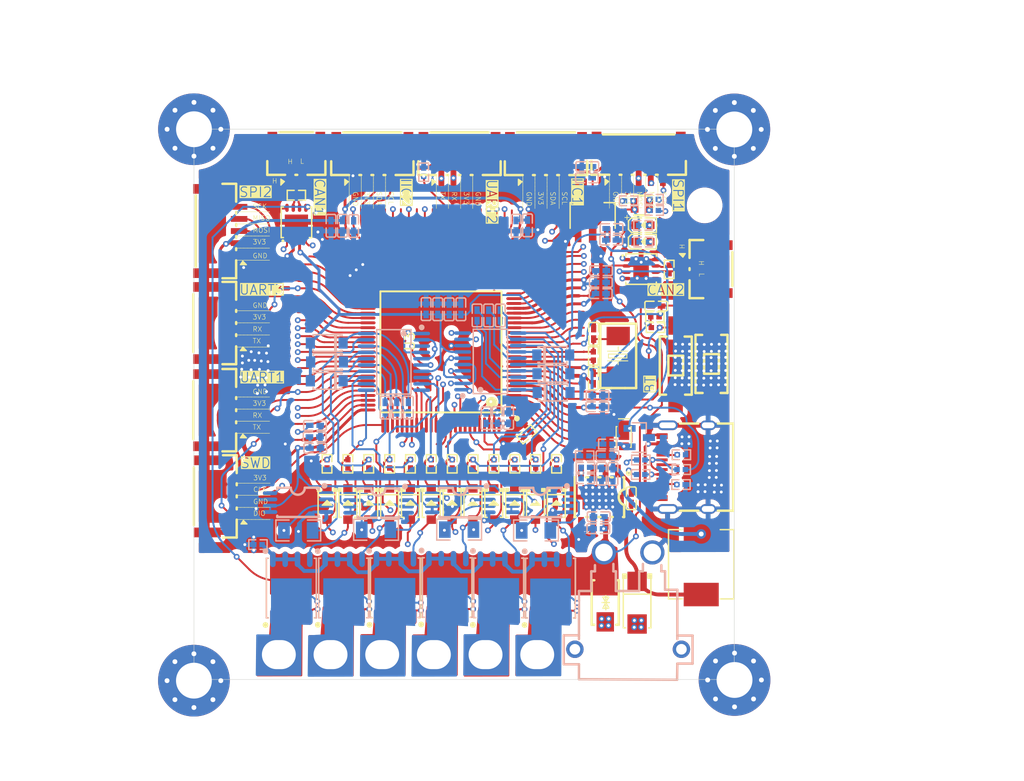
<source format=kicad_pcb>
(kicad_pcb (version 20240108) (generator "pcbnew") (generator_version "8.0")
  (layers (0 "F.Cu" signal) (1 "In1.Cu" signal) (2 "In2.Cu" signal) (31 "B.Cu" signal) (34 "B.Paste" user) (35 "F.Paste" user) (36 "B.SilkS" user "B.Silkscreen") (37 "F.SilkS" user "F.Silkscreen") (38 "B.Mask" user) (39 "F.Mask" user) (44 "Edge.Cuts" user))
  (net 0 "")
  (net 1 "Net-(U1-BOOT)")
  (net 2 "PH")
  (net 3 "Net-(C2-Pad1)")
  (net 4 "5V_DC")
  (net 5 "GND")
  (net 6 "VCC")
  (net 7 "3V3")
  (net 8 "Net-(U3A-VCAP_1)")
  (net 9 "Net-(U3A-VCAP_2)")
  (net 10 "PH0-OSC_IN(PH0)")
  (net 11 "PH1-OSC_OUT(PH1)")
  (net 12 "NRST")
  (net 13 "M0_OUT1")
  (net 14 "Net-(D3-K)")
  (net 15 "M0_OUT2")
  (net 16 "Net-(D4-K)")
  (net 17 "Net-(D5-K)")
  (net 18 "M0_OUT3")
  (net 19 "5V")
  (net 20 "Net-(LED1-A)")
  (net 21 "LED")
  (net 22 "Net-(LED2-A)")
  (net 23 "Net-(LED3-B-)")
  (net 24 "Net-(LED3-R-)")
  (net 25 "Net-(LED3-G-)")
  (net 26 "VSNS")
  (net 27 "Net-(U3A-PB2-BOOT1(PB2))")
  (net 28 "Net-(U3A-BOOT0)")
  (net 29 "BOTTON")
  (net 30 "RGB-G")
  (net 31 "RGB-B")
  (net 32 "RGB-R")
  (net 36 "PE5")
  (net 37 "ADC1-IN0")
  (net 38 "PE0")
  (net 39 "M0-IN3")
  (net 40 "PB7")
  (net 41 "PE14")
  (net 42 "PD4")
  (net 43 "PE4")
  (net 44 "PE8")
  (net 45 "PC9")
  (net 46 "I2C2-SDA")
  (net 47 "PE15")
  (net 48 "SPI2-MOSI")
  (net 49 "PC1")
  (net 50 "PC2")
  (net 51 "PA15")
  (net 52 "PB12")
  (net 53 "PC11")
  (net 54 "SWDIO")
  (net 55 "M1-IN2")
  (net 56 "ADC1-IN2")
  (net 57 "PA8")
  (net 58 "M1-IN1")
  (net 59 "PC10")
  (net 60 "UART3-RX")
  (net 61 "UART2-TX")
  (net 62 "SPI1-MISO")
  (net 63 "I2C1-SDA")
  (net 64 "FDCAN2-TX")
  (net 65 "PA4")
  (net 66 "I2C1-SCL")
  (net 67 "UART1-RX")
  (net 68 "UART2-RX")
  (net 69 "M0-IN1")
  (net 70 "FDCAN1-RX")
  (net 71 "PE7")
  (net 72 "PC0")
  (net 73 "PC12")
  (net 74 "UART1-TX")
  (net 75 "PB4")
  (net 76 "PE3")
  (net 77 "PE2")
  (net 78 "UART3-TX")
  (net 79 "ADC1-IN3")
  (net 80 "PB3")
  (net 81 "PC8")
  (net 82 "PD11")
  (net 83 "PB0")
  (net 84 "FDCAN2-RX")
  (net 85 "PE6")
  (net 86 "USB-DN")
  (net 87 "PC15")
  (net 88 "M0-IN2")
  (net 89 "PB1")
  (net 90 "SWCLK")
  (net 91 "I2C2-SCL")
  (net 92 "PD2")
  (net 93 "M1-IN3")
  (net 94 "PD3")
  (net 95 "PD10")
  (net 96 "PC4")
  (net 97 "ADC1-IN1")
  (net 98 "PC3")
  (net 99 "SPI1-MOSI")
  (net 100 "FDCAN1-TX")
  (net 101 "PD7")
  (net 102 "PE10")
  (net 103 "PC5")
  (net 104 "USB-DP")
  (net 105 "PE1")
  (net 106 "SPI2-SCK")
  (net 107 "PE12")
  (net 108 "SPI1-SCK")
  (net 109 "SPI2-MISO")
  (net 110 "M0_GH3")
  (net 111 "M0_GH1")
  (net 112 "M0_GL3")
  (net 113 "M0_GL2")
  (net 114 "M0_GH2")
  (net 115 "M0_GL1")
  (net 116 "Net-(U5-IN+)")
  (net 118 "Net-(D6-A)")
  (net 119 "Net-(D7-A)")
  (net 120 "Net-(D8-A)")
  (net 121 "Net-(D9-A)")
  (net 122 "Net-(D10-A)")
  (net 123 "Net-(D11-A)")
  (net 124 "M0_OUT1_P")
  (net 125 "PGND")
  (net 126 "M0_OUT2_P")
  (net 127 "Net-(U6-IN+)")
  (net 129 "M1_OUT1")
  (net 130 "Net-(D12-K)")
  (net 131 "Net-(D13-K)")
  (net 132 "M1_OUT2")
  (net 133 "M1_OUT3")
  (net 134 "Net-(D14-K)")
  (net 135 "Net-(D15-A)")
  (net 136 "M1_GH1")
  (net 137 "Net-(D16-A)")
  (net 138 "M1_GL1")
  (net 139 "Net-(D17-A)")
  (net 140 "M1_GH2")
  (net 141 "Net-(D18-A)")
  (net 142 "M1_GL2")
  (net 143 "M1_GH3")
  (net 144 "Net-(D19-A)")
  (net 145 "Net-(D20-A)")
  (net 146 "M1_GL3")
  (net 147 "M1_OUT1_P")
  (net 148 "M1_OUT2_P")
  (net 149 "Net-(U8-IN+)")
  (net 150 "Net-(U9-IN+)")
  (net 153 "FDCAN1-")
  (net 154 "FDCAN1+")
  (net 155 "FDCAN2-")
  (net 156 "FDCAN2+")
  (net 157 "Net-(USB1-SBU2)")
  (net 158 "Net-(USB1-SBU1)")
  (net 159 "DN")
  (net 160 "DP")
  (net 161 "5V-USB")
  (footprint "Ts_Foc_Vo封装库:SIT1050TK_TDFN-8" (layer "F.Cu") (at 142.8 76.18 -90)
    (property "Reference" "U11" (hide yes))
    (property "Value" "SIT1050TK")
  )
  (footprint "Ts_Foc_Vo封装库:Res_0402" (layer "F.Cu") (at 137.875 85.157 90)
    (property "Reference" "R8" (hide yes))
    (property "Value" "1M")
  )
  (footprint "Ts_Foc_Vo封装库:GH1.25_CONN-SMD_4P-P1.25" (layer "F.Cu") (at 99.615 81.75 90)
    (property "Reference" "CN8" (hide yes))
    (property "Value" "GH1.25-4P")
  )
  (footprint "Ts_Foc_Vo封装库:RU3089M-C_PQFN-8" (layer "F.Cu") (at 133.435 109.12)
    (property "Reference" "Q12" (hide yes))
    (property "Value" "RU3089M-C")
  )
  (footprint "Ts_Foc_Vo封装库:Res_0402" (layer "F.Cu") (at 125.451815 96.287 90)
    (property "Reference" "R26" (hide yes))
    (property "Value" "2.2r")
  )
  (footprint "Ts_Foc_Vo封装库:SIT1050TK_TDFN-8" (layer "F.Cu") (at 107.21 71.35)
    (property "Reference" "U10" (hide yes))
    (property "Value" "SIT1050TK")
  )
  (footprint "Ts_Foc_Vo封装库:1N4148W_SOD-123" (layer "F.Cu") (at 116.83 100.44 90)
    (property "Reference" "D9" (hide yes))
    (property "Value" "1N4148W")
  )
  (footprint "Ts_Foc_Vo封装库:Res_0402" (layer "F.Cu") (at 110.37 96.287 90)
    (property "Reference" "R17" (hide yes))
    (property "Value" "2.2r")
  )
  (footprint "Ts_Foc_Vo封装库:1N4148W_SOD-123" (layer "F.Cu") (at 134.044546 100.44 90)
    (property "Reference" "D20" (hide yes))
    (property "Value" "1N4148W")
  )
  (footprint "Ts_Foc_Vo封装库:CAP_0402" (layer "F.Cu") (at 137.9 82.865 -90)
    (property "Reference" "C17" (hide yes))
    (property "Value" "22pf")
  )
  (footprint "Ts_Foc_Vo封装库:SMA_L4.4" (layer "F.Cu") (at 139.1 110.61 90)
    (property "Reference" "TV1" (hide yes))
    (property "Value" "SMAJ36CA")
  )
  (footprint "MountingHole:MountingHole_3.2mm_M3" (layer "F.Cu") (at 149.36 69.6)
    (property "Reference" "H6" (hide yes))
    (property "Value" "MountingHole")
  )
  (footprint "Ts_Foc_Vo封装库:Res_0402" (layer "F.Cu") (at 107.203 68.55 180)
    (property "Reference" "R31" (hide yes))
    (property "Value" "120r")
  )
  (footprint "Ts_Foc_Vo封装库:Res_0402" (layer "F.Cu") (at 116.833635 96.287 90)
    (property "Reference" "R20" (hide yes))
    (property "Value" "2.2r")
  )
  (footprint "Ts_Foc_Vo封装库:Res_0402" (layer "F.Cu") (at 123.29727 96.287 90)
    (property "Reference" "R25" (hide yes))
    (property "Value" "2.2r")
  )
  (footprint "Ts_Foc_Vo封装库:Res_0402" (layer "F.Cu") (at 131.91545 96.287 90)
    (property "Reference" "R29" (hide yes))
    (property "Value" "2.2r")
  )
  (footprint "MountingHole:MountingHole_3.2mm_M3" (layer "F.Cu") (at 100.3 110.67)
    (property "Reference" "H5" (hide yes))
    (property "Value" "MountingHole")
  )
  (footprint "Ts_Foc_Vo封装库:Res_0402" (layer "F.Cu") (at 118.98818 96.287 90)
    (property "Reference" "R21" (hide yes))
    (property "Value" "2.2r")
  )
  (footprint "Ts_Foc_Vo封装库:1N4148W_SOD-123" (layer "F.Cu") (at 121.133636 100.44 90)
    (property "Reference" "D11" (hide yes))
    (property "Value" "1N4148W")
  )
  (footprint "Ts_Foc_Vo封装库:Res_0402" (layer "F.Cu") (at 144.287 82.22)
    (property "Reference" "R10" (hide yes))
    (property "Value" "10k")
  )
  (footprint "Ts_Foc_Vo封装库:STM32_F407_VET6_LQFP-100" (layer "F.Cu") (at 122.13 84.73 90)
    (property "Reference" "U3")
    (property "Value" "STM32F407VET6")
  )
  (footprint "Ts_Foc_Vo封装库:Res_0402" (layer "F.Cu") (at 112.524545 96.287 90)
    (property "Reference" "R18" (hide yes))
    (property "Value" "2.2r")
  )
  (footprint "Ts_Foc_Vo封装库:Res_0402" (layer "F.Cu") (at 131.011697 93.241673 -140)
    (property "Reference" "R7" (hide yes))
    (property "Value" "10k")
  )
  (footprint "Ts_Foc_Vo封装库:RU3089M-C_PQFN-8" (layer "F.Cu") (at 117.425 109.102)
    (property "Reference" "Q6" (hide yes))
    (property "Value" "RU3089M-C")
  )
  (footprint "Ts_Foc_Vo封装库:CAP_0402" (layer "F.Cu") (at 144.365 80)
    (property "Reference" "C18" (hide yes))
    (property "Value" "22pf")
  )
  (footprint "Ts_Foc_Vo封装库:GH1.25_CONN-SMD_5P-P1.25" (layer "F.Cu") (at 99.615 72.25 90)
    (property "Reference" "CN12" (hide yes))
    (property "Value" "GH1.25-5PLT")
  )
  (footprint "MountingHole:MountingHole_3.7mm_Pad_Via" (layer "F.Cu") (at 96.63 61.74)
    (property "Reference" "H1" (hide yes))
    (property "Value" "MountingHole_Pad")
  )
  (footprint "Ts_Foc_Vo封装库:RU3089M-C_PQFN-8" (layer "F.Cu") (at 128.0975 109.108)
    (property "Reference" "Q10" (hide yes))
    (property "Value" "RU3089M-C")
  )
  (footprint "Ts_Foc_Vo封装库:1N4148W_SOD-123" (layer "F.Cu") (at 131.892726 100.44 90)
    (property "Reference" "D19" (hide yes))
    (property "Value" "1N4148W")
  )
  (footprint "Ts_Foc_Vo封装库:B340A_SMA" (layer "F.Cu") (at 142.39 110.63 -90)
    (property "Reference" "D1" (hide yes))
    (property "Value" "B340A")
  )
  (footprint "Ts_Foc_Vo封装库:BOTTOM" (layer "F.Cu") (at 150.087 86.11 -90)
    (property "Reference" "SW2" (hide yes))
    (property "Value" "BOTTOM")
  )
  (footprint "Ts_Foc_Vo封装库:RU3089M-C_PQFN-8" (layer "F.Cu") (at 106.685 109.12)
    (property "Reference" "Q2" (hide yes))
    (property "Value" "RU3089M-C")
  )
  (footprint "Ts_Foc_Vo封装库:1N4148W_SOD-123" (layer "F.Cu") (at 110.374546 100.44 90)
    (property "Reference" "D6" (hide yes))
    (property "Value" "1N4148W")
  )
  (footprint "Ts_Foc_Vo封装库:IND-SMD" (layer "F.Cu") (at 149.01 106.66 90)
    (property "Reference" "L1" (hide yes))
    (property "Value" "15uh")
  )
  (footprint "Ts_Foc_Vo封装库:XTAL-SMD" (layer "F.Cu") (at 140.44 85.14 -90)
    (property "Reference" "X1" (hide yes))
    (property "Value" "25Mhz")
  )
  (footprint "Ts_Foc_Vo封装库:Res_0402" (layer "F.Cu") (at 127.60636 96.287 90)
    (property "Reference" "R27" (hide yes))
    (property "Value" "2.2r")
  )
  (footprint "MountingHole:MountingHole_3.7mm_Pad_Via" (layer "F.Cu") (at 96.625 118.68)
    (property "Reference" "H2" (hide yes))
    (property "Value" "MountingHole_Pad")
  )
  (footprint "Ts_Foc_Vo封装库:Res_0402" (layer "F.Cu") (at 134.07 96.287 90)
    (property "Reference" "R30" (hide yes))
    (property "Value" "2.2r")
  )
  (footprint "Ts_Foc_Vo封装库:RU3089M-C_PQFN-8" (layer "F.Cu") (at 112.085 109.102)
    (property "Reference" "Q4" (hide yes))
    (property "Value" "RU3089M-C")
  )
  (footprint "Ts_Foc_Vo封装库:1N4148W_SOD-123" (layer "F.Cu") (at 123.285454 100.44 90)
    (property "Reference" "D15" (hide yes))
    (property "Value" "1N4148W")
  )
  (footprint "Ts_Foc_Vo封装库:1N4148W_SOD-123" (layer "F.Cu") (at 112.526364 100.44 90)
    (property "Reference" "D7" (hide yes))
    (property "Value" "1N4148W")
  )
  (footprint "Ts_Foc_Vo封装库:Res_0402" (layer "F.Cu") (at 114.67909 96.287 90)
    (property "Reference" "R19" (hide yes))
    (property "Value" "2.2r")
  )
  (footprint "Ts_Foc_Vo封装库:GH1.25_CONN-SMD_4P-P1.25" (layer "F.Cu") (at 115.05 65.095)
    (property "Reference" "CN10" (hide yes))
    (property "Value" "GH1.25-4P")
  )
  (footprint "Ts_Foc_Vo封装库:RU3089M-C_PQFN-8" (layer "F.Cu") (at 122.7575 109.068)
    (property "Reference" "Q8" (hide yes))
    (property "Value" "RU3089M-C")
  )
  (footprint "Ts_Foc_Vo封装库:通孔焊盘" (layer "F.Cu") (at 129.825 114)
    (property "Reference" "CN19" (hide yes))
    (property "Value" "~")
  )
  (footprint "Ts_Foc_Vo封装库:通孔焊盘" (layer "F.Cu") (at 103.145 114)
    (property "Reference" "CN14" (hide yes))
    (property "Value" "~")
  )
  (footprint "Ts_Foc_Vo封装库:GH1.25_CONN-SMD_4P-P1.25" (layer "F.Cu") (at 99.615 90.75 90)
    (property "Reference" "CN6" (hide yes))
    (property "Value" "GH1.25-4P")
  )
  (footprint "Ts_Foc_Vo封装库:AMS1117_SOT-89" (layer "F.Cu") (at 137.8 71.266 -90)
    (property "Reference" "U2" (hide yes))
    (property "Value" "AMS1117-3.3V")
  )
  (footprint "Ts_Foc_Vo封装库:Res_0402" (layer "F.Cu") (at 144.227 81.11 180)
    (property "Reference" "R11" (hide yes))
    (property "Value" "1M")
  )
  (footprint "Ts_Foc_Vo封装库:Res_0402" (layer "F.Cu") (at 129.760905 96.287 90)
    (property "Reference" "R28" (hide yes))
    (property "Value" "2.2r")
  )
  (footprint "Ts_Foc_Vo封装库:通孔焊盘" (layer "F.Cu") (at 119.153 114)
    (property "Reference" "CN17" (hide yes))
    (property "Value" "~")
  )
  (footprint "Ts_Foc_Vo封装库:LED_0603" (layer "F.Cu") (at 142.982 73.356)
    (property "Reference" "LED1" (hide yes))
    (property "Value" "GREEN")
  )
  (footprint "MountingHole:MountingHole_3.7mm_Pad_Via" (layer "F.Cu") (at 152.45 118.61)
    (property "Reference" "H4" (hide yes))
    (property "Value" "MountingHole_Pad")
  )
  (footprint "Ts_Foc_Vo封装库:GH1.25_CONN-SMD_4P-P1.25" (layer "F.Cu") (at 124.05 65.095)
    (property "Reference" "CN7" (hide yes))
    (property "Value" "GH1.25-4P")
  )
  (footprint "Ts_Foc_Vo封装库:LED_0603" (layer "F.Cu") (at 142.99 71.65)
    (property "Reference" "LED2" (hide yes))
    (property "Value" "GREEN")
  )
  (footprint "Ts_Foc_Vo封装库:LED-RGB-SMD_4P" (layer "F.Cu") (at 142.88 69.606 180)
    (property "Reference" "LED3" (hide yes))
    (property "Value" "LED_RGB")
  )
  (footprint "Ts_Foc_Vo封装库:GH1.25_1X2" (layer "F.Cu") (at 107.2 65.08)
    (property "Reference" "CN3" (hide yes))
    (property "Value" "GH1.25-2P_LT")
  )
  (footprint "Ts_Foc_Vo封装库:1N4148W_SOD-123" (layer "F.Cu") (at 125.437272 100.44 90)
    (property "Reference" "D16" (hide yes))
    (property "Value" "1N4148W")
  )
  (footprint "Ts_Foc_Vo封装库:GH1.25_CONN-SMD_5P-P1.25" (layer "F.Cu") (at 142.55 65.07)
    (property "Reference" "CN11" (hide yes))
    (property "Value" "GH1.25-5PLT")
  )
  (footprint "Ts_Foc_Vo封装库:LMBR240ET1G_SOD323HE" (layer "F.Cu") (at 141.026 93.65125 -90)
    (property "Reference" "D2" (hide yes))
    (property "Value" "LMBR240ET1G")
  )
  (footprint "Ts_Foc_Vo封装库:1N4148W_SOD-123" (layer "F.Cu") (at 114.678182 100.44 90)
    (property "Reference" "D8" (hide yes))
    (property "Value" "1N4148W")
  )
  (footprint "Ts_Foc_Vo封装库:通孔焊盘" (layer "F.Cu") (at 124.489 114)
    (property "Reference" "CN18" (hide yes))
    (property "Value" "~")
  )
  (footprint "Ts_Foc_Vo封装库:GH1.25_1X2" (layer "F.Cu") (at 149.175 76.18 -90)
    (property "Reference" "CN4" (hide yes))
    (property "Value" "GH1.25-2P_LT")
  )
  (footprint "Ts_Foc_Vo封装库:TPS5430DDAR_ESOP-8" (layer "F.Cu") (at 138.5 99.73 -90)
    (property "Reference" "U1" (hide yes))
    (property "Value" "TPS5430DDAR")
  )
  (footprint "Ts_Foc_Vo封装库:CAP_0402" (layer "F.Cu") (at 137.875 87.48 90)
    (property "Reference" "C16" (hide yes))
    (property "Value" "22pf")
  )
  (footprint "Ts_Foc_Vo封装库:GH1.25_CONN-SMD_4P-P1.25" (layer "F.Cu") (at 99.675 99.65 90)
    (property "Reference" "CN13" (hide yes))
    (property "Value" "GH1.25-4P")
  )
  (footprint "Ts_Foc_Vo封装库:Res_0402" (layer "F.Cu") (at 145.7 76.213 90)
    (property "Reference" "R32" (hide yes))
    (property "Value" "120r")
  )
  (footprint "Ts_Foc_Vo封装库:1N4148W_SOD-123" (layer "F.Cu") (at 129.740908 100.44 90)
    (property "Reference" "D18" (hide yes))
    (property "Value" "1N4148W")
  )
  (footprint "Ts_Foc_Vo封装库:GH1.25_CONN-SMD_4P-P1.25" (layer "F.Cu") (at 132.98 65.1)
    (property "Reference" "CN9" (hide yes))
    (property "Value" "GH1.25-4P")
  )
  (footprint "MountingHole:MountingHole_3.7mm_Pad_Via" (layer "F.Cu") (at 152.43 61.76)
    (property "Reference" "H3" (hide yes))
    (property "Value" "MountingHole_Pad")
  )
  (footprint "Ts_Foc_Vo封装库:1N4148W_SOD-123" (layer "F.Cu") (at 118.981818 100.44 90)
    (property "Reference" "D10" (hide yes))
    (property "Value" "1N4148W")
  )
  (footprint "Ts_Foc_Vo封装库:通孔焊盘" (layer "F.Cu") (at 108.481 114)
    (property "Reference" "CN15" (hide yes))
    (property "Value" "~")
  )
  (footprint "Ts_Foc_Vo封装库:USB-C-16P-SMD" (layer "F.Cu") (at 147.3435 96.63 90)
    (property "Reference" "USB1" (hide yes))
    (property "Value" "TYPE-C-16P")
  )
  (footprint "Ts_Foc_Vo封装库:1N4148W_SOD-123" (layer "F.Cu") (at 127.58909 100.44 90)
    (property "Reference" "D17" (hide yes))
    (property "Value" "1N4148W")
  )
  (footprint "Ts_Foc_Vo封装库:Res_0402" (layer "F.Cu") (at 121.142725 96.287 90)
    (property "Reference" "R22" (hide yes))
    (property "Value" "2.2r")
  )
  (footprint "Ts_Foc_Vo封装库:通孔焊盘" (layer "F.Cu") (at 113.817 114)
    (property "Reference" "CN16" (hide yes))
    (property "Value" "~")
  )
  (footprint "Ts_Foc_Vo封装库:CAP_0402" (layer "F.Cu") (at 141.79 99.85 90)
    (property "Reference" "C1" (hide yes))
    (property "Value" "10nf")
  )
  (footprint "Ts_Foc_Vo封装库:BOTTOM" (layer "F.Cu") (at 146.362 86.01 90)
    (property "Reference" "SW1" (hide yes))
    (property "Value" "BOTTOM")
  )
  (footprint "Ts_Foc_Vo封装库:Res_0402" (layer "B.Cu") (at 146.963 95.35 180)
    (property "Reference" "R34" (hide yes))
    (property "Value" "5.1K")
  )
  (footprint "Ts_Foc_Vo封装库:DSK_34_SOD-123" (layer "B.Cu") (at 133.75 86.99)
    (property "Reference" "D13" (hide yes))
    (property "Value" "DSK34")
  )
  (footprint "Ts_Foc_Vo封装库:DSK_34_SOD-123" (layer "B.Cu") (at 133.73 85.05)
    (property "Reference" "D14" (hide yes))
    (property "Value" "DSK34")
  )
  (footprint "Ts_Foc_Vo封装库:CAP_0402" (layer "B.Cu") (at 138.385 102.99)
    (property "Reference" "C6" (hide yes))
    (property "Value" "10uf")
  )
  (footprint "Ts_Foc_Vo封装库:RU3089M-C_PQFN-8" (layer "B.Cu") (at 122.7975 109.052)
    (property "Reference" "Q9" (hide yes))
    (property "Value" "RU3089M-C")
  )
  (footprint "Ts_Foc_Vo封装库:CAP_0402" (layer "B.Cu") (at 121.8 80.325 -90)
    (property "Reference" "C20" (hide yes))
    (property "Value" "100nf")
  )
  (footprint "Ts_Foc_Vo封装库:INA240A2PWR_TSSOP-8" (layer "B.Cu") (at 124.13 100.32 180)
    (property "Reference" "U8" (hide yes))
    (property "Value" "INA240A2PWR")
  )
  (footprint "Ts_Foc_Vo封装库:JSM2301S_SOT-23" (layer "B.Cu") (at 142.61 93.58 180)
    (property "Reference" "Q1" (hide yes))
    (property "Value" "JSM2301S")
  )
  (footprint "Ts_Foc_Vo封装库:CAP_0402" (layer "B.Cu") (at 129.12 91.56 90)
    (property "Reference" "C33" (hide yes))
    (property "Value" "100nf")
  )
  (footprint "Ts_Foc_Vo封装库:DSK_34_SOD-123" (layer "B.Cu") (at 133.77 88.93)
    (property "Reference" "D12" (hide yes))
    (property "Value" "DSK34")
  )
  (footprint "Ts_Foc_Vo封装库:CAP_0402" (layer "B.Cu") (at 109.125 92.32 180)
    (property "Reference" "C12" (hide yes))
    (property "Value" "2.2uf")
  )
  (footprint "Ts_Foc_Vo封装库:Res_1206" (layer "B.Cu") (at 131.95 103.169511)
    (property "Reference" "R24" (hide yes))
    (property "Value" "10mr")
  )
  (footprint "Ts_Foc_Vo封装库:CAP_0402" (layer "B.Cu") (at 138.425 101.75)
    (property "Reference" "C5" (hide yes))
    (property "Value" "100nf")
  )
  (footprint "Ts_Foc_Vo封装库:Res_0402" (layer "B.Cu") (at 146.923 98.43 180)
    (property "Reference" "R33" (hide yes))
    (property "Value" "5.1K")
  )
  (footprint "Ts_Foc_Vo封装库:CAP_0402" (layer "B.Cu") (at 109.095 93.5)
    (property "Reference" "C35" (hide yes))
    (property "Value" "100nf")
  )
  (footprint "Ts_Foc_Vo封装库:Res_0402" (layer "B.Cu") (at 120.35 66.173 -90)
    (property "Reference" "R6" (hide yes))
    (property "Value" "10k")
  )
  (footprint "Ts_Foc_Vo封装库:CAP_0402" (layer "B.Cu") (at 138.635 78.71)
    (property "Reference" "C15" (hide yes))
    (property "Value" "10uf")
  )
  (footprint "Ts_Foc_Vo封装库:CAP_0402" (layer "B.Cu") (at 124.19 80.33 -90)
    (property "Reference" "C24" (hide yes))
    (property "Value" "1uf")
  )
  (footprint "Ts_Foc_Vo封装库:EG2133_TSSOP" (layer "B.Cu") (at 127.24 85.7115 90)
    (property "Reference" "U7" (hide yes))
    (property "Value" "EG2133")
  )
  (footprint "Ts_Foc_Vo封装库:CAP_0402" (layer "B.Cu") (at 110.78 71.705 90)
    (property "Reference" "C13" (hide yes))
    (property "Value" "100nf")
  )
  (footprint "Ts_Foc_Vo封装库:Res_0402" (layer "B.Cu") (at 146.947 96.88 180)
    (property "Reference" "R37" (hide yes))
    (property "Value" "1.5k")
  )
  (footprint "Ts_Foc_Vo封装库:CAP_0402" (layer "B.Cu") (at 138.28 90.4)
    (property "Reference" "C36" (hide yes))
    (property "Value" "100nf")
  )
  (footprint "Ts_Foc_Vo封装库:Res_1206" (layer "B.Cu") (at 107.4 103.17)
    (property "Reference" "R15" (hide yes))
    (property "Value" "10mr")
  )
  (footprint "Ts_Foc_Vo封装库:CAP_0402" (layer "B.Cu") (at 122.98 80.335 -90)
    (property "Reference" "C25" (hide yes))
    (property "Value" "100nf")
  )
  (footprint "Ts_Foc_Vo封装库:CAP_0402" (layer "B.Cu") (at 127.06 80.965 -90)
    (property "Reference" "C27" (hide yes))
    (property "Value" "100nf")
  )
  (footprint "Ts_Foc_Vo封装库:CAP_0402" (layer "B.Cu") (at 125.86 80.965 -90)
    (property "Reference" "C26" (hide yes))
    (property "Value" "100nf")
  )
  (footprint "Ts_Foc_Vo封装库:INA240A2PWR_TSSOP-8" (layer "B.Cu") (at 115.7 100.37 180)
    (property "Reference" "U6" (hide yes))
    (property "Value" "INA240A2PWR")
  )
  (footprint "Ts_Foc_Vo封装库:Res_1206" (layer "B.Cu") (at 115.43 103.1)
    (property "Reference" "R16" (hide yes))
    (property "Value" "10mr")
  )
  (footprint "Ts_Foc_Vo封装库:CAP_0402" (layer "B.Cu") (at 138.305 89.24)
    (property "Reference" "C32" (hide yes))
    (property "Value" "100nf")
  )
  (footprint "Ts_Foc_Vo封装库:Res_0402" (layer "B.Cu") (at 143.03 73.386 180)
    (property "Reference" "R4" (hide yes))
    (property "Value" "10k")
  )
  (footprint "Ts_Foc_Vo封装库:XT30PW-M" (layer "B.Cu") (at 141.465 110.4385 180)
    (property "Reference" "CN5" (hide yes))
    (property "Value" "XT30PW-M")
  )
  (footprint "Ts_Foc_Vo封装库:CAP_0402" (layer "B.Cu") (at 138.665 76.34)
    (property "Reference" "C40" (hide yes))
    (property "Value" "100nf")
  )
  (footprint "Ts_Foc_Vo封装库:Res_0402" (layer "B.Cu") (at 103.237 104.63)
    (property "Reference" "R38" (hide yes))
    (property "Value" "0r")
  )
  (footprint "Ts_Foc_Vo封装库:Res_0402" (layer "B.Cu") (at 144.147 68.976 180)
    (property "Reference" "R13" (hide yes))
    (property "Value" "10k")
  )
  (footprint "Ts_Foc_Vo封装库:Res_0402" (layer "B.Cu") (at 142.77 95.89)
    (property "Reference" "R36" (hide yes))
    (property "Value" "22r")
  )
  (footprint "Ts_Foc_Vo封装库:EG2133_TSSOP" (layer "B.Cu") (at 117.27 85.7585 -90)
    (property "Reference" "U4" (hide yes))
    (property "Value" "EG2133")
  )
  (footprint "Ts_Foc_Vo封装库:Res_0402" (layer "B.Cu") (at 136.977 95.47)
    (property "Reference" "R1" (hide yes))
    (property "Value" "10r")
  )
  (footprint "Ts_Foc_Vo封装库:CAP_0402" (layer "B.Cu") (at 139.9 97.335 -90)
    (property "Reference" "C3" (hide yes))
    (property "Value" "10uf")
  )
  (footprint "Ts_Foc_Vo封装库:CAP_0402" (layer "B.Cu") (at 128.26 80.965 -90)
    (property "Reference" "C28" (hide yes))
    (property "Value" "100nf")
  )
  (footprint "Ts_Foc_Vo封装库:CAP_0402" (layer "B.Cu") (at 109.155 94.68)
    (property "Reference" "C34" (hide yes))
    (property "Value" "100nf")
  )
  (footprint "Ts_Foc_Vo封装库:RU3089M-C_PQFN-8" (layer "B.Cu") (at 133.4475 109.132)
    (property "Reference" "Q13" (hide yes))
    (property "Value" "RU3089M-C")
  )
  (footprint "Ts_Foc_Vo封装库:RU3089M-C_PQFN-8" (layer "B.Cu") (at 112.08 109.112)
    (property "Reference" "Q5" (hide yes))
    (property "Value" "RU3089M-C")
  )
  (footprint "Ts_Foc_Vo封装库:CAP_0402" (layer "B.Cu") (at 126.79 91.575 90)
    (property "Reference" "C38" (hide yes))
    (property "Value" "100nf")
  )
  (footprint "Ts_Foc_Vo封装库:INA240A2PWR_TSSOP-8" (layer "B.Cu") (at 132.43 100.31 180)
    (property "Reference" "U9" (hide yes))
    (property "Value" "INA240A2PWR")
  )
  (footprint "Ts_Foc_Vo封装库:Res_0402" (layer "B.Cu") (at 142.76 97.39)
    (property "Reference" "R35" (hide yes))
    (property "Value" "22r")
  )
  (footprint "Ts_Foc_Vo封装库:Res_0402" (layer "B.Cu") (at 144.157 70.126 180)
    (property "Reference" "R14" (hide yes))
    (property "Value" "10k")
  )
  (footprint "Ts_Foc_Vo封装库:CAP_0402" (layer "B.Cu") (at 137.245 65.59)
    (property "Reference" "C10" (hide yes))
    (property "Value" "100nf")
  )
  (footprint "Ts_Foc_Vo封装库:Res_0402" (layer "B.Cu") (at 141.517 69.126 180)
    (property "Reference" "R12" (hide yes))
    (property "Value" "10k")
  )
  (footprint "Ts_Foc_Vo封装库:RU3089M-C_PQFN-8" (layer "B.Cu") (at 117.385 109.074)
    (property "Reference" "Q7" (hide yes))
    (property "Value" "RU3089M-C")
  )
  (footprint "Ts_Foc_Vo封装库:CAP_0402" (layer "B.Cu") (at 120.6 80.315 -90)
    (property "Reference" "C19" (hide yes))
    (property "Value" "1uf")
  )
  (footprint "Ts_Foc_Vo封装库:CAP_0402" (layer "B.Cu") (at 139.322 95.45)
    (property "Reference" "C2" (hide yes))
    (property "Value" "470pf")
  )
  (footprint "Ts_Foc_Vo封装库:DSK_34_SOD-123" (layer "B.Cu") (at 110.34 87.72 180)
    (property "Reference" "D5" (hide yes))
    (property "Value" "DSK34")
  )
  (footprint "Ts_Foc_Vo封装库:CAP_0402" (layer "B.Cu") (at 131.07 71.66 -90)
    (property "Reference" "C42" (hide yes))
    (property "Value" "100nf")
  )
  (footprint "Ts_Foc_Vo封装库:RU3089M-C_PQFN-8" (layer "B.Cu") (at 128.1075 109.092)
    (property "Reference" "Q11" (hide yes))
    (property "Value" "RU3089M-C")
  )
  (footprint "Ts_Foc_Vo封装库:INA240A2PWR_TSSOP-8" (layer "B.Cu") (at 107.39 100.29 180)
    (property "Reference" "U5" (hide yes))
    (property "Value" "INA240A2PWR")
  )
  (footprint "Ts_Foc_Vo封装库:CAP_0402" (layer "B.Cu") (at 113.12 71.735 90)
    (property "Reference" "C11" (hide yes))
    (property "Value" "2.2uf")
  )
  (footprint "Ts_Foc_Vo封装库:Res_0402" (layer "B.Cu") (at 137.043 97.83 180)
    (property "Reference" "R3" (hide yes))
    (property "Value" "3.24k")
  )
  (footprint "Ts_Foc_Vo封装库:CAP_0402" (layer "B.Cu") (at 129.89 71.7 -90)
    (property "Reference" "C41" (hide yes))
    (property "Value" "100nf")
  )
  (footprint "Ts_Foc_Vo封装库:CAP_0402" (layer "B.Cu") (at 139.745 71.9915)
    (property "Reference" "C7" (hide yes))
    (property "Value" "100nf")
  )
  (footprint "Ts_Foc_Vo封装库:CAP_0402" (layer "B.Cu") (at 117.57 90.485 90)
    (property "Reference" "C22" (hide yes))
    (property "Value" "100nf")
  )
  (footprint "Ts_Foc_Vo封装库:Res_0402" (layer "B.Cu") (at 142.993 71.666 180)
    (property "Reference" "R9" (hide yes))
    (property "Value" "10k")
  )
  (footprint "Ts_Foc_Vo封装库:Res_0402" (layer "B.Cu") (at 139.36 94.25 180)
    (property "Reference" "R5" (hide yes))
    (property "Value" "10k")
  )
  (footprint "Ts_Foc_Vo封装库:CAP_0402" (layer "B.Cu") (at 137.205 66.76)
    (property "Reference" "C9" (hide yes))
    (property "Value" "10uf")
  )
  (footprint "Ts_Foc_Vo封装库:CAP_0402" (layer "B.Cu") (at 139.715 73.1915)
    (property "Reference" "C8" (hide yes))
    (property "Value" "10uf")
  )
  (footprint "Ts_Foc_Vo封装库:DSK_34_SOD-123" (layer "B.Cu") (at 110.37 85.77 180)
    (property "Reference" "D4" (hide yes))
    (property "Value" "DSK34")
  )
  (footprint "Ts_Foc_Vo封装库:RU3089M-C_PQFN-8" (layer "B.Cu") (at 106.685 109.12)
    (property "Reference" "Q3" (hide yes))
    (property "Value" "RU3089M-C")
  )
  (footprint "Ts_Foc_Vo封装库:CAP_0402" (layer "B.Cu") (at 138.645 77.55)
    (property "Reference" "C39" (hide yes))
    (property "Value" "100nf")
  )
  (footprint "Ts_Foc_Vo封装库:CAP_0402" (layer "B.Cu") (at 138.71 97.305 -90)
    (property "Reference" "C4" (hide yes))
    (property "Value" "100nf")
  )
  (footprint "Ts_Foc_Vo封装库:CAP_0402" (layer "B.Cu") (at 111.955 71.705 -90)
    (property "Reference" "C14" (hide yes))
    (property "Value" "100nf")
  )
  (footprint "Ts_Foc_Vo封装库:Res_1206" (layer "B.Cu") (at 124.01 103.08)
    (property "Reference" "R23" (hide yes))
    (property "Value" "10mr")
  )
  (footprint "Ts_Foc_Vo封装库:CAP_0402" (layer "B.Cu") (at 127.95 91.555 90)
    (property "Reference" "C37" (hide yes))
    (property "Value" "100nf")
  )
  (footprint "Ts_Foc_Vo封装库:DSK_34_SOD-123" (layer "B.Cu") (at 110.34 83.82 180)
    (property "Reference" "D3" (hide yes))
    (property "Value" "DSK34")
  )
  (footprint "Ts_Foc_Vo封装库:Res_0402" (layer "B.Cu") (at 137.053 96.65)
    (property "Reference" "R2" (hide yes))
    (property "Value" "10k")
  )
  (footprint "Ts_Foc_Vo封装库:CAP_0402" (layer "B.Cu") (at 118.77 90.485 90)
    (property "Reference" "C21" (hide yes))
    (property "Value" "100nf")
  )
  (footprint "Ts_Foc_Vo封装库:CAP_0402" (layer "B.Cu") (at 116.37 90.485 90)
    (property "Reference" "C23" (hide yes))
    (property "Value" "100nf")
  )
  (gr_poly (pts (xy 120.760045 111.052144) (xy 123.811851 111.028189) (xy 123.801851 112.818189) (xy 123.791851 112.808189) (xy 123.761851 118.078189) (xy 119.251851 118.088189) (xy 119.301851 114.008189) (xy 120.531851 113.998189)) (stroke (width 0.2)) (fill solid) (layer "F.Cu") (net 147))
  (gr_poly (pts (xy 115.390045 111.022144) (xy 118.441851 110.998189) (xy 118.431851 112.788189) (xy 118.421851 112.778189) (xy 118.391851 118.048189) (xy 113.881851 118.058189) (xy 113.931851 113.978189) (xy 115.161851 113.968189)) (stroke (width 0.2)) (fill solid) (layer "F.Cu") (net 18))
  (gr_poly (pts (xy 126.09 111.12) (xy 129.141806 111.096045) (xy 129.131806 112.886045) (xy 129.121806 112.876045) (xy 129.091806 118.146045) (xy 124.581806 118.156045) (xy 124.631806 114.076045) (xy 125.861806 114.066045)) (stroke (width 0.2)) (fill solid) (layer "F.Cu") (net 148))
  (gr_poly (pts (xy 131.420045 111.072144) (xy 134.471851 111.048189) (xy 134.461851 112.838189) (xy 134.451851 112.828189) (xy 134.421851 118.098189) (xy 129.911851 118.108189) (xy 129.961851 114.028189) (xy 131.191851 114.018189)) (stroke (width 0.2)) (fill solid) (layer "F.Cu") (net 133))
  (gr_poly (pts (xy 104.710045 111.102144) (xy 107.761851 111.078189) (xy 107.751851 112.868189) (xy 107.741851 112.858189) (xy 107.711851 118.128189) (xy 103.201851 118.138189) (xy 103.251851 114.058189) (xy 104.481851 114.048189)) (stroke (width 0.2)) (fill solid) (layer "F.Cu") (net 124))
  (gr_poly (pts (xy 110.020045 111.112144) (xy 113.071851 111.088189) (xy 113.061851 112.878189) (xy 113.051851 112.868189) (xy 113.021851 118.138189) (xy 108.511851 118.148189) (xy 108.561851 114.068189) (xy 109.791851 114.058189)) (stroke (width 0.2)) (fill solid) (layer "F.Cu") (net 126))
  (gr_poly (pts (xy 131.57 111.1) (xy 135.38 111.093918) (xy 135.36 112.89) (xy 134.491572 112.853918) (xy 134.461572 118.123918) (xy 129.951572 118.133918) (xy 130.001572 114.053918) (xy 131.57 114.04)) (stroke (width 0.2)) (fill solid) (layer "B.Cu") (net 133))
  (gr_poly (pts (xy 110.21 111.1) (xy 114.1 111.12) (xy 114.13 112.93) (xy 113.011572 112.893918) (xy 112.981572 118.163918) (xy 108.471572 118.173918) (xy 108.521572 114.093918) (xy 110.22 113.99)) (stroke (width 0.2)) (fill solid) (layer "B.Cu") (net 126))
  (gr_poly (pts (xy 104.67 111.2) (xy 108.6 111.2) (xy 108.58 112.82) (xy 107.65 112.8) (xy 107.62 118.07) (xy 103.11 118.08) (xy 103.16 114) (xy 104.66 114.01)) (stroke (width 0.2)) (fill solid) (layer "B.Cu") (net 124))
  (gr_poly (pts (xy 115.43 111.14) (xy 119.37 111.13) (xy 119.37 112.93) (xy 118.401572 112.883918) (xy 118.371572 118.153918) (xy 113.861572 118.163918) (xy 113.911572 114.083918) (xy 115.41 114.08)) (stroke (width 0.2)) (fill solid) (layer "B.Cu") (net 18))
  (gr_poly (pts (xy 126.18 111) (xy 130.09 111.04) (xy 130.09 112.83) (xy 129.071572 112.78) (xy 129.041572 118.05) (xy 124.531572 118.06) (xy 124.581572 113.98) (xy 126.2 113.97)) (stroke (width 0.2)) (fill solid) (layer "B.Cu") (net 148))
  (gr_poly (pts (xy 120.8 111.22) (xy 124.8 111.22) (xy 124.83 112.96) (xy 123.721572 112.883918) (xy 123.691572 118.153918) (xy 119.181572 118.163918) (xy 119.231572 114.083918) (xy 120.79 114.11)) (stroke (width 0.2)) (fill solid) (layer "B.Cu") (net 147))
  (gr_rect (start 96.63 61.73) (end 152.42 118.56) (stroke (width 0.05)) (fill none) (layer "Edge.Cuts"))
  (gr_text "SCK" (at 102.66 70 0) (layer "F.SilkS") (effects (font (size 0.5 0.5) (thickness 0.05)) (justify left bottom)))
  (gr_text "_________" (at 140.769 66.44 -90) (layer "F.SilkS") (effects (font (size 0.5 0.5) (thickness 0.05)) (justify left bottom)))
  (gr_text "L" (at 107.55 65.34 0) (layer "F.SilkS") (effects (font (size 0.5 0.5) (thickness 0.05)) (justify left bottom)))
  (gr_text "_________" (at 133.074 66.47 -90) (layer "F.SilkS") (effects (font (size 0.5 0.5) (thickness 0.05)) (justify left bottom)))
  (gr_text "_________" (at 100.985 93.156 0) (layer "F.SilkS") (effects (font (size 0.5 0.5) (thickness 0.05)) (justify left bottom)))
  (gr_text "SWD" (at 101.38 96.8 0) (layer "F.SilkS" knockout) (effects (font (size 1 1) (thickness 0.1)) (justify left bottom)))
  (gr_text "_________" (at 124.144 66.465 -90) (layer "F.SilkS") (effects (font (size 0.5 0.5) (thickness 0.05)) (justify left bottom)))
  (gr_text "_________" (at 100.985 74.031 0) (layer "F.SilkS") (effects (font (size 0.5 0.5) (thickness 0.05)) (justify left bottom)))
  (gr_text "L" (at 148.76 76.54 -90) (layer "F.SilkS") (effects (font (size 0.5 0.5) (thickness 0.05)) (justify left bottom)))
  (gr_text "_________" (at 100.985 70.281 0) (layer "F.SilkS") (effects (font (size 0.5 0.5) (thickness 0.05)) (justify left bottom)))
  (gr_text "_________" (at 100.985 90.656 0) (layer "F.SilkS") (effects (font (size 0.5 0.5) (thickness 0.05)) (justify left bottom)))
  (gr_text "_________" (at 100.985 72.781 0) (layer "F.SilkS") (effects (font (size 0.5 0.5) (thickness 0.05)) (justify left bottom)))
  (gr_text "IIC1" (at 135.61 66.67 270) (layer "F.SilkS" knockout) (effects (font (size 1 1) (thickness 0.1)) (justify left bottom)))
  (gr_text "_________" (at 100.985 75.281 0) (layer "F.SilkS") (effects (font (size 0.5 0.5) (thickness 0.05)) (justify left bottom)))
  (gr_text "DIO" (at 102.72 101.695 0) (layer "F.SilkS") (effects (font (size 0.5 0.5) (thickness 0.05)) (justify left bottom)))
  (gr_text "RX" (at 123.215 68.14 270) (layer "F.SilkS") (effects (font (size 0.5 0.5) (thickness 0.05)) (justify left bottom)))
  (gr_text "_________" (at 100.985 80.5 0) (layer "F.SilkS") (effects (font (size 0.5 0.5) (thickness 0.05)) (justify left bottom)))
  (gr_text "_________" (at 101.045 98.306 0) (layer "F.SilkS") (effects (font (size 0.5 0.5) (thickness 0.05)) (justify left bottom)))
  (gr_text "H" (at 106.27 65.38 0) (layer "F.SilkS") (effects (font (size 0.5 0.5) (thickness 0.05)) (justify left bottom)))
  (gr_text "_________" (at 101.045 102.056 0) (layer "F.SilkS") (effects (font (size 0.5 0.5) (thickness 0.05)) (justify left bottom)))
  (gr_text "MISO" (at 102.66 71.21 0) (layer "F.SilkS") (effects (font (size 0.5 0.5) (thickness 0.05)) (justify left bottom)))
  (gr_text "3V3" (at 124.465 68.14 270) (layer "F.SilkS") (effects (font (size 0.5 0.5) (thickness 0.05)) (justify left bottom)))
  (gr_text "BT" (at 144.31 89.06 90) (layer "F.SilkS" knockout) (effects (font (size 1 1) (thickness 0.1)) (justify left bottom)))
  (gr_text "3V3" (at 114.215 68.14 270) (layer "F.SilkS") (effects (font (size 0.5 0.5) (thickness 0.05)) (justify left bottom)))
  (gr_text "MOSI" (at 142.34 68.115 -90) (layer "F.SilkS") (effects (font (size 0.5 0.5) (thickness 0.05)) (justify left bottom)))
  (gr_text "_________" (at 100.985 81.75 0) (layer "F.SilkS") (effects (font (size 0.5 0.5) (thickness 0.05)) (justify left bottom)))
  (gr_text "SCK" (at 144.8 68.115 -90) (layer "F.SilkS") (effects (font (size 0.5 0.5) (thickness 0.05)) (justify left bottom)))
  (gr_text "_________" (at 144.519 66.44 -90) (layer "F.SilkS") (effects (font (size 0.5 0.5) (thickness 0.05)) (justify left bottom)))
  (gr_text "_________" (at 121.644 66.465 -90) (layer "F.SilkS") (effects (font (size 0.5 0.5) (thickness 0.05)) (justify left bottom)))
  (gr_text "IIC2" (at 117.93 66.72 270) (layer "F.SilkS" knockout) (effects (font (size 1 1) (thickness 0.1)) (justify left bottom)))
  (gr_text "3V3" (at 141.13 68.115 270) (layer "F.SilkS") (effects (font (size 0.5 0.5) (thickness 0.05)) (justify left bottom)))
  (gr_text "GND" (at 102.66 80.219 0) (layer "F.SilkS") (effects (font (size 0.5 0.5) (thickness 0.05)) (justify left bottom)))
  (gr_text "UART1" (at 101.28 87.96 0) (layer "F.SilkS" knockout) (effects (font (size 1 1) (thickness 0.1)) (justify left bottom)))
  (gr_text "SPI2" (at 101.24 68.82 0) (layer "F.SilkS" knockout) (effects (font (size 1 1) (thickness 0.1)) (justify left bottom)))
  (gr_text "TX" (at 102.66 92.795 0) (layer "F.SilkS") (effects (font (size 0.5 0.5) (thickness 0.05)) (justify left bottom)))
  (gr_text "_________" (at 100.985 91.906 0) (layer "F.SilkS") (effects (font (size 0.5 0.5) (thickness 0.05)) (justify left bottom)))
  (gr_text "UART2" (at 126.79 66.84 270) (layer "F.SilkS" knockout) (effects (font (size 1 1) (thickness 0.1)) (justify left bottom)))
  (gr_text "_________" (at 100.985 84.25 0) (layer "F.SilkS") (effects (font (size 0.5 0.5) (thickness 0.05)) (justify left bottom)))
  (gr_text "_________" (at 100.985 83 0) (layer "F.SilkS") (effects (font (size 0.5 0.5) (thickness 0.05)) (justify left bottom)))
  (gr_text "H" (at 147.35 74.14 90) (layer "F.SilkS") (effects (font (size 0.5 0.5) (thickness 0.05)) (justify left bottom)))
  (gr_text "_________" (at 100.985 89.406 0) (layer "F.SilkS") (effects (font (size 0.5 0.5) (thickness 0.05)) (justify left bottom)))
  (gr_text "SPI1" (at 146.03 66.81 270) (layer "F.SilkS" knockout) (effects (font (size 1 1) (thickness 0.1)) (justify left bottom)))
  (gr_text "3V3" (at 102.66 73.67 0) (layer "F.SilkS") (effects (font (size 0.5 0.5) (thickness 0.05)) (justify left bottom)))
  (gr_text "H" (at 104.67 67.38 0) (layer "F.SilkS") (effects (font (size 0.5 0.5) (thickness 0.05)) (justify left bottom)))
  (gr_text "GND" (at 113.005 68.14 270) (layer "F.SilkS") (effects (font (size 0.5 0.5) (thickness 0.05)) (justify left bottom)))
  (gr_text "TX" (at 102.66 83.889 0) (layer "F.SilkS") (effects (font (size 0.5 0.5) (thickness 0.05)) (justify left bottom)))
  (gr_text "_________" (at 115.144 66.465 -90) (layer "F.SilkS") (effects (font (size 0.5 0.5) (thickness 0.05)) (justify left bottom)))
  (gr_text "RX" (at 102.66 91.585 0) (layer "F.SilkS") (effects (font (size 0.5 0.5) (thickness 0.05)) (justify left bottom)))
  (gr_text "CAN2" (at 143.36 78.92 0) (layer "F.SilkS" knockout) (effects (font (size 1 1) (thickness 0.1)) (justify left bottom)))
  (gr_text "_________" (at 125.394 66.465 -90) (layer "F.SilkS") (effects (font (size 0.5 0.5) (thickness 0.05)) (justify left bottom)))
  (gr_text "_________" (at 142.019 66.44 -90) (layer "F.SilkS") (effects (font (size 0.5 0.5) (thickness 0.05)) (justify left bottom)))
  (gr_text "CAN1" (at 109.02 66.76 -90) (layer "F.SilkS" knockout) (effects (font (size 1 1) (thickness 0.1)) (justify left bottom)))
  (gr_text "GND" (at 125.675 68.14 270) (layer "F.SilkS") (effects (font (size 0.5 0.5) (thickness 0.05)) (justify left bottom)))
  (gr_text "MOSI" (at 102.66 72.46 0) (layer "F.SilkS") (effects (font (size 0.5 0.5) (thickness 0.05)) (justify left bottom)))
  (gr_text "GND" (at 102.66 89.125 0) (layer "F.SilkS") (effects (font (size 0.5 0.5) (thickness 0.05)) (justify left bottom)))
  (gr_text "CLK" (at 102.72 99.235 0) (layer "F.SilkS") (effects (font (size 0.5 0.5) (thickness 0.05)) (justify left bottom)))
  (gr_text "UART3" (at 101.25 78.9 0) (layer "F.SilkS" knockout) (effects (font (size 1 1) (thickness 0.1)) (justify left bottom)))
  (gr_text "_________" (at 101.045 99.556 0) (layer "F.SilkS") (effects (font (size 0.5 0.5) (thickness 0.05)) (justify left bottom)))
  (gr_text "_________" (at 122.894 66.465 -90) (layer "F.SilkS") (effects (font (size 0.5 0.5) (thickness 0.05)) (justify left bottom)))
  (gr_text "_________" (at 139.519 66.44 -90) (layer "F.SilkS") (effects (font (size 0.5 0.5) (thickness 0.05)) (justify left bottom)))
  (gr_text "3V3" (at 102.66 81.429 0) (layer "F.SilkS") (effects (font (size 0.5 0.5) (thickness 0.05)) (justify left bottom)))
  (gr_text "GND" (at 139.88 68.115 270) (layer "F.SilkS") (effects (font (size 0.5 0.5) (thickness 0.05)) (justify left bottom)))
  (gr_text "_________" (at 113.894 66.465 -90) (layer "F.SilkS") (effects (font (size 0.5 0.5) (thickness 0.05)) (justify left bottom)))
  (gr_text "3V3" (at 102.72 98.025 0) (layer "F.SilkS") (effects (font (size 0.5 0.5) (thickness 0.05)) (justify left bottom)))
  (gr_text "SDA" (at 133.395 68.145 270) (layer "F.SilkS") (effects (font (size 0.5 0.5) (thickness 0.05)) (justify left bottom)))
  (gr_text "GND" (at 130.935 68.145 270) (layer "F.SilkS") (effects (font (size 0.5 0.5) (thickness 0.05)) (justify left bottom)))
  (gr_text "SDA" (at 115.465 68.14 270) (layer "F.SilkS") (effects (font (size 0.5 0.5) (thickness 0.05)) (justify left bottom)))
  (gr_text "_________" (at 116.394 66.465 -90) (layer "F.SilkS") (effects (font (size 0.5 0.5) (thickness 0.05)) (justify left bottom)))
  (gr_text "_________" (at 130.574 66.47 -90) (layer "F.SilkS") (effects (font (size 0.5 0.5) (thickness 0.05)) (justify left bottom)))
  (gr_text "3V3" (at 102.66 90.335 0) (layer "F.SilkS") (effects (font (size 0.5 0.5) (thickness 0.05)) (justify left bottom)))
  (gr_text "SCL" (at 116.675 68.14 270) (layer "F.SilkS") (effects (font (size 0.5 0.5) (thickness 0.05)) (justify left bottom)))
  (gr_text "GND" (at 102.72 100.485 0) (layer "F.SilkS") (effects (font (size 0.5 0.5) (thickness 0.05)) (justify left bottom)))
  (gr_text "GND" (at 102.66 75.1 0) (layer "F.SilkS") (effects (font (size 0.5 0.5) (thickness 0.05)) (justify left bottom)))
  (gr_text "_________" (at 112.644 66.465 -90) (layer "F.SilkS") (effects (font (size 0.5 0.5) (thickness 0.05)) (justify left bottom)))
  (gr_text "_________" (at 101.045 100.806 0) (layer "F.SilkS") (effects (font (size 0.5 0.5) (thickness 0.05)) (justify left bottom)))
  (gr_text "MISO" (at 143.59 68.115 -90) (layer "F.SilkS") (effects (font (size 0.5 0.5) (thickness 0.05)) (justify left bottom)))
  (gr_text "SCL" (at 134.605 68.145 270) (layer "F.SilkS") (effects (font (size 0.5 0.5) (thickness 0.05)) (justify left bottom)))
  (gr_text "_________" (at 134.324 66.47 -90) (layer "F.SilkS") (effects (font (size 0.5 0.5) (thickness 0.05)) (justify left bottom)))
  (gr_text "H" (at 148.72 75.26 -90) (layer "F.SilkS") (effects (font (size 0.5 0.5) (thickness 0.05)) (justify left bottom)))
  (gr_text "3V3" (at 132.145 68.145 270) (layer "F.SilkS") (effects (font (size 0.5 0.5) (thickness 0.05)) (justify left bottom)))
  (gr_text "_________" (at 131.824 66.47 -90) (layer "F.SilkS") (effects (font (size 0.5 0.5) (thickness 0.05)) (justify left bottom)))
  (gr_text "_________" (at 100.985 71.531 0) (layer "F.SilkS") (effects (font (size 0.5 0.5) (thickness 0.05)) (justify left bottom)))
  (gr_text "_________" (at 143.269 66.44 -90) (layer "F.SilkS") (effects (font (size 0.5 0.5) (thickness 0.05)) (justify left bottom)))
  (gr_text "RX" (at 102.66 82.679 0) (layer "F.SilkS") (effects (font (size 0.5 0.5) (thickness 0.05)) (justify left bottom)))
  (gr_text "TX" (at 122.005 68.14 270) (layer "F.SilkS") (effects (font (size 0.5 0.5) (thickness 0.05)) (justify left bottom)))
  (segment (start 140.4525 97.03) (end 140.405 97.03) (width 0.3) (layer "F.Cu") (net 1))
  (segment (start 140.533587 97.063587) (end 141.441749 97.971749) (width 0.3) (layer "F.Cu") (net 1))
  (segment (start 141.79 98.8125) (end 141.79 99.305) (width 0.3) (layer "F.Cu") (net 1))
  (arc (start 141.441749 97.971749) (mid 141.699492 98.357489) (end 141.79 98.8125) (width 0.3) (layer "F.Cu") (net 1))
  (arc (start 140.533587 97.063587) (mid 140.496384 97.038728) (end 140.4525 97.03) (width 0.3) (layer "F.Cu") (net 1))
  (segment (start 141.05 102.64) (end 140.993795 102.583795) (width 0.4) (layer "F.Cu") (net 2))
  (segment (start 141.381645 101.958354) (end 141.088544 102.251455) (width 0.4) (layer "F.Cu") (net 2))
  (segment (start 140.6575 102.43) (end 140.6225 102.43) (width 0.4) (layer "F.Cu") (net 2))
  (segment (start 141.880883 106.480883) (end 141.825 106.425) (width 0.4) (layer "F.Cu") (net 2))
  (segment (start 144.708251 109.788) (end 149.01 109.788) (width 0.4) (layer "F.Cu") (net 2))
  (segment (start 142.899116 108.939116) (end 143.069 109.109) (width 0.4) (layer "F.Cu") (net 2))
  (segment (start 141.79 100.9725) (end 141.79 100.395) (width 0.4) (layer "F.Cu") (net 2))
  (segment (start 141.26 105.060969) (end 141.26 103.146984) (width 0.4) (layer "F.Cu") (net 2))
  (arc (start 140.6575 102.43) (mid 140.890779 102.383597) (end 141.088544 102.251455) (width 0.4) (layer "F.Cu") (net 2))
  (arc (start 140.993795 102.583795) (mid 140.823443 102.46997) (end 140.6225 102.43) (width 0.4) (layer "F.Cu") (net 2))
  (arc (start 141.381645 101.958354) (mid 141.683871 101.50604) (end 141.79 100.9725) (width 0.4) (layer "F.Cu") (net 2))
  (arc (start 142.39 107.71) (mid 142.522314 108.375193) (end 142.899116 108.939116) (width 0.4) (layer "F.Cu") (net 2))
  (arc (start 141.880883 106.480883) (mid 142.257684 107.044806) (end 142.39 107.71) (width 0.4) (layer "F.Cu") (net 2))
  (arc (start 144.708251 109.788) (mid 143.821094 109.611533) (end 143.069 109.109) (width 0.4) (layer "F.Cu") (net 2))
  (arc (start 140.6225 102.43) (mid 140.6225 102.43) (end 140.6225 102.43) (width 0.4) (layer "F.Cu") (net 2))
  (arc (start 141.05 102.64) (mid 141.205422 102.872606) (end 141.26 103.146984) (width 0.4) (layer "F.Cu") (net 2))
  (arc (start 141.825 106.425) (mid 141.406838 105.799177) (end 141.26 105.060969) (width 0.4) (layer "F.Cu") (net 2))
  (segment (start 137.444142 95.45) (end 138.777 95.45) (width 0.2) (layer "B.Cu") (net 3))
  (segment (start 137.42 95.46) (end 137.41 95.47) (width 0.2) (layer "B.Cu") (net 3))
  (arc (start 137.42 95.46) (mid 137.431076 95.452598) (end 137.444142 95.45) (width 0.2) (layer "B.Cu") (net 3))
  (via (at 141.025 94.48125) (size 0.6) (drill 0.3) (layers "F.Cu" "B.Cu") (net 4))
  (via (at 149.01 103.532) (size 1) (drill 0.5) (layers "F.Cu" "B.Cu") (net 4))
  (segment (start 139.836042 95.419042) (end 139.836121 95.419121) (width 0.4) (layer "B.Cu") (net 4))
  (segment (start 139.854246 95.437246) (end 139.854642 95.437642) (width 0.4) (layer "B.Cu") (net 4))
  (segment (start 139.882802 95.465802) (end 139.883023 95.466023) (width 0.4) (layer "B.Cu") (net 4))
  (segment (start 139.835963 95.418963) (end 139.836042 95.419042) (width 0.4) (layer "B.Cu") (net 4))
  (segment (start 139.8332 95.4162) (end 139.83276 95.41576) (width 0.4) (layer "B.Cu") (net 4))
  (segment (start 139.879356 95.462356) (end 139.879425 95.462425) (width 0.4) (layer "B.Cu") (net 4))
  (segment (start 139.870112 95.453112) (end 139.871071 95.454071) (width 0.4) (layer "B.Cu") (net 4))
  (segment (start 139.850959 95.433959) (end 139.851549 95.434549) (width 0.4) (layer "B.Cu") (net 4))
  (segment (start 143.733848 102.153848) (end 141.591751 100.011751) (width 0.4) (layer "B.Cu") (net 4))
  (segment (start 139.879287 95.462287) (end 139.878812 95.461812) (width 0.4) (layer "B.Cu") (net 4))
  (segment (start 139.853061 95.436061) (end 139.852683 95.435683) (width 0.4) (layer "B.Cu") (net 4))
  (segment (start 139.83 95.413) (end 139.83004 95.41304) (width 0.4) (layer "B.Cu") (net 4))
  (segment (start 139.879287 95.462287) (end 139.879356 95.462356) (width 0.4) (layer "B.Cu") (net 4))
  (segment (start 139.882581 95.465581) (end 139.882802 95.465802) (width 0.4) (layer "B.Cu") (net 4))
  (segment (start 139.883206 95.466206) (end 139.883023 95.466023) (width 0.4) (layer "B.Cu") (net 4))
  (segment (start 139.861734 95.444734) (end 139.859464 95.442464) (width 0.4) (layer "B.Cu") (net 4))
  (segment (start 139.858348 95.441348) (end 139.859464 95.442464) (width 0.4) (layer "B.Cu") (net 4))
  (segment (start 139.846423 95.429423) (end 139.844572 95.427572) (width 0.4) (layer "B.Cu") (net 4))
  (segment (start 139.849677 95.432677) (end 139.850728 95.433728) (width 0.4) (layer "B.Cu") (net 4))
  (segment (start 139.836242 95.419242) (end 139.836563 95.419563) (width 0.4) (layer "B.Cu") (net 4))
  (segment (start 139.863828 95.446828) (end 139.865295 95.448295) (width 0.4) (layer "B.Cu") (net 4))
  (segment (start 140.085 96.79) (end 139.921213 96.79) (width 0.4) (layer "B.Cu") (net 4))
  (segment (start 139.83144 95.41444) (end 139.83156 95.41456) (width 0.4) (layer "B.Cu") (net 4))
  (segment (start 139.8308 95.4138) (end 139.83112 95.41412) (width 0.4) (layer "B.Cu") (net 4))
  (segment (start 139.855393 95.438393) (end 139.855983 95.438983) (width 0.4) (layer "B.Cu") (net 4))
  (segment (start 139.875889 95.458889) (end 139.877198 95.460198) (width 0.4) (layer "B.Cu") (net 4))
  (segment (start 139.835723 95.418723) (end 139.835963 95.418963) (width 0.4) (layer "B.Cu") (net 4))
  (segment (start 139.872837 95.455837) (end 139.873491 95.456491) (width 0.4) (layer "B.Cu") (net 4))
  (segment (start 139.83036 95.41336) (end 139.83048 95.41348) (width 0.4) (layer "B.Cu") (net 4))
  (segment (start 139.841047 95.424047) (end 139.841807 95.424807) (width 0.4) (layer "B.Cu") (net 4))
  (segment (start 139.835322 95.418322) (end 139.835723 95.418723) (width 0.4) (layer "B.Cu") (net 4))
  (segment (start 139.855983 95.438983) (end 139.856213 95.439213) (width 0.4) (layer "B.Cu") (net 4))
  (segment (start 139.838486 95.421486) (end 139.838806 95.421806) (width 0.4) (layer "B.Cu") (net 4))
  (segment (start 139.854904 95.437904) (end 139.855033 95.438033) (width 0.4) (layer "B.Cu") (net 4))
  (segment (start 139.838166 95.421166) (end 139.838486 95.421486) (width 0.4) (layer "B.Cu") (net 4))
  (segment (start 139.834921 95.417921) (end 139.835322 95.418322) (width 0.4) (layer "B.Cu") (net 4))
  (segment (start 139.873491 95.456491) (end 139.873665 95.456665) (width 0.4) (layer "B.Cu") (net 4))
  (segment (start 139.84281 95.42581) (end 139.844572 95.427572) (width 0.4) (layer "B.Cu") (net 4))
  (segment (start 139.872837 95.455837) (end 139.87203 95.45503) (width 0.4) (layer "B.Cu") (net 4))
  (segment (start 139.881595 95.464595) (end 139.882326 95.465326) (width 0.4) (layer "B.Cu") (net 4))
  (segment (start 139.855393 95.438393) (end 139.855162 95.438162) (width 0.4) (layer "B.Cu") (net 4))
  (segment (start 139.870112 95.453112) (end 139.867577 95.450577) (width 0.4) (layer "B.Cu") (net 4))
  (segment (start 139.87397 95.45697) (end 139.874275 95.457275) (width 0.4) (layer "B.Cu") (net 4))
  (segment (start 139.855033 95.438033) (end 139.855162 95.438162) (width 0.4) (layer "B.Cu") (net 4))
  (segment (start 139.862641 95.445641) (end 139.863548 95.446548) (width 0.4) (layer "B.Cu") (net 4))
  (segment (start 139.837205 95.420205) (end 139.837525 95.420525) (width 0.4) (layer "B.Cu") (net 4))
  (segment (start 139.83156 95.41456) (end 139.83164 95.41464) (width 0.4) (layer "B.Cu") (net 4))
  (segment (start 139.837525 95.420525) (end 139.838166 95.421166) (width 0.4) (layer "B.Cu") (net 4))
  (segment (start 141.025 94.48125) (end 141.526778 94.48125) (width 0.4) (layer "B.Cu") (net 4))
  (segment (start 139.852351 95.435351) (end 139.852517 95.435517) (width 0.4) (layer "B.Cu") (net 4))
  (segment (start 139.836563 95.419563) (end 139.836885 95.419885) (width 0.4) (layer "B.Cu") (net 4))
  (segment (start 139.8835 95.4665) (end 139.883402 95.466402) (width 0.4) (layer "B.Cu") (net 4))
  (segment (start 139.839446 95.422446) (end 139.841047 95.424047) (width 0.4) (layer "B.Cu") (net 4))
  (segment (start 140.92 98.39) (end 140.92 97.899619) (width 0.4) (layer "B.Cu") (net 4))
  (segment (start 139.873665 95.456665) (end 139.87397 95.45697) (width 0.4) (layer "B.Cu") (net 4))
  (segment (start 139.877792 95.460792) (end 139.877198 95.460198) (width 0.4) (layer "B.Cu") (net 4))
  (segment (start 139.848786 96.76) (end 138.787781 96.76) (width 0.4) (layer "B.Cu") (net 4))
  (segment (start 139.83172 95.41472) (end 139.83196 95.41496) (width 0.4) (layer "B.Cu") (net 4))
  (segment (start 139.853061 95.436061) (end 139.853983 95.436983) (width 0.4) (layer "B.Cu") (net 4))
  (segment (start 139.852351 95.435351) (end 139.852139 95.435139) (width 0.4) (layer "B.Cu") (net 4))
  (segment (start 139.856213 95.439213) (end 139.857264 95.440264) (width 0.4) (layer "B.Cu") (net 4))
  (segment (start 139.9 96.768786) (end 139.9 95.506334) (width 0.4) (layer "B.Cu") (net 4))
  (segment (start 141.585625 94.505625) (end 141.61 94.53) (width 0.4) (layer "B.Cu") (net 4))
  (segment (start 139.847935 95.430935) (end 139.849447 95.432447) (width 0.4) (layer "B.Cu") (net 4))
  (segment (start 139.879832 95.462832) (end 139.880714 95.463714) (width 0.4) (layer "B.Cu") (net 4))
  (segment (start 139.841888 95.424888) (end 139.841969 95.424969) (width 0.4) (layer "B.Cu") (net 4))
  (segment (start 139.83028 95.41328) (end 139.83036 95.41336) (width 0.4) (layer "B.Cu") (net 4))
  (segment (start 140.909375 94.365625) (end 141.025 94.48125) (width 0.4) (layer "B.Cu") (net 4))
  (segment (start 139.854642 95.437642) (end 139.854775 95.437775) (width 0.4) (layer "B.Cu") (net 4))
  (segment (start 149.01 103.532) (end 147.061 103.532) (width 0.4) (layer "B.Cu") (net 4))
  (segment (start 139.857264 95.440264) (end 139.858315 95.441315) (width 0.4) (layer "B.Cu") (net 4))
  (segment (start 139.865513 95.448513) (end 139.866545 95.449545) (width 0.4) (layer "B.Cu") (net 4))
  (segment (start 139.83196 95.41496) (end 139.83236 95.41536) (width 0.4) (layer "B.Cu") (net 4))
  (segment (start 139.850728 95.433728) (end 139.850959 95.433959) (width 0.4) (layer "B.Cu") (net 4))
  (segment (start 139.874275 95.457275) (end 139.87458 95.45758) (width 0.4) (layer "B.Cu") (net 4))
  (segment (start 139.841969 95.424969) (end 139.84281 95.42581) (width 0.4) (layer "B.Cu") (net 4))
  (segment (start 139.83236 95.41536) (end 139.83276 95.41576) (width 0.4) (layer "B.Cu") (net 4))
  (segment (start 139.880714 95.463714) (end 139.881117 95.464117) (width 0.4) (layer "B.Cu") (net 4))
  (segment (start 139.793 95.323674) (end 139.793 94.25) (width 0.4) (layer "B.Cu") (net 4))
  (segment (start 139.8302 95.4132) (end 139.83028 95.41328) (width 0.4) (layer "B.Cu") (net 4))
  (segment (start 139.866545 95.449545) (end 139.867577 95.450577) (width 0.4) (layer "B.Cu") (net 4))
  (segment (start 139.852517 95.435517) (end 139.852683 95.435683) (width 0.4) (layer "B.Cu") (net 4))
  (segment (start 139.874984 95.457984) (end 139.875486 95.458486) (width 0.4) (layer "B.Cu") (net 4))
  (segment (start 139.849677 95.432677) (end 139.849447 95.432447) (width 0.4) (layer "B.Cu") (net 4))
  (segment (start 139.863548 95.446548) (end 139.863828 95.446828) (width 0.4) (layer "B.Cu") (net 4))
  (segment (start 139.865295 95.448295) (end 139.865513 95.448513) (width 0.4) (layer "B.Cu") (net 4))
  (segment (start 139.83112 95.41412) (end 139.83144 95.41444) (width 0.4) (layer "B.Cu") (net 4))
  (segment (start 139.841807 95.424807) (end 139.841888 95.424888) (width 0.4) (layer "B.Cu") (net 4))
  (segment (start 139.846423 95.429423) (end 139.847935 95.430935) (width 0.4) (layer "B.Cu") (net 4))
  (segment (start 139.83164 95.41464) (end 139.83172 95.41472) (width 0.4) (layer "B.Cu") (net 4))
  (segment (start 139.879832 95.462832) (end 139.879425 95.462425) (width 0.4) (layer "B.Cu") (net 4))
  (segment (start 139.836242 95.419242) (end 139.836121 95.419121) (width 0.4) (layer "B.Cu") (net 4))
  (segment (start 140.630231 94.25) (end 139.793 94.25) (width 0.4) (layer "B.Cu") (net 4))
  (segment (start 139.83048 95.41348) (end 139.8308 95.4138) (width 0.4) (layer "B.Cu") (net 4))
  (segment (start 139.83004 95.41304) (end 139.83012 95.41312) (width 0.4) (layer "B.Cu") (net 4))
  (segment (start 139.881192 95.464192) (end 139.881267 95.464267) (width 0.4) (layer "B.Cu") (net 4))
  (segment (start 139.882581 95.465581) (end 139.882326 95.465326) (width 0.4) (layer "B.Cu") (net 4))
  (segment (start 139.871071 95.454071) (end 139.87203 95.45503) (width 0.4) (layer "B.Cu") (net 4))
  (segment (start 138.522218 96.65) (end 137.486 96.65) (width 0.4) (layer "B.Cu") (net 4))
  (segment (start 139.854775 95.437775) (end 139.854904 95.437904) (width 0.4) (layer "B.Cu") (net 4))
  (segment (start 139.881117 95.464117) (end 139.881192 95.464192) (width 0.4) (layer "B.Cu") (net 4))
  (segment (start 139.861734 95.444734) (end 139.862641 95.445641) (width 0.4) (layer "B.Cu") (net 4))
  (segment (start 139.8332 95.4162) (end 139.834481 95.417481) (width 0.4) (layer "B.Cu") (net 4))
  (segment (start 139.87458 95.45758) (end 139.874885 95.457885) (width 0.4) (layer "B.Cu") (net 4))
  (segment (start 139.853983 95.436983) (end 139.854246 95.437246) (width 0.4) (layer "B.Cu") (net 4))
  (segment (start 140.595 97.115) (end 140.400814 96.920814) (width 0.4) (layer "B.Cu") (net 4))
  (segment (start 139.883206 95.466206) (end 139.883402 95.466402) (width 0.4) (layer "B.Cu") (net 4))
  (segment (start 139.851549 95.434549) (end 139.852139 95.435139) (width 0.4) (layer "B.Cu") (net 4))
  (segment (start 139.8302 95.4132) (end 139.83012 95.41312) (width 0.4) (layer "B.Cu") (net 4))
  (segment (start 139.881595 95.464595) (end 139.881267 95.464267) (width 0.4) (layer "B.Cu") (net 4))
  (segment (start 139.877792 95.460792) (end 139.878812 95.461812) (width 0.4) (layer "B.Cu") (net 4))
  (segment (start 139.834921 95.417921) (end 139.834481 95.417481) (width 0.4) (layer "B.Cu") (net 4))
  (segment (start 139.874885 95.457885) (end 139.874984 95.457984) (width 0.4) (layer "B.Cu") (net 4))
  (segment (start 139.838806 95.421806) (end 139.839446 95.422446) (width 0.4) (layer "B.Cu") (net 4))
  (segment (start 139.875486 95.458486) (end 139.875889 95.458889) (width 0.4) (layer "B.Cu") (net 4))
  (segment (start 139.836885 95.419885) (end 139.837205 95.420205) (width 0.4) (layer "B.Cu") (net 4))
  (segment (start 139.858348 95.441348) (end 139.858315 95.441315) (width 0.4) (layer "B.Cu") (net 4))
  (arc (start 139.885 96.775) (mid 139.901614 96.786101) (end 139.921213 96.79) (width 0.4) (layer "B.Cu") (net 4))
  (arc (start 139.9 96.768786) (mid 139.906213 96.783786) (end 139.921213 96.79) (width 0.4) (layer "B.Cu") (net 4))
  (arc (start 139.793 95.323674) (mid 139.802615 95.372016) (end 139.83 95.413) (width 0.4) (layer "B.Cu") (net 4))
  (arc (start 140.085 96.79) (mid 140.255917 96.823997) (end 140.400814 96.920814) (width 0.4) (layer "B.Cu") (net 4))
  (arc (start 138.655 96.705) (mid 138.594079 96.664294) (end 138.522218 96.65) (width 0.4) (layer "B.Cu") (net 4))
  (arc (start 139.9 96.768786) (mid 139.894575 96.776904) (end 139.885 96.775) (width 0.4) (layer "B.Cu") (net 4))
  (arc (start 139.8835 95.4665) (mid 139.895711 95.484776) (end 139.9 95.506334) (width 0.4) (layer "B.Cu") (net 4))
  (arc (start 140.92 98.39) (mid 141.094582 99.267685) (end 141.591751 100.011751) (width 0.4) (layer "B.Cu") (net 4))
  (arc (start 138.655 96.705) (mid 138.71592 96.745705) (end 138.787781 96.76) (width 0.4) (layer "B.Cu") (net 4))
  (arc (start 140.595 97.115) (mid 140.835535 97.474986) (end 140.92 97.899619) (width 0.4) (layer "B.Cu") (net 4))
  (arc (start 139.848786 96.76) (mid 139.868385 96.763898) (end 139.885 96.775) (width 0.4) (layer "B.Cu") (net 4))
  (arc (start 143.733848 102.153848) (mid 145.260358 103.173829) (end 147.061 103.532) (width 0.4) (layer "B.Cu") (net 4))
  (arc (start 141.585625 94.505625) (mid 141.558625 94.487584) (end 141.526778 94.48125) (width 0.4) (layer "B.Cu") (net 4))
  (arc (start 140.909375 94.365625) (mid 140.781302 94.280049) (end 140.630231 94.25) (width 0.4) (layer "B.Cu") (net 4))
  (segment (start 137.865 103.005) (end 136.77 104.1) (width 0.2) (layer "F.Cu") (net 5))
  (segment (start 136.89 78.941208) (end 138.258792 78.941208) (width 0.2) (layer "F.Cu") (net 5))
  (segment (start 140.05 66.745) (end 139.055 66.745) (width 0.3) (layer "F.Cu") (net 5))
  (segment (start 106.27 74.84) (end 106.885 74.225) (width 0.3) (layer "F.Cu") (net 5))
  (segment (start 143.82 80) (end 143.82 79.68) (width 0.3) (layer "F.Cu") (net 5))
  (segment (start 127.948773 90.746829) (end 127.905884 90.70394) (width 0.2) (layer "F.Cu") (net 5))
  (segment (start 106.885 74.225) (end 106.885 72.845) (width 0.3) (layer "F.Cu") (net 5))
  (segment (start 131.178456 71.135772) (end 131.178456 69.99) (width 0.2) (layer "F.Cu") (net 5))
  (segment (start 137.875 88.025) (end 137.736432 88.025) (width 0.3) (layer "F.Cu") (net 5))
  (segment (start 135.698 72.622) (end 135 73.32) (width 0.3) (layer "F.Cu") (net 5))
  (segment (start 136.3 72.622) (end 135.698 72.622) (width 0.3) (layer "F.Cu") (net 5))
  (segment (start 139.827508 75.812492) (end 139.14 76.5) (width 0.2) (layer "F.Cu") (net 5))
  (segment (start 107.35 93.813736) (end 106.486264 93.813736) (width 0.2) (layer "F.Cu") (net 5))
  (segment (start 127.64 76.52) (end 127.64 77.22) (width 0.2) (layer "F.Cu") (net 5))
  (segment (start 135.819307 87.178568) (end 136.89 87.178568) (width 0.2) (layer "F.Cu") (net 5))
  (segment (start 127.948773 91.005774) (end 127.948773 90.746829) (width 0.2) (layer "F.Cu") (net 5))
  (segment (start 144.66 78.84) (end 144.69 78.81) (width 0.3) (layer "F.Cu") (net 5))
  (segment (start 101.29 75.55) (end 101.76 76.02) (width 0.3) (layer "F.Cu") (net 5))
  (segment (start 143.34 75.208025) (end 143.345563 75.213588) (width 0.2) (layer "F.Cu") (net 5))
  (segment (start 101.35 100.275) (end 102.395 100.275) (width 0.3) (layer "F.Cu") (net 5))
  (segment (start 131.055 81.23) (end 129.66 81.23) (width 0.2) (layer "F.Cu") (net 5))
  (segment (start 127.62 76.535) (end 127.62 77.31) (width 0.2) (layer "F.Cu") (net 5))
  (segment (start 138.258792 78.941208) (end 138.58 78.62) (width 0.2) (layer "F.Cu") (net 5))
  (segment (start 139.055 66.745) (end 139.04 66.73) (width 0.3) (layer "F.Cu") (net 5))
  (segment (start 112.793309 90.69669) (end 110.498722 92.991277) (width 0.2) (layer "F.Cu") (net 5))
  (segment (start 143.379748 75.205) (end 144.295 75.205) (width 0.2) (layer "F.Cu") (net 5))
  (segment (start 127.845613 90.714386) (end 127.754999 90.804999) (width 0.2) (layer "F.Cu") (net 5))
  (segment (start 127.63 91.106776) (end 127.63 91.791634) (width 0.2) (layer "F.Cu") (net 5))
  (segment (start 108.513132 93.813736) (end 107.35 93.813736) (width 0.2) (layer "F.Cu") (net 5))
  (segment (start 141.262492 75.812492) (end 139.827508 75.812492) (width 0.2) (layer "F.Cu") (net 5))
  (segment (start 106.486264 93.813736) (end 106.06 94.24) (width 0.2) (layer "F.Cu") (net 5))
  (segment (start 136.77 104.1) (end 136.36 104.1) (width 0.2) (layer "F.Cu") (net 5))
  (segment (start 143.82 79.68) (end 144.66 78.84) (width 0.3) (layer "F.Cu") (net 5))
  (segment (start 142.6375 76.0175) (end 142.8 76.18) (width 0.2) (layer "F.Cu") (net 5))
  (segment (start 133.978226 79.701776) (end 133.436414 80.243587) (width 0.2) (layer "F.Cu") (net 5))
  (segment (start 142.183 73.356) (end 141.434 73.356) (width 0.3) (layer "F.Cu") (net 5))
  (segment (start 141.434 73.356) (end 141.16 73.63) (width 0.3) (layer "F.Cu") (net 5))
  (segment (start 130.368273 73.091727) (end 128.134975 75.325025) (width 0.2) (layer "F.Cu") (net 5))
  (segment (start 136.89 78.941208) (end 135.814396 78.941208) (width 0.2) (layer "F.Cu") (net 5))
  (segment (start 101.29 74.75) (end 101.29 75.55) (width 0.3) (layer "F.Cu") (net 5))
  (segment (start 102.395 100.275) (end 103.04 100.92) (width 0.3) (layer "F.Cu") (net 5))
  (segment (start 141.16 73.66) (end 141.13 73.69) (width 0.3) (layer "F.Cu") (net 5))
  (segment (start 113.92 90.23) (end 114.58 90.23) (width 0.2) (layer "F.Cu") (net 5))
  (segment (start 143.34 75.13) (end 143.34 75.208025) (width 0.2) (layer "F.Cu") (net 5))
  (segment (start 142.24519 75.855) (end 141.305 75.855) (width 0.2) (layer "F.Cu") (net 5))
  (segment (start 141.305 75.855) (end 141.262492 75.812492) (width 0.2) (layer "F.Cu") (net 5))
  (segment (start 127.975326 93.602056) (end 128.576635 94.203365) (width 0.2) (layer "F.Cu") (net 5))
  (segment (start 137.736432 88.025) (end 136.89 87.178568) (width 0.3) (layer "F.Cu") (net 5))
  (segment (start 127.63 91.791634) (end 127.63 92.768365) (width 0.2) (layer "F.Cu") (net 5))
  (segment (start 144.69 78.81) (end 144.69 78.72) (width 0.3) (layer "F.Cu") (net 5))
  (segment (start 139.04 66.73) (end 139.04 66.65) (width 0.3) (layer "F.Cu") (net 5))
  (segment (start 133.529262 86.23) (end 129.66 86.23) (width 0.2) (layer "F.Cu") (net 5))
  (segment (start 137.865 102.43) (end 137.865 103.005) (width 0.2) (layer "F.Cu") (net 5))
  (segment (start 141.16 73.63) (end 141.16 73.66) (width 0.3) (layer "F.Cu") (net 5))
  (segment (start 135 73.32) (end 134.99 73.32) (width 0.3) (layer "F.Cu") (net 5))
  (via (at 127.948773 91.005774) (size 0.6) (drill 0.3) (layers "F.Cu" "B.Cu") (net 5))
  (via (at 139.87 100.74) (size 0.6) (drill 0.3) (layers "F.Cu" "B.Cu") (net 5))
  (via (at 151.54 85.3) (size 0.6) (drill 0.3) (layers "F.Cu" "B.Cu") (net 5))
  (via (at 150.8 88.13) (size 0.6) (drill 0.3) (layers "F.Cu" "B.Cu") (net 5))
  (via (at 151.56 85.94) (size 0.6) (drill 0.3) (layers "F.Cu" "B.Cu") (net 5))
  (via (at 146.36 84.64) (size 0.6) (drill 0.3) (layers "F.Cu" "B.Cu") (net 5))
  (via (at 147.05 86.67) (size 0.6) (drill 0.3) (layers "F.Cu" "B.Cu") (net 5))
  (via (at 139.04 66.65) (size 0.6) (drill 0.3) (layers "F.Cu" "B.Cu") (net 5))
  (via (at 148.53 85.96) (size 0.6) (drill 0.3) (layers "F.Cu" "B.Cu") (net 5))
  (via (at 132.14 72.12) (size 0.6) (drill 0.3) (layers "F.Cu" "B.Cu") (net 5))
  (via (at 134.99 73.32) (size 0.6) (drill 0.3) (layers "F.Cu" "B.Cu") (net 5))
  (via (at 150.86 83.94) (size 0.6) (drill 0.3) (layers "F.Cu" "B.Cu") (net 5))
  (via (at 147.73 94.21) (size 0.6) (drill 0.3) (layers "F.Cu" "B.Cu") (net 5))
  (via (at 106.27 74.84) (size 0.6) (drill 0.3) (layers "F.Cu" "B.Cu") (net 5))
  (via (at 137.1225 98.73) (size 0.6) (drill 0.3) (layers "F.Cu" "B.Cu") (net 5))
  (via (at 114.325735 100.455735) (size 0.6) (drill 0.3) (layers "F.Cu" "B.Cu") (net 5))
  (via (at 149.95 93.94) (size 0.6) (drill 0.3) (layers "F.Cu" "B.Cu") (net 5))
  (via (at 151.08 99.2) (size 0.6) (drill 0.3) (layers "F.Cu" "B.Cu") (net 5))
  (via (at 147.03 88.14) (size 0.6) (drill 0.3) (layers "F.Cu" "B.Cu") (net 5))
  (via (at 137.8175 100.08) (size 0.6) (drill 0.3) (layers "F.Cu" "B.Cu") (net 5))
  (via (at 101.46 87.33) (size 0.6) (drill 0.3) (layers "F.Cu" "B.Cu") (net 5))
  (via (at 150.03 86.67) (size 0.6) (drill 0.3) (layers "F.Cu" "B.Cu") (net 5))
  (via (at 149.32 83.97) (size 0.6) (drill 0.3) (layers "F.Cu" "B.Cu") (net 5))
  (via (at 102.8 105.22) (size 0.6) (drill 0.3) (layers "F.Cu" "B.Cu") (net 5))
  (via (at 138.73 112.29) (size 0.6) (drill 0.3) (layers "F.Cu" "B.Cu") (net 5))
  (via (at 131.178456 69.99) (size 0.6) (drill 0.3) (layers "F.Cu" "B.Cu") (net 5))
  (via (at 148.51 86.67) (size 0.6) (drill 0.3) (layers "F.Cu" "B.Cu") (net 5))
  (via (at 142.11 112.46) (size 0.6) (drill 0.3) (layers "F.Cu" "B.Cu") (net 5))
  (via (at 147.79 84.66) (size 0.6) (drill 0.3) (layers "F.Cu" "B.Cu") (net 5))
  (via (at 147.09 83.95) (size 0.6) (drill 0.3) (layers "F.Cu" "B.Cu") (net 5))
  (via (at 148.51 85.32) (size 0.6) (drill 0.3) (layers "F.Cu" "B.Cu") (net 5))
  (via (at 104.284925 86.667768) (size 0.6) (drill 0.3) (layers "F.Cu" "B.Cu") (net 5))
  (via (at 136.89 87.178568) (size 0.6) (drill 0.3) (layers "F.Cu" "B.Cu") (net 5))
  (via (at 139.155 98.73) (size 0.6) (drill 0.3) (layers "F.Cu" "B.Cu") (net 5))
  (via (at 148.55 83.95) (size 0.6) (drill 0.3) (layers "F.Cu" "B.Cu") (net 5))
  (via (at 150.58 96.98) (size 0.6) (drill 0.3) (layers "F.Cu" "B.Cu") (net 5))
  (via (at 150.05 85.96) (size 0.6) (drill 0.3) (layers "F.Cu" "B.Cu") (net 5))
  (via (at 146.31 88.11) (size 0.6) (drill 0.3) (layers "F.Cu" "B.Cu") (net 5))
  (via (at 147.8 83.94) (size 0.6) (drill 0.3) (layers "F.Cu" "B.Cu") (net 5))
  (via (at 151.52 88.12) (size 0.6) (drill 0.3) (layers "F.Cu" "B.Cu") (net 5))
  (via (at 151.1 98.49) (size 0.6) (drill 0.3) (layers "F.Cu" "B.Cu") (net 5))
  (via (at 142.81 75.47) (size 0.6) (drill 0.3) (layers "F.Cu" "B.Cu") (net 5))
  (via (at 103.207563 88.173019) (size 0.6) (drill 0.3) (layers "F.Cu" "B.Cu") (net 5))
  (via (at 147.03 93.51) (size 0.6) (drill 0.3) (layers "F.Cu" "B.Cu") (net 5))
  (via (at 150.36 99.21) (size 0.6) (drill 0.3) (layers "F.Cu" "B.Cu") (net 5))
  (via (at 149.88 95.54) (size 0.6) (drill 0.3) (layers "F.Cu" "B.Cu") (net 5))
  (via (at 149.28 85.34) (size 0.6) (drill 0.3) (layers "F.Cu" "B.Cu") (net 5))
  (via (at 143.32 77.15) (size 0.6) (drill 0.3) (layers "F.Cu" "B.Cu") (net 5))
  (via (at 101.56 86.52) (size 0.6) (drill 0.3) (layers "F.Cu" "B.Cu") (net 5))
  (via (at 109.26 70.37) (size 0.6) (drill 0.3) (layers "F.Cu" "B.Cu") (net 5))
  (via (at 150.6 95.53) (size 0.6) (drill 0.3) (layers "F.Cu" "B.Cu") (net 5))
  (via (at 103.97 88.14) (size 0.6) (drill 0.3) (layers "F.Cu" "B.Cu") (net 5))
  (via (at 150.06 84.67) (size 0.6) (drill 0.3) (layers "F.Cu" "B.Cu") (net 5))
  (via (at 150.07 83.95) (size 0.6) (drill 0.3) (layers "F.Cu" "B.Cu") (net 5))
  (via (at 103.39 86.53) (size 0.6) (drill 0.3) (layers "F.Cu" "B.Cu") (net 5))
  (via (at 149.3 85.98) (size 0.6) (drill 0.3) (layers "F.Cu" "B.Cu") (net 5))
  (via (at 139.8325 98.73) (size 0.6) (drill 0.3) (layers "F.Cu" "B.Cu") (net 5))
  (via (at 103.04 100.92) (size 0.6) (drill 0.3) (layers "F.Cu" "B.Cu") (net 5))
  (via (at 133.672726 101.09) (size 0.6) (drill 0.3) (layers "F.Cu" "B.Cu") (net 5))
  (via (at 108.74 95.99) (size 0.6) (drill 0.3) (layers "F.Cu" "B.Cu") (net 5))
  (via (at 103.17 89.03) (size 0.6) (drill 0.3) (layers "F.Cu" "B.Cu") (net 5))
  (via (at 151.57 84.65) (size 0.6) (drill 0.3) (layers "F.Cu" "B.Cu") (net 5))
  (via (at 148.49 88.14) (size 0.6) (drill 0.3) (layers "F.Cu" "B.Cu") (net 5))
  (via (at 104.268024 85.738202) (size 0.6) (drill 0.3) (layers "F.Cu" "B.Cu") (net 5))
  (via (at 149.28 86.69) (size 0.6) (drill 0.3) (layers "F.Cu" "B.Cu") (net 5))
  (via (at 144.69 78.72) (size 0.6) (drill 0.3) (layers "F.Cu" "B.Cu") (net 5))
  (via (at 147.05 85.32) (size 0.6) (drill 0.3) (layers "F.Cu" "B.Cu") (net 5))
  (via (at 140 91.19) (size 0.6) (drill 0.3) (layers "F.Cu" "B.Cu") (net 5))
  (via (at 113.05 66.54) (size 0.6) (drill 0.3) (layers "F.Cu" "B.Cu") (net 5))
  (via (at 139.84 99.41) (size 0.6) (drill 0.3) (layers "F.Cu" "B.Cu") (net 5))
  (via (at 142.09 113.17) (size 0.6) (drill 0.3) (layers "F.Cu" "B.Cu") (net 5))
  (via (at 150.67 93.93) (size 0.6) (drill 0.3) (layers "F.Cu" "B.Cu") (net 5))
  (via (at 115.73 101.9) (size 0.6) (drill 0.3) (layers "F.Cu" "B.Cu") (net 5))
  (via (at 139.43 112.99) (size 0.6) (drill 0.3) (layers "F.Cu" "B.Cu") (net 5))
  (via (at 102.8 103.85) (size 0.6) (drill 0.3) (layers "F.Cu" "B.Cu") (net 5))
  (via (at 137.16 100.74) (size 0.6) (drill 0.3) (layers "F.Cu" "B.Cu") (net 5))
  (via (at 147.76 86.66) (size 0.6) (drill 0.3) (layers "F.Cu" "B.Cu") (net 5))
  (via (at 150.01 88.14) (size 0.6) (drill 0.3) (layers "F.Cu" "B.Cu") (net 5))
  (via (at 104.12 84.86) (size 0.6) (drill 0.3) (layers "F.Cu" "B.Cu") (net 5))
  (via (at 148.51 87.43) (size 0.6) (drill 0.3) (layers "F.Cu" "B.Cu") (net 5))
  (via (at 137.14 100.08) (size 0.6) (drill 0.3) (layers "F.Cu" "B.Cu") (net 5))
  (via (at 147.07 85.96) (size 0.6) (drill 0.3) (layers "F.Cu" "B.Cu") (net 5))
  (via (at 149.93 94.65) (size 0.6) (drill 0.3) (layers "F.Cu" "B.Cu") (net 5))
  (via (at 150.85 84.66) (size 0.6) (drill 0.3) (layers "F.Cu" "B.Cu") (net 5))
  (via (at 150.38 98.5) (size 0.6) (drill 0.3) (layers "F.Cu" "B.Cu") (net 5))
  (via (at 149.31 84.69) (size 0.6) (drill 0.3) (layers "F.Cu" "B.Cu") (net 5))
  (via (at 151.58 83.93) (size 0.6) (drill 0.3) (layers "F.Cu" "B.Cu") (net 5))
  (via (at 136.36 104.1) (size 0.6) (drill 0.3) (layers "F.Cu" "B.Cu") (net 5))
  (via (at 121.052794 87.378083) (size 0.6) (drill 0.3) (layers "F.Cu" "B.Cu") (net 5))
  (via (at 142.81 113.16) (size 0.6) (drill 0.3) (layers "F.Cu" "B.Cu") (net 5))
  (via (at 128.576635 94.203365) (size 0.6) (drill 0.3) (layers "F.Cu" "B.Cu") (net 5))
  (via (at 109.43 72.35) (size 0.6) (drill 0.3) (layers "F.Cu" "B.Cu") (net 5))
  (via (at 147.76 87.42) (size 0.6) (drill 0.3) (layers "F.Cu" "B.Cu") (net 5))
  (via (at 139.85 100.08) (size 0.6) (drill 0.3) (layers "F.Cu" "B.Cu") (net 5))
  (via (at 150.56 97.69) (size 0.6) (drill 0.3) (layers "F.Cu" "B.Cu") (net 5))
  (via (at 102.34 87.35) (size 0.6) (drill 0.3) (layers "F.Cu" "B.Cu") (net 5))
  (via (at 151.54 86.65) (size 0.6) (drill 0.3) (layers "F.Cu" "B.Cu") (net 5))
  (via (at 142.28 75.13) (size 0.6) (drill 0.3) (layers "F.Cu" "B.Cu") (net 5))
  (via (at 149.4 99.16) (size 0.6) (drill 0.3) (layers "F.Cu" "B.Cu") (net 5))
  (via (at 139.1625 99.41) (size 0.6) (drill 0.3) (layers "F.Cu" "B.Cu") (net 5))
  (via (at 149.28 87.45) (size 0.6) (drill 0.3) (layers "F.Cu" "B.Cu") (net 5))
  (via (at 142.4 77.12) (size 0.6) (drill 0.3) (layers "F.Cu" "B.Cu") (net 5))
  (via (at 151.54 87.41) (size 0.6) (drill 0.3) (layers "F.Cu" "B.Cu") (net 5))
  (via (at 101.88 104.63) (size 0.6) (drill 0.3) (layers "F.Cu" "B.Cu") (net 5))
  (via (at 139.1925 100.74) (size 0.6) (drill 0.3) (layers "F.Cu" "B.Cu") (net 5))
  (via (at 123.32 100.69) (size 0.6) (drill 0.3) (layers "F.Cu" "B.Cu") (net 5))
  (via (at 137.13 99.41) (size 0.6) (drill 0.3) (layers "F.Cu" "B.Cu") (net 5))
  (via (at 137.8375 100.74) (size 0.6) (drill 0.3) (layers "F.Cu" "B.Cu") (net 5))
  (via (at 101.63 85.87) (size 0.6) (drill 0.3) (layers "F.Cu" "B.Cu") (net 5))
  (via (at 104.09 87.4) (size 0.6) (drill 0.3) (layers "F.Cu" "B.Cu") (net 5))
  (via (at 102.899026 85.602992) (size 0.6) (drill 0.3) (layers "F.Cu" "B.Cu") (net 5))
  (via (at 147.75 93.5) (size 0.6) (drill 0.3) (layers "F.Cu" "B.Cu") (net 5))
  (via (at 104.3 84.1) (size 0.6) (drill 0.3) (layers "F.Cu" "B.Cu") (net 5))
  (via (at 148.7 98.46) (size 0.6) (drill 0.3) (layers "F.Cu" "B.Cu") (net 5))
  (via (at 107.42 103.27) (size 0.6) (drill 0.3) (layers "F.Cu" "B.Cu") (net 5))
  (via (at 138.651308 74.848692) (size 0.6) (drill 0.3) (layers "F.Cu" "B.Cu") (net 5))
  (via (at 126.609088 102.13) (size 0.6) (drill 0.3) (layers "F.Cu" "B.Cu") (net 5))
  (via (at 150.03 87.43) (size 0.6) (drill 0.3) (layers "F.Cu" "B.Cu") (net 5))
  (via (at 114.06 75.71) (size 0.6) (drill 0.3) (layers "F.Cu" "B.Cu") (net 5))
  (via (at 138.71 113) (size 0.6) (drill 0.3) (layers "F.Cu" "B.Cu") (net 5))
  (via (at 141.13 73.69) (size 0.6) (drill 0.3) (layers "F.Cu" "B.Cu") (net 5))
  (via (at 101.76 76.02) (size 0.6) (drill 0.3) (layers "F.Cu" "B.Cu") (net 5))
  (via (at 147.76 85.31) (size 0.6) (drill 0.3) (layers "F.Cu" "B.Cu") (net 5))
  (via (at 150.82 85.31) (size 0.6) (drill 0.3) (layers "F.Cu" "B.Cu") (net 5))
  (via (at 148.68 99.17) (size 0.6) (drill 0.3) (layers "F.Cu" "B.Cu") (net 5))
  (via (at 123.197206 84.091917) (size 0.6) (drill 0.3) (layers "F.Cu" "B.Cu") (net 5))
  (via (at 112.75 76.85) (size 0.6) (drill 0.3) (layers "F.Cu" "B.Cu") (net 5))
  (via (at 137.8075 99.41) (size 0.6) (drill 0.3) (layers "F.Cu" "B.Cu") (net 5))
  (via (at 110.1 70.16) (size 0.6) (drill 0.3) (layers "F.Cu" "B.Cu") (net 5))
  (via (at 131.125228 101.20092) (size 0.6) (drill 0.3) (layers "F.Cu" "B.Cu") (net 5))
  (via (at 149.42 98.45) (size 0.6) (drill 0.3) (layers "F.Cu" "B.Cu") (net 5))
  (via (at 102.29 85.6) (size 0.6) (drill 0.3) (layers "F.Cu" "B.Cu") (net 5))
  (via (at 137.8 98.73) (size 0.6) (drill 0.3) (layers "F.Cu" "B.Cu") (net 5))
  (via (at 147.01 94.22) (size 0.6) (drill 0.3) (layers "F.Cu" "B.Cu") (net 5))
  (via (at 138.4775 98.73) (size 0.6) (drill 0.3) (layers "F.Cu" "B.Cu") (net 5))
  (via (at 146.35 85.93) (size 0.6) (drill 0.3) (layers "F.Cu" "B.Cu") (net 5))
  (via (at 139.1725 100.08) (size 0.6) (drill 0.3) (layers "F.Cu" "B.Cu") (net 5))
  (via (at 102.54 84.71) (size 0.6) (drill 0.3) (layers "F.Cu" "B.Cu") (net 5))
  (via (at 147.78 85.95) (size 0.6) (drill 0.3) (layers "F.Cu" "B.Cu") (net 5))
  (via (at 138.495 100.08) (size 0.6) (drill 0.3) (layers "F.Cu" "B.Cu") (net 5))
  (via (at 150.82 86.66) (size 0.6) (drill 0.3) (layers "F.Cu" "B.Cu") (net 5))
  (via (at 150.82 87.42) (size 0.6) (drill 0.3) (layers "F.Cu" "B.Cu") (net 5))
  (via (at 146.33 85.29) (size 0.6) (drill 0.3) (layers "F.Cu" "B.Cu") (net 5))
  (via (at 149.86 96.99) (size 0.6) (drill 0.3) (layers "F.Cu" "B.Cu") (net 5))
  (via (at 104.12 88.83) (size 0.6) (drill 0.3) (layers "F.Cu" "B.Cu") (net 5))
  (via (at 149.26 88.16) (size 0.6) (drill 0.3) (layers "F.Cu" "B.Cu") (net 5))
  (via (at 102.53 86.57) (size 0.6) (drill 0.3) (layers "F.Cu" "B.Cu") (net 5))
  (via (at 103.34 84.83) (size 0.6) (drill 0.3) (layers "F.Cu" "B.Cu") (net 5))
  (via (at 139.45 112.28) (size 0.6) (drill 0.3) (layers "F.Cu" "B.Cu") (net 5))
  (via (at 101.63 85.16) (size 0.6) (drill 0.3) (layers "F.Cu" "B.Cu") (net 5))
  (via (at 146.33 86.64) (size 0.6) (drill 0.3) (layers "F.Cu" "B.Cu") (net 5))
  (via (at 143.34 75.13) (size 0.6) (drill 0.3) (layers "F.Cu" "B.Cu") (net 5))
  (via (at 113.39 76.26) (size 0.6) (drill 0.3) (layers "F.Cu" "B.Cu") (net 5))
  (via (at 147.08 84.67) (size 0.6) (drill 0.3) (layers "F.Cu" "B.Cu") (net 5))
  (via (at 148.54 84.67) (size 0.6) (drill 0.3) (layers "F.Cu" "B.Cu") (net 5))
  (via (at 150.03 85.32) (size 0.6) (drill 0.3) (layers "F.Cu" "B.Cu") (net 5))
  (via (at 106.06 94.24) (size 0.6) (drill 0.3) (layers "F.Cu" "B.Cu") (net 5))
  (via (at 138.515 100.74) (size 0.6) (drill 0.3) (layers "F.Cu" "B.Cu") (net 5))
  (via (at 149.86 96.25) (size 0.6) (drill 0.3) (layers "F.Cu" "B.Cu") (net 5))
  (via (at 138.485 99.41) (size 0.6) (drill 0.3) (layers "F.Cu" "B.Cu") (net 5))
  (via (at 150.65 94.64) (size 0.6) (drill 0.3) (layers "F.Cu" "B.Cu") (net 5))
  (via (at 103.58 85.67) (size 0.6) (drill 0.3) (layers "F.Cu" "B.Cu") (net 5))
  (via (at 149.84 97.7) (size 0.6) (drill 0.3) (layers "F.Cu" "B.Cu") (net 5))
  (via (at 150.84 85.95) (size 0.6) (drill 0.3) (layers "F.Cu" "B.Cu") (net 5))
  (via (at 109.89 73.12) (size 0.6) (drill 0.3) (layers "F.Cu" "B.Cu") (net 5))
  (via (at 150.58 96.24) (size 0.6) (drill 0.3) (layers "F.Cu" "B.Cu") (net 5))
  (via (at 146.33 87.4) (size 0.6) (drill 0.3) (layers "F.Cu" "B.Cu") (net 5))
  (via (at 146.37 83.92) (size 0.6) (drill 0.3) (layers "F.Cu" "B.Cu") (net 5))
  (via (at 103.21 87.41) (size 0.6) (drill 0.3) (layers "F.Cu" "B.Cu") (net 5))
  (via (at 147.74 88.13) (size 0.6) (drill 0.3) (layers "F.Cu" "B.Cu") (net 5))
  (via (at 142.83 112.45) (size 0.6) (drill 0.3) (layers "F.Cu" "B.Cu") (net 5))
  (via (at 147.05 87.43) (size 0.6) (drill 0.3) (layers "F.Cu" "B.Cu") (net 5))
  (arc (start 108.513132 93.813736) (mid 109.587725 93.599985) (end 110.498722 92.991277) (width 0.2) (layer "F.Cu") (net 5))
  (arc (start 133.436414 80.243587) (mid 132.343812 80.97364) (end 131.055 81.23) (width 0.2) (layer "F.Cu") (net 5))
  (arc (start 133.529262 86.23) (mid 134.148944 86.353263) (end 134.674284 86.704284) (width 0.2) (layer "F.Cu") (net 5))
  (arc (start 127.64 76.52) (mid 127.76864 75.873284) (end 128.134975 75.325025) (width 0.2) (layer "F.Cu") (net 5))
  (arc (start 133.978226 79.701776) (mid 134.820668 79.138874) (end 135.814396 78.941208) (width 0.2) (layer "F.Cu") (net 5))
  (arc (start 142.6375 76.0175) (mid 142.457506 75.897232) (end 142.24519 75.855) (width 0.2) (layer "F.Cu") (net 5))
  (arc (start 131.178456 71.135772) (mid 130.967897 72.194327) (end 130.368273 73.091727) (width 0.2) (layer "F.Cu") (net 5))
  (arc (start 113.92 90.23) (mid 113.310239 90.351288) (end 112.793309 90.69669) (width 0.2) (layer "F.Cu") (net 5))
  (arc (start 127.905884 90.70394) (mid 127.873652 90.700558) (end 127.845613 90.714386) (width 0.2) (layer "F.Cu") (net 5))
  (arc (start 143.345563 75.213588) (mid 143.362399 75.207562) (end 143.379748 75.205) (width 0.2) (layer "F.Cu") (net 5))
  (arc (start 127.754999 90.804999) (mid 127.662486 90.943455) (end 127.63 91.106776) (width 0.2) (layer "F.Cu") (net 5))
  (arc (start 127.63 92.768365) (mid 127.719747 93.219555) (end 127.975326 93.602056) (width 0.2) (layer "F.Cu") (net 5))
  (arc (start 135.819307 87.178568) (mid 135.199625 87.055306) (end 134.674284 86.704284) (width 0.2) (layer "F.Cu") (net 5))
  (segment (start 137.476 97.83) (end 137.476 98.406) (width 0.2) (layer "B.Cu") (net 5))
  (segment (start 139.9 98.6625) (end 139.8325 98.73) (width 0.2) (layer "B.Cu") (net 5))
  (segment (start 109.7 93.56) (end 109.64 93.5) (width 0.2) (layer "B.Cu") (net 5))
  (segment (start 137.88 101.75) (end 137.88 102.95) (width 0.2) (layer "B.Cu") (net 5))
  (segment (start 130.435 99.985) (end 130.92 100.47) (width 0.3) (layer "B.Cu") (net 5))
  (segment (start 102.804 103.854) (end 102.8 103.85) (width 0.2) (layer "B.Cu") (net 5))
  (segment (start 131.07 72.205) (end 129.93 72.205) (width 0.2) (layer "B.Cu") (net 5))
  (segment (start 103.04 100.215) (end 103.29 99.965) (width 0.3) (layer "B.Cu") (net 5))
  (segment (start 127.03 101.295) (end 127.03 102.02) (width 0.3) (layer "B.Cu") (net 5))
  (segment (start 114.325735 100.455735) (end 113.915 100.045) (width 0.3) (layer "B.Cu") (net 5))
  (segment (start 109.7 94.68) (end 109.7 95.03) (width 0.2) (layer "B.Cu") (net 5))
  (segment (start 118.6 101.345) (end 118.085 101.86) (width 0.3) (layer "B.Cu") (net 5))
  (segment (start 108.9 101.35) (end 108.5445 101.35) (width 0.3) (layer "B.Cu") (net 5))
  (segment (start 139.21 75.77) (end 138.651308 75.211308) (width 0.3) (layer "B.Cu") (net 5))
  (segment (start 129.105 91.03) (end 129.12 91.015) (width 0.2) (layer "B.Cu") (net 5))
  (segment (start 110.29 101.265) (end 108.985 101.265) (width 0.3) (layer "B.Cu") (net 5))
  (segment (start 113.915 100.045) (end 112.8 100.045) (width 0.3) (layer "B.Cu") (net 5))
  (segment (start 138.71 97.85) (end 138.71 98.4975) (width 0.2) (layer "B.Cu") (net 5))
  (segment (start 126.92 102.13) (end 126.609088 102.13) (width 0.3) (layer "B.Cu") (net 5))
  (segment (start 121.052794 87.378083) (end 120.150247 87.378083) (width 0.2) (layer "B.Cu") (net 5))
  (segment (start 137.476 98.406) (end 137.8 98.73) (width 0.2) (layer "B.Cu") (net 5))
  (segment (start 131.14092 101.20092) (end 131.125228 101.20092) (width 0.3) (layer "B.Cu") (net 5))
  (segment (start 102.804 105.216) (end 102.8 105.22) (width 0.2) (layer "B.Cu") (net 5))
  (segment (start 109.7 94.68) (end 109.7 93.56) (width 0.2) (layer "B.Cu") (net 5))
  (segment (start 127.03 102.02) (end 126.92 102.13) (width 0.3) (layer "B.Cu") (net 5))
  (segment (start 121.935 99.995) (end 122.63 100.69) (width 0.3) (layer "B.Cu") (net 5))
  (segment (start 121.23 99.995) (end 121.935 99.995) (width 0.3) (layer "B.Cu") (net 5))
  (segment (start 135.33 101.285) (end 134.075 101.285) (width 0.3) (layer "B.Cu") (net 5))
  (segment (start 124.099752 84.091917) (end 123.197206 84.091917) (width 0.2) (layer "B.Cu") (net 5))
  (segment (start 126.79 91.03) (end 129.105 91.03) (width 0.2) (layer "B.Cu") (net 5))
  (segment (start 104.49 99.965) (end 103.29 99.965) (width 0.3) (layer "B.Cu") (net 5))
  (segment (start 107.42 102.4745) (end 107.42 103.27) (width 0.3) (layer "B.Cu") (net 5))
  (segment (start 139.185 90.375) (end 140 91.19) (width 0.2) (layer "B.Cu") (net 5))
  (segment (start 131.07 72.205) (end 132.055 72.205) (width 0.2) (layer "B.Cu") (net 5))
  (segment (start 120.143708 87.380791) (end 120.141 87.3835) (width 0.2) (layer "B.Cu") (net 5))
  (segment (start 133.9 101.11) (end 133.88 101.09) (width 0.3) (layer "B.Cu") (net 5))
  (segment (start 109.64 92.35) (end 109.67 92.32) (width 0.2) (layer "B.Cu") (net 5))
  (segment (start 109.64 93.5) (end 109.64 92.35) (width 0.2) (layer "B.Cu") (net 5))
  (segment (start 108.985 101.265) (end 108.9 101.35) (width 0.3) (layer "B.Cu") (net 5))
  (segment (start 109.7 95.03) (end 108.74 95.99) (width 0.2) (layer "B.Cu") (net 5))
  (segment (start 130.92 100.47) (end 130.92 100.98) (width 0.3) (layer "B.Cu") (net 5))
  (segment (start 137.47 102.99) (end 136.36 104.1) (width 0.2) (layer "B.Cu") (net 5))
  (segment (start 139.21 76.34) (end 139.21 75.77) (width 0.3) (layer "B.Cu") (net 5))
  (segment (start 138.85 89.24) (end 138.85 90.375) (width 0.2) (layer "B.Cu") (net 5))
  (segment (start 139.9 97.88) (end 139.9 98.6625) (width 0.2) (layer "B.Cu") (net 5))
  (segment (start 133.88 101.09) (end 133.55 101.09) (width 0.3) (layer "B.Cu") (net 5))
  (segment (start 138.651308 75.211308) (end 138.651308 74.848692) (width 0.3) (layer "B.Cu") (net 5))
  (segment (start 103.04 100.92) (end 103.04 100.215) (width 0.3) (layer "B.Cu") (net 5))
  (segment (start 129.93 72.205) (end 129.89 72.245) (width 0.2) (layer "B.Cu") (net 5))
  (segment (start 129.53 99.985) (end 130.435 99.985) (width 0.3) (layer "B.Cu") (net 5))
  (segment (start 134.075 101.285) (end 133.9 101.11) (width 0.3) (layer "B.Cu") (net 5))
  (segment (start 132.055 72.205) (end 132.14 72.12) (width 0.2) (layer "B.Cu") (net 5))
  (segment (start 137.88 102.95) (end 137.84 102.99) (width 0.2) (layer "B.Cu") (net 5))
  (segment (start 102.804 104.63) (end 102.804 103.854) (width 0.2) (layer "B.Cu") (net 5))
  (segment (start 102.804 104.63) (end 101.88 104.63) (width 0.2) (layer "B.Cu") (net 5))
  (segment (start 102.804 104.63) (end 102.804 105.216) (width 0.2) (layer "B.Cu") (net 5))
  (segment (start 130.92 100.98) (end 131.21 101.27) (width 0.3) (layer "B.Cu") (net 5))
  (segment (start 131.21 101.27) (end 131.14092 101.20092) (width 0.3) (layer "B.Cu") (net 5))
  (segment (start 133.55 101.09) (end 133.672726 101.09) (width 0.3) (layer "B.Cu") (net 5))
  (segment (start 138.71 98.4975) (end 138.4775 98.73) (width 0.2) (layer "B.Cu") (net 5))
  (segment (start 118.085 101.86) (end 115.69 101.86) (width 0.3) (layer "B.Cu") (net 5))
  (segment (start 138.85 90.375) (end 138.825 90.4) (width 0.2) (layer "B.Cu") (net 5))
  (segment (start 138.85 90.375) (end 139.185 90.375) (width 0.2) (layer "B.Cu") (net 5))
  (segment (start 108.5445 101.35) (end 107.42 102.4745) (width 0.3) (layer "B.Cu") (net 5))
  (segment (start 124.106291 84.089208) (end 124.109 84.0865) (width 0.2) (layer "B.Cu") (net 5))
  (segment (start 122.63 100.69) (end 123.32 100.69) (width 0.3) (layer "B.Cu") (net 5))
  (segment (start 137.84 102.99) (end 137.47 102.99) (width 0.2) (layer "B.Cu") (net 5))
  (arc (start 124.099752 84.091917) (mid 124.103291 84.091212) (end 124.106291 84.089208) (width 0.2) (layer "B.Cu") (net 5))
  (arc (start 120.143708 87.380791) (mid 120.146708 87.378786) (end 120.150247 87.378083) (width 0.2) (layer "B.Cu") (net 5))
  (segment (start 144.435 83.825) (end 144.178093 83.568093) (width 0.2) (layer "F.Cu") (net 6))
  (segment (start 143.5325 78.5575) (end 144.068725 78.021274) (width 0.2) (layer "F.Cu") (net 6))
  (segment (start 105.0835 108.332) (end 106.685 108.332) (width 0.2) (layer "F.Cu") (net 6))
  (segment (start 102.349568 107.199568) (end 101.04 105.89) (width 0.2) (layer "F.Cu") (net 6))
  (segment (start 139.135 105.148291) (end 139.135 102.43) (width 0.5) (layer "F.Cu") (net 6))
  (segment (start 144.95 90.23) (end 144.95 85.068319) (width 0.2) (layer "F.Cu") (net 6))
  (segment (start 108.255 69.86) (end 108.25 69.86) (width 0.2) (layer "F.Cu") (net 6))
  (segment (start 142.27 101.53) (end 142.68 101.12) (width 0.2) (layer "F.Cu") (net 6))
  (segment (start 144.295 77.475) (end 144.295 77.155) (width 0.2) (layer "F.Cu") (net 6))
  (segment (start 142.68 92.5) (end 144.95 90.23) (width 0.2) (layer "F.Cu") (net 6))
  (segment (start 142.27 103.78) (end 142.27 101.53) (width 0.2) (layer "F.Cu") (net 6))
  (segment (start 142.77 82.593015) (end 142.77 80.398337) (width 0.2) (layer "F.Cu") (net 6))
  (segment (start 108.37 69.75) (end 108.263535 69.856464) (width 0.2) (layer "F.Cu") (net 6))
  (segment (start 142.68 101.12) (end 142.68 92.5) (width 0.2) (layer "F.Cu") (net 6))
  (segment (start 143.555 83.31) (end 143.486984 83.31) (width 0.2) (layer "F.Cu") (net 6))
  (segment (start 139.05 105.3535) (end 138.965 105.4385) (width 0.5) (layer "F.Cu") (net 6))
  (via (at 138.93 102.99) (size 0.6) (drill 0.3) (layers "F.Cu" "B.Cu") (net 6))
  (via (at 108.37 69.75) (size 0.6) (drill 0.3) (layers "F.Cu" "B.Cu") (net 6))
  (via (at 101.04 105.89) (size 0.6) (drill 0.3) (layers "F.Cu" "B.Cu") (net 6))
  (via (at 142.27 103.78) (size 0.6) (drill 0.3) (layers "F.Cu" "B.Cu") (net 6))
  (arc (start 144.178093 83.568093) (mid 143.892215 83.377076) (end 143.555 83.31) (width 0.2) (layer "F.Cu") (net 6))
  (arc (start 105.0835 108.332) (mid 103.603906 108.03769) (end 102.349568 107.199568) (width 0.2) (layer "F.Cu") (net 6))
  (arc (start 142.98 83.1) (mid 142.824577 82.867393) (end 142.77 82.593015) (width 0.2) (layer "F.Cu") (net 6))
  (arc (start 144.068725 78.021274) (mid 144.236193 77.770641) (end 144.295 77.475) (width 0.2) (layer "F.Cu") (net 6))
  (arc (start 108.255 69.86) (mid 108.259619 69.859081) (end 108.263535 69.856464) (width 0.2) (layer "F.Cu") (net 6))
  (arc (start 144.95 85.068319) (mid 144.816155 84.395439) (end 144.435 83.825) (width 0.2) (layer "F.Cu") (net 6))
  (arc (start 139.05 105.3535) (mid 139.112909 105.259349) (end 139.135 105.148291) (width 0.5) (layer "F.Cu") (net 6))
  (arc (start 143.486984 83.31) (mid 143.212606 83.255422) (end 142.98 83.1) (width 0.2) (layer "F.Cu") (net 6))
  (arc (start 142.77 80.398337) (mid 142.968167 79.402083) (end 143.5325 78.5575) (width 0.2) (layer "F.Cu") (net 6))
  (segment (start 138.95 101.77) (end 138.97 101.75) (width 0.2) (layer "B.Cu") (net 6))
  (segment (start 101.04 105.89) (end 99.795 104.645) (width 0.2) (layer "B.Cu") (net 6))
  (segment (start 98.55 72.91) (end 101.71 69.75) (width 0.2) (layer "B.Cu") (net 6))
  (segment (start 138.97925 105.42425) (end 138.965 105.4385) (width 0.2) (layer "B.Cu") (net 6))
  (segment (start 142.27 103.78) (end 141.222125 104.827874) (width 0.2) (layer "B.Cu") (net 6))
  (segment (start 139.81675 105.41) (end 139.013652 105.41) (width 0.2) (layer "B.Cu") (net 6))
  (segment (start 101.71 69.75) (end 108.37 69.75) (width 0.2) (layer "B.Cu") (net 6))
  (segment (start 98.55 101.639304) (end 98.55 72.91) (width 0.2) (layer "B.Cu") (net 6))
  (segment (start 138.93 102.99) (end 138.93 101.818284) (width 0.2) (layer "B.Cu") (net 6))
  (arc (start 139.81675 105.41) (mid 140.577333 105.25871) (end 141.222125 104.827874) (width 0.2) (layer "B.Cu") (net 6))
  (arc (start 138.97925 105.42425) (mid 138.995033 105.413703) (end 139.013652 105.41) (width 0.2) (layer "B.Cu") (net 6))
  (arc (start 99.795 104.645) (mid 98.873564 103.265974) (end 98.55 101.639304) (width 0.2) (layer "B.Cu") (net 6))
  (arc (start 138.95 101.77) (mid 138.935197 101.792152) (end 138.93 101.818284) (width 0.2) (layer "B.Cu") (net 6))
  (segment (start 132.210017 65.19) (end 134.884106 65.19) (width 0.3) (layer "F.Cu") (net 7))
  (segment (start 99.5575 81.4625) (end 99.7175 81.3025) (width 0.3) (layer "F.Cu") (net 7))
  (segment (start 143.699913 90.48) (end 143.717132 90.487132) (width 0.2) (layer "F.Cu") (net 7))
  (segment (start 136.893244 90.476756) (end 136.887539 90.471051) (width 0.3) (layer "F.Cu") (net 7))
  (segment (start 113.064244 73.174243) (end 115.797054 75.907053) (width 0.25) (layer "F.Cu") (net 7))
  (segment (start 122.13033 65.02) (end 123.386134 65.02) (width 0.3) (layer "F.Cu") (net 7))
  (segment (start 127.14 76.335) (end 127.14 77.22) (width 0.25) (layer "F.Cu") (net 7))
  (segment (start 113.306845 65.24) (end 112.737193 65.24) (width 0.3) (layer "F.Cu") (net 7))
  (segment (start 136.89 79.764944) (end 135.897528 79.764944) (width 0.3) (layer "F.Cu") (net 7))
  (segment (start 127.76579 74.82421) (end 129.560894 73.029106) (width 0.25) (layer "F.Cu") (net 7))
  (segment (start 99.71 79.805182) (end 99.71 81.269393) (width 0.3) (layer "F.Cu") (net 7))
  (segment (start 130.88 80.73) (end 129.66 80.73) (width 0.3) (layer "F.Cu") (net 7))
  (segment (start 128.57 92.1075) (end 128.57 92.105) (width 0.2) (layer "F.Cu") (net 7))
  (segment (start 101.35 97.775) (end 101.35 96.3925) (width 0.3) (layer "F.Cu") (net 7))
  (segment (start 130.824055 65.19) (end 131.509982 65.19) (width 0.3) (layer "F.Cu") (net 7))
  (segment (start 132.210017 65.19) (end 131.509982 65.19) (width 0.3) (layer "F.Cu") (net 7))
  (segment (start 114.233154 65.24) (end 113.306845 65.24) (width 0.3) (layer "F.Cu") (net 7))
  (segment (start 135.801264 78.117472) (end 136.89 78.117472) (width 0.3) (layer "F.Cu") (net 7))
  (segment (start 114.095 90.73) (end 114.58 90.73) (width 0.3) (layer "F.Cu") (net 7))
  (segment (start 131.14 88.23) (end 129.66 88.23) (width 0.3) (layer "F.Cu") (net 7))
  (segment (start 116.14 76.735) (end 116.14 77.22) (width 0.25) (layer "F.Cu") (net 7))
  (segment (start 127.12 76.345) (end 127.13 76.355) (width 0.2) (layer "F.Cu") (net 7))
  (segment (start 114.11564 65.58564) (end 114.0975 65.5675) (width 0.3) (layer "F.Cu") (net 7))
  (segment (start 105.224537 96.762955) (end 107.35 94.637493) (width 0.3) (layer "F.Cu") (net 7))
  (segment (start 136.897831 90.476756) (end 136.901075 90.48) (width 0.2) (layer "F.Cu") (net 7))
  (segment (start 130.35472 71.11264) (end 130.35472 69.99) (width 0.25) (layer "F.Cu") (net 7))
  (segment (start 128.215 92.195) (end 128.13 92.28) (width 0.2) (layer "F.Cu") (net 7))
  (segment (start 136.985503 77.293736) (end 137.8 76.479239) (width 0.3) (layer "F.Cu") (net 7))
  (segment (start 137.646532 66.16) (end 137.225893 66.16) (width 0.3) (layer "F.Cu") (net 7))
  (segment (start 143.794 81.66) (end 143.794 82.16) (width 0.2) (layer "F.Cu") (net 7))
  (segment (start 137.8 69.82444) (end 137.8 66.421986) (width 0.2) (layer "F.Cu") (net 7))
  (segment (start 112.232507 69.99) (end 112.232507 71.166253) (width 0.25) (layer "F.Cu") (net 7))
  (segment (start 133.942676 78.887325) (end 132.962671 79.86733) (width 0.3) (layer "F.Cu") (net 7))
  (segment (start 143.794 82.16) (end 143.854 82.22) (width 0.2) (layer "F.Cu") (net 7))
  (segment (start 100.42 87.145129) (end 100.42 85.668319) (width 0.3) (layer "F.Cu") (net 7))
  (segment (start 143.717132 90.487132) (end 143.724265 90.494265) (width 0.2) (layer "F.Cu") (net 7))
  (segment (start 124.2975 65.3975) (end 124.323214 65.423214) (width 0.3) (layer "F.Cu") (net 7))
  (segment (start 141.3 66.035269) (end 141.3 66.745) (width 0.3) (layer "F.Cu") (net 7))
  (segment (start 143.46 81.77) (end 143.684 81.77) (width 0.2) (layer "F.Cu") (net 7))
  (segment (start 99.81 81.21) (end 99.7325 81.2875) (width 0.3) (layer "F.Cu") (net 7))
  (segment (start 136.89 86.354832) (end 135.646655 86.354832) (width 0.3) (layer "F.Cu") (net 7))
  (segment (start 136.893244 90.476756) (end 136.897831 90.476756) (width 0.2) (layer "F.Cu") (net 7))
  (segment (start 100.372424 94.032424) (end 99.850642 93.510642) (width 0.3) (layer "F.Cu") (net 7))
  (segment (start 124.675 66.2725) (end 124.675 66.77) (width 0.3) (layer "F.Cu") (net 7))
  (segment (start 100.275226 90.125) (end 101.29 90.125) (width 0.3) (layer "F.Cu") (net 7))
  (segment (start 102.781246 97.775) (end 101.35 97.775) (width 0.3) (layer "F.Cu") (net 7))
  (segment (start 139.843467 65.25) (end 140.51473 65.25) (width 0.3) (layer "F.Cu") (net 7))
  (segment (start 134.147041 89.757041) (end 133.666519 89.276519) (width 0.3) (layer "F.Cu") (net 7))
  (segment (start 111.73 67.334673) (end 111.73 66.247193) (width 0.3) (layer "F.Cu") (net 7))
  (segment (start 112.232507 69.99) (end 112.232507 68.547833) (width 0.3) (layer "F.Cu") (net 7))
  (segment (start 99.578093 75.068093) (end 99.95 75.44) (width 0.3) (layer "F.Cu") (net 7))
  (segment (start 136.887539 90.471051) (end 135.716587 90.471051) (width 0.3) (layer "F.Cu") (net 7))
  (segment (start 100.015208 81.125) (end 101.29 81.125) (width 0.3) (layer "F.Cu") (net 7))
  (segment (start 114.425 66.3325) (end 114.425 66.77) (width 0.3) (layer "F.Cu") (net 7))
  (segment (start 130.66 80.23) (end 129.66 80.23) (width 0.3) (layer "F.Cu") (net 7))
  (segment (start 99.7175 81.3025) (end 99.7325 81.2875) (width 0.3) (layer "F.Cu") (net 7))
  (segment (start 133.922528 80.747472) (end 134.203273 80.466728) (width 0.3) (layer "F.Cu") (net 7))
  (segment (start 124.453865 65.02) (end 123.386134 65.02) (width 0.3) (layer "F.Cu") (net 7))
  (segment (start 143.794 81.11) (end 143.794 81.66) (width 0.2) (layer "F.Cu") (net 7))
  (segment (start 99.578093 73.821906) (end 99.61 73.79) (width 0.3) (layer "F.Cu") (net 7))
  (segment (start 131.550496 81.73) (end 129.66 81.73) (width 0.3) (layer "F.Cu") (net 7))
  (segment (start 114.233154 65.24) (end 117.285233 65.24) (width 0.3) (layer "F.Cu") (net 7))
  (segment (start 138.006559 70.031) (end 142.13 70.031) (width 0.2) (layer "F.Cu") (net 7))
  (segment (start 99.805 89.654773) (end 99.805 88.62987) (width 0.3) (layer "F.Cu") (net 7))
  (segment (start 136.89 77.293736) (end 136.985503 77.293736) (width 0.3) (layer "F.Cu") (net 7))
  (segment (start 99.14 91.260226) (end 99.14 91.795) (width 0.3) (layer "F.Cu") (net 7))
  (segment (start 137.646532 66.16) (end 137.723266 66.236734) (width 0.2) (layer "F.Cu") (net 7))
  (segment (start 100.58 76.960954) (end 100.58 77.704817) (width 0.3) (layer "F.Cu") (net 7))
  (segment (start 133.785307 78.104695) (end 132.367107 79.522894) (width 0.3) (layer "F.Cu") (net 7))
  (segment (start 132.355 66.035017) (end 132.355 66.775) (width 0.3) (layer "F.Cu") (net 7))
  (segment (start 136.89 78.117472) (end 136.89 77.293736) (width 0.3) (layer "F.Cu") (net 7))
  (segment (start 143.684 81.77) (end 143.794 81.66) (width 0.2) (layer "F.Cu") (net 7))
  (segment (start 113.267053 91.072946) (end 110.534243 93.805756) (width 0.3) (layer "F.Cu") (net 7))
  (segment (start 137.8 76.479239) (end 137.8 69.91) (width 0.3) (layer "F.Cu") (net 7))
  (segment (start 129.785944 65.62) (end 127.374264 65.62) (width 0.3) (layer "F.Cu") (net 7))
  (segment (start 136.901075 90.48) (end 143.699913 90.48) (width 0.2) (layer "F.Cu") (net 7))
  (segment (start 136.89 77.293736) (end 135.743132 77.293736) (width 0.3) (layer "F.Cu") (net 7))
  (segment (start 108.526253 94.637493) (end 107.35 94.637493) (width 0.3) (layer "F.Cu") (net 7))
  (segment (start 134.138178 85.73) (end 129.66 85.73) (width 0.3) (layer "F.Cu") (net 7))
  (segment (start 120.319669 65.77) (end 118.564766 65.77) (width 0.3) (layer "F.Cu") (net 7))
  (segment (start 128.420208 92.11) (end 128.5675 92.11) (width 0.2) (layer "F.Cu") (net 7))
  (segment (start 125.925735 65.02) (end 124.453865 65.02) (width 0.3) (layer "F.Cu") (net 7))
  (segment (start 99.39 81.86688) (end 99.39 83.18168) (width 0.3) (layer "F.Cu") (net 7))
  (segment (start 100.310121 73.5) (end 101.29 73.5) (width 0.3) (layer "F.Cu") (net 7))
  (via (at 130.35472 69.99) (size 0.6) (drill 0.3) (layers "F.Cu" "B.Cu") (net 7))
  (via (at 142.13 70.031) (size 0.6) (drill 0.3) (layers "F.Cu" "B.Cu") (net 7))
  (via (at 99.934152 73.574152) (size 0.6) (drill 0.3) (layers "F.Cu" "B.Cu") (net 7))
  (via (at 136.89 77.293736) (size 0.6) (drill 0.3) (layers "F.Cu" "B.Cu") (net 7))
  (via (at 128.57 92.105) (size 0.6) (drill 0.3) (layers "F.Cu" "B.Cu") (net 7))
  (via (at 136.89 79.764944) (size 0.6) (drill 0.3) (layers "F.Cu" "B.Cu") (net 7))
  (via (at 143.46 81.77) (size 0.6) (drill 0.3) (layers "F.Cu" "B.Cu") (net 7))
  (via (at 137.73 66.13) (size 0.6) (drill 0.3) (layers "F.Cu" "B.Cu") (net 7))
  (via (at 107.35 94.637493) (size 0.6) (drill 0.3) (layers "F.Cu" "B.Cu") (net 7))
  (via (at 136.893244 90.476756) (size 0.6) (drill 0.3) (layers "F.Cu" "B.Cu") (net 7))
  (via (at 112.232507 69.99) (size 0.6) (drill 0.3) (layers "F.Cu" "B.Cu") (net 7))
  (via (at 143.724265 90.494265) (size 0.6) (drill 0.3) (layers "F.Cu" "B.Cu") (net 7))
  (via (at 136.89 86.354832) (size 0.6) (drill 0.3) (layers "F.Cu" "B.Cu") (net 7))
  (via (at 136.89 78.117472) (size 0.6) (drill 0.3) (layers "F.Cu" "B.Cu") (net 7))
  (arc (start 113.267053 91.072946) (mid 113.646918 90.819128) (end 114.095 90.73) (width 0.3) (layer "F.Cu") (net 7))
  (arc (start 121.225 65.395) (mid 120.80963 65.67254) (end 120.319669 65.77) (width 0.3) (layer "F.Cu") (net 7))
  (arc (start 135.646655 86.354832) (mid 135.238464 86.273638) (end 134.892416 86.042416) (width 0.3) (layer "F.Cu") (net 7))
  (arc (start 121.225 65.395) (mid 121.640368 65.117459) (end 122.13033 65.02) (width 0.3) (layer "F.Cu") (net 7))
  (arc (start 129.785944 65.62) (mid 130.066855 65.564123) (end 130.305 65.405) (width 0.3) (layer "F.Cu") (net 7))
  (arc (start 100.275226 90.125) (mid 99.840793 90.211413) (end 99.4725 90.4575) (width 0.3) (layer "F.Cu") (net 7))
  (arc (start 99.5575 81.4625) (mid 99.433531 81.648031) (end 99.39 81.86688) (width 0.3) (layer "F.Cu") (net 7))
  (arc (start 99.905 84.425) (mid 99.523844 83.854559) (end 99.39 83.18168) (width 0.3) (layer "F.Cu") (net 7))
  (arc (start 99.4725 90.4575) (mid 99.226413 90.825793) (end 99.14 91.260226) (width 0.3) (layer "F.Cu") (net 7))
  (arc (start 100.275226 90.125) (mid 99.942726 89.987273) (end 99.805 89.654773) (width 0.3) (layer "F.Cu") (net 7))
  (arc (start 99.905 84.425) (mid 100.286155 84.995439) (end 100.42 85.668319) (width 0.3) (layer "F.Cu") (net 7))
  (arc (start 133.785307 78.104695) (mid 134.683565 77.504498) (end 135.743132 77.293736) (width 0.3) (layer "F.Cu") (net 7))
  (arc (start 100.1125 87.8875) (mid 100.340083 87.546897) (end 100.42 87.145129) (width 0.3) (layer "F.Cu") (net 7))
  (arc (start 130.35472 71.11264) (mid 130.148412 72.149824) (end 129.560894 73.029106) (width 0.25) (layer "F.Cu") (net 7))
  (arc (start 140.51473 65.25) (mid 140.81524 65.309775) (end 141.07 65.48) (width 0.3) (layer "F.Cu") (net 7))
  (arc (start 111.73 67.334673) (mid 111.795298 67.662952) (end 111.981253 67.941253) (width 0.3) (layer "F.Cu") (net 7))
  (arc (start 113.064244 73.174243) (mid 112.448669 72.252969) (end 112.232507 71.166253) (width 0.25) (layer "F.Cu") (net 7))
  (arc (start 99.7175 81.2875) (mid 99.720606 81.295) (end 99.7175 81.3025) (width 0.3) (layer "F.Cu") (net 7))
  (arc (start 128.420208 92.11) (mid 128.30915 92.13209) (end 128.215 92.195) (width 0.2) (layer "F.Cu") (net 7))
  (arc (start 134.138178 85.73) (mid 134.546369 85.811195) (end 134.892416 86.042416) (width 0.3) (layer "F.Cu") (net 7))
  (arc (start 124.2975 65.3975) (mid 123.879361 65.118109) (end 123.386134 65.02) (width 0.3) (layer "F.Cu") (net 7))
  (arc (start 133.666519 89.276519) (mid 132.507342 88.501982) (end 131.14 88.23) (width 0.3) (layer "F.Cu") (net 7))
  (arc (start 132.962671 79.86733) (mid 132.007134 80.5058) (end 130.88 80.73) (width 0.3) (layer "F.Cu") (net 7))
  (arc (start 118.564766 65.77) (mid 118.218527 65.701128) (end 117.925 65.505) (width 0.3) (layer "F.Cu") (net 7))
  (arc (start 133.942676 78.887325) (mid 134.795404 78.317551) (end 135.801264 78.117472) (width 0.3) (layer "F.Cu") (net 7))
  (arc (start 135.716587 90.471051) (mid 134.867197 90.255477) (end 134.147041 89.757041) (width 0.3) (layer "F.Cu") (net 7))
  (arc (start 136.055 65.675) (mid 136.59221 66.033952) (end 137.225893 66.16) (width 0.3) (layer "F.Cu") (net 7))
  (arc (start 124.675 66.2725) (mid 124.583573 65.812869) (end 124.323214 65.423214) (width 0.3) (layer "F.Cu") (net 7))
  (arc (start 100.015208 81.125) (mid 99.90415 81.14709) (end 99.81 81.21) (width 0.3) (layer "F.Cu") (net 7))
  (arc (start 99.578093 75.068093) (mid 99.387076 74.782215) (end 99.32 74.445) (width 0.3) (layer "F.Cu") (net 7))
  (arc (start 111.981253 67.941253) (mid 112.167208 68.219554) (end 112.232507 68.547833) (width 0.3) (layer "F.Cu") (net 7))
  (arc (start 112.737193 65.24) (mid 112.351756 65.316668) (end 112.025 65.535) (width 0.3) (layer "F.Cu") (net 7))
  (arc (start 136.055 65.675) (mid 135.517789 65.316047) (end 134.884106 65.19) (width 0.3) (layer "F.Cu") (net 7))
  (arc (start 127.76579 74.82421) (mid 127.302638 75.517366) (end 127.14 76.335) (width 0.25) (layer "F.Cu") (net 7))
  (arc (start 141.07 65.48) (mid 141.240224 65.734759) (end 141.3 66.035269) (width 0.3) (layer "F.Cu") (net 7))
  (arc (start 126.65 65.32) (mid 126.317704 65.097967) (end 125.925735 65.02) (width 0.3) (layer "F.Cu") (net 7))
  (arc (start 108.526253 94.637493) (mid 109.612969 94.421331) (end 110.534243 93.805756) (width 0.3) (layer "F.Cu") (net 7))
  (arc (start 100.310121 73.5) (mid 99.931218 73.575368) (end 99.61 73.79) (width 0.3) (layer "F.Cu") (net 7))
  (arc (start 100.372424 94.032424) (mid 101.095936 95.115236) (end 101.35 96.3925) (width 0.3) (layer "F.Cu") (net 7))
  (arc (start 113.306845 65.24) (mid 113.734744 65.325114) (end 114.0975 65.5675) (width 0.3) (layer "F.Cu") (net 7))
  (arc (start 99.7175 81.2875) (mid 99.725 81.290606) (end 99.7325 81.2875) (width 0.3) (layer "F.Cu") (net 7))
  (arc (start 102.781246 97.775) (mid 104.103545 97.511978) (end 105.224537 96.762955) (width 0.3) (layer "F.Cu") (net 7))
  (arc (start 114.233154 65.24) (mid 114.055912 65.358429) (end 114.0975 65.5675) (width 0.3) (layer "F.Cu") (net 7))
  (arc (start 126.65 65.32) (mid 126.982295 65.542032) (end 127.374264 65.62) (width 0.3) (layer "F.Cu") (net 7))
  (arc (start 116.14 76.735) (mid 116.050872 76.286918) (end 115.797054 75.907053) (width 0.25) (layer "F.Cu") (net 7))
  (arc (start 131.550496 81.73) (mid 132.834231 81.47465) (end 133.922528 80.747472) (width 0.3) (layer "F.Cu") (net 7))
  (arc (start 132.367107 79.522894) (mid 131.58388 80.04623) (end 130.66 80.23) (width 0.3) (layer "F.Cu") (net 7))
  (arc (start 135.897528 79.764944) (mid 134.980604 79.947332) (end 134.203273 80.466728) (width 0.3) (layer "F.Cu") (net 7))
  (arc (start 99.7175 81.2875) (mid 99.711949 81.279192) (end 99.71 81.269393) (width 0.3) (layer "F.Cu") (net 7))
  (arc (start 100.58 76.960954) (mid 100.416268 76.137819) (end 99.95 75.44) (width 0.3) (layer "F.Cu") (net 7))
  (arc (start 100.145 78.755) (mid 100.466947 78.273171) (end 100.58 77.704817) (width 0.3) (layer "F.Cu") (net 7))
  (arc (start 99.850642 93.510642) (mid 99.324689 92.723498) (end 99.14 91.795) (width 0.3) (layer "F.Cu") (net 7))
  (arc (start 117.925 65.505) (mid 117.631472 65.308871) (end 117.285233 65.24) (width 0.3) (layer "F.Cu") (net 7))
  (arc (start 137.8 69.82444) (mid 137.815723 69.903487) (end 137.8605 69.9705) (width 0.2) (layer "F.Cu") (net 7))
  (arc (start 99.578093 73.821906) (mid 99.387076 74.107783) (end 99.32 74.445) (width 0.3) (layer "F.Cu") (net 7))
  (arc (start 100.145 78.755) (mid 99.823052 79.236827) (end 99.71 79.805182) (width 0.3) (layer "F.Cu") (net 7))
  (arc (start 139.843467 65.25) (mid 139.24898 65.36825) (end 138.745 65.705) (width 0.3) (layer "F.Cu") (net 7))
  (arc (start 128.57 92.1075) (mid 128.569267 92.109267) (end 128.5675 92.11) (width 0.2) (layer "F.Cu") (net 7))
  (arc (start 114.425 66.3325) (mid 114.344599 65.928302) (end 114.11564 65.58564) (width 0.3) (layer "F.Cu") (net 7))
  (arc (start 130.305 65.405) (mid 130.543144 65.245876) (end 130.824055 65.19) (width 0.3) (layer "F.Cu") (net 7))
  (arc (start 99.805 89.654773) (mid 99.718586 90.089205) (end 99.4725 90.4575) (width 0.3) (layer "F.Cu") (net 7))
  (arc (start 124.453865 65.02) (mid 124.249563 65.156509) (end 124.2975 65.3975) (width 0.3) (layer "F.Cu") (net 7))
  (arc (start 132.1075 65.4375) (mid 132.290676 65.711643) (end 132.355 66.035017) (width 0.3) (layer "F.Cu") (net 7))
  (arc (start 138.006559 70.031) (mid 137.927512 70.015276) (end 137.8605 69.9705) (width 0.2) (layer "F.Cu") (net 7))
  (arc (start 100.1125 87.8875) (mid 99.884916 88.228102) (end 99.805 88.62987) (width 0.3) (layer "F.Cu") (net 7))
  (arc (start 112.025 65.535) (mid 111.806668 65.861756) (end 111.73 66.247193) (width 0.3) (layer "F.Cu") (net 7))
  (arc (start 137.8 66.421986) (mid 137.780057 66.321728) (end 137.723266 66.236734) (width 0.2) (layer "F.Cu") (net 7))
  (arc (start 132.1075 65.4375) (mid 131.833356 65.254323) (end 131.509982 65.19) (width 0.3) (layer "F.Cu") (net 7))
  (arc (start 137.646532 66.16) (mid 138.241018 66.041749) (end 138.745 65.705) (width 0.3) (layer "F.Cu") (net 7))
  (arc (start 132.210017 65.19) (mid 132.076071 65.279499) (end 132.1075 65.4375) (width 0.3) (layer "F.Cu") (net 7))
  (segment (start 138.091999 78.707988) (end 138.091985 78.708003) (width 0.3) (layer "B.Cu") (net 7))
  (segment (start 143.46 81.77) (end 143.46 81.97) (width 0.2) (layer "B.Cu") (net 7))
  (segment (start 138.085629 78.71436) (end 138.085688 78.714301) (width 0.3) (layer "B.Cu") (net 7))
  (segment (start 137.864997 78.934997) (end 137.854998 78.944997) (width 0.3) (layer "B.Cu") (net 7))
  (segment (start 137.999813 78.800176) (end 137.999741 78.800247) (width 0.3) (layer "B.Cu") (net 7))
  (segment (start 120.622893 100.645) (end 120.15 100.172107) (width 0.2) (layer "B.Cu") (net 7))
  (segment (start 138.004583 78.795409) (end 138.004741 78.795251) (width 0.3) (layer "B.Cu") (net 7))
  (segment (start 137.999875 78.800115) (end 137.999906 78.800085) (width 0.3) (layer "B.Cu") (net 7))
  (segment (start 137.972329 78.827659) (end 137.972017 78.82797) (width 0.3) (layer "B.Cu") (net 7))
  (segment (start 111.8025 71.16) (end 110.78 71.16) (width 0.3) (layer "B.Cu") (net 7))
  (segment (start 108.61 93.602426) (end 108.61 94.565) (width 0.3) (layer "B.Cu") (net 7))
  (segment (start 129.78472 69.42) (end 130.35472 69.99) (width 0.3) (layer "B.Cu") (net 7))
  (segment (start 138.059133 78.740852) (end 138.058977 78.741008) (width 0.3) (layer "B.Cu") (net 7))
  (segment (start 138.062258 78.737727) (end 138.062103 78.737883) (width 0.3) (layer "B.Cu") (net 7))
  (segment (start 138.05882 78.741163) (end 138.058665 78.741319) (width 0.3) (layer "B.Cu") (net 7))
  (segment (start 128.57 92.105) (end 126.815606 92.105) (width 0.2) (layer "B.Cu") (net 7))
  (segment (start 138.082792 78.717193) (end 138.082615 78.71737) (width 0.3) (layer "B.Cu") (net 7))
  (segment (start 138.060617 78.739367) (end 138.059992 78.739992) (width 0.3) (layer "B.Cu") (net 7))
  (segment (start 142.597 71.729162) (end 142.597 73.386) (width 0.2) (layer "B.Cu") (net 7))
  (segment (start 137.933743 78.866246) (end 137.931244 78.868745) (width 0.3) (layer "B.Cu") (net 7))
  (segment (start 138.087955 78.712036) (end 138.087972 78.712018) (width 0.3) (layer "B.Cu") (net 7))
  (segment (start 138.087746 78.712246) (end 138.087712 78.712281) (width 0.3) (layer "B.Cu") (net 7))
  (segment (start 138.066161 78.733828) (end 138.066131 78.733857) (width 0.3) (layer "B.Cu") (net 7))
  (segment (start 137.972485 78.827504) (end 137.972329 78.827659) (width 0.3) (layer "B.Cu") (net 7))
  (segment (start 138.049388 78.7506) (end 138.049534 78.750453) (width 0.3) (layer "B.Cu") (net 7))
  (segment (start 138.013086 78.786897) (end 138.013237 78.786746) (width 0.3) (layer "B.Cu") (net 7))
  (segment (start 138.074761 78.725229) (end 138.074834 78.725156) (width 0.3) (layer "B.Cu") (net 7))
  (segment (start 137.914993 78.884997) (end 137.918429 78.881561) (width 0.3) (layer "B.Cu") (net 7))
  (segment (start 138.023313 78.776676) (end 138.023401 78.776588) (width 0.3) (layer "B.Cu") (net 7))
  (segment (start 138.033158 78.76683) (end 138.033129 78.766859) (width 0.3) (layer "B.Cu") (net 7))
  (segment (start 138.047661 78.752323) (end 138.047448 78.752536) (width 0.3) (layer "B.Cu") (net 7))
  (segment (start 138.02144 78.77855) (end 138.021403 78.778586) (width 0.3) (layer "B.Cu") (net 7))
  (segment (start 138.050958 78.749031) (end 138.050869 78.749119) (width 0.3) (layer "B.Cu") (net 7))
  (segment (start 137.968735 78.831251) (end 137.968728 78.831259) (width 0.3) (layer "B.Cu") (net 7))
  (segment (start 138.094809 78.705184) (end 138.094853 78.70514) (width 0.3) (layer "B.Cu") (net 7))
  (segment (start 137.971861 78.828126) (end 137.972017 78.82797) (width 0.3) (layer "B.Cu") (net 7))
  (segment (start 138.019263 78.780723) (end 138.019214 78.78077) (width 0.3) (layer "B.Cu") (net 7))
  (segment (start 137.975516 78.824477) (end 137.9754 78.824593) (width 0.3) (layer "B.Cu") (net 7))
  (segment (start 137.986991 78.812998) (end 137.986919 78.813071) (width 0.3) (layer "B.Cu") (net 7))
  (segment (start 138.035622 78.764372) (end 138.035504 78.764489) (width 0.3) (layer "B.Cu") (net 7))
  (segment (start 138.072807 78.727183) (end 138.072829 78.727162) (width 0.3) (layer "B.Cu") (net 7))
  (segment (start 138.033275 78.766713) (end 138.03351 78.766478) (width 0.3) (layer "B.Cu") (net 7))
  (segment (start 138.090375 78.709613) (end 138.09099 78.708998) (width 0.3) (layer "B.Cu") (net 7))
  (segment (start 138.04207 78.757917) (end 138.041988 78.757999) (width 0.3) (layer "B.Cu") (net 7))
  (segment (start 138.078513 78.721476) (end 138.078635 78.721352) (width 0.3) (layer "B.Cu") (net 7))
  (segment (start 137.904995 78.894997) (end 137.894996 78.904996) (width 0.3) (layer "B.Cu") (net 7))
  (segment (start 137.834998 78.964998) (end 137.844997 78.954998) (width 0.3) (layer "B.Cu") (net 7))
  (segment (start 138.034331 78.76566) (end 138.034214 78.765777) (width 0.3) (layer "B.Cu") (net 7))
  (segment (start 137.95187 78.848119) (end 137.949991 78.849998) (width 0.3) (layer "B.Cu") (net 7))
  (segment (start 138.098215 78.701773) (end 138.098182 78.701806) (width 0.3) (layer "B.Cu") (net 7))
  (segment (start 138.084823 78.715166) (end 138.08444 78.715549) (width 0.3) (layer "B.Cu") (net 7))
  (segment (start 137.940007 78.859985) (end 137.940319 78.859672) (width 0.3) (layer "B.Cu") (net 7))
  (segment (start 138.085807 78.714182) (end 138.086025 78.713963) (width 0.3) (layer "B.Cu") (net 7))
  (segment (start 136.893244 90.469939) (end 136.944275 90.418908) (width 0.3) (layer "B.Cu") (net 7))
  (segment (start 138.065037 78.734948) (end 138.065056 78.734929) (width 0.3) (layer "B.Cu") (net 7))
  (segment (start 137.997256 78.802732) (end 137.997414 78.802575) (width 0.3) (layer "B.Cu") (net 7))
  (segment (start 138.003401 78.796589) (end 138.003361 78.796628) (width 0.3) (layer "B.Cu") (net 7))
  (segment (start 138.059366 78.740618) (end 138.059133 78.740852) (width 0.3) (layer "B.Cu") (net 7))
  (segment (start 137.943751 78.856239) (end 137.942503 78.857487) (width 0.3) (layer "B.Cu") (net 7))
  (segment (start 129.53 100.635) (end 128.875 100.635) (width 0.2) (layer "B.Cu") (net 7))
  (segment (start 138.005213 78.794782) (end 138.00525 78.794744) (width 0.3) (layer "B.Cu") (net 7))
  (segment (start 138.030669 78.769319) (end 138.030585 78.769403) (width 0.3) (layer "B.Cu") (net 7))
  (segment (start 138.096032 78.703961) (end 138.095739 78.704254) (width 0.3) (layer "B.Cu") (net 7))
  (segment (start 137.993936 78.806051) (end 137.993644 78.806344) (width 0.3) (layer "B.Cu") (net 7))
  (segment (start 138.088033 78.711955) (end 138.088007 78.711983) (width 0.3) (layer "B.Cu") (net 7))
  (segment (start 138.04886 78.751128) (end 138.048808 78.75118) (width 0.3) (layer "B.Cu") (net 7))
  (segment (start 137.974664 78.825325) (end 137.974587 78.825403) (width 0.3) (layer "B.Cu") (net 7))
  (segment (start 138.029193 78.770796) (end 138.029171 78.770818) (width 0.3) (layer "B.Cu") (net 7))
  (segment (start 138.089586 78.710402) (end 138.089436 78.710552) (width 0.3) (layer "B.Cu") (net 7))
  (segment (start 138.082334 78.717651) (end 138.082239 78.717746) (width 0.3) (layer "B.Cu") (net 7))
  (segment (start 138.08352 78.716468) (end 138.083423 78.716564) (width 0.3) (layer "B.Cu") (net 7))
  (segment (start 138.065897 78.734091) (end 138.065732 78.734255) (width 0.3) (layer "B.Cu") (net 7))
  (segment (start 138.004149 78.795841) (end 138.004268 78.795723) (width 0.3) (layer "B.Cu") (net 7))
  (segment (start 137.939989 78.860003) (end 137.940004 78.859989) (width 0.3) (layer "B.Cu") (net 7))
  (segment (start 138.030464 78.769524) (end 138.03042 78.769568) (width 0.3) (layer "B.Cu") (net 7))
  (segment (start 130.35472 71.106942) (end 130.35472 69.99) (width 0.3) (layer "B.Cu") (net 7))
  (segment (start 138.071129 78.72886) (end 138.071245 78.728746) (width 0.3) (layer "B.Cu") (net 7))
  (segment (start 137.959989 78.839997) (end 137.959362 78.840624) (width 0.3) (layer "B.Cu") (net 7))
  (segment (start 138.019502 78.780482) (end 138.019794 78.780191) (width 0.3) (layer "B.Cu") (net 7))
  (segment (start 138.098125 78.701865) (end 138.098144 78.701845) (width 0.3) (layer "B.Cu") (net 7))
  (segment (start 138.094479 78.705513) (end 138.094523 78.705469) (width 0.3) (layer "B.Cu") (net 7))
  (segment (start 138.001747 78.798242) (end 138.001628 78.79836) (width 0.3) (layer "B.Cu") (net 7))
  (segment (start 137.986499 78.813491) (end 137.98595 78.81404) (width 0.3) (layer "B.Cu") (net 7))
  (segment (start 107.35 98.0875) (end 107.35 97.825) (width 0.2) (layer "B.Cu") (net 7))
  (segment (start 120.15 99.14) (end 119.850877 98.840877) (width 0.2) (layer "B.Cu") (net 7))
  (segment (start 138.013864 78.786121) (end 138.013713 78.786273) (width 0.3) (layer "B.Cu") (net 7))
  (segment (start 138.037725 78.762263) (end 138.037736 78.762252) (width 0.3) (layer "B.Cu") (net 7))
  (segment (start 138.087418 78.712573) (end 138.087383 78.712607) (width 0.3) (layer "B.Cu") (net 7))
  (segment (start 138.100539 78.699452) (end 138.100616 78.699375) (width 0.3) (layer "B.Cu") (net 7))
  (segment (start 138.026306 78.773684) (end 138.026339 78.773651) (width 0.3) (layer "B.Cu") (net 7))
  (segment (start 138.086581 78.713407) (end 138.086789 78.713198) (width 0.3) (layer "B.Cu") (net 7))
  (segment (start 138.03634 78.763654) (end 138.036091 78.763903) (width 0.3) (layer "B.Cu") (net 7))
  (segment (start 137.969336 78.830649) (end 137.969493 78.830492) (width 0.3) (layer "B.Cu") (net 7))
  (segment (start 138.073747 78.726243) (end 138.07373 78.726259) (width 0.3) (layer "B.Cu") (net 7))
  (segment (start 137.991642 78.808348) (end 137.991433 78.808557) (width 0.3) (layer "B.Cu") (net 7))
  (segment (start 138.098487 78.701501) (end 138.098512 78.701477) (width 0.3) (layer "B.Cu") (net 7))
  (segment (start 138.0423 78.757684) (end 138.042192 78.757793) (width 0.3) (layer "B.Cu") (net 7))
  (segment (start 138.002416 78.797573) (end 138.002337 78.797651) (width 0.3) (layer "B.Cu") (net 7))
  (segment (start 138.082429 78.717558) (end 138.082477 78.717511) (width 0.3) (layer "B.Cu") (net 7))
  (segment (start 138.068961 78.731032) (end 138.069254 78.730739) (width 0.3) (layer "B.Cu") (net 7))
  (segment (start 137.996294 78.803693) (end 137.995943 78.804044) (width 0.3) (layer "B.Cu") (net 7))
  (segment (start 137.854998 78.944997) (end 137.844997 78.954998) (width 0.3) (layer "B.Cu") (net 7))
  (segment (start 138.054003 78.745986) (end 138.054126 78.745862) (width 0.3) (layer "B.Cu") (net 7))
  (segment (start 138.040481 78.759505) (end 138.040437 78.75955) (width 0.3) (layer "B.Cu") (net 7))
  (segment (start 137.77 65.61) (end 137.79 65.59) (width 0.2) (layer "B.Cu") (net 7))
  (segment (start 138.019406 78.780578) (end 138.019359 78.780627) (width 0.3) (layer "B.Cu") (net 7))
  (segment (start 107.35 96.46) (end 107.35 96.6875) (width 0.3) (layer "B.Cu") (net 7))
  (segment (start 107.35 96.005) (end 107.35 96.2325) (width 0.3) (layer "B.Cu") (net 7))
  (segment (start 138.053184 78.746807) (end 138.053199 78.746793) (width 0.3) (layer "B.Cu") (net 7))
  (segment (start 137.993403 78.806586) (end 137.993483 78.806505) (width 0.3) (layer "B.Cu") (net 7))
  (segment (start 138.07266 78.727328) (end 138.072624 78.727365) (width 0.3) (layer "B.Cu") (net 7))
  (segment (start 138.088189 78.711801) (end 138.088224 78.711766) (width 0.3) (layer "B.Cu") (net 7))
  (segment (start 138.07362 78.726369) (end 138.073604 78.726386) (width 0.3) (layer "B.Cu") (net 7))
  (segment (start 137.967476 78.832513) (end 137.966846 78.833143) (width 0.3) (layer "B.Cu") (net 7))
  (segment (start 119.269347 98.6) (end 119.950652 98.6) (width 0.2) (layer "B.Cu") (net 7))
  (segment (start 138.079286 78.720702) (end 138.079316 78.720672) (width 0.3) (layer "B.Cu") (net 7))
  (segment (start 138.100384 78.699605) (end 138.100253 78.699737) (width 0.3) (layer "B.Cu") (net 7))
  (segment (start 138.092351 78.707638) (end 138.092337 78.707653) (width 0.3) (layer "B.Cu") (net 7))
  (segment (start 138.065652 78.734335) (end 138.065612 78.734375) (width 0.3) (layer "B.Cu") (net 7))
  (segment (start 138.046003 78.753981) (end 138.046316 78.753668) (width 0.3) (layer "B.Cu") (net 7))
  (segment (start 142.13 70.1905) (end 142.13 70.031) (width 0.2) (layer "B.Cu") (net 7))
  (segment (start 138.104882 78.695117) (end 138.105 78.695) (width 0.3) (layer "B.Cu") (net 7))
  (segment (start 137.942503 78.857487) (end 137.941255 78.858735) (width 0.3) (layer "B.Cu") (net 7))
  (segment (start 138.078164 78.721823) (end 138.078251 78.721736) (width 0.3) (layer "B.Cu") (net 7))
  (segment (start 138.030508 78.76948) (end 138.030519 78.769469) (width 0.3) (layer "B.Cu") (net 7))
  (segment (start 137.986774 78.813216) (end 137.986499 78.813491) (width 0.3) (layer "B.Cu") (net 7))
  (segment (start 138.065141 78.734844) (end 138.065094 78.734891) (width 0.3) (layer "B.Cu") (net 7))
  (segment (start 107.422563 94.68) (end 108.495 94.68) (width 0.3) (layer "B.Cu") (net 7))
  (segment (start 137.963123 78.836866) (end 137.96316 78.836828) (width 0.3) (layer "B.Cu") (net 7))
  (segment (start 138.017075 78.782909) (end 138.017097 78.782888) (width 0.3) (layer "B.Cu") (net 7))
  (segment (start 138.071716 78.728277) (end 138.071657 78.728335) (width 0.3) (layer "B.Cu") (net 7))
  (segment (start 137.990321 78.809668) (end 137.990525 78.809465) (width 0.3) (layer "B.Cu") (net 7))
  (segment (start 142.242783 70.462783) (end 142.345 70.565) (width 0.2) (layer "B.Cu") (net 7))
  (segment (start 137.974938 78.825054) (end 137.97486 78.825131) (width 0.3) (layer "B.Cu") (net 7))
  (segment (start 138.072389 78.727601) (end 138.07236 78.727631) (width 0.3) (layer "B.Cu") (net 7))
  (segment (start 127.59 98.6) (end 119.950652 98.6) (width 0.2) (layer "B.Cu") (net 7))
  (segment (start 138.088406 78.711583) (end 138.088311 78.711679) (width 0.3) (layer "B.Cu") (net 7))
  (segment (start 107.35 96.2325) (end 107.35 96.46) (width 0.3) (layer "B.Cu") (net 7))
  (segment (start 112.192893 100.695) (end 111.75 100.252107) (width 0.2) (layer "B.Cu") (net 7))
  (segment (start 138.088189 78.711801) (end 138.088137 78.711853) (width 0.3) (layer "B.Cu") (net 7))
  (segment (start 138.057796 78.742191) (end 138.057719 78.742267) (width 0.3) (layer "B.Cu") (net 7))
  (segment (start 137.995943 78.804044) (end 137.995343 78.804646) (width 0.3) (layer "B.Cu") (net 7))
  (segment (start 138.077067 78.722924) (end 138.077162 78.72283) (width 0.3) (layer "B.Cu") (net 7))
  (segment (start 138.006426 78.793565) (end 138.006692 78.793298) (width 0.3) (layer "B.Cu") (net 7))
  (segment (start 138.051329 78.748657) (end 138.051497 78.74849) (width 0.3) (layer "B.Cu") (net 7))
  (segment (start 137.924684 78.875304) (end 137.921557 78.878433) (width 0.3) (layer "B.Cu") (net 7))
  (segment (start 137.928742 78.871246) (end 137.927803 78.872185) (width 0.3) (layer "B.Cu") (net 7))
  (segment (start 130.35472 71.106942) (end 130.330691 71.130971) (width 0.3) (layer "B.Cu") (net 7))
  (segment (start 138.03877 78.76122) (end 138.038748 78.761242) (width 0.3) (layer "B.Cu") (net 7))
  (segment (start 138.098785 78.701205) (end 138.098772 78.701217) (width 0.3) (layer "B.Cu") (net 7))
  (segment (start 138.033804 78.766186) (end 138.033833 78.766157) (width 0.3) (layer "B.Cu") (net 7))
  (segment (start 137.960612 78.839375) (end 137.959989 78.839997) (width 0.3) (layer "B.Cu") (net 7))
  (segment (start 108.61 94.795) (end 108.61 94.565) (width 0.3) (layer "B.Cu") (net 7))
  (segment (start 138.07915 78.720839) (end 138.079228 78.720761) (width 0.3) (layer "B.Cu") (net 7))
  (segment (start 138.034565 78.765426) (end 138.034683 78.765309) (width 0.3) (layer "B.Cu") (net 7))
  (segment (start 138.100659 78.699331) (end 138.100645 78.699346) (width 0.3) (layer "B.Cu") (net 7))
  (segment (start 138.07025 78.729743) (end 138.070238 78.729753) (width 0.3) (layer "B.Cu") (net 7))
  (segment (start 137.957179 78.84281) (end 137.957492 78.842498) (width 0.3) (layer "B.Cu") (net 7))
  (segment (start 137.991189 78.808803) (end 137.99098 78.809012) (width 0.3) (layer "B.Cu") (net 7))
  (segment (start 138.026199 78.77379) (end 138.026239 78.773751) (width 0.3) (layer "B.Cu") (net 7))
  (segment (start 138.026054 78.773937) (end 138.025908 78.774083) (width 0.3) (layer "B.Cu") (net 7))
  (segment (start 138.092088 78.707901) (end 138.092103 78.707887) (width 0.3) (layer "B.Cu") (net 7))
  (segment (start 138.03707 78.762919) (end 138.037052 78.762936) (width 0.3) (layer "B.Cu") (net 7))
  (segment (start 138.031077 78.768909) (end 138.031458 78.768529) (width 0.3) (layer "B.Cu") (net 7))
  (segment (start 138.096733 78.703257) (end 138.096499 78.703491) (width 0.3) (layer "B.Cu") (net 7))
  (segment (start 107.35 96.6875) (end 107.35 96.744375) (width 0.3) (layer "B.Cu") (net 7))
  (segment (start 137.974157 78.825832) (end 137.973924 78.826063) (width 0.3) (layer "B.Cu") (net 7))
  (segment (start 137.989489 78.810499) (end 137.989849 78.810139) (width 0.3) (layer "B.Cu") (net 7))
  (segment (start 138.081129 78.718858) (end 138.081153 78.718834) (width 0.3) (layer "B.Cu") (net 7))
  (segment (start 138.066072 78.733915) (end 138.066014 78.733973) (width 0.3) (layer "B.Cu") (net 7))
  (segment (start 137.95593 78.844059) (end 137.953743 78.846245) (width 0.3) (layer "B.Cu") (net 7))
  (segment (start 138.029061 78.770928) (end 138.029039 78.77095) (width 0.3) (layer "B.Cu") (net 7))
  (segment (start 107.35 95.094999) (end 107.35 94.980622) (width 0.3) (layer "B.Cu") (net 7))
  (segment (start 138.045858 78.754128) (end 138.045712 78.754274) (width 0.3) (layer "B.Cu") (net 7))
  (segment (start 137.960612 78.839375) (end 137.960924 78.839064) (width 0.3) (layer "B.Cu") (net 7))
  (segment (start 138.025908 78.774083) (end 138.025762 78.774229) (width 0.3) (layer "B.Cu") (net 7))
  (segment (start 138.05851 78.741475) (end 138.058433 78.741553) (width 0.3) (layer "B.Cu") (net 7))
  (segment (start 138.09403 78.705961) (end 138.094125 78.705866) (width 0.3) (layer "B.Cu") (net 7))
  (segment (start 138.066785 78.733206) (end 138.066866 78.733126) (width 0.3) (layer "B.Cu") (net 7))
  (segment (start 138.093634 78.706354) (end 138.093839 78.70615) (width 0.3) (layer "B.Cu") (net 7))
  (segment (start 119.269347 98.6) (end 111.22 98.6) (width 0.2) (layer "B.Cu") (net 7))
  (segment (start 137.963273 78.836714) (end 137.963235 78.836752) (width 0.3) (layer "B.Cu") (net 7))
  (segment (start 148.419999 96.579999) (end 148.381629 96.61837) (width 0.2) (layer "B.Cu") (net 7))
  (segment (start 138.057179 78.742804) (end 138.057106 78.742878) (width 0.3) (layer "B.Cu") (net 7))
  (segment (start 138.08979 78.7102) (end 138.089722 78.710267) (width 0.3) (layer "B.Cu") (net 7))
  (segment (start 138.018054 78.78193) (end 138.01833 78.781656) (width 0.3) (layer "B.Cu") (net 7))
  (segment (start 137.927803 78.872185) (end 137.92718 78.872809) (width 0.3) (layer "B.Cu") (net 7))
  (segment (start 138.017326 78.782658) (end 138.017257 78.782727) (width 0.3) (layer "B.Cu") (net 7))
  (segment (start 114.01561 68.85) (end 128.408618 68.85) (width 0.3) (layer "B.Cu") (net 7))
  (segment (start 138.023576 78.776413) (end 138.023812 78.776177) (width 0.3) (layer "B.Cu") (net 7))
  (segment (start 112.8 100.695) (end 112.192893 100.695) (width 0.2) (layer "B.Cu") (net 7))
  (segment (start 138.087276 78.712711) (end 138.087312 78.712676) (width 0.3) (layer "B.Cu") (net 7))
  (segment (start 137.941255 78.858735) (end 137.940943 78.859047) (width 0.3) (layer "B.Cu") (net 7))
  (segment (start 107.35 94.751869) (end 107.35 94.637493) (width 0.3) (layer "B.Cu") (net 7))
  (segment (start 138.029061 78.770928) (end 138.029072 78.770917) (width 0.3) (layer "B.Cu") (net 7))
  (segment (start 147.692132 92.282132) (end 148.1 92.69) (width 0.2) (layer "B.Cu") (net 7))
  (segment (start 138.052934 78.747056) (end 138.052846 78.747144) (width 0.3) (layer "B.Cu") (net 7))
  (segment (start 138.064017 78.735972) (end 138.064056 78.735934) (width 0.3) (layer "B.Cu") (net 7))
  (segment (start 137.93624 78.863748) (end 137.933743 78.866246) (width 0.3) (layer "B.Cu") (net 7))
  (segment (start 138.024162 78.775826) (end 138.024456 78.775533) (width 0.3) (layer "B.Cu") (net 7))
  (segment (start 104.147063 71.16) (end 110.78 71.16) (width 0.3) (layer "B.Cu") (net 7))
  (segment (start 138.027468 78.772518) (end 138.027402 78.772585) (width 0.3) (layer "B.Cu") (net 7))
  (segment (start 138.082429 78.717558) (end 138.082334 78.717651) (width 0.3) (layer "B.Cu") (net 7))
  (segment (start 137.843933 77.7) (end 137.093132 77.7) (width 0.3) (layer "B.Cu") (net 7))
  (segment (start 137.957179 78.84281) (end 137.95593 78.844059) (width 0.3) (layer "B.Cu") (net 7))
  (segment (start 138.087595 78.712398) (end 138.087536 78.712456) (width 0.3) (layer "B.Cu") (net 7))
  (segment (start 138.023254 78.776736) (end 138.023225 78.776766) (width 0.3) (layer "B.Cu") (net 7))
  (segment (start 137.804999 78.994999) (end 137.086341 79.713658) (width 0.3) (layer "B.Cu") (net 7))
  (segment (start 138.047661 78.752323) (end 138.047714 78.75227) (width 0.3) (layer "B.Cu") (net 7))
  (segment (start 138.076628 78.723362) (end 138.076877 78.723113) (width 0.3) (layer "B.Cu") (net 7))
  (segment (start 138.1 77.443933) (end 138.1 76.374142) (width 0.3) (layer "B.Cu") (net 7))
  (segment (start 138.083229 78.716758) (end 138.083152 78.716834) (width 0.3) (layer "B.Cu") (net 7))
  (segment (start 138.031854 78.768132) (end 138.031693 78.768294) (width 0.3) (layer "B.Cu") (net 7))
  (segment (start 138.091341 78.708646) (end 138.09137 78.708617) (width 0.3) (layer "B.Cu") (net 7))
  (segment (start 138.080153 78.719837) (end 138.080162 78.719829) (width 0.3) (layer "B.Cu") (net 7))
  (segment (start 138.02982 78.77017) (end 138.029762 78.770229) (width 0.3) (layer "B.Cu") (net 7))
  (segment (start 105.015 100.615) (end 104.815 100.615) (width 0.2) (layer "B.Cu") (net 7))
  (segment (start 137.964047 78.835941) (end 137.963582 78.836406) (width 0.3) (layer "B.Cu") (net 7))
  (segment (start 129.4 100.635) (end 129.4 101.285) (width 0.2) (layer "B.Cu") (net 7))
  (segment (start 138.027797 78.772191) (end 138.027764 78.772224) (width 0.3) (layer "B.Cu") (net 7))
  (segment (start 128.875 100.635) (end 128.48 100.24) (width 0.2) (layer "B.Cu") (net 7))
  (segment (start 138.038704 78.761286) (end 138.038665 78.761324) (width 0.3) (layer "B.Cu") (net 7))
  (segment (start 138.074108 78.72588) (end 138.074247 78.725741) (width 0.3) (layer "B.Cu") (net 7))
  (segment (start 137.9754 78.824593) (end 137.975322 78.824671) (width 0.3) (layer "B.Cu") (net 7))
  (segment (start 138.077852 78.722137) (end 138.077922 78.722067) (width 0.3) (layer "B.Cu") (net 7))
  (segment (start 137.958739 78.841249) (end 137.958116 78.841874) (width 0.3) (layer "B.Cu") (net 7))
  (segment (start 137.894996 78.904996) (end 137.884997 78.914995) (width 0.3) (layer "B.Cu") (net 7))
  (segment (start 121.23 101.295) (end 121.23 100.645) (width 0.3) (layer "B.Cu") (net 7))
  (segment (start 138.014318 78.785666) (end 138.014167 78.785818) (width 0.3) (layer "B.Cu") (net 7))
  (segment (start 137.973924 78.826063) (end 137.973575 78.826413) (width 0.3) (layer "B.Cu") (net 7))
  (segment (start 138.092395 78.707592) (end 138.09238 78.707608) (width 0.3) (layer "B.Cu") (net 7))
  (segment (start 137.946246 78.853742) (end 137.944999 78.854991) (width 0.3) (layer "B.Cu") (net 7))
  (segment (start 127.71 98.59) (end 127.6 98.59) (width 0.2) (layer "B.Cu") (net 7))
  (segment (start 137.974157 78.825832) (end 137.974273 78.825716) (width 0.3) (layer "B.Cu") (net 7))
  (segment (start 138.006767 78.793223) (end 138.006805 78.793185) (width 0.3) (layer "B.Cu") (net 7))
  (segment (start 138.047289 78.752697) (end 138.047448 78.752536) (width 0.3) (layer "B.Cu") (net 7))
  (segment (start 128.48 100.24) (end 128.48 99.36) (width 0.2) (layer "B.Cu") (net 7))
  (segment (start 138.098693 78.701294) (end 138.098677 78.701311) (width 0.3) (layer "B.Cu") (net 7))
  (segment (start 138.018637 78.781347) (end 138.019117 78.780866) (width 0.3) (layer "B.Cu") (net 7))
  (segment (start 138.074394 78.725595) (end 138.074468 78.725522) (width 0.3) (layer "B.Cu") (net 7))
  (segment (start 137.952498 78.847491) (end 137.95187 78.848119) (width 0.3) (layer "B.Cu") (net 7))
  (segment (start 138.074981 78.72501) (end 138.075055 78.724937) (width 0.3) (layer "B.Cu") (net 7))
  (segment (start 136.89 77.903132) (end 136.89 77.496868) (width 0.3) (layer "B.Cu") (net 7))
  (segment (start 138.072733 78.727255) (end 138.072762 78.727226) (width 0.3) (layer "B.Cu") (net 7))
  (segment (start 138.07069 78.729303) (end 138.070602 78.729391) (width 0.3) (layer "B.Cu") (net 7))
  (segment (start 138.049886 78.750101) (end 138.049769 78.750218) (width 0.3) (layer "B.Cu") (net 7))
  (segment (start 138.050237 78.749751) (end 138.050326 78.749662) (width 0.3) (layer "B.Cu") (net 7))
  (segment (start 138.03707 78.762919) (end 138.037154 78.762836) (width 0.3) (layer "B.Cu") (net 7))
  (segment (start 138.012485 78.787498) (end 138.011894 78.788089) (width 0.3) (layer "B.Cu") (net 7))
  (segment (start 138.03855 78.76144) (end 138.038528 78.761462) (width 0.3) (layer "B.Cu") (net 7))
  (segment (start 138.0527 78.74729) (end 138.052729 78.747261) (width 0.3) (layer "B.Cu") (net 7))
  (segment (start 138.038748 78.761242) (end 138.038726 78.761264) (width 0.3) (layer "B.Cu") (net 7))
  (segment (start 138.03042 78.769568) (end 138.030376 78.769612) (width 0.3) (layer "B.Cu") (net 7))
  (segment (start 138.091752 78.708238) (end 138.091868 78.70812) (width 0.3) (layer "B.Cu") (net 7))
  (segment (start 137.959362 78.840624) (end 137.958739 78.841249) (width 0.3) (layer "B.Cu") (net 7))
  (segment (start 137.939989 78.860003) (end 137.939676 78.860315) (width 0.3) (layer "B.Cu") (net 7))
  (segment (start 137.975022 78.824973) (end 137.975007 78.824987) (width 0.3) (layer "B.Cu") (net 7))
  (segment (start 138.044174 78.755815) (end 138.04375 78.756237) (width 0.3) (layer "B.Cu") (net 7))
  (segment (start 138.021087 78.7789) (end 138.021153 78.778834) (width 0.3) (layer "B.Cu") (net 7))
  (segment (start 137.976639 78.823351) (end 137.9766 78.82339) (width 0.3) (layer "B.Cu") (net 7))
  (segment (start 137.938427 78.861563) (end 137.937802 78.862188) (width 0.3) (layer "B.Cu") (net 7))
  (segment (start 138.096236 78.703755) (end 138.096265 78.703726) (width 0.3) (layer "B.Cu") (net 7))
  (segment (start 138.062493 78.737494) (end 138.062415 78.737572) (width 0.3) (layer "B.Cu") (net 7))
  (segment (start 138.030817 78.769171) (end 138.030787 78.769201) (width 0.3) (layer "B.Cu") (net 7))
  (segment (start 138.016603 78.783381) (end 138.016552 78.783431) (width 0.3) (layer "B.Cu") (net 7))
  (segment (start 137.990202 78.809785) (end 137.9901 78.809888) (width 0.3) (layer "B.Cu") (net 7))
  (segment (start 138.063276 78.736711) (end 138.063121 78.736867) (width 0.3) (layer "B.Cu") (net 7))
  (segment (start 138.009541 78.790448) (end 138.009466 78.790525) (width 0.3) (layer "B.Cu") (net 7))
  (segment (start 138.004978 78.795016) (end 138.004899 78.795094) (width 0.3) (layer "B.Cu") (net 7))
  (segment (start 138.035269 78.764723) (end 138.035151 78.76484) (width 0.3) (layer "B.Cu") (net 7))
  (segment (start 138.011746 78.788237) (end 138.011894 78.788089) (width 0.3) (layer "B.Cu") (net 7))
  (segment (start 137.931244 78.868745) (end 137.928742 78.871246) (width 0.3) (layer "B.Cu") (net 7))
  (segment (start 138.082792 78.717193) (end 138.082998 78.716987) (width 0.3) (layer "B.Cu") (net 7))
  (segment (start 137.979393 78.820596) (end 137.980014 78.819976) (width 0.3) (layer "B.Cu") (net 7))
  (segment (start 111.75 100.252107) (end 111.75 99.13) (width 0.2) (layer "B.Cu") (net 7))
  (segment (start 137.974819 78.82517) (end 137.97486 78.825131) (width 0.3) (layer "B.Cu") (net 7))
  (segment (start 138.07378 78.72621) (end 138.073763 78.726226) (width 0.3) (layer "B.Cu") (net 7))
  (segment (start 138.079006 78.720982) (end 138.079048 78.72094) (width 0.3) (layer "B.Cu") (net 7))
  (segment (start 138.014924 78.78506) (end 138.014318 78.785666) (width 0.3) (layer "B.Cu") (net 7))
  (segment (start 127.6 98.59) (end 127.59 98.6) (width 0.2) (layer "B.Cu") (net 7))
  (segment (start 138.081381 78.718603) (end 138.081262 78.718724) (width 0.3) (layer "B.Cu") (net 7))
  (segment (start 137.962336 78.837652) (end 137.962021 78.837966) (width 0.3) (layer "B.Cu") (net 7))
  (segment (start 138.054721 78.745268) (end 138.054633 78.745355) (width 0.3) (layer "B.Cu") (net 7))
  (segment (start 138.102579 78.697414) (end 138.102608 78.697385) (width 0.3) (layer "B.Cu") (net 7))
  (segment (start 138.000566 78.799424) (end 137.999967 78.800024) (width 0.3) (layer "B.Cu") (net 7))
  (segment (start 138.038373 78.761615) (end 138.03823 78.761759) (width 0.3) (layer "B.Cu") (net 7))
  (segment (start 138.02916 78.770829) (end 138.029171 78.770818) (width 0.3) (layer "B.Cu") (net 7))
  (segment (start 138.080936 78.719053) (end 138.080742 78.719247) (width 0.3) (layer "B.Cu") (net 7))
  (segment (start 137.975089 78.824905) (end 137.975051 78.824944) (width 0.3) (layer "B.Cu") (net 7))
  (segment (start 138.102639 78.697356) (end 138.102654 78.697342) (width 0.3) (layer "B.Cu") (net 7))
  (segment (start 120.15 100.172107) (end 120.15 99.14) (width 0.2) (layer "B.Cu") (net 7))
  (segment (start 137.977726 78.822263) (end 137.978152 78.821837) (width 0.3) (layer "B.Cu") (net 7))
  (segment (start 138.03978 78.76021) (end 138.03967 78.76032) (width 0.3) (layer "B.Cu") (net 7))
  (segment (start 138.080162 78.719829) (end 138.080186 78.719804) (width 0.3) (layer "B.Cu") (net 7))
  (segment (start 137.991433 78.808557) (end 137.991234 78.808758) (width 0.3) (layer "B.Cu") (net 7))
  (segment (start 137.884997 78.914995) (end 137.874996 78.924998) (width 0.3) (layer "B.Cu") (net 7))
  (segment (start 138.068844 78.731149) (end 138.068785 78.731207) (width 0.3) (layer "B.Cu") (net 7))
  (segment (start 138.030321 78.769667) (end 138.030299 78.769689) (width 0.3) (layer "B.Cu") (net 7))
  (segment (start 138.04059 78.759395) (end 138.040569 78.759416) (width 0.3) (layer "B.Cu") (net 7))
  (segment (start 138.003203 78.796786) (end 138.003282 78.796707) (width 0.3) (layer "B.Cu") (net 7))
  (segment (start 138.088996 78.710992) (end 138.088962 78.711027) (width 0.3) (layer "B.Cu") (net 7))
  (segment (start 138.065008 78.734981) (end 138.064993 78.734995) (width 0.3) (layer "B.Cu") (net 7))
  (segment (start 137.965765 78.834224) (end 137.964985 78.835004) (width 0.3) (layer "B.Cu") (net 7))
  (segment (start 137.996645 78.803342) (end 137.996941 78.803046) (width 0.3) (layer "B.Cu") (net 7))
  (segment (start 138.010147 78.789838) (end 138.010378 78.789607) (width 0.3) (layer "B.Cu") (net 7))
  (segment (start 137.975322 78.824671) (end 137.975244 78.824749) (width 0.3) (layer "B.Cu") (net 7))
  (segment (start 138.038814 78.761176) (end 138.038797 78.761192) (width 0.3) (layer "B.Cu") (net 7))
  (segment (start 138.028675 78.771313) (end 138.028719 78.771268) (width 0.3) (layer "B.Cu") (net 7))
  (segment (start 138.030787 78.769201) (end 138.030669 78.769319) (width 0.3) (layer "B.Cu") (net 7))
  (segment (start 138.043301 78.756687) (end 138.043344 78.756645) (width 0.3) (layer "B.Cu") (net 7))
  (segment (start 137.973109 78.82688) (end 137.973264 78.826724) (width 0.3) (layer "B.Cu") (net 7))
  (segment (start 138.033042 78.766948) (end 138.033071 78.766918) (width 0.3) (layer "B.Cu") (net 7))
  (segment (start 137.993272 78.806717) (end 137.993207 78.806783) (width 0.3) (layer "B.Cu") (net 7))
  (segment (start 138.089722 78.710267) (end 138.089586 78.710402) (width 0.3) (layer "B.Cu") (net 7))
  (segment (start 137.984357 78.81563) (end 137.983114 78.816874) (width 0.3) (layer "B.Cu") (net 7))
  (segment (start 138.051132 78.748856) (end 138.051198 78.74879) (width 0.3) (layer "B.Cu") (net 7))
  (segment (start 137.999385 78.800603) (end 137.999243 78.800745) (width 0.3) (layer "B.Cu") (net 7))
  (segment (start 138.030376 78.769612) (end 138.030332 78.769656) (width 0.3) (layer "B.Cu") (net 7))
  (segment (start 138.00597 78.794022) (end 138.006123 78.79387) (width 0.3) (layer "B.Cu") (net 7))
  (segment (start 112.8 100.695) (end 112.8 101.345) (width 0.2) (layer "B.Cu") (net 7))
  (segment (start 138.016781 78.783205) (end 138.016722 78.783264) (width 0.3) (layer "B.Cu") (net 7))
  (segment (start 138.069489 78.730505) (end 138.069607 78.730388) (width 0.3) (layer "B.Cu") (net 7))
  (segment (start 138.016958 78.783028) (end 138.016899 78.783087) (width 0.3) (layer "B.Cu") (net 7))
  (segment (start 138.066622 78.733367) (end 138.066454 78.733534) (width 0.3) (layer "B.Cu") (net 7))
  (segment (start 138.036951 78.763039) (end 138.036968 78.763021) (width 0.3) (layer "B.Cu") (net 7))
  (segment (start 138.082049 78.717936) (end 138.08177 78.718215) (width 0.3) (layer "B.Cu") (net 7))
  (segment (start 138.098314 78.701675) (end 138.098355 78.701633) (width 0.3) (layer "B.Cu") (net 7))
  (segment (start 138.011304 78.788681) (end 138.011451 78.788533) (width 0.3) (layer "B.Cu") (net 7))
  (segment (start 137.949991 78.849998) (end 137.948112 78.851876) (width 0.3) (layer "B.Cu") (net 7))
  (segment (start 137.973575 78.826413) (end 137.973264 78.826724) (width 0.3) (layer "B.Cu") (net 7))
  (segment (start 138.073631 78.726358) (end 138.07362 78.726369) (width 0.3) (layer "B.Cu") (net 7))
  (segment (start 138.065311 78.734676) (end 138.065273 78.734714) (width 0.3) (layer "B.Cu") (net 7))
  (segment (start 106.84265 99.312349) (end 105.91123 100.243768) (width 0.2) (layer "B.Cu") (net 7))
  (segment (start 138.077713 78.722276) (end 138.077678 78.722312) (width 0.3) (layer "B.Cu") (net 7))
  (segment (start 130.353337 71.115) (end 130.346662 71.115) (width 0.3) (layer "B.Cu") (net 7))
  (segment (start 137.99025 78.809738) (end 137.990274 78.809715) (width 0.3) (layer "B.Cu") (net 7))
  (segment (start 138.009692 78.790295) (end 138.009844 78.790143) (width 0.3) (layer "B.Cu") (net 7))
  (segment (start 138.088124 78.711866) (end 138.088137 78.711853) (width 0.3) (layer "B.Cu") (net 7))
  (segment (start 137.975981 78.824012) (end 137.975826 78.824167) (width 0.3) (layer "B.Cu") (net 7))
  (segment (start 137.964204 78.835783) (end 137.964047 78.835941) (width 0.3) (layer "B.Cu") (net 7))
  (segment (start 138.037439 78.762549) (end 138.037392 78.762596) (width 0.3) (layer "B.Cu") (net 7))
  (segment (start 137.944999 78.854991) (end 137.943751 78.856239) (width 0.3) (layer "B.Cu") (net 7))
  (segment (start 137.939051 78.860939) (end 137.938427 78.861563) (width 0.3) (layer "B.Cu") (net 7))
  (segment (start 138.072506 78.727483) (end 138.072447 78.727542) (width 0.3) (layer "B.Cu") (net 7))
  (segment (start 138.09461 78.70538) (end 138.09472 78.705271) (width 0.3) (layer "B.Cu") (net 7))
  (segment (start 138.042912 78.757071) (end 138.042834 78.75715) (width 0.3) (layer "B.Cu") (net 7))
  (segment (start 138.038637 78.761351) (end 138.038665 78.761324) (width 0.3) (layer "B.Cu") (net 7))
  (segment (start 108.58 93.53) (end 108.55 93.5) (width 0.3) (layer "B.Cu") (net 7))
  (segment (start 128.48 99.36) (end 127.71 98.59) (width 0.2) (layer "B.Cu") (net 7))
  (segment (start 138.011282 78.788704) (end 138.01098 78.789005) (width 0.3) (layer "B.Cu") (net 7))
  (segment (start 138.056813 78.743171) (end 138.056872 78.743112) (width 0.3) (layer "B.Cu") (net 7))
  (segment (start 138.078304 78.721685) (end 138.078286 78.721702) (width 0.3) (layer "B.Cu") (net 7))
  (segment (start 128.57 92.105) (end 129.12 92.105) (width 0.2) (layer "B.Cu") (net 7))
  (segment (start 138.036875 78.763116) (end 138.036837 78.763155) (width 0.3) (layer "B.Cu") (net 7))
  (segment (start 137.96155 78.838438) (end 137.962021 78.837966) (width 0.3) (layer "B.Cu") (net 7))
  (segment (start 137.991207 78.808785) (end 137.991189 78.808803) (width 0.3) (layer "B.Cu") (net 7))
  (segment (start 130.353337 71.115) (end 131.07 71.115) (width 0.3) (layer "B.Cu") (net 7))
  (segment (start 136.89 77.293736) (end 136.89 77.496868) (width 0.3) (layer "B.Cu") (net 7))
  (segment (start 138.013694 78.786292) (end 138.013674 78.78631) (width 0.3) (layer "B.Cu") (net 7))
  (segment (start 138.073474 78.726518) (end 138.073517 78.726474) (width 0.3) (layer "B.Cu") (net 7))
  (segment (start 138.073653 78.726336) (end 138.073637 78.726353) (width 0.3) (layer "B.Cu") (net 7))
  (segment (start 138.053668 78.746324) (end 138.053711 78.74628) (width 0.3) (layer "B.Cu") (net 7))
  (segment (start 138.027642 78.772345) (end 138.027698 78.77229) (width 0.3) (layer "B.Cu") (net 7))
  (segment (start 137.924684 78.875304) (end 137.926557 78.873432) (width 0.3) (layer "B.Cu") (net 7))
  (segment (start 138.088685 78.711306) (end 138.08865 78.71134) (width 0.3) (layer "B.Cu") (net 7))
  (segment (start 104.49 100.94) (end 104.49 101.265) (width 0.2) (layer "B.Cu") (net 7))
  (segment (start 130.272679 71.155) (end 129.89 71.155) (width 0.3) (layer "B.Cu") (net 7))
  (segment (start 138.043588 78.7564) (end 138.043507 78.756482) (width 0.3) (layer "B.Cu") (net 7))
  (segment (start 138.005553 78.794438) (end 138.005666 78.794325) (width 0.3) (layer "B.Cu") (net 7))
  (segment (start 137.991799 78.808192) (end 137.991852 78.80814) (width 0.3) (layer "B.Cu") (net 7))
  (segment (start 137.946246 78.853742) (end 137.948112 78.851876) (width 0.3) (layer "B.Cu") (net 7))
  (segment (start 138.057565 78.74242) (end 138.057488 78.742497) (width 0.3) (layer "B.Cu") (net 7))
  (segment (start 138.033687 78.766303) (end 138.033628 78.766361) (width 0.3) (layer "B.Cu") (net 7))
  (segment (start 138.103592 78.696404) (end 138.103123 78.696873) (width 0.3) (layer "B.Cu") (net 7))
  (segment (start 110.420157 98.6) (end 108.58 98.6) (width 0.2) (layer "B.Cu") (net 7))
  (segment (start 138.013655 78.786329) (end 138.013522 78.786462) (width 0.3) (layer "B.Cu") (net 7))
  (segment (start 138.094897 78.705097) (end 138.094919 78.705076) (width 0.3) (layer "B.Cu") (net 7))
  (segment (start 138.057719 78.742267) (end 138.057565 78.74242) (width 0.3) (layer "B.Cu") (net 7))
  (segment (start 138.087068 78.71292) (end 138.087137 78.71285) (width 0.3) (layer "B.Cu") (net 7))
  (segment (start 137.979393 78.820596) (end 137.978152 78.821837) (width 0.3) (layer "B.Cu") (net 7))
  (segment (start 138.052613 78.747379) (end 138.052642 78.747349) (width 0.3) (layer "B.Cu") (net 7))
  (segment (start 138.102477 78.697516) (end 138.102521 78.697472) (width 0.3) (layer "B.Cu") (net 7))
  (segment (start 138.08858 78.711409) (end 138.088545 78.711444) (width 0.3) (layer "B.Cu") (net 7))
  (segment (start 111.22 98.6) (end 110.420157 98.6) (width 0.2) (layer "B.Cu") (net 7))
  (segment (start 138.030933 78.769055) (end 138.030962 78.769026) (width 0.3) (layer "B.Cu") (net 7))
  (segment (start 137.93624 78.863748) (end 137.937176 78.862813) (width 0.3) (layer "B.Cu") (net 7))
  (segment (start 138.102242 78.69775) (end 138.102008 78.697986) (width 0.3) (layer "B.Cu") (net 7))
  (segment (start 138.014167 78.785818) (end 138.013864 78.786121) (width 0.3) (layer "B.Cu") (net 7))
  (segment (start 138.012499 78.787484) (end 138.012485 78.787498) (width 0.3) (layer "B.Cu") (net 7))
  (segment (start 137.998057 78.801932) (end 137.998043 78.801946) (width 0.3) (layer "B.Cu") (net 7))
  (segment (start 138.083666 78.716324) (end 138.083617 78.716372) (width 0.3) (layer "B.Cu") (net 7))
  (segment (start 137.92718 78.872809) (end 137.926557 78.873432) (width 0.3) (layer "B.Cu") (net 7))
  (segment (start 137.987136 78.812853) (end 137.987266 78.812723) (width 0.3) (layer "B.Cu") (net 7))
  (segment (start 138.017615 78.782369) (end 138.017465 78.782519) (width 0.3) (layer "B.Cu") (net 7))
  (segment (start 138.032295 78.767694) (end 138.032339 78.767651) (width 0.3) (layer "B.Cu") (net 7))
  (segment (start 138.09937 78.70062) (end 138.099755 78.700233) (width 0.3) (layer "B.Cu") (net 7))
  (segment (start 136.89 79.764944) (end 136.962528 79.764944) (width 0.3) (layer "B.Cu") (net 7))
  (segment (start 138.011746 78.788237) (end 138.011451 78.788533) (width 0.3) (layer "B.Cu") (net 7))
  (segment (start 138.078095 78.721893) (end 138.078061 78.721928) (width 0.3) (layer "B.Cu") (net 7))
  (segment (start 137.977726 78.822263) (end 137.977337 78.822653) (width 0.3) (layer "B.Cu") (net 7))
  (segment (start 138.030508 78.76948) (end 138.030464 78.769524) (width 0.3) (layer "B.Cu") (net 7))
  (segment (start 138.020302 78.779684) (end 138.020677 78.779311) (width 0.3) (layer "B.Cu") (net 7))
  (segment (start 137.965765 78.834224) (end 137.966846 78.833143) (width 0.3) (layer "B.Cu") (net 7))
  (segment (start 138.092484 78.707506) (end 138.092454 78.707535) (width 0.3) (layer "B.Cu") (net 7))
  (segment (start 138.071539 78.728452) (end 138.07148 78.728511) (width 0.3) (layer "B.Cu") (net 7))
  (segment (start 138.001195 78.798793) (end 138.001391 78.798596) (width 0.3) (layer "B.Cu") (net 7))
  (segment (start 138.065011 78.734977) (end 138.06502 78.734967) (width 0.3) (layer "B.Cu") (net 7))
  (segment (start 138.037047 78.76294) (end 138.037003 78.762984) (width 0.3) (layer "B.Cu") (net 7))
  (segment (start 137.953743 78.846245) (end 137.953121 78.846868) (width 0.3) (layer "B.Cu") (net 7))
  (segment (start 138.038484 78.761506) (end 138.038462 78.761528) (width 0.3) (layer "B.Cu") (net 7))
  (segment (start 137.998665 78.801322) (end 137.998657 78.80133) (width 0.3) (layer "B.Cu") (net 7))
  (segment (start 138.056697 78.743288) (end 138.056639 78.743347) (width 0.3) (layer "B.Cu") (net 7))
  (segment (start 138.040721 78.759264) (end 138.040831 78.759154) (width 0.3) (layer "B.Cu") (net 7))
  (segment (start 138.082615 78.71737) (end 138.082527 78.717459) (width 0.3) (layer "B.Cu") (net 7))
  (segment (start 138.002416 78.797573) (end 138.002456 78.797534) (width 0.3) (layer "B.Cu") (net 7))
  (segment (start 138.104647 78.69535) (end 138.10453 78.695467) (width 0.3) (layer "B.Cu") (net 7))
  (segment (start 148.72 95.855735) (end 148.72 94.186812) (width 0.2) (layer "B.Cu") (net 7))
  (segment (start 138.037247 78.762742) (end 138.037299 78.762689) (width 0.3) (layer "B.Cu") (net 7))
  (segment (start 138.013522 78.786462) (end 138.013237 78.786746) (width 0.3) (layer "B.Cu") (net 7))
  (segment (start 138.059992 78.739992) (end 138.059366 78.740618) (width 0.3) (layer "B.Cu") (net 7))
  (segment (start 138.096149 78.703844) (end 138.096178 78.703814) (width 0.3) (layer "B.Cu") (net 7))
  (segment (start 137.985602 78.814387) (end 137.984357 78.81563) (width 0.3) (layer "B.Cu") (net 7))
  (segment (start 138.022143 78.777849) (end 138.022683 78.777306) (width 0.3) (layer "B.Cu") (net 7))
  (segment (start 137.975826 78.824167) (end 137.975516 78.824477) (width 0.3) (layer "B.Cu") (net 7))
  (segment (start 121.23 100.645) (end 120.622893 100.645) (width 0.2) (layer "B.Cu") (net 7))
  (segment (start 138.081381 78.718603) (end 138.081559 78.718425) (width 0.3) (layer "B.Cu") (net 7))
  (segment (start 137.969953 78.830036) (end 137.969968 78.830023) (width 0.3) (layer "B.Cu") (net 7))
  (segment (start 138.06093 78.739055) (end 138.060617 78.739367) (width 0.3) (layer "B.Cu") (net 7))
  (segment (start 138.027974 78.772015) (end 138.028063 78.771927) (width 0.3) (layer "B.Cu") (net 7))
  (segment (start 126.7975 92.1125) (end 126.79 92.12) (width 0.2) (layer "B.Cu") (net 7))
  (segment (start 137.98767 78.812318) (end 137.988384 78.811606) (width 0.3) (layer "B.Cu") (net 7))
  (segment (start 138.040261 78.759727) (end 138.040348 78.759639) (width 0.3) (layer "B.Cu") (net 7))
  (segment (start 138.057803 78.742183) (end 138.057796 78.742191) (width 0.3) (layer "B.Cu") (net 7))
  (segment (start 138.027764 78.772224) (end 138.027698 78.77229) (width 0.3) (layer "B.Cu") (net 7))
  (segment (start 138.045566 78.75442) (end 138.045712 78.754274) (width 0.3) (layer "B.Cu") (net 7))
  (segment (start 137.940943 78.859047) (end 137.940319 78.859672) (width 0.3) (layer "B.Cu") (net 7))
  (segment (start 138.033892 78.766098) (end 138.033979 78.76601) (width 0.3) (layer "B.Cu") (net 7))
  (segment (start 138.08033 78.719659) (end 138.080354 78.719635) (width 0.3) (layer "B.Cu") (net 7))
  (segment (start 138.063588 78.736399) (end 138.063704 78.736282) (width 0.3) (layer "B.Cu") (net 7))
  (segment (start 138.047875 78.752111) (end 138.047821 78.752164) (width 0.3) (layer "B.Cu") (net 7))
  (segment (start 138.053857 78.746132) (end 138.053798 78.746191) (width 0.3) (layer "B.Cu") (net 7))
  (segment (start 138.061789 78.738196) (end 138.061555 78.73843) (width 0.3) (layer "B.Cu") (net 7))
  (segment (start 137.974977 78.825016) (end 137.974938 78.825054) (width 0.3) (layer "B.Cu") (net 7))
  (segment (start 138.030875 78.769113) (end 138.030817 78.769171) (width 0.3) (layer "B.Cu") (net 7))
  (segment (start 138.042657 78.757329) (end 138.042479 78.757507) (width 0.3) (layer "B.Cu") (net 7))
  (segment (start 136.89 77.903132) (end 136.89 78.117472) (width 0.3) (layer "B.Cu") (net 7))
  (segment (start 139.075168 86.354832) (end 136.89 86.354832) (width 0.2) (layer "B.Cu") (net 7))
  (segment (start 142.56 71.084055) (end 142.56 71.639837) (width 0.2) (layer "B.Cu") (net 7))
  (segment (start 137.921557 78.878433) (end 137.918429 78.881561) (width 0.3) (layer "B.Cu") (net 7))
  (segment (start 138.073752 78.726237) (end 138.073763 78.726226) (width 0.3) (layer "B.Cu") (net 7))
  (segment (start 107.371253 94.658746) (end 107.35 94.637493) (width 0.3) (layer "B.Cu") (net 7))
  (segment (start 137.977337 78.822653) (end 137.976948 78.823042) (width 0.3) (layer "B.Cu") (net 7))
  (segment (start 147.267867 91.257867) (end 146.992132 90.982132) (width 0.2) (layer "B.Cu") (net 7))
  (segment (start 138.020036 78.77995) (end 138.020157 78.77983) (width 0.3) (layer "B.Cu") (net 7))
  (segment (start 138.028414 78.771576) (end 138.028501 78.771488) (width 0.3) (layer "B.Cu") (net 7))
  (segment (start 138.018514 78.781471) (end 138.018453 78.781533) (width 0.3) (layer "B.Cu") (net 7))
  (segment (start 138.089135 78.710852) (end 138.089065 78.710922) (width 0.3) (layer "B.Cu") (net 7))
  (segment (start 138.040131 78.759859) (end 138.040174 78.759815) (width 0.3) (layer "B.Cu") (net 7))
  (segment (start 138.030585 78.769403) (end 138.030519 78.769469) (width 0.3) (layer "B.Cu") (net 7))
  (segment (start 147.75 96.88) (end 147.38 96.88) (width 0.2) (layer "B.Cu") (net 7))
  (segment (start 138.064993 78.734995) (end 138.064678 78.735311) (width 0.3) (layer "B.Cu") (net 7))
  (segment (start 107.35 94.751869) (end 107.35 94.980622) (width 0.3) (layer "B.Cu") (net 7))
  (segment (start 137.962336 78.837652) (end 137.962494 78.837495) (width 0.3) (layer "B.Cu") (net 7))
  (segment (start 137.968105 78.831882) (end 137.967476 78.832513) (width 0.3) (layer "B.Cu") (net 7))
  (segment (start 138.099954 78.700035) (end 138.100054 78.699936) (width 0.3) (layer "B.Cu") (net 7))
  (segment (start 137.991642 78.808348) (end 137.991694 78.808296) (width 0.3) (layer "B.Cu") (net 7))
  (segment (start 137.999526 78.80046) (end 137.999598 78.800389) (width 0.3) (layer "B.Cu") (net 7))
  (segment (start 138.09691 78.703082) (end 138.096851 78.70314) (width 0.3) (layer "B.Cu") (net 7))
  (segment (start 138.043172 78.756815) (end 138.043086 78.756901) (width 0.3) (layer "B.Cu") (net 7))
  (segment (start 138.052993 78.746999) (end 138.053022 78.74697) (width 0.3) (layer "B.Cu") (net 7))
  (segment (start 138.052231 78.747758) (end 138.052202 78.747787) (width 0.3) (layer "B.Cu") (net 7))
  (segment (start 111.75 99.13) (end 111.22 98.6) (width 0.2) (layer "B.Cu") (net 7))
  (segment (start 138.05229 78.747699) (end 138.052378 78.747612) (width 0.3) (layer "B.Cu") (net 7))
  (segment (start 138.077281 78.722713) (end 138.077341 78.722655) (width 0.3) (layer "B.Cu") (net 7))
  (segment (start 138.038726 78.761264) (end 138.038704 78.761286) (width 0.3) (layer "B.Cu") (net 7))
  (segment (start 137.914993 78.884997) (end 137.904995 78.894997) (width 0.3) (layer "B.Cu") (net 7))
  (segment (start 138.073062 78.726928) (end 138.073239 78.726753) (width 0.3) (layer "B.Cu") (net 7))
  (segment (start 138.045566 78.75442) (end 138.04542 78.754567) (width 0.3) (layer "B.Cu") (net 7))
  (segment (start 107.35 96.915) (end 107.35 96.858125) (width 0.3) (layer "B.Cu") (net 7))
  (segment (start 137.991207 78.808785) (end 137.991216 78.808776) (width 0.3) (layer "B.Cu") (net 7))
  (segment (start 138.039198 78.760793) (end 138.039165 78.760826) (width 0.3) (layer "B.Cu") (net 7))
  (segment (start 138.07014 78.729853) (end 138.070156 78.729836) (width 0.3) (layer "B.Cu") (net 7))
  (segment (start 138.095388 78.704607) (end 138.095505 78.704489) (width 0.3) (layer "B.Cu") (net 7))
  (segment (start 138.016055 78.78393) (end 138.016333 78.783651) (width 0.3) (layer "B.Cu") (net 7))
  (segment (start 138.089436 78.710552) (end 138.089328 78.71066) (width 0.3) (layer "B.Cu") (net 7))
  (segment (start 138.007261 78.79273) (end 138.008249 78.791742) (width 0.3) (layer "B.Cu") (net 7))
  (segment (start 138.038528 78.761462) (end 138.038484 78.761506) (width 0.3) (layer "B.Cu") (net 7))
  (segment (start 143.46 81.97) (end 139.075168 86.354832) (width 0.2) (layer "B.Cu") (net 7))
  (segment (start 107.35 96.915) (end 107.35 97.825) (width 0.2) (layer "B.Cu") (net 7))
  (segment (start 138.093393 78.706597) (end 138.093473 78.706516) (width 0.3) (layer "B.Cu") (net 7))
  (segment (start 100.058267 73.541732) (end 101.232923 72.367075) (width 0.3) (layer "B.Cu") (net 7))
  (segment (start 138.092573 78.707419) (end 138.092543 78.707448) (width 0.3) (layer "B.Cu") (net 7))
  (segment (start 138.091517 78.708471) (end 138.091429 78.708558) (width 0.3) (layer "B.Cu") (net 7))
  (segment (start 138.077575 78.722417) (end 138.077609 78.722382) (width 0.3) (layer "B.Cu") (net 7))
  (segment (start 138.053139 78.746851) (end 138.053154 78.746836) (width 0.3) (layer "B.Cu") (net 7))
  (segment (start 138.029193 78.770796) (end 138.029204 78.770785) (width 0.3) (layer "B.Cu") (net 7))
  (segment (start 137.958116 78.841874) (end 137.957492 78.842498) (width 0.3) (layer "B.Cu") (net 7))
  (segment (start 138.076321 78.723671) (end 138.076167 78.723825) (width 0.3) (layer "B.Cu") (net 7))
  (segment (start 107.35 95.552506) (end 107.35 95.7775) (width 0.3) (layer "B.Cu") (net 7))
  (segment (start 138.04144 78.758548) (end 138.041182 78.758803) (width 0.3) (layer "B.Cu") (net 7))
  (segment (start 137.735 86.935534) (end 137.735 90.4) (width 0.3) (layer "B.Cu") (net 7))
  (segment (start 138.055308 78.744683) (end 138.055878 78.74411) (width 0.3) (layer "B.Cu") (net 7))
  (segment (start 138.041826 78.758163) (end 138.041866 78.758122) (width 0.3) (layer "B.Cu") (net 7))
  (segment (start 138.039263 78.760726) (end 138.039318 78.760672) (width 0.3) (layer "B.Cu") (net 7))
  (segment (start 137.9901 78.809888) (end 137.989849 78.810139) (width 0.3) (layer "B.Cu") (net 7))
  (segment (start 138.02916 78.770829) (end 138.029116 78.770873) (width 0.3) (layer "B.Cu") (net 7))
  (segment (start 138.093159 78.706832) (end 138.093042 78.70695) (width 0.3) (layer "B.Cu") (net 7))
  (segment (start 138.030933 78.769055) (end 138.030875 78.769113) (width 0.3) (layer "B.Cu") (net 7))
  (segment (start 138.026618 78.773372) (end 138.02696 78.773027) (width 0.3) (layer "B.Cu") (net 7))
  (segment (start 137.971238 78.828749) (end 137.970037 78.82995) (width 0.3) (layer "B.Cu") (net 7))
  (segment (start 137.939676 78.860315) (end 137.939051 78.860939) (width 0.3) (layer "B.Cu") (net 7))
  (segment (start 137.985602 78.814387) (end 137.98595 78.81404) (width 0.3) (layer "B.Cu") (net 7))
  (segment (start 138.030332 78.769656) (end 138.030321 78.769667) (width 0.3) (layer "B.Cu") (net 7))
  (segment (start 137.834998 78.964998) (end 137.804999 78.994999) (width 0.3) (layer "B.Cu") (net 7))
  (segment (start 138.001904 78.798085) (end 138.001982 78.798006) (width 0.3) (layer "B.Cu") (net 7))
  (segment (start 137.975244 78.824749) (end 137.975166 78.824827) (width 0.3) (layer "B.Cu") (net 7))
  (segment (start 137.994567 78.805422) (end 137.994259 78.805729) (width 0.3) (layer "B.Cu") (net 7))
  (segment (start 138.080234 78.719755) (end 138.080282 78.719707) (width 0.3) (layer "B.Cu") (net 7))
  (segment (start 138.003912 78.796077) (end 138.003716 78.796274) (width 0.3) (layer "B.Cu") (net 7))
  (segment (start 138.092028 78.707959) (end 138.092057 78.70793) (width 0.3) (layer "B.Cu") (net 7))
  (segment (start 138.028808 78.771181) (end 138.028852 78.771137) (width 0.3) (layer "B.Cu") (net 7))
  (segment (start 138.0702 78.729792) (end 138.070183 78.729808) (width 0.3) (layer "B.Cu") (net 7))
  (segment (start 138.046916 78.75307) (end 138.046716 78.753269) (width 0.3) (layer "B.Cu") (net 7))
  (segment (start 138.089274 78.710714) (end 138.089328 78.71066) (width 0.3) (layer "B.Cu") (net 7))
  (segment (start 138.042111 78.757876) (end 138.04207 78.757917) (width 0.3) (layer "B.Cu") (net 7))
  (segment (start 137.964985 78.835004) (end 137.964204 78.835783) (width 0.3) (layer "B.Cu") (net 7))
  (segment (start 137.968728 78.831259) (end 137.968105 78.831882) (width 0.3) (layer "B.Cu") (net 7))
  (segment (start 138.073713 78.726275) (end 138.07373 78.726259) (width 0.3) (layer "B.Cu") (net 7))
  (segment (start 137.98767 78.812318) (end 137.987266 78.812723) (width 0.3) (layer "B.Cu") (net 7))
  (segment (start 138.078854 78.721133) (end 138.078921 78.721065) (width 0.3) (layer "B.Cu") (net 7))
  (segment (start 137.976716 78.823274) (end 137.976948 78.823042) (width 0.3) (layer "B.Cu") (net 7))
  (segment (start 136.893244 90.476756) (end 136.893244 90.469939) (width 0.3) (layer "B.Cu") (net 7))
  (segment (start 138.030171 78.769817) (end 138.030112 78.769875) (width 0.3) (layer "B.Cu") (net 7))
  (segment (start 138.029116 78.770873) (end 138.029072 78.770917) (width 0.3) (layer "B.Cu") (net 7))
  (segment (start 138.081262 78.718724) (end 138.081202 78.718785) (width 0.3) (layer "B.Cu") (net 7))
  (segment (start 138.018054 78.78193) (end 138.017615 78.782369) (width 0.3) (layer "B.Cu") (net 7))
  (segment (start 137.75 65.658284) (end 137.75 66.76) (width 0.2) (layer "B.Cu") (net 7))
  (segment (start 112.232507 69.99) (end 112.232507 70.381265) (width 0.3) (layer "B.Cu") (net 7))
  (segment (start 138.043215 78.756772) (end 138.043172 78.756815) (width 0.3) (layer "B.Cu") (net 7))
  (segment (start 112.062833 70.747165) (end 112.093753 70.716246) (width 0.3) (layer "B.Cu") (net 7))
  (segment (start 138.072243 78.727749) (end 138.072185 78.727808) (width 0.3) (layer "B.Cu") (net 7))
  (segment (start 138.039407 78.760583) (end 138.039451 78.760539) (width 0.3) (layer "B.Cu") (net 7))
  (segment (start 138.055977 78.744011) (end 138.055937 78.744052) (width 0.3) (layer "B.Cu") (net 7))
  (segment (start 138.087815 78.712176) (end 138.087885 78.712106) (width 0.3) (layer "B.Cu") (net 7))
  (segment (start 138.051851 78.748139) (end 138.051733 78.748256) (width 0.3) (layer "B.Cu") (net 7))
  (segment (start 137.963424 78.836563) (end 137.963582 78.836406) (width 0.3) (layer "B.Cu") (net 7))
  (segment (start 138.073947 78.726041) (end 138.073867 78.726121) (width 0.3) (layer "B.Cu") (net 7))
  (segment (start 138.088124 78.711866) (end 138.088098 78.711892) (width 0.3) (layer "B.Cu") (net 7))
  (segment (start 138.050503 78.749487) (end 138.050444 78.749545) (width 0.3) (layer "B.Cu") (net 7))
  (segment (start 138.098096 78.701895) (end 138.098082 78.70191) (width 0.3) (layer "B.Cu") (net 7))
  (segment (start 107.35 95.7775) (end 107.35 96.005) (width 0.3) (layer "B.Cu") (net 7))
  (segment (start 138.068668 78.731324) (end 138.068551 78.731441) (width 0.3) (layer "B.Cu") (net 7))
  (segment (start 107.35 96.744375) (end 107.35 96.858125) (width 0.3) (layer "B.Cu") (net 7))
  (segment (start 138.088098 78.711892) (end 138.088085 78.711905) (width 0.3) (layer "B.Cu") (net 7))
  (segment (start 138.101833 78.698161) (end 138.101891 78.698103) (width 0.3) (layer "B.Cu") (net 7))
  (segment (start 99.934152 73.574152) (end 99.98 73.574152) (width 0.3) (layer "B.Cu") (net 7))
  (segment (start 137.971861 78.828126) (end 137.971238 78.828749) (width 0.3) (layer "B.Cu") (net 7))
  (segment (start 138.014924 78.78506) (end 138.015381 78.784604) (width 0.3) (layer "B.Cu") (net 7))
  (segment (start 138.070953 78.729037) (end 138.070865 78.729126) (width 0.3) (layer "B.Cu") (net 7))
  (segment (start 137.981257 78.818732) (end 137.981875 78.818113) (width 0.3) (layer "B.Cu") (net 7))
  (segment (start 137.194903 86.354832) (end 136.89 86.354832) (width 0.3) (layer "B.Cu") (net 7))
  (segment (start 138.066924 78.733067) (end 138.067497 78.732497) (width 0.3) (layer "B.Cu") (net 7))
  (segment (start 107.35 95.094999) (end 107.35 95.552506) (width 0.3) (layer "B.Cu") (net 7))
  (segment (start 138.054171 78.745817) (end 138.054193 78.745795) (width 0.3) (layer "B.Cu") (net 7))
  (segment (start 138.12 76.354142) (end 138.12 78.658786) (width 0.3) (layer "B.Cu") (net 7))
  (segment (start 112.232507 69.99) (end 112.232507 69.942259) (width 0.3) (layer "B.Cu") (net 7))
  (segment (start 137.999243 78.800745) (end 137.9991 78.800886) (width 0.3) (layer "B.Cu") (net 7))
  (segment (start 138.003126 78.796865) (end 138.003087 78.796905) (width 0.3) (layer "B.Cu") (net 7))
  (segment (start 138.029293 78.770698) (end 138.029263 78.770727) (width 0.3) (layer "B.Cu") (net 7))
  (segment (start 138.050738 78.749252) (end 138.050782 78.749208) (width 0.3) (layer "B.Cu") (net 7))
  (segment (start 138.070076 78.729919) (end 138.070097 78.729897) (width 0.3) (layer "B.Cu") (net 7))
  (segment (start 138.030288 78.7697) (end 138.030299 78.769689) (width 0.3) (layer "B.Cu") (net 7))
  (segment (start 145.814316 90.494265) (end 143.724265 90.494265) (width 0.2) (layer "B.Cu") (net 7))
  (segment (start 138.041947 78.75804) (end 138.041988 78.757999) (width 0.3) (layer "B.Cu") (net 7))
  (segment (start 137.015492 90.4) (end 137.735 90.4) (width 0.3) (layer "B.Cu") (net 7))
  (segment (start 137.997256 78.802732) (end 137.996941 78.803046) (width 0.3) (layer "B.Cu") (net 7))
  (segment (start 138.073669 78.726319) (end 138.073653 78.726336) (width 0.3) (layer "B.Cu") (net 7))
  (segment (start 137.937802 78.862188) (end 137.937176 78.862813) (width 0.3) (layer "B.Cu") (net 7))
  (segment (start 138.02133 78.778659) (end 138.021286 78.778702) (width 0.3) (layer "B.Cu") (net 7))
  (segment (start 108.58 98.6) (end 107.671733 97.691733) (width 0.2) (layer "B.Cu") (net 7))
  (segment (start 137.993076 78.806914) (end 137.992497 78.807495) (width 0.3) (layer "B.Cu") (net 7))
  (segment (start 138.005325 78.794667) (end 138.0054 78.794592) (width 0.3) (layer "B.Cu") (net 7))
  (segment (start 138.029995 78.769992) (end 138.029937 78.770052) (width 0.3) (layer "B.Cu") (net 7))
  (segment (start 138.065179 78.734807) (end 138.065198 78.734789) (width 0.3) (layer "B.Cu") (net 7))
  (segment (start 138.025219 78.774772) (end 138.025762 78.774229) (width 0.3) (layer "B.Cu") (net 7))
  (segment (start 137.988537 78.811452) (end 137.989236 78.810753) (width 0.3) (layer "B.Cu") (net 7))
  (segment (start 138.04542 78.754567) (end 138.045347 78.754641) (width 0.3) (layer "B.Cu") (net 7))
  (segment (start 138.029028 78.770961) (end 138.029039 78.77095) (width 0.3) (layer "B.Cu") (net 7))
  (segment (start 138.047952 78.752034) (end 138.047926 78.75206) (width 0.3) (layer "B.Cu") (net 7))
  (segment (start 138.057488 78.742497) (end 138.057179 78.742804) (width 0.3) (layer "B.Cu") (net 7))
  (segment (start 137.970009 78.829979) (end 137.969995 78.829994) (width 0.3) (layer "B.Cu") (net 7))
  (segment (start 137.96978 78.830206) (end 137.969924 78.830063) (width 0.3) (layer "B.Cu") (net 7))
  (segment (start 138.098726 78.701261) (end 138.098747 78.70124) (width 0.3) (layer "B.Cu") (net 7))
  (segment (start 138.054428 78.74556) (end 138.054457 78.74553) (width 0.3) (layer "B.Cu") (net 7))
  (segment (start 138.056056 78.74393) (end 138.056097 78.743889) (width 0.3) (layer "B.Cu") (net 7))
  (segment (start 138.023005 78.776985) (end 138.023166 78.776825) (width 0.3) (layer "B.Cu") (net 7))
  (segment (start 138.079346 78.720643) (end 138.079361 78.720629) (width 0.3) (layer "B.Cu") (net 7))
  (segment (start 112.754766 69.372259) (end 112.266264 69.86076) (width 0.3) (layer "B.Cu") (net 7))
  (segment (start 138.037759 78.762229) (end 138.037989 78.762) (width 0.3) (layer "B.Cu") (net 7))
  (segment (start 110.398833 98.591167) (end 110.39 98.582334) (width 0.2) (layer "B.Cu") (net 7))
  (segment (start 138.063939 78.736049) (end 138.063861 78.736127) (width 0.3) (layer "B.Cu") (net 7))
  (segment (start 138.032148 78.767839) (end 138.032206 78.767781) (width 0.3) (layer "B.Cu") (net 7))
  (segment (start 137.983114 78.816874) (end 137.981875 78.818113) (width 0.3) (layer "B.Cu") (net 7))
  (segment (start 138.048705 78.751283) (end 138.048596 78.751392) (width 0.3) (layer "B.Cu") (net 7))
  (segment (start 138.056345 78.74364) (end 138.056258 78.743726) (width 0.3) (layer "B.Cu") (net 7))
  (segment (start 138.101247 78.698746) (end 138.100688 78.699301) (width 0.3) (layer "B.Cu") (net 7))
  (segment (start 137.874996 78.924998) (end 137.864997 78.934997) (width 0.3) (layer "B.Cu") (net 7))
  (segment (start 137.998682 78.801305) (end 137.9991 78.800886) (width 0.3) (layer "B.Cu") (net 7))
  (segment (start 137.75 86.909928) (end 137.7425 86.917428) (width 0.3) (layer "B.Cu") (net 7))
  (segment (start 138.068199 78.731793) (end 138.068082 78.73191) (width 0.3) (layer "B.Cu") (net 7))
  (segment (start 137.988537 78.811452) (end 137.988461 78.811529) (width 0.3) (layer "B.Cu") (net 7))
  (segment (start 138.002337 78.797651) (end 138.002298 78.79769) (width 0.3) (layer "B.Cu") (net 7))
  (arc (start 138.094302 78.70569) (mid 138.09439 78.705601) (end 138.094479 78.705513) (width 0.3) (layer "B.Cu") (net 7))
  (arc (start 138.063276 78.736711) (mid 138.063432 78.736555) (end 138.063588 78.736399) (width 0.3) (layer "B.Cu") (net 7))
  (arc (start 138.048275 78.751713) (mid 138.048113 78.751873) (end 138.047952 78.752034) (width 0.3) (layer "B.Cu") (net 7))
  (arc (start 138.065011 78.734977) (mid 138.065007 78.734982) (end 138.065005 78.734985) (width 0.3) (layer "B.Cu") (net 7))
  (arc (start 138.053184 78.746807) (mid 138.053169 78.746821) (end 138.053154 78.746836) (width 0.3) (layer "B.Cu") (net 7))
  (arc (start 138.017075 78.782909) (mid 138.017016 78.782968) (end 138.016958 78.783028) (width 0.3) (layer "B.Cu") (net 7))
  (arc (start 138.096149 78.703844) (mid 138.09609 78.703902) (end 138.096032 78.703961) (width 0.3) (layer "B.Cu") (net 7))
  (arc (start 138.03967 78.76032) (mid 138.03956 78.760429) (end 138.039451 78.760539) (width 0.3) (layer "B.Cu") (net 7))
  (arc (start 138.013086 78.786897) (mid 138.012792 78.78719) (end 138.012499 78.787484) (width 0.3) (layer "B.Cu") (net 7))
  (arc (start 137.999813 78.800176) (mid 137.999844 78.800145) (end 137.999875 78.800115) (width 0.3) (layer "B.Cu") (net 7))
  (arc (start 138.027181 78.772806) (mid 138.02707 78.772916) (end 138.02696 78.773027) (width 0.3) (layer "B.Cu") (net 7))
  (arc (start 136.944275 90.418908) (mid 136.979064 90.405405) (end 137.015492 90.4) (width 0.3) (layer "B.Cu") (net 7))
  (arc (start 138.025219 78.774772) (mid 138.024837 78.775152) (end 138.024456 78.775533) (width 0.3) (layer "B.Cu") (net 7))
  (arc (start 138.098595 78.701394) (mid 138.098553 78.701435) (end 138.098512 78.701477) (width 0.3) (layer "B.Cu") (net 7))
  (arc (start 138.098125 78.701865) (mid 138.09811 78.70188) (end 138.098096 78.701895) (width 0.3) (layer "B.Cu") (net 7))
  (arc (start 138.070953 78.729037) (mid 138.071041 78.728948) (end 138.071129 78.72886) (width 0.3) (layer "B.Cu") (net 7))
  (arc (start 138.001628 78.79836) (mid 138.001509 78.798478) (end 138.001391 78.798596) (width 0.3) (layer "B.Cu") (net 7))
  (arc (start 147.75 96.88) (mid 148.091835 96.812004) (end 148.381629 96.61837) (width 0.2) (layer "B.Cu") (net 7))
  (arc (start 138.0527 78.74729) (mid 138.052671 78.747319) (end 138.052642 78.747349) (width 0.3) (layer "B.Cu") (net 7))
  (arc (start 138.001904 78.798085) (mid 138.001825 78.798163) (end 138.001747 78.798242) (width 0.3) (layer "B.Cu") (net 7))
  (arc (start 138.08858 78.711409) (mid 138.088615 78.711374) (end 138.08865 78.71134) (width 0.3) (layer "B.Cu") (net 7))
  (arc (start 138.04144 78.758548) (mid 138.041536 78.758452) (end 138.041633 78.758356) (width 0.3) (layer "B.Cu") (net 7))
  (arc (start 138.043215 78.756772) (mid 138.043258 78.756729) (end 138.043301 78.756687) (width 0.3) (layer "B.Cu") (net 7))
  (arc (start 138.033833 78.766157) (mid 138.033862 78.766127) (end 138.033892 78.766098) (width 0.3) (layer "B.Cu") (net 7))
  (arc (start 138.003361 78.796628) (mid 138.003321 78.796667) (end 138.003282 78.796707) (width 0.3) (layer "B.Cu") (net 7))
  (arc (start 137.994098 78.80589) (mid 137.994178 78.805809) (end 137.994259 78.805729) (width 0.3) (layer "B.Cu") (net 7))
  (arc (start 138.026306 78.773684) (mid 138.026272 78.773717) (end 138.026239 78.773751) (width 0.3) (layer "B.Cu") (net 7))
  (arc (start 137.992497 78.807495) (mid 137.992174 78.807817) (end 137.991852 78.80814) (width 0.3) (layer "B.Cu") (net 7))
  (arc (start 138.070183 78.729808) (mid 138.070171 78.729821) (end 138.070156 78.729836) (width 0.3) (layer "B.Cu") (net 7))
  (arc (start 138.094302 78.70569) (mid 138.094213 78.705778) (end 138.094125 78.705866) (width 0.3) (layer "B.Cu") (net 7))
  (arc (start 119.850877 98.840877) (mid 119.584069 98.662601) (end 119.269347 98.6) (width 0.2) (layer "B.Cu") (net 7))
  (arc (start 129.78472 69.42) (mid 129.153359 68.998138) (end 128.408618 68.85) (width 0.3) (layer "B.Cu") (net 7))
  (arc (start 138.047875 78.752111) (mid 138.0479 78.752085) (end 138.047926 78.75206) (width 0.3) (layer "B.Cu") (net 7))
  (arc (start 138.037299 78.762689) (mid 138.037345 78.762642) (end 138.037392 78.762596) (width 0.3) (layer "B.Cu") (net 7))
  (arc (start 138.016603 78.783381) (mid 138.016662 78.783322) (end 138.016722 78.783264) (width 0.3) (layer "B.Cu") (net 7))
  (arc (start 137.974819 78.82517) (mid 137.974741 78.825247) (end 137.974664 78.825325) (width 0.3) (layer "B.Cu") (net 7))
  (arc (start 137.990525 78.809465) (mid 137.990752 78.809238) (end 137.99098 78.809012) (width 0.3) (layer "B.Cu") (net 7))
  (arc (start 138.11 76.35) (mid 138.102598 76.361076) (end 138.1 76.374142) (width 0.3) (layer "B.Cu") (net 7))
  (arc (start 138.088085 78.711905) (mid 138.08808 78.711909) (end 138.088077 78.711914) (width 0.3) (layer "B.Cu") (net 7))
  (arc (start 137.981257 78.818732) (mid 137.980635 78.819354) (end 137.980014 78.819976) (width 0.3) (layer "B.Cu") (net 7))
  (arc (start 138.065198 78.734789) (mid 138.065235 78.734751) (end 138.065273 78.734714) (width 0.3) (layer "B.Cu") (net 7))
  (arc (start 107.422563 94.68) (mid 107.394794 94.674476) (end 107.371253 94.658746) (width 0.3) (layer "B.Cu") (net 7))
  (arc (start 138.097496 78.702496) (mid 138.097789 78.702203) (end 138.098082 78.70191) (width 0.3) (layer "B.Cu") (net 7))
  (arc (start 138.037066 78.762924) (mid 138.037062 78.762927) (end 138.037052 78.762936) (width 0.3) (layer "B.Cu") (net 7))
  (arc (start 137.991799 78.808192) (mid 137.991746 78.808244) (end 137.991694 78.808296) (width 0.3) (layer "B.Cu") (net 7))
  (arc (start 138.052613 78.747379) (mid 138.052495 78.747495) (end 138.052378 78.747612) (width 0.3) (layer "B.Cu") (net 7))
  (arc (start 138.074981 78.72501) (mid 138.074907 78.725083) (end 138.074834 78.725156) (width 0.3) (layer "B.Cu") (net 7))
  (arc (start 138.021087 78.7789) (mid 138.020882 78.779105) (end 138.020677 78.779311) (width 0.3) (layer "B.Cu") (net 7))
  (arc (start 138.019263 78.780723) (mid 138.019311 78.780675) (end 138.019359 78.780627) (width 0.3) (layer "B.Cu") (net 7))
  (arc (start 138.068785 78.731207) (mid 138.068726 78.731265) (end 138.068668 78.731324) (width 0.3) (layer "B.Cu") (net 7))
  (arc (start 138.054633 78.745355) (mid 138.054545 78.745442) (end 138.054457 78.74553) (width 0.3) (layer "B.Cu") (net 7))
  (arc (start 138.070865 78.729126) (mid 138.070777 78.729214) (end 138.07069 78.729303) (width 0.3) (layer "B.Cu") (net 7))
  (arc (start 138.023576 78.776413) (mid 138.023488 78.7765) (end 138.023401 78.776588) (width 0.3) (layer "B.Cu") (net 7))
  (arc (start 119.850877 98.840877) (mid 119.82029 98.687104) (end 119.950652 98.6) (width 0.2) (layer "B.Cu") (net 7))
  (arc (start 138.101247 78.698746) (mid 138.10154 78.698453) (end 138.101833 78.698161) (width 0.3) (layer "B.Cu") (net 7))
  (arc (start 138.087312 78.712676) (mid 138.087347 78.712641) (end 138.087383 78.712607) (width 0.3) (layer "B.Cu") (net 7))
  (arc (start 138.079257 78.720732) (mid 138.079242 78.720746) (end 138.079228 78.720761) (width 0.3) (layer "B.Cu") (net 7))
  (arc (start 138.086581 78.713407) (mid 138.086303 78.713685) (end 138.086025 78.713963) (width 0.3) (layer "B.Cu") (net 7))
  (arc (start 138.080153 78.719837) (mid 138.079757 78.720233) (end 138.079361 78.720629) (width 0.3) (layer "B.Cu") (net 7))
  (arc (start 138.09137 78.708617) (mid 138.091399 78.708587) (end 138.091429 78.708558) (width 0.3) (layer "B.Cu") (net 7))
  (arc (start 137.987136 78.812853) (mid 137.987063 78.812925) (end 137.986991 78.812998) (width 0.3) (layer "B.Cu") (net 7))
  (arc (start 138.031077 78.768909) (mid 138.031048 78.768938) (end 138.031019 78.768967) (width 0.3) (layer "B.Cu") (net 7))
  (arc (start 138.050503 78.749487) (mid 138.05062 78.749369) (end 138.050738 78.749252) (width 0.3) (layer "B.Cu") (net 7))
  (arc (start 138.100384 78.699605) (mid 138.100461 78.699528) (end 138.100539 78.699452) (width 0.3) (layer "B.Cu") (net 7))
  (arc (start 138.036837 78.763155) (mid 138.036588 78.763404) (end 138.03634 78.763654) (width 0.3) (layer "B.Cu") (net 7))
  (arc (start 138.057803 78.742183) (mid 138.058118 78.741868) (end 138.058433 78.741553) (width 0.3) (layer "B.Cu") (net 7))
  (arc (start 138.065037 78.734948) (mid 138.065028 78.734957) (end 138.06502 78.734967) (width 0.3) (layer "B.Cu") (net 7))
  (arc (start 138.052934 78.747056) (mid 138.052963 78.747027) (end 138.052993 78.746999) (width 0.3) (layer "B.Cu") (net 7))
  (arc (start 138.03707 78.762919) (mid 138.037067 78.762921) (end 138.037066 78.762924) (width 0.3) (layer "B.Cu") (net 7))
  (arc (start 130.272679 71.155) (mid 130.304075 71.148755) (end 130.330691 71.130971) (width 0.3) (layer "B.Cu") (net 7))
  (arc (start 138.028808 78.771181) (mid 138.028763 78.771224) (end 138.028719 78.771268) (width 0.3) (layer "B.Cu") (net 7))
  (arc (start 138.004583 78.795409) (mid 138.004504 78.795487) (end 138.004426 78.795566) (width 0.3) (layer "B.Cu") (net 7))
  (arc (start 138.030962 78.769026) (mid 138.03099 78.768996) (end 138.031019 78.768967) (width 0.3) (layer "B.Cu") (net 7))
  (arc (start 138.077162 78.72283) (mid 138.077221 78.722771) (end 138.077281 78.722713) (width 0.3) (layer "B.Cu") (net 7))
  (arc (start 142.597 71.729162) (mid 142.592192 71.704991) (end 142.5785 71.6845) (width 0.2) (layer "B.Cu") (net 7))
  (arc (start 138.02023 78.779757) (mid 138.020193 78.779793) (end 138.020157 78.77983) (width 0.3) (layer "B.Cu") (net 7))
  (arc (start 138.073947 78.726041) (mid 138.074027 78.72596) (end 138.074108 78.72588) (width 0.3) (layer "B.Cu") (net 7))
  (arc (start 138.034331 78.76566) (mid 138.034448 78.765543) (end 138.034565 78.765426) (width 0.3) (layer "B.Cu") (net 7))
  (arc (start 138.079099 78.72089) (mid 138.079073 78.720915) (end 138.079048 78.72094) (width 0.3) (layer "B.Cu") (net 7))
  (arc (start 138.047821 78.752164) (mid 138.047767 78.752217) (end 138.047714 78.75227) (width 0.3) (layer "B.Cu") (net 7))
  (arc (start 138.08177 78.718215) (mid 138.081717 78.718267) (end 138.081665 78.71832) (width 0.3) (layer "B.Cu") (net 7))
  (arc (start 145.814316 90.494265) (mid 146.451745 90.621057) (end 146.992132 90.982132) (width 0.2) (layer "B.Cu") (net 7))
  (arc (start 137.988461 78.811529) (mid 137.988422 78.811567) (end 137.988384 78.811606) (width 0.3) (layer "B.Cu") (net 7))
  (arc (start 148.419999 96.579999) (mid 148.642032 96.247704) (end 148.72 95.855735) (width 0.2) (layer "B.Cu") (net 7))
  (arc (start 138.087595 78.712398) (mid 138.087653 78.712339) (end 138.087712 78.712281) (width 0.3) (layer "B.Cu") (net 7))
  (arc (start 138.080742 78.719247) (mid 138.080644 78.719344) (end 138.080547 78.719441) (width 0.3) (layer "B.Cu") (net 7))
  (arc (start 138.031458 78.768529) (mid 138.031575 78.768411) (end 138.031693 78.768294) (width 0.3) (layer "B.Cu") (net 7))
  (arc (start 138.077713 78.722276) (mid 138.077782 78.722206) (end 138.077852 78.722137) (width 0.3) (layer "B.Cu") (net 7))
  (arc (start 138.089205 78.710783) (mid 138.089239 78.710748) (end 138.089274 78.710714) (width 0.3) (layer "B.Cu") (net 7))
  (arc (start 138.043507 78.756482) (mid 138.043425 78.756563) (end 138.043344 78.756645) (width 0.3) (layer "B.Cu") (net 7))
  (arc (start 138.056097 78.743889) (mid 138.056177 78.743807) (end 138.056258 78.743726) (width 0.3) (layer "B.Cu") (net 7))
  (arc (start 138.088068 78.711922) (mid 138.08806 78.711928) (end 138.088054 78.711934) (width 0.3) (layer "B.Cu") (net 7))
  (arc (start 137.993483 78.806505) (mid 137.993563 78.806424) (end 137.993644 78.806344) (width 0.3) (layer "B.Cu") (net 7))
  (arc (start 110.398833 98.591167) (mid 110.408616 98.597704) (end 110.420157 98.6) (width 0.2) (layer "B.Cu") (net 7))
  (arc (start 138.066014 78.733973) (mid 138.065985 78.734002) (end 138.065956 78.734032) (width 0.3) (layer "B.Cu") (net 7))
  (arc (start 138.070076 78.729919) (mid 138.069841 78.730153) (end 138.069607 78.730388) (width 0.3) (layer "B.Cu") (net 7))
  (arc (start 137.974977 78.825016) (mid 137.974992 78.825001) (end 137.975007 78.824987) (width 0.3) (layer "B.Cu") (net 7))
  (arc (start 138.053022 78.74697) (mid 138.05305 78.74694) (end 138.053079 78.746911) (width 0.3) (layer "B.Cu") (net 7))
  (arc (start 138.091341 78.708646) (mid 138.091165 78.708822) (end 138.09099 78.708998) (width 0.3) (layer "B.Cu") (net 7))
  (arc (start 104.49 100.94) (mid 104.58519 100.71019) (end 104.815 100.615) (width 0.2) (layer "B.Cu") (net 7))
  (arc (start 138.092088 78.707901) (mid 138.092072 78.707915) (end 138.092057 78.70793) (width 0.3) (layer "B.Cu") (net 7))
  (arc (start 137.974587 78.825403) (mid 137.974508 78.825481) (end 137.97443 78.82556) (width 0.3) (layer "B.Cu") (net 7))
  (arc (start 138.073604 78.726386) (mid 138.07356 78.72643) (end 138.073517 78.726474) (width 0.3) (layer "B.Cu") (net 7))
  (arc (start 138.092484 78.707506) (mid 138.092513 78.707477) (end 138.092543 78.707448) (width 0.3) (layer "B.Cu") (net 7))
  (arc (start 138.041947 78.75804) (mid 138.041906 78.758081) (end 138.041866 78.758122) (width 0.3) (layer "B.Cu") (net 7))
  (arc (start 138.072762 78.727226) (mid 138.072784 78.727204) (end 138.072807 78.727183) (width 0.3) (layer "B.Cu") (net 7))
  (arc (start 138.080282 78.719707) (mid 138.080306 78.719683) (end 138.08033 78.719659) (width 0.3) (layer "B.Cu") (net 7))
  (arc (start 137.969953 78.830036) (mid 137.969938 78.830049) (end 137.969924 78.830063) (width 0.3) (layer "B.Cu") (net 7))
  (arc (start 138.002298 78.79769) (mid 138.002219 78.797768) (end 138.00214 78.797847) (width 0.3) (layer "B.Cu") (net 7))
  (arc (start 138.098182 78.701806) (mid 138.098163 78.701825) (end 138.098144 78.701845) (width 0.3) (layer "B.Cu") (net 7))
  (arc (start 138.068961 78.731032) (mid 138.068902 78.73109) (end 138.068844 78.731149) (width 0.3) (layer "B.Cu") (net 7))
  (arc (start 137.998657 78.80133) (mid 137.998357 78.801631) (end 137.998057 78.801932) (width 0.3) (layer "B.Cu") (net 7))
  (arc (start 138.023987 78.776002) (mid 138.023899 78.776089) (end 138.023812 78.776177) (width 0.3) (layer "B.Cu") (net 7))
  (arc (start 108.495 94.68) (mid 108.576317 94.713682) (end 108.61 94.795) (width 0.3) (layer "B.Cu") (net 7))
  (arc (start 137.97629 78.823701) (mid 137.976135 78.823856) (end 137.975981 78.824012) (width 0.3) (layer "B.Cu") (net 7))
  (arc (start 138.023005 78.776985) (mid 138.022844 78.777145) (end 138.022683 78.777306) (width 0.3) (layer "B.Cu") (net 7))
  (arc (start 138.070222 78.72977) (mid 138.070231 78.72976) (end 138.070238 78.729753) (width 0.3) (layer "B.Cu") (net 7))
  (arc (start 138.086929 78.713059) (mid 138.086998 78.712989) (end 138.087068 78.71292) (width 0.3) (layer "B.Cu") (net 7))
  (arc (start 138.033129 78.766859) (mid 138.0331 78.766888) (end 138.033071 78.766918) (width 0.3) (layer "B.Cu") (net 7))
  (arc (start 138.091999 78.707988) (mid 138.092013 78.707973) (end 138.092028 78.707959) (width 0.3) (layer "B.Cu") (net 7))
  (arc (start 138.038637 78.761351) (mid 138.038593 78.761395) (end 138.03855 78.76144) (width 0.3) (layer "B.Cu") (net 7))
  (arc (start 138.079006 78.720982) (mid 138.078963 78.721023) (end 138.078921 78.721065) (width 0.3) (layer "B.Cu") (net 7))
  (arc (start 138.030288 78.7697) (mid 138.030229 78.769758) (end 138.030171 78.769817) (width 0.3) (layer "B.Cu") (net 7))
  (arc (start 138.065652 78.734335) (mid 138.065692 78.734295) (end 138.065732 78.734255) (width 0.3) (layer "B.Cu") (net 7))
  (arc (start 111.955 71.0075) (mid 111.983024 70.866608) (end 112.062833 70.747165) (width 0.3) (layer "B.Cu") (net 7))
  (arc (start 137.77 65.61) (mid 137.755197 65.632152) (end 137.75 65.658284) (width 0.2) (layer "B.Cu") (net 7))
  (arc (start 138.071539 78.728452) (mid 138.071598 78.728393) (end 138.071657 78.728335) (width 0.3) (layer "B.Cu") (net 7))
  (arc (start 138.038373 78.761615) (mid 138.038417 78.761571) (end 138.038462 78.761528) (width 0.3) (layer "B.Cu") (net 7))
  (arc (start 138.050062 78.749926) (mid 138.050149 78.749838) (end 138.050237 78.749751) (width 0.3) (layer "B.Cu") (net 7))
  (arc (start 138.008249 78.791742) (mid 138.008858 78.791133) (end 138.009466 78.790525) (width 0.3) (layer "B.Cu") (net 7))
  (arc (start 137.96978 78.830206) (mid 137.969636 78.830349) (end 137.969493 78.830492) (width 0.3) (layer "B.Cu") (net 7))
  (arc (start 138.015718 78.784267) (mid 138.015886 78.784098) (end 138.016055 78.78393) (width 0.3) (layer "B.Cu") (net 7))
  (arc (start 138.102008 78.697986) (mid 138.101949 78.698044) (end 138.101891 78.698103) (width 0.3) (layer "B.Cu") (net 7))
  (arc (start 138.042999 78.756986) (mid 138.042955 78.757028) (end 138.042912 78.757071) (width 0.3) (layer "B.Cu") (net 7))
  (arc (start 138.082506 78.71748) (mid 138.0825 78.717486) (end 138.082494 78.717494) (width 0.3) (layer "B.Cu") (net 7))
  (arc (start 138.067497 78.732497) (mid 138.067789 78.732203) (end 138.068082 78.73191) (width 0.3) (layer "B.Cu") (net 7))
  (arc (start 138.034214 78.765777) (mid 138.034096 78.765893) (end 138.033979 78.76601) (width 0.3) (layer "B.Cu") (net 7))
  (arc (start 138.070206 78.729787) (mid 138.070215 78.729777) (end 138.070222 78.72977) (width 0.3) (layer "B.Cu") (net 7))
  (arc (start 138.003716 78.796274) (mid 138.003558 78.796431) (end 138.003401 78.796589) (width 0.3) (layer "B.Cu") (net 7))
  (arc (start 138.098785 78.701205) (mid 138.099077 78.700912) (end 138.09937 78.70062) (width 0.3) (layer "B.Cu") (net 7))
  (arc (start 137.75 86.909928) (mid 137.707745 86.697502) (end 137.587416 86.517416) (width 0.3) (layer "B.Cu") (net 7))
  (arc (start 138.081665 78.71832) (mid 138.081612 78.718372) (end 138.081559 78.718425) (width 0.3) (layer "B.Cu") (net 7))
  (arc (start 137.969995 78.829994) (mid 137.969981 78.830008) (end 137.969968 78.830023) (width 0.3) (layer "B.Cu") (net 7))
  (arc (start 137.991234 78.808758) (mid 137.991229 78.808762) (end 137.991225 78.808767) (width 0.3) (layer "B.Cu") (net 7))
  (arc (start 138.037759 78.762229) (mid 138.037747 78.76224) (end 138.037736 78.762252) (width 0.3) (layer "B.Cu") (net 7))
  (arc (start 138.00597 78.794022) (mid 138.005818 78.794173) (end 138.005666 78.794325) (width 0.3) (layer "B.Cu") (net 7))
  (arc (start 130.35236 71.11264) (mid 130.35206 71.114146) (end 130.353337 71.115) (width 0.3) (layer "B.Cu") (net 7))
  (arc (start 138.022143 78.777849) (mid 138.021791 78.778199) (end 138.02144 78.77855) (width 0.3) (layer "B.Cu") (net 7))
  (arc (start 138.02982 78.77017) (mid 138.029878 78.770111) (end 138.029937 78.770052) (width 0.3) (layer "B.Cu") (net 7))
  (arc (start 138.019214 78.78077) (mid 138.019165 78.780818) (end 138.019117 78.780866) (width 0.3) (layer "B.Cu") (net 7))
  (arc (start 138.064017 78.735972) (mid 138.063978 78.73601) (end 138.063939 78.736049) (width 0.3) (layer "B.Cu") (net 7))
  (arc (start 138.052231 78.747758) (mid 138.05226 78.747728) (end 138.05229 78.747699) (width 0.3) (layer "B.Cu") (net 7))
  (arc (start 138.046716 78.753269) (mid 138.046516 78.753468) (end 138.046316 78.753668) (width 0.3) (layer "B.Cu") (net 7))
  (arc (start 138.069489 78.730505) (mid 138.069371 78.730622) (end 138.069254 78.730739) (width 0.3) (layer "B.Cu") (net 7))
  (arc (start 138.027555 78.772432) (mid 138.027511 78.772475) (end 138.027468 78.772518) (width 0.3) (layer "B.Cu") (net 7))
  (arc (start 138.073713 78.726275) (mid 138.073691 78.726297) (end 138.073669 78.726319) (width 0.3) (layer "B.Cu") (net 7))
  (arc (start 137.993936 78.806051) (mid 137.994017 78.80597) (end 137.994098 78.80589) (width 0.3) (layer "B.Cu") (net 7))
  (arc (start 138.074394 78.725595) (mid 138.07432 78.725668) (end 138.074247 78.725741) (width 0.3) (layer "B.Cu") (net 7))
  (arc (start 138.018514 78.781471) (mid 138.018575 78.781409) (end 138.018637 78.781347) (width 0.3) (layer "B.Cu") (net 7))
  (arc (start 137.940007 78.859985) (mid 137.940003 78.85999) (end 137.940001 78.859993) (width 0.3) (layer "B.Cu") (net 7))
  (arc (start 138.051329 78.748657) (mid 138.051263 78.748723) (end 138.051198 78.74879) (width 0.3) (layer "B.Cu") (net 7))
  (arc (start 137.993403 78.806586) (mid 137.993337 78.806651) (end 137.993272 78.806717) (width 0.3) (layer "B.Cu") (net 7))
  (arc (start 137.989489 78.810499) (mid 137.989426 78.810562) (end 137.989363 78.810626) (width 0.3) (layer "B.Cu") (net 7))
  (arc (start 138.087972 78.712018) (mid 138.087989 78.712) (end 138.088007 78.711983) (width 0.3) (layer "B.Cu") (net 7))
  (arc (start 138.027797 78.772191) (mid 138.027885 78.772103) (end 138.027974 78.772015) (width 0.3) (layer "B.Cu") (net 7))
  (arc (start 138.040569 78.759416) (mid 138.040525 78.75946) (end 138.040481 78.759505) (width 0.3) (layer "B.Cu") (net 7))
  (arc (start 138.037725 78.762263) (mid 138.037582 78.762406) (end 138.037439 78.762549) (width 0.3) (layer "B.Cu") (net 7))
  (arc (start 138.10236 78.697633) (mid 138.102301 78.697691) (end 138.102242 78.69775) (width 0.3) (layer "B.Cu") (net 7))
  (arc (start 138.005096 78.794899) (mid 138.005037 78.794957) (end 138.004978 78.795016) (width 0.3) (layer "B.Cu") (net 7))
  (arc (start 138.088224 78.711766) (mid 138.088267 78.711722) (end 138.088311 78.711679) (width 0.3) (layer "B.Cu") (net 7))
  (arc (start 138.088996 78.710992) (mid 138.08903 78.710957) (end 138.089065 78.710922) (width 0.3) (layer "B.Cu") (net 7))
  (arc (start 138.070206 78.729787) (mid 138.070204 78.729788) (end 138.0702 78.729792) (width 0.3) (layer "B.Cu") (net 7))
  (arc (start 138.077067 78.722924) (mid 138.076972 78.723018) (end 138.076877 78.723113) (width 0.3) (layer "B.Cu") (net 7))
  (arc (start 138.024162 78.775826) (mid 138.024074 78.775914) (end 138.023987 78.776002) (width 0.3) (layer "B.Cu") (net 7))
  (arc (start 138.001195 78.798793) (mid 138.00088 78.799108) (end 138.000566 78.799424) (width 0.3) (layer "B.Cu") (net 7))
  (arc (start 138.098595 78.701394) (mid 138.098636 78.701352) (end 138.098677 78.701311) (width 0.3) (layer "B.Cu") (net 7))
  (arc (start 138.073474 78.726518) (mid 138.073356 78.726635) (end 138.073239 78.726753) (width 0.3) (layer "B.Cu") (net 7))
  (arc (start 137.999967 78.800024) (mid 137.999936 78.800054) (end 137.999906 78.800085) (width 0.3) (layer "B.Cu") (net 7))
  (arc (start 138.079346 78.720643) (mid 138.079331 78.720657) (end 138.079316 78.720672) (width 0.3) (layer "B.Cu") (net 7))
  (arc (start 138.083152 78.716834) (mid 138.083075 78.71691) (end 138.082998 78.716987) (width 0.3) (layer "B.Cu") (net 7))
  (arc (start 138.072243 78.727749) (mid 138.072301 78.72769) (end 138.07236 78.727631) (width 0.3) (layer "B.Cu") (net 7))
  (arc (start 148.72 94.186812) (mid 148.558867 93.376743) (end 148.1 92.69) (width 0.2) (layer "B.Cu") (net 7))
  (arc (start 137.993076 78.806914) (mid 137.993141 78.806848) (end 137.993207 78.806783) (width 0.3) (layer "B.Cu") (net 7))
  (arc (start 138.094765 78.705228) (mid 138.094742 78.705249) (end 138.09472 78.705271) (width 0.3) (layer "B.Cu") (net 7))
  (arc (start 138.00214 78.797847) (mid 138.002061 78.797926) (end 138.001982 78.798006) (width 0.3) (layer "B.Cu") (net 7))
  (arc (start 138.098487 78.701501) (mid 138.098421 78.701567) (end 138.098355 78.701633) (width 0.3) (layer "B.Cu") (net 7))
  (arc (start 138.013674 78.78631) (mid 138.013664 78.786319) (end 138.013655 78.786329) (width 0.3) (layer "B.Cu") (net 7))
  (arc (start 138.029204 78.770785) (mid 138.029233 78.770756) (end 138.029263 78.770727) (width 0.3) (layer "B.Cu") (net 7))
  (arc (start 138.077458 78.722536) (mid 138.077399 78.722595) (end 138.077341 78.722655) (width 0.3) (layer "B.Cu") (net 7))
  (arc (start 138.085807 78.714182) (mid 138.085747 78.714241) (end 138.085688 78.714301) (width 0.3) (layer "B.Cu") (net 7))
  (arc (start 138.010147 78.789838) (mid 138.010071 78.789914) (end 138.009996 78.789991) (width 0.3) (layer "B.Cu") (net 7))
  (arc (start 138.011288 78.788699) (mid 138.011286 78.7887) (end 138.011282 78.788704) (width 0.3) (layer "B.Cu") (net 7))
  (arc (start 138.036875 78.763116) (mid 138.036913 78.763077) (end 138.036951 78.763039) (width 0.3) (layer "B.Cu") (net 7))
  (arc (start 138.100054 78.699936) (mid 138.100153 78.699836) (end 138.100253 78.699737) (width 0.3) (layer "B.Cu") (net 7))
  (arc (start 138.051132 78.748856) (mid 138.051088 78.7489) (end 138.051045 78.748944) (width 0.3) (layer "B.Cu") (net 7))
  (arc (start 138.062258 78.737727) (mid 138.062336 78.737649) (end 138.062415 78.737572) (width 0.3) (layer "B.Cu") (net 7))
  (arc (start 137.963235 78.836752) (mid 137.963197 78.83679) (end 137.96316 78.836828) (width 0.3) (layer "B.Cu") (net 7))
  (arc (start 136.962528 79.764944) (mid 137.029535 79.751615) (end 137.086341 79.713658) (width 0.3) (layer "B.Cu") (net 7))
  (arc (start 138.046916 78.75307) (mid 138.047102 78.752883) (end 138.047289 78.752697) (width 0.3) (layer "B.Cu") (net 7))
  (arc (start 138.092573 78.707419) (mid 138.092807 78.707184) (end 138.093042 78.70695) (width 0.3) (layer "B.Cu") (net 7))
  (arc (start 138.040261 78.759727) (mid 138.040217 78.759771) (end 138.040174 78.759815) (width 0.3) (layer "B.Cu") (net 7))
  (arc (start 142.56 71.084055) (mid 142.504123 70.803144) (end 142.345 70.565) (width 0.2) (layer "B.Cu") (net 7))
  (arc (start 138.053857 78.746132) (mid 138.05393 78.746059) (end 138.054003 78.745986) (width 0.3) (layer "B.Cu") (net 7))
  (arc (start 138.071245 78.728746) (mid 138.071362 78.728628) (end 138.07148 78.728511) (width 0.3) (layer "B.Cu") (net 7))
  (arc (start 138.040721 78.759264) (mid 138.040655 78.759329) (end 138.04059 78.759395) (width 0.3) (layer "B.Cu") (net 7))
  (arc (start 138.072733 78.727255) (mid 138.072696 78.727291) (end 138.07266 78.727328) (width 0.3) (layer "B.Cu") (net 7))
  (arc (start 138.099954 78.700035) (mid 138.099854 78.700134) (end 138.099755 78.700233) (width 0.3) (layer "B.Cu") (net 7))
  (arc (start 138.056492 78.743494) (mid 138.056565 78.74342) (end 138.056639 78.743347) (width 0.3) (layer "B.Cu") (net 7))
  (arc (start 138.02133 78.778659) (mid 138.021366 78.778622) (end 138.021403 78.778586) (width 0.3) (layer "B.Cu") (net 7))
  (arc (start 138.041182 78.758803) (mid 138.041006 78.758978) (end 138.040831 78.759154) (width 0.3) (layer "B.Cu") (net 7))
  (arc (start 138.055937 78.744052) (mid 138.055922 78.744066) (end 138.055908 78.744081) (width 0.3) (layer "B.Cu") (net 7))
  (arc (start 137.999526 78.80046) (mid 137.999455 78.800531) (end 137.999385 78.800603) (width 0.3) (layer "B.Cu") (net 7))
  (arc (start 138.086929 78.713059) (mid 138.086859 78.713128) (end 138.086789 78.713198) (width 0.3) (layer "B.Cu") (net 7))
  (arc (start 147.48 91.77) (mid 147.424868 91.492835) (end 147.267867 91.257867) (width 0.2) (layer "B.Cu") (net 7))
  (arc (start 138.065897 78.734091) (mid 138.065926 78.734061) (end 138.065956 78.734032) (width 0.3) (layer "B.Cu") (net 7))
  (arc (start 138.029028 78.770961) (mid 138.02894 78.771049) (end 138.028852 78.771137) (width 0.3) (layer "B.Cu") (net 7))
  (arc (start 138.003203 78.796786) (mid 138.003164 78.796825) (end 138.003126 78.796865) (width 0.3) (layer "B.Cu") (net 7))
  (arc (start 138.043588 78.7564) (mid 138.043669 78.756318) (end 138.04375 78.756237) (width 0.3) (layer "B.Cu") (net 7))
  (arc (start 138.048705 78.751283) (mid 138.048756 78.751231) (end 138.048808 78.75118) (width 0.3) (layer "B.Cu") (net 7))
  (arc (start 138.033628 78.766361) (mid 138.033569 78.766419) (end 138.03351 78.766478) (width 0.3) (layer "B.Cu") (net 7))
  (arc (start 138.053139 78.746851) (mid 138.053109 78.746881) (end 138.053079 78.746911) (width 0.3) (layer "B.Cu") (net 7))
  (arc (start 138.058665 78.741319) (mid 138.058587 78.741397) (end 138.05851 78.741475) (width 0.3) (layer "B.Cu") (net 7))
  (arc (start 138.049769 78.750218) (mid 138.049651 78.750335) (end 138.049534 78.750453) (width 0.3) (layer "B.Cu") (net 7))
  (arc (start 138.056813 78.743171) (mid 138.056755 78.743229) (end 138.056697 78.743288) (width 0.3) (layer "B.Cu") (net 7))
  (arc (start 138.006767 78.793223) (mid 138.006729 78.79326) (end 138.006692 78.793298) (width 0.3) (layer "B.Cu") (net 7))
  (arc (start 138.098314 78.701675) (mid 138.098289 78.701699) (end 138.098265 78.701724) (width 0.3) (layer "B.Cu") (net 7))
  (arc (start 138.057106 78.742878) (mid 138.056989 78.742995) (end 138.056872 78.743112) (width 0.3) (layer "B.Cu") (net 7))
  (arc (start 138.072389 78.727601) (mid 138.072418 78.727571) (end 138.072447 78.727542) (width 0.3) (layer "B.Cu") (net 7))
  (arc (start 137.975022 78.824973) (mid 137.975036 78.824958) (end 137.975051 78.824944) (width 0.3) (layer "B.Cu") (net 7))
  (arc (start 138.03899 78.761001) (mid 138.039077 78.760913) (end 138.039165 78.760826) (width 0.3) (layer "B.Cu") (net 7))
  (arc (start 137.953121 78.846868) (mid 137.952809 78.847179) (end 137.952498 78.847491) (width 0.3) (layer "B.Cu") (net 7))
  (arc (start 138.00525 78.794744) (mid 138.005287 78.794705) (end 138.005325 78.794667) (width 0.3) (layer "B.Cu") (net 7))
  (arc (start 138.031854 78.768132) (mid 138.031927 78.768059) (end 138.032001 78.767986) (width 0.3) (layer "B.Cu") (net 7))
  (arc (start 138.092337 78.707653) (mid 138.09222 78.70777) (end 138.092103 78.707887) (width 0.3) (layer "B.Cu") (net 7))
  (arc (start 138.100616 78.699375) (mid 138.10063 78.69936) (end 138.100645 78.699346) (width 0.3) (layer "B.Cu") (net 7))
  (arc (start 138.095388 78.704607) (mid 138.095153 78.704841) (end 138.094919 78.705076) (width 0.3) (layer "B.Cu") (net 7))
  (arc (start 138.102477 78.697516) (mid 138.102418 78.697574) (end 138.10236 78.697633) (width 0.3) (layer "B.Cu") (net 7))
  (arc (start 138.033275 78.766713) (mid 138.033216 78.766771) (end 138.033158 78.76683) (width 0.3) (layer "B.Cu") (net 7))
  (arc (start 137.989363 78.810626) (mid 137.989299 78.810689) (end 137.989236 78.810753) (width 0.3) (layer "B.Cu") (net 7))
  (arc (start 138.009996 78.789991) (mid 138.00992 78.790067) (end 138.009844 78.790143) (width 0.3) (layer "B.Cu") (net 7))
  (arc (start 137.97629 78.823701) (mid 137.976445 78.823545) (end 137.9766 78.82339) (width 0.3) (layer "B.Cu") (net 7))
  (arc (start 138.091752 78.708238) (mid 138.091634 78.708354) (end 138.091517 78.708471) (width 0.3) (layer "B.Cu") (net 7))
  (arc (start 108.495 94.68) (mid 108.576317 94.646317) (end 108.61 94.565) (width 0.3) (layer "B.Cu") (net 7))
  (arc (start 137.939989 78.860003) (mid 137.939994 78.859998) (end 137.940001 78.859993) (width 0.3) (layer "B.Cu") (net 7))
  (arc (start 137.843933 77.7) (mid 137.941925 77.680508) (end 138.025 77.625) (width 0.3) (layer "B.Cu") (net 7))
  (arc (start 138.051851 78.748139) (mid 138.052026 78.747963) (end 138.052202 78.747787) (width 0.3) (layer "B.Cu") (net 7))
  (arc (start 137.997414 78.802575) (mid 137.997728 78.80226) (end 137.998043 78.801946) (width 0.3) (layer "B.Cu") (net 7))
  (arc (start 138.1 77.443933) (mid 138.080508 77.541925) (end 138.025 77.625) (width 0.3) (layer "B.Cu") (net 7))
  (arc (start 138.098772 78.701217) (mid 138.098759 78.701228) (end 138.098747 78.70124) (width 0.3) (layer "B.Cu") (net 7))
  (arc (start 138.054428 78.74556) (mid 138.05431 78.745677) (end 138.054193 78.745795) (width 0.3) (layer "B.Cu") (net 7))
  (arc (start 138.01098 78.789005) (mid 138.010679 78.789306) (end 138.010378 78.789607) (width 0.3) (layer "B.Cu") (net 7))
  (arc (start 138.005213 78.794782) (mid 138.005154 78.79484) (end 138.005096 78.794899) (width 0.3) (layer "B.Cu") (net 7))
  (arc (start 138.092351 78.707638) (mid 138.092365 78.707623) (end 138.09238 78.707608) (width 0.3) (layer "B.Cu") (net 7))
  (arc (start 138.093473 78.706516) (mid 138.093553 78.706435) (end 138.093634 78.706354) (width 0.3) (layer "B.Cu") (net 7))
  (arc (start 138.080354 78.719635) (mid 138.08045 78.719538) (end 138.080547 78.719441) (width 0.3) (layer "B.Cu") (net 7))
  (arc (start 138.073062 78.726928) (mid 138.073004 78.726986) (end 138.072946 78.727045) (width 0.3) (layer "B.Cu") (net 7))
  (arc (start 138.003912 78.796077) (mid 138.00403 78.795959) (end 138.004149 78.795841) (width 0.3) (layer "B.Cu") (net 7))
  (arc (start 138.088545 78.711444) (mid 138.088475 78.711513) (end 138.088406 78.711583) (width 0.3) (layer "B.Cu") (net 7))
  (arc (start 138.065005 78.734985) (mid 138.064998 78.73499) (end 138.064993 78.734995) (width 0.3) (layer "B.Cu") (net 7))
  (arc (start 138.055977 78.744011) (mid 138.056016 78.74397) (end 138.056056 78.74393) (width 0.3) (layer "B.Cu") (net 7))
  (arc (start 142.56 71.639837) (mid 142.564807 71.664008) (end 142.5785 71.6845) (width 0.2) (layer "B.Cu") (net 7))
  (arc (start 138.023225 78.776766) (mid 138.023195 78.776795) (end 138.023166 78.776825) (width 0.3) (layer "B.Cu") (net 7))
  (arc (start 138.053711 78.74628) (mid 138.053754 78.746235) (end 138.053798 78.746191) (width 0.3) (layer "B.Cu") (net 7))
  (arc (start 138.004268 78.795723) (mid 138.004347 78.795644) (end 138.004426 78.795566) (width 0.3) (layer "B.Cu") (net 7))
  (arc (start 138.01833 78.781656) (mid 138.018391 78.781594) (end 138.018453 78.781533) (width 0.3) (layer "B.Cu") (net 7))
  (arc (start 138.065075 78.73491) (mid 138.065065 78.734919) (end 138.065056 78.734929) (width 0.3) (layer "B.Cu") (net 7))
  (arc (start 138.016333 78.783651) (mid 138.016442 78.783541) (end 138.016552 78.783431) (width 0.3) (layer "B.Cu") (net 7))
  (arc (start 138.061946 78.73804) (mid 138.062024 78.737961) (end 138.062103 78.737883) (width 0.3) (layer "B.Cu") (net 7))
  (arc (start 138.093393 78.706597) (mid 138.093276 78.706714) (end 138.093159 78.706832) (width 0.3) (layer "B.Cu") (net 7))
  (arc (start 138.102654 78.697342) (mid 138.102888 78.697107) (end 138.103123 78.696873) (width 0.3) (layer "B.Cu") (net 7))
  (arc (start 138.092395 78.707592) (mid 138.092424 78.707563) (end 138.092454 78.707535) (width 0.3) (layer "B.Cu") (net 7))
  (arc (start 138.032295 78.767694) (mid 138.03225 78.767737) (end 138.032206 78.767781) (width 0.3) (layer "B.Cu") (net 7))
  (arc (start 138.028063 78.771927) (mid 138.028238 78.771751) (end 138.028414 78.771576) (width 0.3) (layer "B.Cu") (net 7))
  (arc (start 138.037247 78.762742) (mid 138.037199 78.76279) (end 138.037154 78.762836) (width 0.3) (layer "B.Cu") (net 7))
  (arc (start 137.975166 78.824827) (mid 137.975127 78.824866) (end 137.975089 78.824905) (width 0.3) (layer "B.Cu") (net 7))
  (arc (start 137.99025 78.809738) (mid 137.990226 78.809761) (end 137.990202 78.809785) (width 0.3) (layer "B.Cu") (net 7))
  (arc (start 138.10255 78.697443) (mid 138.102564 78.697428) (end 138.102579 78.697414) (width 0.3) (layer "B.Cu") (net 7))
  (arc (start 138.033042 78.766948) (mid 138.03269 78.767299) (end 138.032339 78.767651) (width 0.3) (layer "B.Cu") (net 7))
  (arc (start 138.088962 78.711027) (mid 138.088823 78.711166) (end 138.088685 78.711306) (width 0.3) (layer "B.Cu") (net 7))
  (arc (start 138.027402 78.772585) (mid 138.027291 78.772695) (end 138.027181 78.772806) (width 0.3) (layer "B.Cu") (net 7))
  (arc (start 138.033804 78.766186) (mid 138.033745 78.766244) (end 138.033687 78.766303) (width 0.3) (layer "B.Cu") (net 7))
  (arc (start 138.087276 78.712711) (mid 138.087206 78.71278) (end 138.087137 78.71285) (width 0.3) (layer "B.Cu") (net 7))
  (arc (start 137.963123 78.836866) (mid 137.962808 78.83718) (end 137.962494 78.837495) (width 0.3) (layer "B.Cu") (net 7))
  (arc (start 138.066308 78.733681) (mid 138.066234 78.733754) (end 138.066161 78.733828) (width 0.3) (layer "B.Cu") (net 7))
  (arc (start 138.082486 78.717503) (mid 138.082481 78.717506) (end 138.082477 78.717511) (width 0.3) (layer "B.Cu") (net 7))
  (arc (start 137.735 86.935534) (mid 137.736949 86.925735) (end 137.7425 86.917428) (width 0.3) (layer "B.Cu") (net 7))
  (arc (start 138.051733 78.748256) (mid 138.051615 78.748373) (end 138.051497 78.74849) (width 0.3) (layer "B.Cu") (net 7))
  (arc (start 138.027642 78.772345) (mid 138.027598 78.772388) (end 138.027555 78.772432) (width 0.3) (layer "B.Cu") (net 7))
  (arc (start 138.002456 78.797534) (mid 138.002771 78.797219) (end 138.003087 78.796905) (width 0.3) (layer "B.Cu") (net 7))
  (arc (start 138.078854 78.721133) (mid 138.078744 78.721242) (end 138.078635 78.721352) (width 0.3) (layer "B.Cu") (net 7))
  (arc (start 138.039318 78.760672) (mid 138.039362 78.760627) (end 138.039407 78.760583) (width 0.3) (layer "B.Cu") (net 7))
  (arc (start 138.098726 78.701261) (mid 138.098709 78.701277) (end 138.098693 78.701294) (width 0.3) (layer "B.Cu") (net 7))
  (arc (start 138.076628 78.723362) (mid 138.076474 78.723516) (end 138.076321 78.723671) (width 0.3) (layer "B.Cu") (net 7))
  (arc (start 130.35472 71.106942) (mid 130.354106 71.110025) (end 130.35236 71.11264) (width 0.3) (layer "B.Cu") (net 7))
  (arc (start 138.094765 78.705228) (mid 138.094787 78.705206) (end 138.094809 78.705184) (width 0.3) (layer "B.Cu") (net 7))
  (arc (start 138.078164 78.721823) (mid 138.078129 78.721858) (end 138.078095 78.721893) (width 0.3) (layer "B.Cu") (net 7))
  (arc (start 138.096382 78.703609) (mid 138.09644 78.70355) (end 138.096499 78.703491) (width 0.3) (layer "B.Cu") (net 7))
  (arc (start 138.09403 78.705961) (mid 138.093934 78.706055) (end 138.093839 78.70615) (width 0.3) (layer "B.Cu") (net 7))
  (arc (start 138.041826 78.758163) (mid 138.041729 78.758259) (end 138.041633 78.758356) (width 0.3) (layer "B.Cu") (net 7))
  (arc (start 138.083666 78.716324) (mid 138.084053 78.715936) (end 138.08444 78.715549) (width 0.3) (layer "B.Cu") (net 7))
  (arc (start 138.090375 78.709613) (mid 138.090229 78.70976) (end 138.090083 78.709907) (width 0.3) (layer "B.Cu") (net 7))
  (arc (start 138.064678 78.735311) (mid 138.064367 78.735622) (end 138.064056 78.735934) (width 0.3) (layer "B.Cu") (net 7))
  (arc (start 138.062493 78.737494) (mid 138.062807 78.737181) (end 138.063121 78.736867) (width 0.3) (layer "B.Cu") (net 7))
  (arc (start 138.015381 78.784604) (mid 138.015549 78.784435) (end 138.015718 78.784267) (width 0.3) (layer "B.Cu") (net 7))
  (arc (start 108.61 93.602426) (mid 108.602203 93.563229) (end 108.58 93.53) (width 0.3) (layer "B.Cu") (net 7))
  (arc (start 138.098215 78.701773) (mid 138.09824 78.701748) (end 138.098265 78.701724) (width 0.3) (layer "B.Cu") (net 7))
  (arc (start 138.082239 78.717746) (mid 138.082191 78.717793) (end 138.082144 78.717841) (width 0.3) (layer "B.Cu") (net 7))
  (arc (start 138.096851 78.70314) (mid 138.096792 78.703198) (end 138.096733 78.703257) (width 0.3) (layer "B.Cu") (net 7))
  (arc (start 138.081202 78.718785) (mid 138.081177 78.718809) (end 138.081153 78.718834) (width 0.3) (layer "B.Cu") (net 7))
  (arc (start 138.102521 78.697472) (mid 138.102535 78.697457) (end 138.10255 78.697443) (width 0.3) (layer "B.Cu") (net 7))
  (arc (start 138.104061 78.695935) (mid 138.104295 78.695701) (end 138.10453 78.695467) (width 0.3) (layer "B.Cu") (net 7))
  (arc (start 138.088054 78.711934) (mid 138.088042 78.711945) (end 138.088033 78.711955) (width 0.3) (layer "B.Cu") (net 7))
  (arc (start 138.063783 78.736205) (mid 138.063743 78.736243) (end 138.063704 78.736282) (width 0.3) (layer "B.Cu") (net 7))
  (arc (start 138.087815 78.712176) (mid 138.08778 78.712211) (end 138.087746 78.712246) (width 0.3) (layer "B.Cu") (net 7))
  (arc (start 136.89 77.903132) (mid 136.949495 77.759495) (end 137.093132 77.7) (width 0.3) (layer "B.Cu") (net 7))
  (arc (start 138.023313 78.776676) (mid 138.023283 78.776706) (end 138.023254 78.776736) (width 0.3) (layer "B.Cu") (net 7))
  (arc (start 138.078286 78.721702) (mid 138.078268 78.721719) (end 138.078251 78.721736) (width 0.3) (layer "B.Cu") (net 7))
  (arc (start 137.996645 78.803342) (mid 137.996469 78.803517) (end 137.996294 78.803693) (width 0.3) (layer "B.Cu") (net 7))
  (arc (start 138.066895 78.733097) (mid 138.066909 78.733082) (end 138.066924 78.733067) (width 0.3) (layer "B.Cu") (net 7))
  (arc (start 137.96155 78.838438) (mid 137.961236 78.838751) (end 137.960924 78.839064) (width 0.3) (layer "B.Cu") (net 7))
  (arc (start 138.094897 78.705097) (mid 138.094875 78.705118) (end 138.094853 78.70514) (width 0.3) (layer "B.Cu") (net 7))
  (arc (start 138.017097 78.782888) (mid 138.017177 78.782807) (end 138.017257 78.782727) (width 0.3) (layer "B.Cu") (net 7))
  (arc (start 138.065008 78.734981) (mid 138.065006 78.734983) (end 138.065005 78.734985) (width 0.3) (layer "B.Cu") (net 7))
  (arc (start 106.84265 99.312349) (mid 107.218144 98.750383) (end 107.35 98.0875) (width 0.2) (layer "B.Cu") (net 7))
  (arc (start 138.080936 78.719053) (mid 138.081032 78.718955) (end 138.081129 78.718858) (width 0.3) (layer "B.Cu") (net 7))
  (arc (start 137.940004 78.859989) (mid 137.940002 78.859991) (end 137.940001 78.859993) (width 0.3) (layer "B.Cu") (net 7))
  (arc (start 138.083326 78.716661) (mid 138.083277 78.716709) (end 138.083229 78.716758) (width 0.3) (layer "B.Cu") (net 7))
  (arc (start 112.232507 70.381265) (mid 112.196446 70.562555) (end 112.093753 70.716246) (width 0.3) (layer "B.Cu") (net 7))
  (arc (start 138.049388 78.7506) (mid 138.049124 78.750864) (end 138.04886 78.751128) (width 0.3) (layer "B.Cu") (net 7))
  (arc (start 138.066895 78.733097) (mid 138.06688 78.733111) (end 138.066866 78.733126) (width 0.3) (layer "B.Cu") (net 7))
  (arc (start 138.050444 78.749545) (mid 138.050385 78.749603) (end 138.050326 78.749662) (width 0.3) (layer "B.Cu") (net 7))
  (arc (start 137.969336 78.830649) (mid 137.969035 78.83095) (end 137.968735 78.831251) (width 0.3) (layer "B.Cu") (net 7))
  (arc (start 138.054721 78.745268) (mid 138.055014 78.744975) (end 138.055308 78.744683) (width 0.3) (layer "B.Cu") (net 7))
  (arc (start 136.89 77.496868) (mid 136.949495 77.640504) (end 137.093132 77.7) (width 0.3) (layer "B.Cu") (net 7))
  (arc (start 138.050782 78.749208) (mid 138.050825 78.749163) (end 138.050869 78.749119) (width 0.3) (layer "B.Cu") (net 7))
  (arc (start 138.087955 78.712036) (mid 138.08792 78.712071) (end 138.087885 78.712106) (width 0.3) (layer "B.Cu") (net 7))
  (arc (start 138.068551 78.731441) (mid 138.068375 78.731617) (end 138.068199 78.731793) (width 0.3) (layer "B.Cu") (net 7))
  (arc (start 138.039263 78.760726) (mid 138.03923 78.760759) (end 138.039198 78.760793) (width 0.3) (layer "B.Cu") (net 7))
  (arc (start 138.032148 78.767839) (mid 138.032074 78.767912) (end 138.032001 78.767986) (width 0.3) (layer "B.Cu") (net 7))
  (arc (start 138.096382 78.703609) (mid 138.096323 78.703667) (end 138.096265 78.703726) (width 0.3) (layer "B.Cu") (net 7))
  (arc (start 138.050958 78.749031) (mid 138.051001 78.748987) (end 138.051045 78.748944) (width 0.3) (layer "B.Cu") (net 7))
  (arc (start 138.043086 78.756901) (mid 138.043042 78.756943) (end 138.042999 78.756986) (width 0.3) (layer "B.Cu") (net 7))
  (arc (start 138.035151 78.76484) (mid 138.034917 78.765074) (end 138.034683 78.765309) (width 0.3) (layer "B.Cu") (net 7))
  (arc (start 138.056492 78.743494) (mid 138.056418 78.743567) (end 138.056345 78.74364) (width 0.3) (layer "B.Cu") (net 7))
  (arc (start 138.0054 78.794592) (mid 138.005438 78.794553) (end 138.005477 78.794515) (width 0.3) (layer "B.Cu") (net 7))
  (arc (start 137.990321 78.809668) (mid 137.990297 78.809691) (end 137.990274 78.809715) (width 0.3) (layer "B.Cu") (net 7))
  (arc (start 137.986919 78.813071) (mid 137.986846 78.813143) (end 137.986774 78.813216) (width 0.3) (layer "B.Cu") (net 7))
  (arc (start 107.671733 97.691733) (mid 107.466343 97.650878) (end 107.35 97.825) (width 0.2) (layer "B.Cu") (net 7))
  (arc (start 130.35236 71.11264) (mid 130.349745 71.114386) (end 130.346662 71.115) (width 0.3) (layer "B.Cu") (net 7))
  (arc (start 138.074761 78.725229) (mid 138.074614 78.725375) (end 138.074468 78.725522) (width 0.3) (layer "B.Cu") (net 7))
  (arc (start 138.030112 78.769875) (mid 138.030053 78.769933) (end 138.029995 78.769992) (width 0.3) (layer "B.Cu") (net 7))
  (arc (start 138.090083 78.709907) (mid 138.089936 78.710053) (end 138.08979 78.7102) (width 0.3) (layer "B.Cu") (net 7))
  (arc (start 138.073637 78.726353) (mid 138.073635 78.726354) (end 138.073631 78.726358) (width 0.3) (layer "B.Cu") (net 7))
  (arc (start 138.011288 78.788699) (mid 138.011297 78.788688) (end 138.011304 78.788681) (width 0.3) (layer "B.Cu") (net 7))
  (arc (start 138.072185 78.727808) (mid 138.07195 78.728042) (end 138.071716 78.728277) (width 0.3) (layer "B.Cu") (net 7))
  (arc (start 138.082144 78.717841) (mid 138.082096 78.717888) (end 138.082049 78.717936) (width 0.3) (layer "B.Cu") (net 7))
  (arc (start 138.075055 78.724937) (mid 138.075611 78.724381) (end 138.076167 78.723825) (width 0.3) (layer "B.Cu") (net 7))
  (arc (start 142.13 70.1905) (mid 142.159311 70.337858) (end 142.242783 70.462783) (width 0.2) (layer "B.Cu") (net 7))
  (arc (start 138.046003 78.753981) (mid 138.04593 78.754054) (end 138.045858 78.754128) (width 0.3) (layer "B.Cu") (net 7))
  (arc (start 138.035622 78.764372) (mid 138.035856 78.764137) (end 138.036091 78.763903) (width 0.3) (layer "B.Cu") (net 7))
  (arc (start 138.084837 78.715152) (mid 138.084829 78.71516) (end 138.084823 78.715166) (width 0.3) (layer "B.Cu") (net 7))
  (arc (start 137.970009 78.829979) (mid 137.970023 78.829964) (end 137.970037 78.82995) (width 0.3) (layer "B.Cu") (net 7))
  (arc (start 138.036968 78.763021) (mid 138.036985 78.763002) (end 138.037003 78.762984) (width 0.3) (layer "B.Cu") (net 7))
  (arc (start 126.7975 92.1125) (mid 126.805807 92.106949) (end 126.815606 92.105) (width 0.2) (layer "B.Cu") (net 7))
  (arc (start 138.077575 78.722417) (mid 138.077516 78.722476) (end 138.077458 78.722536) (width 0.3) (layer "B.Cu") (net 7))
  (arc (start 138.029293 78.770698) (mid 138.029527 78.770463) (end 138.029762 78.770229) (width 0.3) (layer "B.Cu") (net 7))
  (arc (start 138.020036 78.77995) (mid 138.019915 78.78007) (end 138.019794 78.780191) (width 0.3) (layer "B.Cu") (net 7))
  (arc (start 138.042479 78.757507) (mid 138.042389 78.757595) (end 138.0423 78.757684) (width 0.3) (layer "B.Cu") (net 7))
  (arc (start 138.087536 78.712456) (mid 138.087477 78.712514) (end 138.087418 78.712573) (width 0.3) (layer "B.Cu") (net 7))
  (arc (start 138.066072 78.733915) (mid 138.066101 78.733886) (end 138.066131 78.733857) (width 0.3) (layer "B.Cu") (net 7))
  (arc (start 138.066308 78.733681) (mid 138.066381 78.733607) (end 138.066454 78.733534) (width 0.3) (layer "B.Cu") (net 7))
  (arc (start 138.079257 78.720732) (mid 138.079271 78.720717) (end 138.079286 78.720702) (width 0.3) (layer "B.Cu") (net 7))
  (arc (start 138.065094 78.734891) (mid 138.065084 78.7349) (end 138.065075 78.73491) (width 0.3) (layer "B.Cu") (net 7))
  (arc (start 138.12 78.658786) (mid 138.116101 78.678385) (end 138.105 78.695) (width 0.3) (layer "B.Cu") (net 7))
  (arc (start 138.100688 78.699301) (mid 138.100673 78.699316) (end 138.100659 78.699331) (width 0.3) (layer "B.Cu") (net 7))
  (arc (start 138.050062 78.749926) (mid 138.049974 78.750013) (end 138.049886 78.750101) (width 0.3) (layer "B.Cu") (net 7))
  (arc (start 138.091985 78.708003) (mid 138.091926 78.708061) (end 138.091868 78.70812) (width 0.3) (layer "B.Cu") (net 7))
  (arc (start 138.026199 78.77379) (mid 138.026126 78.773863) (end 138.026054 78.773937) (width 0.3) (layer "B.Cu") (net 7))
  (arc (start 138.104882 78.695117) (mid 138.104764 78.695233) (end 138.104647 78.69535) (width 0.3) (layer "B.Cu") (net 7))
  (arc (start 138.070425 78.729567) (mid 138.070337 78.729655) (end 138.07025 78.729743) (width 0.3) (layer "B.Cu") (net 7))
  (arc (start 138.073752 78.726237) (mid 138.073748 78.72624) (end 138.073747 78.726243) (width 0.3) (layer "B.Cu") (net 7))
  (arc (start 138.040131 78.759859) (mid 138.039955 78.760034) (end 138.03978 78.76021) (width 0.3) (layer "B.Cu") (net 7))
  (arc (start 107.671733 97.691733) (mid 107.433615 97.335365) (end 107.35 96.915) (width 0.3) (layer "B.Cu") (net 7))
  (arc (start 138.054171 78.745817) (mid 138.054148 78.745839) (end 138.054126 78.745862) (width 0.3) (layer "B.Cu") (net 7))
  (arc (start 138.065179 78.734807) (mid 138.06516 78.734825) (end 138.065141 78.734844) (width 0.3) (layer "B.Cu") (net 7))
  (arc (start 138.005553 78.794438) (mid 138.005515 78.794476) (end 138.005477 78.794515) (width 0.3) (layer "B.Cu") (net 7))
  (arc (start 138.079099 78.72089) (mid 138.079124 78.720864) (end 138.07915 78.720839) (width 0.3) (layer "B.Cu") (net 7))
  (arc (start 137.97443 78.82556) (mid 137.974351 78.825638) (end 137.974273 78.825716) (width 0.3) (layer "B.Cu") (net 7))
  (arc (start 138.095739 78.704254) (mid 138.095622 78.704371) (end 138.095505 78.704489) (width 0.3) (layer "B.Cu") (net 7))
  (arc (start 137.963424 78.836563) (mid 137.963348 78.836638) (end 137.963273 78.836714) (width 0.3) (layer "B.Cu") (net 7))
  (arc (start 138.03899 78.761001) (mid 138.038902 78.761088) (end 138.038814 78.761176) (width 0.3) (layer "B.Cu") (net 7))
  (arc (start 138.077609 78.722382) (mid 138.077643 78.722347) (end 138.077678 78.722312) (width 0.3) (layer "B.Cu") (net 7))
  (arc (start 138.013713 78.786273) (mid 138.013703 78.786282) (end 138.013694 78.786292) (width 0.3) (layer "B.Cu") (net 7))
  (arc (start 137.194903 86.354832) (mid 137.407329 86.397086) (end 137.587416 86.517416) (width 0.3) (layer "B.Cu") (net 7))
  (arc (start 137.999741 78.800247) (mid 137.999669 78.800318) (end 137.999598 78.800389) (width 0.3) (layer "B.Cu") (net 7))
  (arc (start 138.007261 78.79273) (mid 138.007033 78.792957) (end 138.006805 78.793185) (width 0.3) (layer "B.Cu") (net 7))
  (arc (start 138.016781 78.783205) (mid 138.01684 78.783146) (end 138.016899 78.783087) (width 0.3) (layer "B.Cu") (net 7))
  (arc (start 138.083617 78.716372) (mid 138.083568 78.71642) (end 138.08352 78.716468) (width 0.3) (layer "B.Cu") (net 7))
  (arc (start 138.06093 78.739055) (mid 138.061242 78.738742) (end 138.061555 78.73843) (width 0.3) (layer "B.Cu") (net 7))
  (arc (start 138.020302 78.779684) (mid 138.020266 78.77972) (end 138.02023 78.779757) (width 0.3) (layer "B.Cu") (net 7))
  (arc (start 104.147063 71.16) (mid 102.569942 71.473708) (end 101.232923 72.367075) (width 0.3) (layer "B.Cu") (net 7))
  (arc (start 138.077922 78.722067) (mid 138.077991 78.721997) (end 138.078061 78.721928) (width 0.3) (layer "B.Cu") (net 7))
  (arc (start 114.01561 68.85) (mid 113.333246 68.98573) (end 112.754766 69.372259) (width 0.3) (layer "B.Cu") (net 7))
  (arc (start 138.035269 78.764723) (mid 138.035386 78.764606) (end 138.035504 78.764489) (width 0.3) (layer "B.Cu") (net 7))
  (arc (start 138.021286 78.778702) (mid 138.021219 78.778768) (end 138.021153 78.778834) (width 0.3) (layer "B.Cu") (net 7))
  (arc (start 138.042834 78.75715) (mid 138.042745 78.757239) (end 138.042657 78.757329) (width 0.3) (layer "B.Cu") (net 7))
  (arc (start 138.080234 78.719755) (mid 138.08021 78.719779) (end 138.080186 78.719804) (width 0.3) (layer "B.Cu") (net 7))
  (arc (start 138.045347 78.754641) (mid 138.04476 78.755228) (end 138.044174 78.755815) (width 0.3) (layer "B.Cu") (net 7))
  (arc (start 138.019502 78.780482) (mid 138.019454 78.78053) (end 138.019406 78.780578) (width 0.3) (layer "B.Cu") (net 7))
  (arc (start 138.017465 78.782519) (mid 138.017395 78.782588) (end 138.017326 78.782658) (width 0.3) (layer "B.Cu") (net 7))
  (arc (start 138.058977 78.741008) (mid 138.058898 78.741085) (end 138.05882 78.741163) (width 0.3) (layer "B.Cu") (net 7))
  (arc (start 147.48 91.77) (mid 147.535131 92.047163) (end 147.692132 92.282132) (width 0.2) (layer "B.Cu") (net 7))
  (arc (start 138.102639 78.697356) (mid 138.102623 78.69737) (end 138.102608 78.697385) (width 0.3) (layer "B.Cu") (net 7))
  (arc (start 138.063783 78.736205) (mid 138.063822 78.736166) (end 138.063861 78.736127) (width 0.3) (layer "B.Cu") (net 7))
  (arc (start 138.09691 78.703082) (mid 138.097203 78.702789) (end 138.097496 78.702496) (width 0.3) (layer "B.Cu") (net 7))
  (arc (start 138.037066 78.762924) (mid 138.037056 78.762932) (end 138.037047 78.76294) (width 0.3) (layer "B.Cu") (net 7))
  (arc (start 138.042111 78.757876) (mid 138.042151 78.757834) (end 138.042192 78.757793) (width 0.3) (layer "B.Cu") (net 7))
  (arc (start 138.026618 78.773372) (mid 138.026478 78.773511) (end 138.026339 78.773651) (width 0.3) (layer "B.Cu") (net 7))
  (arc (start 138.070425 78.729567) (mid 138.070513 78.729479) (end 138.070602 78.729391) (width 0.3) (layer "B.Cu") (net 7))
  (arc (start 138.082506 78.71748) (mid 138.082517 78.717468) (end 138.082527 78.717459) (width 0.3) (layer "B.Cu") (net 7))
  (arc (start 138.12 76.354142) (mid 138.116383 76.34873) (end 138.11 76.35) (width 0.3) (layer "B.Cu") (net 7))
  (arc (start 138.07378 78.72621) (mid 138.073823 78.726165) (end 138.073867 78.726121) (width 0.3) (layer "B.Cu") (net 7))
  (arc (start 138.065612 78.734375) (mid 138.065461 78.734525) (end 138.065311 78.734676) (width 0.3) (layer "B.Cu") (net 7))
  (arc (start 138.078513 78.721476) (mid 138.078408 78.72158) (end 138.078304 78.721685) (width 0.3) (layer "B.Cu") (net 7))
  (arc (start 138.072946 78.727045) (mid 138.072887 78.727103) (end 138.072829 78.727162) (width 0.3) (layer "B.Cu") (net 7))
  (arc (start 138.084837 78.715152) (mid 138.085233 78.714756) (end 138.085629 78.71436) (width 0.3) (layer "B.Cu") (net 7))
  (arc (start 138.083326 78.716661) (mid 138.083374 78.716612) (end 138.083423 78.716564) (width 0.3) (layer "B.Cu") (net 7))
  (arc (start 138.009692 78.790295) (mid 138.009616 78.790371) (end 138.009541 78.790448) (width 0.3) (layer "B.Cu") (net 7))
  (arc (start 138.103592 78.696404) (mid 138.103826 78.696169) (end 138.104061 78.695935) (width 0.3) (layer "B.Cu") (net 7))
  (arc (start 138.089135 78.710852) (mid 138.08917 78.710817) (end 138.089205 78.710783) (width 0.3) (layer "B.Cu") (net 7))
  (arc (start 138.061789 78.738196) (mid 138.061867 78.738118) (end 138.061946 78.73804) (width 0.3) (layer "B.Cu") (net 7))
  (arc (start 111.955 71.0075) (mid 111.910333 71.115333) (end 111.8025 71.16) (width 0.3) (layer "B.Cu") (net 7))
  (arc (start 138.040348 78.759639) (mid 138.040392 78.759594) (end 138.040437 78.75955) (width 0.3) (layer "B.Cu") (net 7))
  (arc (start 137.976716 78.823274) (mid 137.976677 78.823312) (end 137.976639 78.823351) (width 0.3) (layer "B.Cu") (net 7))
  (arc (start 137.972485 78.827504) (mid 137.972797 78.827192) (end 137.973109 78.82688) (width 0.3) (layer "B.Cu") (net 7))
  (arc (start 112.266264 69.86076) (mid 112.24128 69.898152) (end 112.232507 69.942259) (width 0.3) (layer "B.Cu") (net 7))
  (arc (start 105.015 100.615) (mid 105.500036 100.518519) (end 105.91123 100.243768) (width 0.2) (layer "B.Cu") (net 7))
  (arc (start 100.058267 73.541732) (mid 100.022357 73.565726) (end 99.98 73.574152) (width 0.3) (layer "B.Cu") (net 7))
  (arc (start 138.03823 78.761759) (mid 138.038109 78.761879) (end 138.037989 78.762) (width 0.3) (layer "B.Cu") (net 7))
  (arc (start 138.053668 78.746324) (mid 138.053433 78.746558) (end 138.053199 78.746793) (width 0.3) (layer "B.Cu") (net 7))
  (arc (start 138.096236 78.703755) (mid 138.096207 78.703784) (end 138.096178 78.703814) (width 0.3) (layer "B.Cu") (net 7))
  (arc (start 137.994567 78.805422) (mid 137.994955 78.805034) (end 137.995343 78.804646) (width 0.3) (layer "B.Cu") (net 7))
  (arc (start 138.028675 78.771313) (mid 138.028588 78.7714) (end 138.028501 78.771488) (width 0.3) (layer "B.Cu") (net 7))
  (arc (start 138.07014 78.729853) (mid 138.070118 78.729875) (end 138.070097 78.729897) (width 0.3) (layer "B.Cu") (net 7))
  (arc (start 138.048275 78.751713) (mid 138.048435 78.751552) (end 138.048596 78.751392) (width 0.3) (layer "B.Cu") (net 7))
  (arc (start 138.066785 78.733206) (mid 138.066703 78.733286) (end 138.066622 78.733367) (width 0.3) (layer "B.Cu") (net 7))
  (arc (start 138.006123 78.79387) (mid 138.006274 78.793717) (end 138.006426 78.793565) (width 0.3) (layer "B.Cu") (net 7))
  (arc (start 138.055908 78.744081) (mid 138.055893 78.744095) (end 138.055878 78.74411) (width 0.3) (layer "B.Cu") (net 7))
  (arc (start 138.052846 78.747144) (mid 138.052787 78.747202) (end 138.052729 78.747261) (width 0.3) (layer "B.Cu") (net 7))
  (arc (start 137.998665 78.801322) (mid 137.998673 78.801313) (end 137.998682 78.801305) (width 0.3) (layer "B.Cu") (net 7))
  (arc (start 138.038797 78.761192) (mid 138.038782 78.761207) (end 138.03877 78.76122) (width 0.3) (layer "B.Cu") (net 7))
  (arc (start 138.004741 78.795251) (mid 138.00482 78.795172) (end 138.004899 78.795094) (width 0.3) (layer "B.Cu") (net 7))
  (arc (start 138.09461 78.70538) (mid 138.094566 78.705424) (end 138.094523 78.705469) (width 0.3) (layer "B.Cu") (net 7))
  (arc (start 138.072506 78.727483) (mid 138.072565 78.727424) (end 138.072624 78.727365) (width 0.3) (layer "B.Cu") (net 7))
  (segment (start 113.056264 71.153132) (end 113.056264 69.99) (width 0.2) (layer "F.Cu") (net 8))
  (segment (start 116.17331 75.433309) (end 113.878723 73.138722) (width 0.2) (layer "F.Cu") (net 8))
  (segment (start 116.64 76.56) (end 116.64 77.22) (width 0.2) (layer "F.Cu") (net 8))
  (via (at 113.056264 69.99) (size 0.6) (drill 0.3) (layers "F.Cu" "B.Cu") (net 8))
  (arc (start 113.056264 71.153132) (mid 113.270015 72.227725) (end 113.878723 73.138722) (width 0.2) (layer "F.Cu") (net 8))
  (arc (start 116.17331 75.433309) (mid 116.518712 75.950239) (end 116.64 76.56) (width 0.2) (layer "F.Cu") (net 8))
  (segment (start 113.088132 70.021868) (end 113.056264 69.99) (width 0.2) (layer "B.Cu") (net 8))
  (segment (start 113.12 70.098804) (end 113.12 71.19) (width 0.2) (layer "B.Cu") (net 8))
  (arc (start 113.088132 70.021868) (mid 113.111717 70.057166) (end 113.12 70.098804) (width 0.2) (layer "B.Cu") (net 8))
  (segment (start 112.278959 90.33104) (end 110.422566 92.187433) (width 0.2) (layer "F.Cu") (net 9))
  (segment (start 113.73 89.73) (end 114.58 89.73) (width 0.2) (layer "F.Cu") (net 9))
  (segment (start 108.485 92.99) (end 107.35 92.99) (width 0.2) (layer "F.Cu") (net 9))
  (via (at 107.35 92.99) (size 0.6) (drill 0.3) (layers "F.Cu" "B.Cu") (net 9))
  (arc (start 108.485 92.99) (mid 109.533603 92.781419) (end 110.422566 92.187433) (width 0.2) (layer "F.Cu") (net 9))
  (arc (start 112.278959 90.33104) (mid 112.944702 89.886205) (end 113.73 89.73) (width 0.2) (layer "F.Cu") (net 9))
  (segment (start 107.91 92.99) (end 107.35 92.99) (width 0.2) (layer "B.Cu") (net 9))
  (segment (start 108.58 92.32) (end 107.91 92.99) (width 0.2) (layer "B.Cu") (net 9))
  (segment (start 136.89 85.531096) (end 135.574004 85.531096) (width 0.2) (layer "F.Cu") (net 10))
  (segment (start 140.3125 87.0625) (end 140.44 87.19) (width 0.2) (layer "F.Cu") (net 10))
  (segment (start 137.875 86.935) (end 140.004687 86.935) (width 0.2) (layer "F.Cu") (net 10))
  (segment (start 134.847093 85.23) (end 129.66 85.23) (width 0.2) (layer "F.Cu") (net 10))
  (segment (start 137.875 85.631651) (end 137.875 86.935) (width 0.2) (layer "F.Cu") (net 10))
  (segment (start 137.774444 85.531096) (end 136.89 85.531096) (width 0.2) (layer "F.Cu") (net 10))
  (arc (start 137.774444 85.531096) (mid 137.812925 85.53875) (end 137.845548 85.560548) (width 0.2) (layer "F.Cu") (net 10))
  (arc (start 135.210548 85.380548) (mid 135.377303 85.49197) (end 135.574004 85.531096) (width 0.2) (layer "F.Cu") (net 10))
  (arc (start 137.845548 85.560548) (mid 137.867345 85.59317) (end 137.875 85.631651) (width 0.2) (layer "F.Cu") (net 10))
  (arc (start 140.3125 87.0625) (mid 140.171274 86.968136) (end 140.004687 86.935) (width 0.2) (layer "F.Cu") (net 10))
  (arc (start 134.847093 85.23) (mid 135.043794 85.269127) (end 135.210548 85.380548) (width 0.2) (layer "F.Cu") (net 10))
  (segment (start 140.28 83.25) (end 140.44 83.09) (width 0.2) (layer "F.Cu") (net 11))
  (segment (start 137.917677 83.41) (end 139.893725 83.41) (width 0.2) (layer "F.Cu") (net 11))
  (segment (start 137.875 83.452677) (end 137.875 84.724) (width 0.2) (layer "F.Cu") (net 11))
  (segment (start 136.89832 84.71568) (end 136.89 84.70736) (width 0.2) (layer "F.Cu") (net 11))
  (segment (start 136.918406 84.724) (end 137.875 84.724) (width 0.2) (layer "F.Cu") (net 11))
  (segment (start 136.851352 84.73) (end 129.66 84.73) (width 0.2) (layer "F.Cu") (net 11))
  (segment (start 136.87868 84.71868) (end 136.89 84.70736) (width 0.2) (layer "F.Cu") (net 11))
  (arc (start 137.8875 83.4225) (mid 137.901345 83.413248) (end 137.917677 83.41) (width 0.2) (layer "F.Cu") (net 11))
  (arc (start 136.89832 84.71568) (mid 136.907535 84.721837) (end 136.918406 84.724) (width 0.2) (layer "F.Cu") (net 11))
  (arc (start 137.875 83.452677) (mid 137.878248 83.436345) (end 137.8875 83.4225) (width 0.2) (layer "F.Cu") (net 11))
  (arc (start 140.28 83.25) (mid 140.102775 83.368417) (end 139.893725 83.41) (width 0.2) (layer "F.Cu") (net 11))
  (arc (start 136.87868 84.71868) (mid 136.866142 84.727059) (end 136.851352 84.73) (width 0.2) (layer "F.Cu") (net 11))
  (segment (start 144.903507 79.95) (end 144.903507 80.542218) (width 0.2) (layer "F.Cu") (net 12))
  (segment (start 144.732824 81.037175) (end 144.66 81.11) (width 0.2) (layer "F.Cu") (net 12))
  (segment (start 149.567007 80.4635) (end 149.697608 80.594101) (width 0.2) (layer "F.Cu") (net 12))
  (segment (start 150.087 81.5685) (end 150.087 82.11) (width 0.2) (layer "F.Cu") (net 12))
  (segment (start 136.89 83.883624) (end 135.801301 83.883624) (width 0.2) (layer "F.Cu") (net 12))
  (segment (start 144.8 80.78) (end 144.855 80.725) (width 0.2) (layer "F.Cu") (net 12))
  (segment (start 134.965076 84.23) (end 129.66 84.23) (width 0.2) (layer "F.Cu") (net 12))
  (segment (start 144.8 80.78) (end 144.8 80.875) (width 0.2) (layer "F.Cu") (net 12))
  (segment (start 148.327308 79.95) (end 144.903507 79.95) (width 0.2) (layer "F.Cu") (net 12))
  (via (at 136.89 83.883624) (size 0.6) (drill 0.3) (layers "F.Cu" "B.Cu") (net 12))
  (via (at 144.8 80.78) (size 0.6) (drill 0.3) (layers "F.Cu" "B.Cu") (net 12))
  (arc (start 149.567007 80.4635) (mid 148.998228 80.083454) (end 148.327308 79.95) (width 0.2) (layer "F.Cu") (net 12))
  (arc (start 144.732824 81.037175) (mid 144.782541 80.962768) (end 144.8 80.875) (width 0.2) (layer "F.Cu") (net 12))
  (arc (start 134.965076 84.23) (mid 135.191357 84.18499) (end 135.383188 84.056812) (width 0.2) (layer "F.Cu") (net 12))
  (arc (start 135.801301 83.883624) (mid 135.57502 83.928635) (end 135.383188 84.056812) (width 0.2) (layer "F.Cu") (net 12))
  (arc (start 150.087 81.5685) (mid 149.987487 81.068219) (end 149.704101 80.644101) (width 0.2) (layer "F.Cu") (net 12))
  (arc (start 144.855 80.725) (mid 144.895705 80.664079) (end 144.91 80.592218) (width 0.2) (layer "F.Cu") (net 12))
  (segment (start 144.8 80.78) (end 144.75 80.83) (width 0.2) (layer "B.Cu") (net 12))
  (segment (start 137.751507 81.688492) (end 137.78 81.66) (width 0.2) (layer "B.Cu") (net 12))
  (segment (start 136.89 83.883624) (end 137.085 83.688624) (width 0.2) (layer "B.Cu") (net 12))
  (segment (start 137.28 82.826812) (end 137.28 83.217852) (width 0.2) (layer "B.Cu") (net 12))
  (segment (start 142.53 80.83) (end 142.2 81.16) (width 0.2) (layer "B.Cu") (net 12))
  (segment (start 144.75 80.83) (end 142.53 80.83) (width 0.2) (layer "B.Cu") (net 12))
  (segment (start 142.2 81.16) (end 138.987106 81.16) (width 0.2) (layer "B.Cu") (net 12))
  (arc (start 137.28 82.826812) (mid 137.40254 82.210757) (end 137.751507 81.688492) (width 0.2) (layer "B.Cu") (net 12))
  (arc (start 138.987106 81.16) (mid 138.333825 81.289945) (end 137.78 81.66) (width 0.2) (layer "B.Cu") (net 12))
  (arc (start 137.28 83.217852) (mid 137.229321 83.472632) (end 137.085 83.688624) (width 0.2) (layer "B.Cu") (net 12))
  (segment (start 116.841487 84.771487) (end 117.20175 85.13175) (width 0.2) (layer "B.Cu") (net 13))
  (segment (start 118.512824 90.962824) (end 118.39 90.84) (width 0.2) (layer "B.Cu") (net 13))
  (segment (start 118.2 87.541738) (end 118.2 90.381299) (width 0.2) (layer "B.Cu") (net 13))
  (segment (start 115.30125 84.1335) (end 114.399 84.1335) (width 0.2) (layer "B.Cu") (net 13))
  (segment (start 118.675 91.03) (end 118.77 91.03) (width 0.2) (layer "B.Cu") (net 13))
  (arc (start 116.841487 84.771487) (mid 116.13482 84.299307) (end 115.30125 84.1335) (width 0.2) (layer "B.Cu") (net 13))
  (arc (start 118.512824 90.962824) (mid 118.587231 91.012541) (end 118.675 91.03) (width 0.2) (layer "B.Cu") (net 13))
  (arc (start 118.39 90.84) (mid 118.249379 90.629546) (end 118.2 90.381299) (width 0.2) (layer "B.Cu") (net 13))
  (arc (start 118.2 87.541738) (mid 117.940563 86.237462) (end 117.20175 85.13175) (width 0.2) (layer "B.Cu") (net 13))
  (segment (start 114.852235 82.8335) (end 114.79561 82.8335) (width 0.2) (layer "B.Cu") (net 14))
  (segment (start 115.015406 82.8335) (end 114.978875 82.8335) (width 0.2) (layer "B.Cu") (net 14))
  (segment (start 114.123107 82.8335) (end 114.11093 82.8335) (width 0.2) (layer "B.Cu") (net 14))
  (segment (start 114.904856 82.8335) (end 114.892071 82.8335) (width 0.2) (layer "B.Cu") (net 14))
  (segment (start 114.479717 82.8335) (end 114.360028 82.8335) (width 0.2) (layer "B.Cu") (net 14))
  (segment (start 113.83817 82.8335) (end 113.821471 82.8335) (width 0.2) (layer "B.Cu") (net 14))
  (segment (start 114.226434 82.8335) (end 114.205212 82.8335) (width 0.2) (layer "B.Cu") (net 14))
  (segment (start 113.716838 82.8335) (end 113.720926 82.8335) (width 0.2) (layer "B.Cu") (net 14))
  (segment (start 115.063157 82.8335) (end 115.047588 82.8335) (width 0.2) (layer "B.Cu") (net 14))
  (segment (start 115.224329 82.8335) (end 115.208499 82.8335) (width 0.2) (layer "B.Cu") (net 14))
  (segment (start 113.920623 82.8335) (end 113.903576 82.8335) (width 0.2) (layer "B.Cu") (net 14))
  (segment (start 115.0642 82.8335) (end 115.063157 82.8335) (width 0.2) (layer "B.Cu") (net 14))
  (segment (start 112.530419 83.32158) (end 112.032 83.82) (width 0.2) (layer "B.Cu") (net 14))
  (segment (start 115.244247 82.8335) (end 115.240159 82.8335) (width 0.2) (layer "B.Cu") (net 14))
  (segment (start 114.978875 82.8335) (end 114.953304 82.8335) (width 0.2) (layer "B.Cu") (net 14))
  (segment (start 114.483889 82.8335) (end 114.479717 82.8335) (width 0.2) (layer "B.Cu") (net 14))
  (segment (start 113.951936 82.8335) (end 113.939846 82.8335) (width 0.2) (layer "B.Cu") (net 14))
  (segment (start 114.726032 82.8335) (end 114.634964 82.8335) (width 0.2) (layer "B.Cu") (net 14))
  (segment (start 113.777374 82.8335) (end 113.769545 82.8335) (width 0.2) (layer "B.Cu") (net 14))
  (segment (start 114.512495 82.8335) (end 114.500577 82.8335) (width 0.2) (layer "B.Cu") (net 14))
  (segment (start 114.01456 82.8335) (end 113.983248 82.8335) (width 0.2) (layer "B.Cu") (net 14))
  (segment (start 115.065243 82.8335) (end 115.0642 82.8335) (width 0.2) (layer "B.Cu") (net 14))
  (segment (start 114.205212 82.8335) (end 114.180859 82.8335) (width 0.2) (layer "B.Cu") (net 14))
  (segment (start 113.903576 82.8335) (end 113.886529 82.8335) (width 0.2) (layer "B.Cu") (net 14))
  (segment (start 114.293231 82.8335) (end 114.226434 82.8335) (width 0.2) (layer "B.Cu") (net 14))
  (segment (start 113.769545 82.8335) (end 113.761716 82.8335) (width 0.2) (layer "B.Cu") (net 14))
  (segment (start 115.171967 82.8335) (end 115.148482 82.8335) (width 0.2) (layer "B.Cu") (net 14))
  (segment (start 114.01456 82.8335) (end 114.049696 82.8335) (width 0.2) (layer "B.Cu") (net 14))
  (segment (start 113.757455 82.8335) (end 113.741104 82.8335) (width 0.2) (layer "B.Cu") (net 14))
  (segment (start 115.047588 82.8335) (end 115.015406 82.8335) (width 0.2) (layer "B.Cu") (net 14))
  (segment (start 114.500577 82.8335) (end 114.496405 82.8335) (width 0.2) (layer "B.Cu") (net 14))
  (segment (start 113.73693 82.8335) (end 113.741104 82.8335) (width 0.2) (layer "B.Cu") (net 14))
  (segment (start 113.854869 82.8335) (end 113.83817 82.8335) (width 0.2) (layer "B.Cu") (net 14))
  (segment (start 115.112473 82.8335) (end 115.081334 82.8335) (width 0.2) (layer "B.Cu") (net 14))
  (segment (start 114.129371 82.8335) (end 114.123107 82.8335) (width 0.2) (layer "B.Cu") (net 14))
  (segment (start 114.947651 82.8335) (end 114.933386 82.8335) (width 0.2) (layer "B.Cu") (net 14))
  (segment (start 113.816949 82.8335) (end 113.821471 82.8335) (width 0.2) (layer "B.Cu") (net 14))
  (segment (start 114.492233 82.8335) (end 114.488061 82.8335) (width 0.2) (layer "B.Cu") (net 14))
  (segment (start 115.252249 82.8335) (end 115.244247 82.8335) (width 0.2) (layer "B.Cu") (net 14))
  (segment (start 115.066286 82.8335) (end 115.065243 82.8335) (width 0.2) (layer "B.Cu") (net 14))
  (segment (start 114.080313 82.8335) (end 114.049696 82.8335) (width 0.2) (layer "B.Cu") (net 14))
  (segment (start 113.854869 82.8335) (end 113.886529 82.8335) (width 0.2) (layer "B.Cu") (net 14))
  (segment (start 114.488061 82.8335) (end 114.483889 82.8335) (width 0.2) (layer "B.Cu") (net 14))
  (segment (start 114.634964 82.8335) (end 114.602782 82.8335) (width 0.2) (layer "B.Cu") (net 14))
  (segment (start 114.180859 82.8335) (end 114.177728 82.8335) (width 0.2) (layer "B.Cu") (net 14))
  (segment (start 115.171967 82.8335) (end 115.175534 82.8335) (width 0.2) (layer "B.Cu") (net 14))
  (segment (start 113.716838 82.8335) (end 113.711446 82.8335) (width 0.2) (layer "B.Cu") (net 14))
  (segment (start 113.932713 82.8335) (end 113.92558 82.8335) (width 0.2) (layer "B.Cu") (net 14))
  (segment (start 115.066286 82.8335) (end 115.081334 82.8335) (width 0.2) (layer "B.Cu") (net 14))
  (segment (start 115.240159 82.8335) (end 115.224329 82.8335) (width 0.2) (layer "B.Cu") (net 14))
  (segment (start 114.933386 82.8335) (end 114.919121 82.8335) (width 0.2) (layer "B.Cu") (net 14))
  (segment (start 113.728928 82.8335) (end 113.720926 82.8335) (width 0.2) (layer "B.Cu") (net 14))
  (segment (start 114.135635 82.8335) (end 114.141548 82.8335) (width 0.2) (layer "B.Cu") (net 14))
  (segment (start 114.79561 82.8335) (end 114.760821 82.8335) (width 0.2) (layer "B.Cu") (net 14))
  (segment (start 114.135635 82.8335) (end 114.129371 82.8335) (width 0.2) (layer "B.Cu") (net 14))
  (segment (start 113.816949 82.8335) (end 113.809295 82.8335) (width 0.2) (layer "B.Cu") (net 14))
  (segment (start 113.73693 82.8335) (end 113.728928 82.8335) (width 0.2) (layer "B.Cu") (net 14))
  (segment (start 118.77 87.368429) (end 118.77 89.94) (width 0.2) (layer "B.Cu") (net 14))
  (segment (start 113.939846 82.8335) (end 113.932713 82.8335) (width 0.2) (layer "B.Cu") (net 14))
  (segment (start 115.191886 82.8335) (end 115.175534 82.8335) (width 0.2) (layer "B.Cu") (net 14))
  (segment (start 113.983248 82.8335) (end 113.951936 82.8335) (width 0.2) (layer "B.Cu") (net 14))
  (segment (start 114.496405 82.8335) (end 114.492233 82.8335) (width 0.2) (layer "B.Cu") (net 14))
  (segment (start 114.540504 82.8335) (end 114.512495 82.8335) (width 0.2) (layer "B.Cu") (net 14))
  (segment (start 114.11093 82.8335) (end 114.080313 82.8335) (width 0.2) (layer "B.Cu") (net 14))
  (segment (start 113.920623 82.8335) (end 113.92558 82.8335) (width 0.2) (layer "B.Cu") (net 14))
  (segment (start 115.208499 82.8335) (end 115.208238 82.8335) (width 0.2) (layer "B.Cu") (net 14))
  (segment (start 114.602782 82.8335) (end 114.5706 82.8335) (width 0.2) (layer "B.Cu") (net 14))
  (segment (start 114.159638 82.8335) (end 114.141548 82.8335) (width 0.2) (layer "B.Cu") (net 14))
  (segment (start 115.112473 82.8335) (end 115.148482 82.8335) (width 0.2) (layer "B.Cu") (net 14))
  (segment (start 113.801641 82.8335) (end 113.777374 82.8335) (width 0.2) (layer "B.Cu") (net 14))
  (segment (start 114.919121 82.8335) (end 114.904856 82.8335) (width 0.2) (layer "B.Cu") (net 14))
  (segment (start 115.208238 82.8335) (end 115.191886 82.8335) (width 0.2) (layer "B.Cu") (net 14))
  (segment (start 114.177728 82.8335) (end 114.159638 82.8335) (width 0.2) (layer "B.Cu") (net 14))
  (segment (start 113.757455 82.8335) (end 113.761716 82.8335) (width 0.2) (layer "B.Cu") (net 14))
  (segment (start 113.809295 82.8335) (end 113.801641 82.8335) (width 0.2) (layer "B.Cu") (net 14))
  (segment (start 114.540504 82.8335) (end 114.5706 82.8335) (width 0.2) (layer "B.Cu") (net 14))
  (segment (start 117.44175 84.16175) (end 116.719667 83.439667) (width 0.2) (layer "B.Cu") (net 14))
  (segment (start 113.711446 82.8335) (end 113.70875 82.8335) (width 0.2) (layer "B.Cu") (net 14))
  (segment (start 114.360028 82.8335) (end 114.293231 82.8335) (width 0.2) (layer "B.Cu") (net 14))
  (segment (start 114.760821 82.8335) (end 114.726032 82.8335) (width 0.2) (layer "B.Cu") (net 14))
  (segment (start 114.947651 82.8335) (end 114.953304 82.8335) (width 0.2) (layer "B.Cu") (net 14))
  (segment (start 115.252249 82.8335) (end 115.25625 82.8335) (width 0.2) (layer "B.Cu") (net 14))
  (segment (start 114.892071 82.8335) (end 114.852235 82.8335) (width 0.2) (layer "B.Cu") (net 14))
  (arc (start 116.719667 83.439667) (mid 116.048245 82.991037) (end 115.25625 82.8335) (width 0.2) (layer "B.Cu") (net 14))
  (arc (start 113.70875 82.8335) (mid 113.071042 82.960347) (end 112.530419 83.32158) (width 0.2) (layer "B.Cu") (net 14))
  (arc (start 117.44175 84.16175) (mid 118.424799 85.632986) (end 118.77 87.368429) (width 0.2) (layer "B.Cu") (net 14))
  (segment (start 117.145 90.825) (end 117.272218 90.952218) (width 0.2) (layer "B.Cu") (net 15))
  (segment (start 114.399 86.0835) (end 115.9635 86.0835) (width 0.2) (layer "B.Cu") (net 15))
  (segment (start 116.94 87.06) (end 116.94 90.330086) (width 0.2) (layer "B.Cu") (net 15))
  (segment (start 115.9635 86.0835) (end 116.94 87.06) (width 0.2) (layer "B.Cu") (net 15))
  (segment (start 117.46 91.03) (end 117.57 91.03) (width 0.2) (layer "B.Cu") (net 15))
  (arc (start 117.272218 90.952218) (mid 117.358373 91.009785) (end 117.46 91.03) (width 0.2) (layer "B.Cu") (net 15))
  (arc (start 116.94 90.330086) (mid 116.993277 90.597931) (end 117.145 90.825) (width 0.2) (layer "B.Cu") (net 15))
  (segment (start 116.327136 85.287136) (end 116.67675 85.63675) (width 0.2) (layer "B.Cu") (net 16))
  (segment (start 114.008758 84.7835) (end 114.017278 84.7835) (width 0.2) (layer "B.Cu") (net 16))
  (segment (start 115.017661 84.7835) (end 114.997839 84.7835) (width 0.2) (layer "B.Cu") (net 16))
  (segment (start 114.146792 84.7835) (end 114.139975 84.7835) (width 0.2) (layer "B.Cu") (net 16))
  (segment (start 114.484832 84.7835) (end 114.463964 84.7835) (width 0.2) (layer "B.Cu") (net 16))
  (segment (start 113.969566 84.7835) (end 113.967862 84.7835) (width 0.2) (layer "B.Cu") (net 16))
  (segment (start 114.508652 84.7835) (end 114.497037 84.7835) (width 0.2) (layer "B.Cu") (net 16))
  (segment (start 112.301 85.77) (end 112.062 85.77) (width 0.2) (layer "B.Cu") (net 16))
  (segment (start 114.819107 84.7835) (end 114.843419 84.7835) (width 0.2) (layer "B.Cu") (net 16))
  (segment (start 113.976382 84.7835) (end 113.969566 84.7835) (width 0.2) (layer "B.Cu") (net 16))
  (segment (start 115.062525 84.7835) (end 115.059499 84.7835) (width 0.2) (layer "B.Cu") (net 16))
  (segment (start 114.21666 84.7835) (end 114.214956 84.7835) (width 0.2) (layer "B.Cu") (net 16))
  (segment (start 114.497037 84.7835) (end 114.495856 84.7835) (width 0.2) (layer "B.Cu") (net 16))
  (segment (start 114.438469 84.7835) (end 114.426854 84.7835) (width 0.2) (layer "B.Cu") (net 16))
  (segment (start 114.443096 84.7835) (end 114.438469 84.7835) (width 0.2) (layer "B.Cu") (net 16))
  (segment (start 114.044546 84.7835) (end 114.017278 84.7835) (width 0.2) (layer "B.Cu") (net 16))
  (segment (start 117.55 89.92) (end 117.57 89.94) (width 0.2) (layer "B.Cu") (net 16))
  (segment (start 114.819107 84.7835) (end 114.733966 84.7835) (width 0.2) (layer "B.Cu") (net 16))
  (segment (start 114.39319 84.7835) (end 114.360708 84.7835) (width 0.2) (layer "B.Cu") (net 16))
  (segment (start 114.180874 84.7835) (end 114.146792 84.7835) (width 0.2) (layer "B.Cu") (net 16))
  (segment (start 114.463964 84.7835) (end 114.443096 84.7835) (width 0.2) (layer "B.Cu") (net 16))
  (segment (start 114.25415 84.7835) (end 114.328226 84.7835) (width 0.2) (layer "B.Cu") (net 16))
  (segment (start 114.008758 84.7835) (end 113.998534 84.7835) (width 0.2) (layer "B.Cu") (net 16))
  (segment (start 113.99683 84.7835) (end 113.998534 84.7835) (width 0.2) (layer "B.Cu") (net 16))
  (segment (start 114.214956 84.7835) (end 114.180874 84.7835) (width 0.2) (layer "B.Cu") (net 16))
  (segment (start 113.967862 84.7835) (end 113.964454 84.7835) (width 0.2) (layer "B.Cu") (net 16))
  (segment (start 114.071812 84.7835) (end 114.044546 84.7835) (width 0.2) (layer "B.Cu") (net 16))
  (segment (start 114.683889 84.7835) (end 114.668875 84.7835) (width 0.2) (layer "B.Cu") (net 16))
  (segment (start 114.55275 84.7835) (end 114.530701 84.7835) (width 0.2) (layer "B.Cu") (net 16))
  (segment (start 114.494675 84.7835) (end 114.484832 84.7835) (width 0.2) (layer "B.Cu") (net 16))
  (segment (start 114.57539 84.7835) (end 114.55275 84.7835) (width 0.2) (layer "B.Cu") (net 16))
  (segment (start 114.090557 84.7835) (end 114.092262 84.7835) (width 0.2) (layer "B.Cu") (net 16))
  (segment (start 117.53 89.871715) (end 117.53 87.696677) (width 0.2) (layer "B.Cu") (net 16))
  (segment (start 113.99683 84.7835) (end 113.990014 84.7835) (width 0.2) (layer "B.Cu") (net 16))
  (segment (start 115.038214 84.7835) (end 115.037483 84.7835) (width 0.2) (layer "B.Cu") (net 16))
  (segment (start 114.080332 84.7835) (end 114.071812 84.7835) (width 0.2) (layer "B.Cu") (net 16))
  (segment (start 114.11271 84.7835) (end 114.105894 84.7835) (width 0.2) (layer "B.Cu") (net 16))
  (segment (start 114.642718 84.7835) (end 114.668875 84.7835) (width 0.2) (layer "B.Cu") (net 16))
  (segment (start 113.983198 84.7835) (end 113.976382 84.7835) (width 0.2) (layer "B.Cu") (net 16))
  (segment (start 115.098312 84.7835) (end 115.092991 84.7835) (width 0.2) (layer "B.Cu") (net 16))
  (segment (start 114.530701 84.7835) (end 114.508652 84.7835) (width 0.2) (layer "B.Cu") (net 16))
  (segment (start 114.698903 84.7835) (end 114.683889 84.7835) (width 0.2) (layer "B.Cu") (net 16))
  (segment (start 114.39319 84.7835) (end 114.415239 84.7835) (width 0.2) (layer "B.Cu") (net 16))
  (segment (start 114.090557 84.7835) (end 114.080332 84.7835) (width 0.2) (layer "B.Cu") (net 16))
  (segment (start 114.934614 84.7835) (end 114.928461 84.7835) (width 0.2) (layer "B.Cu") (net 16))
  (segment (start 114.426854 84.7835) (end 114.415239 84.7835) (width 0.2) (layer "B.Cu") (net 16))
  (segment (start 115.059499 84.7835) (end 115.038214 84.7835) (width 0.2) (layer "B.Cu") (net 16))
  (segment (start 114.904249 84.7835) (end 114.892143 84.7835) (width 0.2) (layer "B.Cu") (net 16))
  (segment (start 114.916355 84.7835) (end 114.904249 84.7835) (width 0.2) (layer "B.Cu") (net 16))
  (segment (start 114.892143 84.7835) (end 114.879937 84.7835) (width 0.2) (layer "B.Cu") (net 16))
  (segment (start 115.106937 84.7835) (end 115.098312 84.7835) (width 0.2) (layer "B.Cu") (net 16))
  (segment (start 113.990014 84.7835) (end 113.983198 84.7835) (width 0.2) (layer "B.Cu") (net 16))
  (segment (start 114.119526 84.7835) (end 114.11271 84.7835) (width 0.2) (layer "B.Cu") (net 16))
  (segment (start 114.360708 84.7835) (end 114.328226 84.7835) (width 0.2) (layer "B.Cu") (net 16))
  (segment (start 115.11125 84.7835) (end 115.106937 84.7835) (width 0.2) (layer "B.Cu") (net 16))
  (segment (start 115.092991 84.7835) (end 115.077758 84.7835) (width 0.2) (layer "B.Cu") (net 16))
  (segment (start 114.25415 84.7835) (end 114.21666 84.7835) (width 0.2) (layer "B.Cu") (net 16))
  (segment (start 114.879937 84.7835) (end 114.843419 84.7835) (width 0.2) (layer "B.Cu") (net 16))
  (segment (start 114.997839 84.7835) (end 114.959026 84.7835) (width 0.2) (layer "B.Cu") (net 16))
  (segment (start 115.077758 84.7835) (end 115.062525 84.7835) (width 0.2) (layer "B.Cu") (net 16))
  (segment (start 115.037483 84.7835) (end 115.017661 84.7835) (width 0.2) (layer "B.Cu") (net 16))
  (segment (start 114.928461 84.7835) (end 114.916355 84.7835) (width 0.2) (layer "B.Cu") (net 16))
  (segment (start 114.495856 84.7835) (end 114.494675 84.7835) (width 0.2) (layer "B.Cu") (net 16))
  (segment (start 114.642718 84.7835) (end 114.57539 84.7835) (width 0.2) (layer "B.Cu") (net 16))
  (segment (start 114.099078 84.7835) (end 114.092262 84.7835) (width 0.2) (layer "B.Cu") (net 16))
  (segment (start 114.139975 84.7835) (end 114.119526 84.7835) (width 0.2) (layer "B.Cu") (net 16))
  (segment (start 114.698903 84.7835) (end 114.733966 84.7835) (width 0.2) (layer "B.Cu") (net 16))
  (segment (start 114.105894 84.7835) (end 114.099078 84.7835) (width 0.2) (layer "B.Cu") (net 16))
  (segment (start 113.96275 84.7835) (end 113.964454 84.7835) (width 0.2) (layer "B.Cu") (net 16))
  (segment (start 114.959026 84.7835) (end 114.934614 84.7835) (width 0.2) (layer "B.Cu") (net 16))
  (segment (start 113.218024 85.091975) (end 112.708998 85.601001) (width 0.2) (layer "B.Cu") (net 16))
  (arc (start 113.96275 84.7835) (mid 113.559707 84.86367) (end 113.218024 85.091975) (width 0.2) (layer "B.Cu") (net 16))
  (arc (start 116.67675 85.63675) (mid 117.308247 86.581852) (end 117.53 87.696677) (width 0.2) (layer "B.Cu") (net 16))
  (arc (start 115.11125 84.7835) (mid 115.769282 84.91439) (end 116.327136 85.287136) (width 0.2) (layer "B.Cu") (net 16))
  (arc (start 112.301 85.77) (mid 112.521807 85.726078) (end 112.708998 85.601001) (width 0.2) (layer "B.Cu") (net 16))
  (arc (start 117.55 89.92) (mid 117.535197 89.897846) (end 117.53 89.871715) (width 0.2) (layer "B.Cu") (net 16))
  (segment (start 114.426981 86.7335) (end 114.406117 86.7335) (width 0.2) (layer "B.Cu") (net 17))
  (segment (start 115.162684 86.7335) (end 115.160194 86.7335) (width 0.2) (layer "B.Cu") (net 17))
  (segment (start 114.765579 86.7335) (end 114.745661 86.7335) (width 0.2) (layer "B.Cu") (net 17))
  (segment (start 114.725743 86.7335) (end 114.705825 86.7335) (width 0.2) (layer "B.Cu") (net 17))
  (segment (start 114.000588 86.7335) (end 113.968696 86.7335) (width 0.2) (layer "B.Cu") (net 17))
  (segment (start 114.790475 86.7335) (end 114.785496 86.7335) (width 0.2) (layer "B.Cu") (net 17))
  (segment (start 114.596278 86.7335) (end 114.606237 86.7335) (width 0.2) (layer "B.Cu") (net 17))
  (segment (start 115.029485 86.7335) (end 115.034465 86.7335) (width 0.2) (layer "B.Cu") (net 17))
  (segment (start 115.153969 86.7335) (end 115.148989 86.7335) (width 0.2) (layer "B.Cu") (net 17))
  (segment (start 114.264801 86.7335) (end 114.289882 86.7335) (width 0.2) (layer "B.Cu") (net 17))
  (segment (start 114.898777 86.7335) (end 114.951061 86.7335) (width 0.2) (layer "B.Cu") (net 17))
  (segment (start 114.665988 86.7335) (end 114.646071 86.7335) (width 0.2) (layer "B.Cu") (net 17))
  (segment (start 114.596278 86.7335) (end 114.556443 86.7335) (width 0.2) (layer "B.Cu") (net 17))
  (segment (start 114.870145 86.7335) (end 114.845248 86.7335) (width 0.2) (layer "B.Cu") (net 17))
  (segment (start 114.556443 86.7335) (end 114.496454 86.7335) (width 0.2) (layer "B.Cu") (net 17))
  (segment (start 115.049403 86.7335) (end 115.034465 86.7335) (width 0.2) (layer "B.Cu") (net 17))
  (segment (start 114.795454 86.7335) (end 114.790475 86.7335) (width 0.2) (layer "B.Cu") (net 17))
  (segment (start 115.069319 86.7335) (end 115.070564 86.7335) (width 0.2) (layer "B.Cu") (net 17))
  (segment (start 115.124091 86.7335) (end 115.104174 86.7335) (width 0.2) (layer "B.Cu") (net 17))
  (segment (start 114.447845 86.7335) (end 114.426981 86.7335) (width 0.2) (layer "B.Cu") (net 17))
  (segment (start 115.162684 86.7335) (end 115.163929 86.7335) (width 0.2) (layer "B.Cu") (net 17))
  (segment (start 114.496454 86.7335) (end 114.457093 86.7335) (width 0.2) (layer "B.Cu") (net 17))
  (segment (start 114.066091 86.7335) (end 114.030762 86.7335) (width 0.2) (layer "B.Cu") (net 17))
  (segment (start 115.049403 86.7335) (end 115.054382 86.7335) (width 0.2) (layer "B.Cu") (net 17))
  (segment (start 115.069319 86.7335) (end 115.06434 86.7335) (width 0.2) (layer "B.Cu") (net 17))
  (segment (start 112.276 87.72) (end 112.032 87.72) (width 0.2) (layer "B.Cu") (net 17))
  (segment (start 114.360417 86.7335) (end 114.289882 86.7335) (width 0.2) (layer "B.Cu") (net 17))
  (segment (start 114.646071 86.7335) (end 114.626154 86.7335) (width 0.2) (layer "B.Cu") (net 17))
  (segment (start 115.029485 86.7335) (end 115.004588 86.7335) (width 0.2) (layer "B.Cu") (net 17))
  (segment (start 114.815372 86.7335) (end 114.820351 86.7335) (width 0.2) (layer "B.Cu") (net 17))
  (segment (start 115.14401 86.7335) (end 115.139031 86.7335) (width 0.2) (layer "B.Cu") (net 17))
  (segment (start 114.264801 86.7335) (end 114.144104 86.7335) (width 0.2) (layer "B.Cu") (net 17))
  (segment (start 115.130314 86.7335) (end 115.124091 86.7335) (width 0.2) (layer "B.Cu") (net 17))
  (segment (start 114.10142 86.7335) (end 114.144104 86.7335) (width 0.2) (layer "B.Cu") (net 17))
  (segment (start 114.780517 86.7335) (end 114.779272 86.7335) (width 0.2) (layer "B.Cu") (net 17))
  (segment (start 115.078033 86.7335) (end 115.070564 86.7335) (width 0.2) (layer "B.Cu") (net 17))
  (segment (start 115.137785 86.7335) (end 115.139031 86.7335) (width 0.2) (layer "B.Cu") (net 17))
  (segment (start 114.705825 86.7335) (end 114.685907 86.7335) (width 0.2) (layer "B.Cu") (net 17))
  (segment (start 114.385253 86.7335) (end 114.360417 86.7335) (width 0.2) (layer "B.Cu") (net 17))
  (segment (start 115.137785 86.7335) (end 115.130314 86.7335) (width 0.2) (layer "B.Cu") (net 17))
  (segment (start 113.95275 86.7335) (end 113.968696 86.7335) (width 0.2) (layer "B.Cu") (net 17))
  (segment (start 114.87139 86.7335) (end 114.870145 86.7335) (width 0.2) (layer "B.Cu") (net 17))
  (segment (start 115.160194 86.7335) (end 115.158949 86.7335) (width 0.2) (layer "B.Cu") (net 17))
  (segment (start 115.148989 86.7335) (end 115.14401 86.7335) (width 0.2) (layer "B.Cu") (net 17))
  (segment (start 114.845248 86.7335) (end 114.820351 86.7335) (width 0.2) (layer "B.Cu") (net 17))
  (segment (start 114.745661 86.7335) (end 114.725743 86.7335) (width 0.2) (layer "B.Cu") (net 17))
  (segment (start 115.158949 86.7335) (end 115.153969 86.7335) (width 0.2) (layer "B.Cu") (net 17))
  (segment (start 116.37 87.93957) (end 116.37 89.94) (width 0.2) (layer "B.Cu") (net 17))
  (segment (start 112.692533 87.547465) (end 113.190953 87.049046) (width 0.2) (layer "B.Cu") (net 17))
  (segment (start 114.406117 86.7335) (end 114.385253 86.7335) (width 0.2) (layer "B.Cu") (net 17))
  (segment (start 115.004588 86.7335) (end 114.979691 86.7335) (width 0.2) (layer "B.Cu") (net 17))
  (segment (start 114.785496 86.7335) (end 114.780517 86.7335) (width 0.2) (layer "B.Cu") (net 17))
  (segment (start 115.084257 86.7335) (end 115.078033 86.7335) (width 0.2) (layer "B.Cu") (net 17))
  (segment (start 114.779272 86.7335) (end 114.771803 86.7335) (width 0.2) (layer "B.Cu") (net 17))
  (segment (start 114.979691 86.7335) (end 114.978447 86.7335) (width 0.2) (layer "B.Cu") (net 17))
  (segment (start 115.059361 86.7335) (end 115.054382 86.7335) (width 0.2) (layer "B.Cu") (net 17))
  (segment (start 114.898777 86.7335) (end 114.87139 86.7335) (width 0.2) (layer "B.Cu") (net 17))
  (segment (start 115.104174 86.7335) (end 115.084257 86.7335) (width 0.2) (layer "B.Cu") (net 17))
  (segment (start 114.10142 86.7335) (end 114.066091 86.7335) (width 0.2) (layer "B.Cu") (net 17))
  (segment (start 115.06434 86.7335) (end 115.059361 86.7335) (width 0.2) (layer "B.Cu") (net 17))
  (segment (start 114.795454 86.7335) (end 114.800434 86.7335) (width 0.2) (layer "B.Cu") (net 17))
  (segment (start 114.030762 86.7335) (end 114.000588 86.7335) (width 0.2) (layer "B.Cu") (net 17))
  (segment (start 114.815372 86.7335) (end 114.800434 86.7335) (width 0.2) (layer "B.Cu") (net 17))
  (segment (start 114.685907 86.7335) (end 114.665988 86.7335) (width 0.2) (layer "B.Cu") (net 17))
  (segment (start 114.771803 86.7335) (end 114.765579 86.7335) (width 0.2) (layer "B.Cu") (net 17))
  (segment (start 114.626154 86.7335) (end 114.606237 86.7335) (width 0.2) (layer "B.Cu") (net 17))
  (segment (start 114.447845 86.7335) (end 114.457093 86.7335) (width 0.2) (layer "B.Cu") (net 17))
  (segment (start 114.978447 86.7335) (end 114.951061 86.7335) (width 0.2) (layer "B.Cu") (net 17))
  (arc (start 115.163929 86.7335) (mid 115.625472 86.825306) (end 116.01675 87.08675) (width 0.2) (layer "B.Cu") (net 17))
  (arc (start 113.95275 86.7335) (mid 113.540468 86.815507) (end 113.190953 87.049046) (width 0.2) (layer "B.Cu") (net 17))
  (arc (start 112.276 87.72) (mid 112.501426 87.675159) (end 112.692533 87.547465) (width 0.2) (layer "B.Cu") (net 17))
  (arc (start 116.37 87.93957) (mid 116.278193 87.478027) (end 116.01675 87.08675) (width 0.2) (layer "B.Cu") (net 17))
  (segment (start 116.12 100.286713) (end 116.12 99.56) (width 0.2) (layer "F.Cu") (net 18))
  (segment (start 115.46 96.08) (end 115.46 94) (width 0.2) (layer "F.Cu") (net 18))
  (segment (start 115.858182 99.298182) (end 115.858182 96.478182) (width 0.2) (layer "F.Cu") (net 18))
  (segment (start 116.913286 101.079999) (end 116.12 100.286713) (width 0.2) (layer "F.Cu") (net 18))
  (segment (start 115.858182 96.478182) (end 115.46 96.08) (width 0.2) (layer "F.Cu") (net 18))
  (segment (start 116.12 99.56) (end 115.858182 99.298182) (width 0.2) (layer "F.Cu") (net 18))
  (via (at 116.913286 101.079999) (size 0.6) (drill 0.3) (layers "F.Cu" "B.Cu") (net 18))
  (via (at 120.054386 110.628983) (size 0.6) (drill 0.3) (layers "F.Cu" "B.Cu") (net 18))
  (via (at 115.46 94) (size 0.6) (drill 0.3) (layers "F.Cu" "B.Cu") (net 18))
  (segment (start 116.37 91.03) (end 116.37 93.09) (width 0.2) (layer "B.Cu") (net 18))
  (segment (start 117.768491 110.245491) (end 117.385 109.862) (width 0.2) (layer "B.Cu") (net 18))
  (segment (start 115.77 90.449583) (end 115.77 89.034718) (width 0.2) (layer "B.Cu") (net 18))
  (segment (start 116.37 93.09) (end 115.46 94) (width 0.2) (layer "B.Cu") (net 18))
  (segment (start 114.79125 88.0335) (end 114.399 88.0335) (width 0.2) (layer "B.Cu") (net 18))
  (segment (start 115.94 90.86) (end 116.018076 90.938076) (width 0.2) (layer "B.Cu") (net 18))
  (segment (start 116.24 91.03) (end 116.37 91.03) (width 0.2) (layer "B.Cu") (net 18))
  (segment (start 115.460862 88.310862) (end 115.47675 88.32675) (width 0.2) (layer "B.Cu") (net 18))
  (segment (start 118.694321 110.628983) (end 120.054386 110.628983) (width 0.2) (layer "B.Cu") (net 18))
  (arc (start 115.77 89.034718) (mid 115.693786 88.651568) (end 115.47675 88.32675) (width 0.2) (layer "B.Cu") (net 18))
  (arc (start 116.24 91.03) (mid 116.119895 91.006109) (end 116.018076 90.938076) (width 0.2) (layer "B.Cu") (net 18))
  (arc (start 115.77 90.449583) (mid 115.814181 90.671699) (end 115.94 90.86) (width 0.2) (layer "B.Cu") (net 18))
  (arc (start 115.460862 88.310862) (mid 115.153641 88.105584) (end 114.79125 88.0335) (width 0.2) (layer "B.Cu") (net 18))
  (arc (start 117.768491 110.245491) (mid 118.193265 110.529316) (end 118.694321 110.628983) (width 0.2) (layer "B.Cu") (net 18))
  (segment (start 141.61 92.63) (end 141.514375 92.725625) (width 0.2) (layer "F.Cu") (net 19))
  (segment (start 140.727921 76.505) (end 141.305 76.505) (width 0.2) (layer "F.Cu") (net 19))
  (segment (start 140.57 76.412492) (end 140.616254 76.458746) (width 0.2) (layer "F.Cu") (net 19))
  (segment (start 107.535 74.385) (end 107.535 72.845) (width 0.3) (layer "F.Cu") (net 19))
  (segment (start 107.615 74.465) (end 107.535 74.385) (width 0.3) (layer "F.Cu") (net 19))
  (segment (start 141.283515 92.82125) (end 141.027 92.82125) (width 0.2) (layer "F.Cu") (net 19))
  (via (at 140.57 76.412492) (size 0.6) (drill 0.3) (layers "F.Cu" "B.Cu") (net 19))
  (via (at 107.615 74.465) (size 0.6) (drill 0.3) (layers "F.Cu" "B.Cu") (net 19))
  (via (at 141.61 92.63) (size 0.6) (drill 0.3) (layers "F.Cu" "B.Cu") (net 19))
  (via (at 139.3 72.622) (size 0.6) (drill 0.3) (layers "F.Cu" "B.Cu") (net 19))
  (arc (start 141.283515 92.82125) (mid 141.408455 92.796397) (end 141.514375 92.725625) (width 0.2) (layer "F.Cu") (net 19))
  (arc (start 140.727921 76.505) (mid 140.667487 76.492978) (end 140.616254 76.458746) (width 0.2) (layer "F.Cu") (net 19))
  (segment (start 145.5 78.908686) (end 145.5 78.923314) (width 0.2) (layer "B.Cu") (net 19))
  (segment (start 139.678213 74.198213) (end 139.677031 74.197031) (width 0.2) (layer "B.Cu") (net 19))
  (segment (start 108.648 87.72) (end 108.648 83.82) (width 0.3) (layer "B.Cu") (net 19))
  (segment (start 145.5 80.727265) (end 145.5 80.731698) (width 0.2) (layer "B.Cu") (net 19))
  (segment (start 145.5 80.666206) (end 145.5 80.70839) (width 0.2) (layer "B.Cu") (net 19))
  (segment (start 139.598397 74.118397) (end 139.591522 74.111522) (width 0.2) (layer "B.Cu") (net 19))
  (segment (start 145.5 85.159277) (end 145.5 85.250042) (width 0.2) (layer "B.Cu") (net 19))
  (segment (start 145.5 82.243403) (end 145.5 82.394241) (width 0.2) (layer "B.Cu") (net 19))
  (segment (start 145.5 77.487449) (end 145.5 77.516979) (width 0.2) (layer "B.Cu") (net 19))
  (segment (start 140.63286 74.295) (end 140.597755 74.295) (width 0.2) (layer "B.Cu") (net 19))
  (segment (start 135.422 82.64) (end 135.682 82.38) (width 0.2) (layer "B.Cu") (net 19))
  (segment (start 139.882473 74.295) (end 139.882339 74.295) (width 0.2) (layer "B.Cu") (net 19))
  (segment (start 139.834847 74.295) (end 139.831 74.295) (width 0.2) (layer "B.Cu") (net 19))
  (segment (start 145.5 79.6963) (end 145.5 79.700735) (width 0.2) (layer "B.Cu") (net 19))
  (segment (start 126.09 78.86) (end 130.25 78.86) (width 0.2) (layer "B.Cu") (net 19))
  (segment (start 139.882205 74.295) (end 139.882071 74.295) (width 0.2) (layer "B.Cu") (net 19))
  (segment (start 145.5 78.87943) (end 145.5 78.894058) (width 0.2) (layer "B.Cu") (net 19))
  (segment (start 135.422 84.03) (end 135.422 85.05) (width 0.2) (layer "B.Cu") (net 19))
  (segment (start 140.464442 74.295) (end 140.463956 74.295) (width 0.2) (layer "B.Cu") (net 19))
  (segment (start 140.02889 74.295) (end 140.024975 74.295) (width 0.2) (layer "B.Cu") (net 19))
  (segment (start 145.5 79.130976) (end 145.5 79.17192) (width 0.2) (layer "B.Cu") (net 19))
  (segment (start 145.5 81.62226) (end 145.5 81.625244) (width 0.2) (layer "B.Cu") (net 19))
  (segment (start 142.286892 74.295) (end 142.257193 74.295) (width 0.2) (layer "B.Cu") (net 19))
  (segment (start 139.696903 74.216903) (end 139.697118 74.217118) (width 0.2) (layer "B.Cu") (net 19))
  (segment (start 139.814683 74.295) (end 139.81389 74.295) (width 0.2) (layer "B.Cu") (net 19))
  (segment (start 140.087691 74.295) (end 140.087153 74.295) (width 0.2) (layer "B.Cu") (net 19))
  (segment (start 145.5 77.176435) (end 145.5 76.543564) (width 0.2) (layer "B.Cu") (net 19))
  (segment (start 145.5 79.219973) (end 145.5 79.208968) (width 0.2) (layer "B.Cu") (net 19))
  (segment (start 141.034121 74.295) (end 141.02386 74.295) (width 0.2) (layer "B.Cu") (net 19))
  (segment (start 145.5 84.63225) (end 145.5 84.679098) (width 0.2) (layer "B.Cu") (net 19))
  (segment (start 140.000657 74.295) (end 139.992185 74.295) (width 0.2) (layer "B.Cu") (net 19))
  (segment (start 145.5 78.793544) (end 145.5 78.81576) (width 0.2) (layer "B.Cu") (net 19))
  (segment (start 142.073873 74.295) (end 142.039627 74.295) (width 0.2) (layer "B.Cu") (net 19))
  (segment (start 145.5 78.039025) (end 145.5 78.046517) (width 0.2) (layer "B.Cu") (net 19))
  (segment (start 145.5 81.520721) (end 145.5 81.45651) (width 0.2) (layer "B.Cu") (net 19))
  (segment (start 145.5 79.01231) (end 145.5 79.071643) (width 0.2) (layer "B.Cu") (net 19))
  (segment (start 140.0828 74.295) (end 140.075709 74.295) (width 0.2) (layer "B.Cu") (net 19))
  (segment (start 141.7914 74.295) (end 141.688528 74.295) (width 0.2) (layer "B.Cu") (net 19))
  (segment (start 139.684334 74.204334) (end 139.685195 74.205195) (width 0.2) (layer "B.Cu") (net 19))
  (segment (start 145.5 84.772794) (end 145.5 84.779627) (width 0.2) (layer "B.Cu") (net 19))
  (segment (start 141.021025 74.295) (end 141.016434 74.295) (width 0.2) (layer "B.Cu") (net 19))
  (segment (start 122.98 80.88) (end 122.985 80.875) (width 0.2) (layer "B.Cu") (net 19))
  (segment (start 122.202426 80.86) (end 122.117573 80.86) (width 0.2) (layer "B.Cu") (net 19))
  (segment (start 145.5 78.853012) (end 145.5 78.8755) (width 0.2) (layer "B.Cu") (net 19))
  (segment (start 140.877918 74.295) (end 140.876671 74.295) (width 0.2) (layer "B.Cu") (net 19))
  (segment (start 140.933304 74.295) (end 140.962803 74.295) (width 0.2) (layer "B.Cu") (net 19))
  (segment (start 139.954276 74.295) (end 139.951594 74.295) (width 0.2) (layer "B.Cu") (net 19))
  (segment (start 145.5 79.250047) (end 145.5 79.265084) (width 0.2) (layer "B.Cu") (net 19))
  (segment (start 139.663279 74.183279) (end 139.666717 74.186717) (width 0.2) (layer "B.Cu") (net 19))
  (segment (start 139.834847 74.295) (end 139.841986 74.295) (width 0.2) (layer "B.Cu") (net 19))
  (segment (start 145.5 80.624022) (end 145.5 80.666206) (width 0.2) (layer "B.Cu") (net 19))
  (segment (start 145.5 78.741527) (end 145.5 78.748569) (width 0.2) (layer "B.Cu") (net 19))
  (segment (start 139.606991 74.126991) (end 139.612147 74.132147) (width 0.2) (layer "B.Cu") (net 19))
  (segment (start 135.422 88.89) (end 135.462 88.93) (width 0.2) (layer "B.Cu") (net 19))
  (segment (start 139.729881 74.249881) (end 139.73074 74.25074) (width 0.2) (layer "B.Cu") (net 19))
  (segment (start 145.5 81.14421) (end 145.5 81.325104) (width 0.2) (layer "B.Cu") (net 19))
  (segment (start 139.992185 74.295) (end 139.983713 74.295) (width 0.2) (layer "B.Cu") (net 19))
  (segment (start 139.945587 74.295) (end 139.93958 74.295) (width 0.2) (layer "B.Cu") (net 19))
  (segment (start 139.846812 74.295) (end 139.841986 74.295) (width 0.2) (layer "B.Cu") (net 19))
  (segment (start 145.5 78.934558) (end 145.5 78.923314) (width 0.2) (layer "B.Cu") (net 19))
  (segment (start 122.1 84.03) (end 122.1 83.74) (width 0.2) (layer "B.Cu") (net 19))
  (segment (start 145.5 79.427228) (end 145.5 79.471794) (width 0.2) (layer "B.Cu") (net 19))
  (segment (start 139.622996 74.142996) (end 139.621599 74.141599) (width 0.2) (layer "B.Cu") (net 19))
  (segment (start 145.5 78.81576) (end 145.5 78.853012) (width 0.2) (layer "B.Cu") (net 19))
  (segment (start 145.5 78.774849) (end 145.5 78.790022) (width 0.2) (layer "B.Cu") (net 19))
  (segment (start 145.5 79.265084) (end 145.5 79.268572) (width 0.2) (layer "B.Cu") (net 19))
  (segment (start 140.463956 74.295) (end 140.460205 74.295) (width 0.2) (layer "B.Cu") (net 19))
  (segment (start 141.807841 74.295) (end 141.7914 74.295) (width 0.2) (layer "B.Cu") (net 19))
  (segment (start 139.648669 74.168669) (end 139.646091 74.166091) (width 0.2) (layer "B.Cu") (net 19))
  (segment (start 145.5 78.420491) (end 145.5 78.53861) (width 0.2) (layer "B.Cu") (net 19))
  (segment (start 145.5 79.832701) (end 145.5 79.878458) (width 0.2) (layer "B.Cu") (net 19))
  (segment (start 145.5 80.968215) (end 145.5 81.043718) (width 0.2) (layer "B.Cu") (net 19))
  (segment (start 145.5 78.046517) (end 145.5 78.068723) (width 0.2) (layer "B.Cu") (net 19))
  (segment (start 140.794105 74.295) (end 140.777835 74.295) (width 0.2) (layer "B.Cu") (net 19))
  (segment (start 145.5 77.557616) (end 145.5 77.564931) (width 0.2) (layer "B.Cu") (net 19))
  (segment (start 139.966179 74.295) (end 139.958887 74.295) (width 0.2) (layer "B.Cu") (net 19))
  (segment (start 139.704101 74.224101) (end 139.708399 74.228399) (width 0.2) (layer "B.Cu") (net 19))
  (segment (start 145.5 78.682738) (end 145.5 78.690325) (width 0.2) (layer "B.Cu") (net 19))
  (segment (start 145.5 77.965591) (end 145.5 77.961709) (width 0.2) (layer "B.Cu") (net 19))
  (segment (start 139.735466 74.255466) (end 139.738903 74.258903) (width 0.2) (layer "B.Cu") (net 19))
  (segment (start 139.893848 74.295) (end 139.88622 74.295) (width 0.2) (layer "B.Cu") (net 19))
  (segment (start 122.117573 80.86) (end 120.6 80.86) (width 0.2) (layer "B.Cu") (net 19))
  (segment (start 139.729022 74.249022) (end 139.729881 74.249881) (width 0.2) (layer "B.Cu") (net 19))
  (segment (start 140.560968 74.295) (end 140.527079 74.295) (width 0.2) (layer "B.Cu") (net 19))
  (segment (start 135.422 84.032) (end 135.422 85.05) (width 0.2) (layer "B.Cu") (net 19))
  (segment (start 139.743631 74.263631) (end 139.743309 74.263309) (width 0.2) (layer "B.Cu") (net 19))
  (segment (start 140.317948 74.295) (end 140.316663 74.295) (width 0.2) (layer "B.Cu") (net 19))
  (segment (start 145.5 80.783892) (end 145.5 80.81721) (width 0.2) (layer "B.Cu") (net 19))
  (segment (start 142.384234 74.295) (end 142.383991 74.295) (width 0.2) (layer "B.Cu") (net 19))
  (segment (start 142.191702 74.295) (end 142.208825 74.295) (width 0.2) (layer "B.Cu") (net 19))
  (segment (start 139.848313 74.295) (end 139.846812 74.295) (width 0.2) (layer "B.Cu") (net 19))
  (segment (start 139.71785 74.23785) (end 139.722147 74.242147) (width 0.2) (layer "B.Cu") (net 19))
  (segment (start 139.955562 74.295) (end 139.954919 74.295) (width 0.2) (layer "B.Cu") (net 19))
  (segment (start 141.63601 74.295) (end 141.613288 74.295) (width 0.2) (layer "B.Cu") (net 19))
  (segment (start 145.5 79.219973) (end 145.5 79.23501) (width 0.2) (layer "B.Cu") (net 19))
  (segment (start 145.5 78.793544) (end 145.5 78.790022) (width 0.2) (layer "B.Cu") (net 19))
  (segment (start 140.667965 74.295) (end 140.63286 74.295) (width 0.2) (layer "B.Cu") (net 19))
  (segment (start 141.346036 74.295) (end 141.349289 74.295) (width 0.2) (layer "B.Cu") (net 19))
  (segment (start 145.5 77.187541) (end 145.5 77.194941) (width 0.2) (layer "B.Cu") (net 19))
  (segment (start 139.882339 74.295) (end 139.882205 74.295) (width 0.2) (layer "B.Cu") (net 19))
  (segment (start 145.5 80.750574) (end 145.5 80.783892) (width 0.2) (layer "B.Cu") (net 19))
  (segment (start 139.878391 74.295) (end 139.870897 74.295) (width 0.2) (layer "B.Cu") (net 19))
  (segment (start 139.911027 74.295) (end 139.899821 74.295) (width 0.2) (layer "B.Cu") (net 19))
  (segment (start 145.5 77.220865) (end 145.5 77.224578) (width 0.2) (layer "B.Cu") (net 19))
  (segment (start 145.5 77.991137) (end 145.5 78.020565) (width 0.2) (layer "B.Cu") (net 19))
  (segment (start 140.315378 74.295) (end 140.314093 74.295) (width 0.2) (layer "B.Cu") (net 19))
  (segment (start 140.099334 74.295) (end 140.105173 74.295) (width 0.2) (layer "B.Cu") (net 19))
  (segment (start 139.955562 74.295) (end 139.958887 74.295) (width 0.2) (layer "B.Cu") (net 19))
  (segment (start 145.5 77.564931) (end 145.5 77.572246) (width 0.2) (layer "B.Cu") (net 19))
  (segment (start 145.5 85.616036) (end 145.5 85.60652) (width 0.2) (layer "B.Cu") (net 19))
  (segment (start 145.5 83.425946) (end 145.5 83.405535) (width 0.2) (layer "B.Cu") (net 19))
  (segment (start 140.356028 74.295) (end 140.349379 74.295) (width 0.2) (layer "B.Cu") (net 19))
  (segment (start 139.740084 74.260084) (end 139.738903 74.258903) (width 0.2) (layer "B.Cu") (net 19))
  (segment (start 122.172574 81.035) (end 122.265 81.035) (width 0.2) (layer "B.Cu") (net 19))
  (segment (start 139.715381 74.235381) (end 139.713125 74.233125) (width 0.2) (layer "B.Cu") (net 19))
  (segment (start 145.5 85.501845) (end 145.5 85.524536) (width 0.2) (layer "B.Cu") (net 19))
  (segment (start 145.5 77.768745) (end 145.5 77.827704) (width 0.2) (layer "B.Cu") (net 19))
  (segment (start 141.662269 74.295) (end 141.63601 74.295) (width 0.2) (layer "B.Cu") (net 19))
  (segment (start 145.5 77.516979) (end 145.5 77.546509) (width 0.2) (layer "B.Cu") (net 19))
  (segment (start 135.422 85.05) (end 135.422 88.89) (width 0.2) (layer "B.Cu") (net 19))
  (segment (start 145.5 80.418605) (end 145.5 80.465008) (width 0.2) (layer "B.Cu") (net 19))
  (segment (start 140.000657 74.295) (end 140.02106 74.295) (width 0.2) (layer "B.Cu") (net 19))
  (segment (start 145.5 77.7096) (end 145.5 77.709786) (width 0.2) (layer "B.Cu") (net 19))
  (segment (start 139.723866 74.243866) (end 139.722147 74.242147) (width 0.2) (layer "B.Cu") (net 19))
  (segment (start 122.1 81.17) (end 121.8 80.87) (width 0.2) (layer "B.Cu") (net 19))
  (segment (start 145.5 77.972812) (end 145.5 77.980033) (width 0.2) (layer "B.Cu") (net 19))
  (segment (start 140.974211 74.295) (end 140.962803 74.295) (width 0.2) (layer "B.Cu") (net 19))
  (segment (start 139.977707 74.295) (end 139.976527 74.295) (width 0.2) (layer "B.Cu") (net 19))
  (segment (start 139.747177 74.267177) (end 139.746962 74.266962) (width 0.2) (layer "B.Cu") (net 19))
  (segment (start 142.472243 74.295) (end 142.481941 74.295) (width 0.2) (layer "B.Cu") (net 19))
  (segment (start 145.5 77.576039) (end 145.5 77.590939) (width 0.2) (layer "B.Cu") (net 19))
  (segment (start 145.5 84.334576) (end 145.5 84.336529) (width 0.2) (layer "B.Cu") (net 19))
  (segment (start 139.628905 74.148905) (end 139.637069 74.157069) (width 0.2) (layer "B.Cu") (net 19))
  (segment (start 139.853785 74.295) (end 139.851961 74.295) (width 0.2) (layer "B.Cu") (net 19))
  (segment (start 145.5 82.069123) (end 145.5 82.235589) (width 0.2) (layer "B.Cu") (net 19))
  (segment (start 140.396567 74.295) (end 140.389918 74.295) (width 0.2) (layer "B.Cu") (net 19))
  (segment (start 120.141 86.7335) (end 121.001476 86.7335) (width 0.2) (layer "B.Cu") (net 19))
  (segment (start 140.473886 74.295) (end 140.469164 74.295) (width 0.2) (layer "B.Cu") (net 19))
  (segment (start 140.594857 74.295) (end 140.597755 74.295) (width 0.2) (layer "B.Cu") (net 19))
  (segment (start 122.45325 84.38325) (end 122.1 84.03) (width 0.2) (layer "B.Cu") (net 19))
  (segment (start 141.398176 74.295) (end 141.375359 74.295) (width 0.2) (layer "B.Cu") (net 19))
  (segment (start 139.62074 74.14074) (end 139.621599 74.141599) (width 0.2) (layer "B.Cu") (net 19))
  (segment (start 140.933304 74.295) (end 140.921626 74.295) (width 0.2) (layer "B.Cu") (net 19))
  (segment (start 108.678 83.85) (end 108.648 83.82) (width 0.3) (layer "B.Cu") (net 19))
  (segment (start 139.731062 74.251062) (end 139.731277 74.251277) (width 0.2) (layer "B.Cu") (net 19))
  (segment (start 140.383157 74.295) (end 140.384554 74.295) (width 0.2) (layer "B.Cu") (net 19))
  (segment (start 124.369 84.7365) (end 123.30607 84.7365) (width 0.2) (layer "B.Cu") (net 19))
  (segment (start 140.487183 74.295) (end 140.479892 74.295) (width 0.2) (layer "B.Cu") (net 19))
  (segment (start 140.185267 74.295) (end 140.1748 74.295) (width 0.2) (layer "B.Cu") (net 19))
  (segment (start 139.656403 74.176403) (end 139.65984 74.17984) (width 0.2) (layer "B.Cu") (net 19))
  (segment (start 145.5 76.45) (end 145.5 76.543564) (width 0.2) (layer "B.Cu") (net 19))
  (segment (start 145.5 77.369003) (end 145.5 77.372749) (width 0.2) (layer "B.Cu") (net 19))
  (segment (start 145.5 78.755611) (end 145.5 78.759676) (width 0.2) (layer "B.Cu") (net 19))
  (segment (start 122.1 81.2) (end 122.1 80.962426) (width 0.2) (layer "B.Cu") (net 19))
  (segment (start 145.5 79.571796) (end 145.5 79.691865) (width 0.2) (layer "B.Cu") (net 19))
  (segment (start 140.412435 74.295) (end 140.433399 74.295) (width 0.2) (layer "B.Cu") (net 19))
  (segment (start 145.5 84.886006) (end 145.5 84.999218) (width 0.2) (layer "B.Cu") (net 19))
  (segment (start 145.210086 75.750086) (end 144.6275 75.1675) (width 0.2) (layer "B.Cu") (net 19))
  (segment (start 139.731277 74.251277) (end 139.731492 74.251492) (width 0.2) (layer "B.Cu") (net 19))
  (segment (start 145.5 77.372749) (end 145.5 77.380107) (width 0.2) (layer "B.Cu") (net 19))
  (segment (start 139.681435 74.201435) (end 139.681757 74.201757) (width 0.2) (layer "B.Cu") (net 19))
  (segment (start 139.670155 74.190155) (end 139.673593 74.193593) (width 0.2) (layer "B.Cu") (net 19))
  (segment (start 139.731062 74.251062) (end 139.73074 74.25074) (width 0.2) (layer "B.Cu") (net 19))
  (segment (start 140.876671 74.295) (end 140.873497 74.295) (width 0.2) (layer "B.Cu") (net 19))
  (segment (start 139.648669 74.168669) (end 139.650388 74.170388) (width 0.2) (layer "B.Cu") (net 19))
  (segment (start 139.686913 74.206913) (end 139.685195 74.205195) (width 0.2) (layer "B.Cu") (net 19))
  (segment (start 140.85547 74.295) (end 140.846626 74.295) (width 0.2) (layer "B.Cu") (net 19))
  (segment (start 142.140333 74.295) (end 142.12021 74.295) (width 0.2) (layer "B.Cu") (net 19))
  (segment (start 145.5 77.354154) (end 145.5 77.369003) (width 0.2) (layer "B.Cu") (net 19))
  (segment (start 145.5 77.650269) (end 145.5 77.631711) (width 0.2) (layer "B.Cu") (net 19))
  (segment (start 111.608 80.318) (end 111.608 80.86) (width 0.3) (layer "B.Cu") (net 19))
  (segment (start 121.805 80.875) (end 121.8 80.87) (width 0.2) (layer "B.Cu") (net 19))
  (segment (start 139.715381 74.235381) (end 139.715595 74.235595) (width 0.2) (layer "B.Cu") (net 19))
  (segment (start 139.973471 74.295) (end 139.976527 74.295) (width 0.2) (layer "B.Cu") (net 19))
  (segment (start 145.5 81.613308) (end 145.5 81.58344) (width 0.2) (layer "B.Cu") (net 19))
  (segment (start 142.364474 74.295) (end 142.383748 74.295) (width 0.2) (layer "B.Cu") (net 19))
  (segment (start 139.69035 74.21035) (end 139.694647 74.214647) (width 0.2) (layer "B.Cu") (net 19))
  (segment (start 139.626649 74.146649) (end 139.628905 74.148905) (width 0.2) (layer "B.Cu") (net 19))
  (segment (start 139.678213 74.198213) (end 139.679287 74.199287) (width 0.2) (layer "B.Cu") (net 19))
  (segment (start 140.82806 74.295) (end 140.814625 74.295) (width 0.2) (layer "B.Cu") (net 19))
  (segment (start 139.687772 74.207772) (end 139.688631 74.208631) (width 0.2) (layer "B.Cu") (net 19))
  (segment (start 142.501579 74.295) (end 142.49176 74.295) (width 0.2) (layer "B.Cu") (net 19))
  (segment (start 145.5 81.390807) (end 145.5 81.45651) (width 0.2) (layer "B.Cu") (net 19))
  (segment (start 145.5 84.197697) (end 145.5 84.10742) (width 0.2) (layer "B.Cu") (net 19))
  (segment (start 145.5 77.827924) (end 145.5 77.887323) (width 0.2) (layer "B.Cu") (net 19))
  (segment (start 145.5 81.785769) (end 145.5 81.720067) (width 0.2) (layer "B.Cu") (net 19))
  (segment (start 140.133727 74.295) (end 140.127317 74.295) (width 0.2) (layer "B.Cu") (net 19))
  (segment (start 142.383991 74.295) (end 142.383748 74.295) (width 0.2) (layer "B.Cu") (net 19))
  (segment (start 140.412435 74.295) (end 140.404501 74.295) (width 0.2) (layer "B.Cu") (net 19))
  (segment (start 145.5 77.239358) (end 145.5 77.261569) (width 0.2) (layer "B.Cu") (net 19))
  (segment (start 145.5 81.325104) (end 145.5 81.390807) (width 0.2) (layer "B.Cu") (net 19))
  (segment (start 109.54 76.26) (end 109.54 78.25) (width 0.3) (layer "B.Cu") (net 19))
  (segment (start 140.314093 74.295) (end 140.308408 74.295) (width 0.2) (layer "B.Cu") (net 19))
  (segment (start 140.57 76.412492) (end 144.736056 76.412492) (width 0.2) (layer "B.Cu") (net 19))
  (segment (start 145.5 78.420491) (end 145.5 78.36184) (width 0.2) (layer "B.Cu") (net 19))
  (segment (start 139.619881 74.139881) (end 139.62074 74.14074) (width 0.2) (layer "B.Cu") (net 19))
  (segment (start 145.5 82.069123) (end 145.5 81.920159) (width 0.2) (layer "B.Cu") (net 19))
  (segment (start 145.5 77.224578) (end 145.5 77.231968) (width 0.2) (layer "B.Cu") (net 19))
  (segment (start 141.132816 74.295) (end 141.087182 74.295) (width 0.2) (layer "B.Cu") (net 19))
  (segment (start 139.746532 74.266532) (end 139.746208 74.266208) (width 0.2) (layer "B.Cu") (net 19))
  (segment (start 139.978887 74.295) (end 139.983713 74.295) (width 0.2) (layer "B.Cu") (net 19))
  (segment (start 145.5 81.613308) (end 145.5 81.616292) (width 0.2) (layer "B.Cu") (net 19))
  (segment (start 142.425905 74.295) (end 142.420874 74.295) (width 0.2) (layer "B.Cu") (net 19))
  (segment (start 139.856197 74.295) (end 139.853785 74.295) (width 0.2) (layer "B.Cu") (net 19))
  (segment (start 140.73561 74.295) (end 140.705636 74.295) (width 0.2) (layer "B.Cu") (net 19))
  (segment (start 139.639216 74.159216) (end 139.646091 74.166091) (width 0.2) (layer "B.Cu") (net 19))
  (segment (start 145.5 80.274201) (end 145.5 80.418605) (width 0.2) (layer "B.Cu") (net 19))
  (segment (start 140.506489 74.295) (end 140.499197 74.295) (width 0.2) (layer "B.Cu") (net 19))
  (segment (start 139.185 72.0065) (end 139.17 72.0215) (width 0.2) (layer "B.Cu") (net 19))
  (segment (start 139.851961 74.295) (end 139.850137 74.295) (width 0.2) (layer "B.Cu") (net 19))
  (segment (start 140.985619 74.295) (end 140.974211 74.295) (width 0.2) (layer "B.Cu") (net 19))
  (segment (start 145.5 80.175956) (end 145.5 80.228042) (width 0.2) (layer "B.Cu") (net 19))
  (segment (start 139.939259 74.295) (end 139.93261 74.295) (width 0.2) (layer "B.Cu") (net 19))
  (segment (start 107.745 74.465) (end 109.54 76.26) (width 0.3) (layer "B.Cu") (net 19))
  (segment (start 140.279211 74.295) (end 140.271755 74.295) (width 0.2) (layer "B.Cu") (net 19))
  (segment (start 145.5 80.12387) (end 145.5 79.924215) (width 0.2) (layer "B.Cu") (net 19))
  (segment (start 145.5 79.309108) (end 145.5 79.290584) (width 0.2) (layer "B.Cu") (net 19))
  (segment (start 140.383157 74.295) (end 140.380587 74.295) (width 0.2) (layer "B.Cu") (net 19))
  (segment (start 145.5 81.619276) (end 145.5 81.62226) (width 0.2) (layer "B.Cu") (net 19))
  (segment (start 140.116245 74.295) (end 140.105173 74.295) (width 0.2) (layer "B.Cu") (net 19))
  (segment (start 139.3 72.969576) (end 139.3 72.622) (width 0.2) (layer "B.Cu") (net 19))
  (segment (start 139.679287 74.199287) (end 139.680361 74.200361) (width 0.2) (layer "B.Cu") (net 19))
  (segment (start 139.862846 74.295) (end 139.856197 74.295) (width 0.2) (layer "B.Cu") (net 19))
  (segment (start 139.554893 74.074893) (end 139.564131 74.084131) (width 0.2) (layer "B.Cu") (net 19))
  (segment (start 145.5 85.524536) (end 145.5 85.547472) (width 0.2) (layer "B.Cu") (net 19))
  (segment (start 140.404501 74.295) (end 140.396567 74.295) (width 0.2) (layer "B.Cu") (net 19))
  (segment (start 145.5 79.408568) (end 145.5 79.427228) (width 0.2) (layer "B.Cu") (net 19))
  (segment (start 124.19 80.875) (end 124.805 80.875) (width 0.2) (layer "B.Cu") (net 19))
  (segment (start 140.478608 74.295) (end 140.473886 74.295) (width 0.2) (layer "B.Cu") (net 19))
  (segment (start 145.5 77.590939) (end 145.5 77.605839) (width 0.2) (layer "B.Cu") (net 19))
  (segment (start 145.5 77.931737) (end 145.5 77.928126) (width 0.2) (layer "B.Cu") (net 19))
  (segment (start 141.059234 74.295) (end 141.048973 74.295) (width 0.2) (layer "B.Cu") (net 19))
  (segment (start 141.259336 74.295) (end 141.287344 74.295) (width 0.2) (layer "B.Cu") (net 19))
  (segment (start 145.5 78.53861) (end 145.5 78.579248) (width 0.2) (layer "B.Cu") (net 19))
  (segment (start 141.007252 74.295) (end 141.002661 74.295) (width 0.2) (layer "B.Cu") (net 19))
  (segment (start 142.160456 74.295) (end 142.140333 74.295) (width 0.2) (layer "B.Cu") (net 19))
  (segment (start 140.380587 74.295) (end 140.378017 74.295) (width 0.2) (layer "B.Cu") (net 19))
  (segment (start 142.501579 74.295) (end 142.508883 74.295) (width 0.2) (layer "B.Cu") (net 19))
  (segment (start 142.420874 74.295) (end 142.384234 74.295) (width 0.2) (layer "B.Cu") (net 19))
  (segment (start 145.5 77.991137) (end 145.5 77.980033) (width 0.2) (layer "B.Cu") (net 19))
  (segment (start 145.5 84.336529) (end 145.5 84.338482) (width 0.2) (layer "B.Cu") (net 19))
  (segment (start 145.5 80.750574) (end 145.5 80.736131) (width 0.2) (layer "B.Cu") (net 19))
  (segment (start 145.5 81.625244) (end 145.5 81.655857) (width 0.2) (layer "B.Cu") (net 19))
  (segment (start 145.5 83.083294) (end 145.5 82.997593) (width 0.2) (layer "B.Cu") (net 19))
  (segment (start 145.5 78.360206) (end 145.5 78.361023) (width 0.2) (layer "B.Cu") (net 19))
  (segment (start 139.602694 74.122694) (end 139.606991 74.126991) (width 0.2) (layer "B.Cu") (net 19))
  (segment (start 145.5 81.655857) (end 145.5 81.720067) (width 0.2) (layer "B.Cu") (net 19))
  (segment (start 140.375447 74.295) (end 140.372877 74.295) (width 0.2) (layer "B.Cu") (net 19))
  (segment (start 145.5 77.194941) (end 145.5 77.202341) (width 0.2) (layer "B.Cu") (net 19))
  (segment (start 145.5 78.934558) (end 145.5 78.971674) (width 0.2) (layer "B.Cu") (net 19))
  (segment (start 140.362677 74.295) (end 140.356028 74.295) (width 0.2) (layer "B.Cu") (net 19))
  (segment (start 139.823407 74.295) (end 139.822951 74.295) (width 0.2) (layer "B.Cu") (net 19))
  (segment (start 139.742236 74.262236) (end 139.742879 74.262879) (width 0.2) (layer "B.Cu") (net 19))
  (segment (start 140.225689 74.295) (end 140.224031 74.295) (width 0.2) (layer "B.Cu") (net 19))
  (segment (start 139.573475 74.093475) (end 139.591522 74.111522) (width 0.2) (layer "B.Cu") (net 19))
  (segment (start 139.817213 74.295) (end 139.816269 74.295) (width 0.2) (layer "B.Cu") (net 19))
  (segment (start 145.5 84.332623) (end 145.5 84.334576) (width 0.2) (layer "B.Cu") (net 19))
  (segment (start 140.15762 74.295) (end 140.164333 74.295) (width 0.2) (layer "B.Cu") (net 19))
  (segment (start 111.608 80.86) (end 120.6 80.86) (width 0.3) (layer "B.Cu") (net 19))
  (segment (start 145.5 83.425946) (end 145.5 83.789008) (width 0.2) (layer "B.Cu") (net 19))
  (segment (start 140.479892 74.295) (end 140.478608 74.295) (width 0.2) (layer "B.Cu") (net 19))
  (segment (start 139.619022 74.139022) (end 139.619881 74.139881) (width 0.2) (layer "B.Cu") (net 19))
  (segment (start 145.5 79.691865) (end 145.5 79.6963) (width 0.2) (layer "B.Cu") (net 19))
  (segment (start 139.74449 74.26449) (end 139.745349 74.265349) (width 0.2) (layer "B.Cu") (net 19))
  (segment (start 145.5 81.520721) (end 145.5 81.58344) (width 0.2) (layer "B.Cu") (net 19))
  (segment (start 140.864314 74.295) (end 140.85547 74.295) (width 0.2) (layer "B.Cu") (net 19))
  (segment (start 142.517026 74.295) (end 142.508883 74.295) (width 0.2) (layer "B.Cu") (net 19))
  (segment (start 145.5 77.428133) (end 145.5 77.457698) (width 0.2) (layer "B.Cu") (net 19))
  (segment (start 142.430936 74.295) (end 142.425905 74.295) (width 0.2) (layer "B.Cu") (net 19))
  (segment (start 139.878391 74.295) (end 139.882071 74.295) (width 0.2) (layer "B.Cu") (net 19))
  (segment (start 145.5 78.748569) (end 145.5 78.755611) (width 0.2) (layer "B.Cu") (net 19))
  (segment (start 145.5 79.01231) (end 145.5 78.971674) (width 0.2) (layer "B.Cu") (net 19))
  (segment (start 142.039627 74.295) (end 141.99532 74.295) (width 0.2) (layer "B.Cu") (net 19))
  (segment (start 145.5 78.616092) (end 145.5 78.652936) (width 0.2) (layer "B.Cu") (net 19))
  (segment (start 145.5 80.599873) (end 145.5 80.605987) (width 0.2) (layer "B.Cu") (net 19))
  (segment (start 145.5 79.309108) (end 145.5 79.368168) (width 0.2) (layer "B.Cu") (net 19))
  (segment (start 139.893848 74.295) (end 139.899821 74.295) (width 0.2) (layer "B.Cu") (net 19))
  (segment (start 145.5 78.730419) (end 145.5 78.741527) (width 0.2) (layer "B.Cu") (net 19))
  (segment (start 139.973471 74.295) (end 139.966179 74.295) (width 0.2) (layer "B.Cu") (net 19))
  (segment (start 141.613288 74.295) (end 141.541584 74.295) (width 0.2) (layer "B.Cu") (net 19))
  (segment (start 139.673593 74.193593) (end 139.677031 74.197031) (width 0.2) (layer "B.Cu") (net 19))
  (segment (start 139.93958 74.295) (end 139.939259 74.295) (width 0.2) (layer "B.Cu") (net 19))
  (segment (start 140.765584 74.295) (end 140.73561 74.295) (width 0.2) (layer "B.Cu") (net 19))
  (segment (start 145.5 80.465008) (end 145.5 80.516606) (width 0.2) (layer "B.Cu") (net 19))
  (segment (start 140.185267 74.295) (end 140.224031 74.295) (width 0.2) (layer "B.Cu") (net 19))
  (segment (start 140.705636 74.295) (end 140.70307 74.295) (width 0.2) (layer "B.Cu") (net 19))
  (segment (start 145.5 82.243403) (end 145.5 82.235589) (width 0.2) (layer "B.Cu") (net 19))
  (segment (start 139.715595 74.235595) (end 139.715809 74.235809) (width 0.2) (layer "B.Cu") (net 19))
  (segment (start 145.5 80.727265) (end 145.5 80.70839) (width 0.2) (layer "B.Cu") (net 19))
  (segment (start 145.5 82.394241) (end 145.5 82.545079) (width 0.2) (layer "B.Cu") (net 19))
  (segment (start 145.5 78.301487) (end 145.5 78.360206) (width 0.2) (layer "B.Cu") (net 19))
  (segment (start 145.5 82.695917) (end 145.5 82.846755) (width 0.2) (layer "B.Cu") (net 19))
  (segment (start 139.822951 74.295) (end 139.820082 74.295) (width 0.2) (layer "B.Cu") (net 19))
  (segment (start 139.870897 74.295) (end 139.862846 74.295) (width 0.2) (layer "B.Cu") (net 19))
  (segment (start 145.5 83.924912) (end 145.5 84.016166) (width 0.2) (layer "B.Cu") (net 19))
  (segment (start 140.870323 74.295) (end 140.864314 74.295) (width 0.2) (layer "B.Cu") (net 19))
  (segment (start 145.5 80.892712) (end 145.5 80.968215) (width 0.2) (layer "B.Cu") (net 19))
  (segment (start 139.564131 74.084131) (end 139.564345 74.084345) (width 0.2) (layer "B.Cu") (net 19))
  (segment (start 145.5 78.068723) (end 145.5 78.105644) (width 0.2) (layer "B.Cu") (net 19))
  (segment (start 141.61 92.195) (end 141.61 92.63) (width 0.2) (layer "B.Cu") (net 19))
  (segment (start 139.682616 74.202616) (end 139.683475 74.203475) (width 0.2) (layer "B.Cu") (net 19))
  (segment (start 139.650388 74.170388) (end 139.652107 74.172107) (width 0.2) (layer "B.Cu") (net 19))
  (segment (start 139.618163 74.138163) (end 139.616444 74.136444) (width 0.2) (layer "B.Cu") (net 19))
  (segment (start 145.5 84.63225) (end 145.5 84.338482) (width 0.2) (layer "B.Cu") (net 19))
  (segment (start 145.5 81.052048) (end 145.5 81.043718) (width 0.2) (layer "B.Cu") (net 19))
  (segment (start 141.46988 74.295) (end 141.398176 74.295) (width 0.2) (layer "B.Cu") (net 19))
  (segment (start 141.99532 74.295) (end 141.951013 74.295) (width 0.2) (layer "B.Cu") (net 19))
  (segment (start 142.364474 74.295) (end 142.325683 74.295) (width 0.2) (layer "B.Cu") (net 19))
  (segment (start 139.731492 74.251492) (end 139.732137 74.252137) (width 0.2) (layer "B.Cu") (net 19))
  (segment (start 145.5 79.700735) (end 145.5 79.832701) (width 0.2) (layer "B.Cu") (net 19))
  (segment (start 122.1 82.35) (end 122.1 81.2) (width 0.2) (layer "B.Cu") (net 19))
  (segment (start 139.850137 74.295) (end 139.848313 74.295) (width 0.2) (layer "B.Cu") (net 19))
  (segment (start 145.5 77.827704) (end 145.5 77.827924) (width 0.2) (layer "B.Cu") (net 19))
  (segment (start 140.889256 74.295) (end 140.883587 74.295) (width 0.2) (layer "B.Cu") (net 19))
  (segment (start 145.5 85.3818) (end 145.5 85.393512) (width 0.2) (layer "B.Cu") (net 19))
  (segment (start 125.205 80.475) (end 125.205 79.745) (width 0.2) (layer "B.Cu") (net 19))
  (segment (start 145.5 80.624022) (end 145.5 80.605987) (width 0.2) (layer "B.Cu") (net 19))
  (segment (start 140.316663 74.295) (end 140.315378 74.295) (width 0.2) (layer "B.Cu") (net 19))
  (segment (start 139.922233 74.295) (end 139.911027 74.295) (width 0.2) (layer "B.Cu") (net 19))
  (segment (start 121.8 80.87) (end 122.65 80.87) (width 0.2) (layer "B.Cu") (net 19))
  (segment (start 145.5 77.206049) (end 145.5 77.202341) (width 0.2) (layer "B.Cu") (net 19))
  (segment (start 142.257193 74.295) (end 142.208825 74.295) (width 0.2) (layer "B.Cu") (net 19))
  (segment (start 141.824282 74.295) (end 141.951013 74.295) (width 0.2) (layer "B.Cu") (net 19))
  (segment (start 140.594857 74.295) (end 140.560968 74.295) (width 0.2) (layer "B.Cu") (net 19))
  (segment (start 145.5 85.587488) (end 145.5 85.60652) (width 0.2) (layer "B.Cu") (net 19))
  (segment (start 139.652107 74.172107) (end 139.652966 74.172966) (width 0.2) (layer "B.Cu") (net 19))
  (segment (start 139.25 72.0415) (end 139.215 72.0065) (width 0.2) (layer "B.Cu") (net 19))
  (segment (start 145.5 77.276333) (end 145.5 77.280058) (width 0.2) (layer "B.Cu") (net 19))
  (segment (start 145.5 78.105644) (end 145.5 78.142565) (width 0.2) (layer "B.Cu") (net 19))
  (segment (start 145.5 80.593759) (end 145.5 80.599873) (width 0.2) (layer "B.Cu") (net 19))
  (segment (start 145.5 80.228042) (end 145.5 80.274201) (width 0.2) (layer "B.Cu") (net 19))
  (segment (start 139.445 73.965) (end 139.346246 73.866246) (width 0.2) (layer "B.Cu") (net 19))
  (segment (start 145.5 78.690325) (end 145.5 78.701161) (width 0.2) (layer "B.Cu") (net 19))
  (segment (start 145.5 77.387465) (end 145.5 77.398568) (width 0.2) (layer "B.Cu") (net 19))
  (segment (start 139.715809 74.235809) (end 139.71785 74.23785) (width 0.2) (layer "B.Cu") (net 19))
  (segment (start 142.100087 74.295) (end 142.098057 74.295) (width 0.2) (layer "B.Cu") (net 19))
  (segment (start 142.49176 74.295) (end 142.481941 74.295) (width 0.2) (layer "B.Cu") (net 19))
  (segment (start 139.733211 74.253211) (end 139.734285 74.254285) (width 0.2) (layer "B.Cu") (net 19))
  (segment (start 141.824282 74.295) (end 141.807841 74.295) (width 0.2) (layer "B.Cu") (net 19))
  (segment (start 145.5 84.33067) (end 145.5 84.332623) (width 0.2) (layer "B.Cu") (net 19))
  (segment (start 145.5 81.852964) (end 145.5 81.920159) (width 0.2) (layer "B.Cu") (net 19))
  (segment (start 140.809325 74.295) (end 140.806491 74.295) (width 0.2) (layer "B.Cu") (net 19))
  (segment (start 139.734285 74.254285) (end 139.735466 74.255466) (width 0.2) (layer "B.Cu") (net 19))
  (segment (start 140.456454 74.295) (end 140.450343 74.295) (width 0.2) (layer "B.Cu") (net 19))
  (segment (start 145.5 77.280058) (end 145.5 77.294891) (width 0.2) (layer "B.Cu") (net 19))
  (segment (start 139.573475 74.093475) (end 139.564559 74.084559) (width 0.2) (layer "B.Cu") (net 19))
  (segment (start 145.5 84.33067) (end 145.5 84.286997) (width 0.2) (layer "B.Cu") (net 19))
  (segment (start 139.723866 74.243866) (end 139.724726 74.244726) (width 0.2) (layer "B.Cu") (net 19))
  (segment (start 124.805 80.875) (end 125.205 80.475) (width 0.2) (layer "B.Cu") (net 19))
  (segment (start 142.430936 74.295) (end 142.443028 74.295) (width 0.2) (layer "B.Cu") (net 19))
  (segment (start 145.5 80.731698) (end 145.5 80.736131) (width 0.2) (layer "B.Cu") (net 19))
  (segment (start 140.308408 74.295) (end 140.295752 74.295) (width 0.2) (layer "B.Cu") (net 19))
  (segment (start 145.5 78.894058) (end 145.5 78.908686) (width 0.2) (layer "B.Cu") (net 19))
  (segment (start 139.708399 74.228399) (end 139.713125 74.233125) (width 0.2) (layer "B.Cu") (net 19))
  (segment (start 139.445 73.965) (end 139.5 74.02) (width 0.2) (layer "B.Cu") (net 19))
  (segment (start 141.541584 74.295) (end 141.46988 74.295) (width 0.2) (layer "B.Cu") (net 19))
  (segment (start 139.696688 74.216688) (end 139.694647 74.214647) (width 0.2) (layer "B.Cu") (net 19))
  (segment (start 145.5 77.398568) (end 145.5 77.428133) (width 0.2) (layer "B.Cu") (net 19))
  (segment (start 140.0828 74.295) (end 140.086077 74.295) (width 0.2) (layer "B.Cu") (net 19))
  (segment (start 139.518369 74.038369) (end 139.536631 74.056631) (width 0.2) (layer "B.Cu") (net 19))
  (segment (start 145.5 83.924912) (end 145.5 83.789008) (width 0.2) (layer "B.Cu") (net 19))
  (segment (start 145.5 78.87943) (end 145.5 78.8755) (width 0.2) (layer "B.Cu") (net 19))
  (segment (start 140.372122 74.295) (end 140.368042 74.295) (width 0.2) (layer "B.Cu") (net 19))
  (segment (start 145.5 77.965591) (end 145.5 77.972812) (width 0.2) (layer "B.Cu") (net 19))
  (segment (start 145.5 77.206049) (end 145.5 77.220865) (width 0.2) (layer "B.Cu") (net 19))
  (segment (start 141.346036 74.295) (end 141.326472 74.295) (width 0.2) (layer "B.Cu") (net 19))
  (segment (start 141.069495 74.295) (end 141.087182 74.295) (width 0.2) (layer "B.Cu") (net 19))
  (segment (start 145.5 84.725946) (end 145.5 84.772794) (width 0.2) (layer "B.Cu") (net 19))
  (segment (start 145.5 79.268572) (end 145.5 79.290584) (width 0.2) (layer "B.Cu") (net 19))
  (segment (start 140.06835 74.295) (end 140.060722 74.295) (width 0.2) (layer "B.Cu") (net 19))
  (segment (start 140.15762 74.295) (end 140.133727 74.295) (width 0.2) (layer "B.Cu") (net 19))
  (segment (start 145.5 80.12387) (end 145.5 80.175956) (width 0.2) (layer "B.Cu") (net 19))
  (segment (start 142.12021 74.295) (end 142.100087 74.295) (width 0.2) (layer "B.Cu") (net 19))
  (segment (start 139.745349 74.265349) (end 139.746208 74.266208) (width 0.2) (layer "B.Cu") (net 19))
  (segment (start 145.5 85.068512) (end 145.5 84.999218) (width 0.2) (layer "B.Cu") (net 19))
  (segment (start 142.098057 74.295) (end 142.073873 74.295) (width 0.2) (layer "B.Cu") (net 19))
  (segment (start 145.5 78.142565) (end 145.5 78.183232) (width 0.2) (layer "B.Cu") (net 19))
  (segment (start 139.686913 74.206913) (end 139.687772 74.207772) (width 0.2) (layer "B.Cu") (net 19))
  (segment (start 109.54 78.25) (end 111.608 80.318) (width 0.3) (layer "B.Cu") (net 19))
  (segment (start 139.978887 74.295) (end 139.977707 74.295) (width 0.2) (layer "B.Cu") (net 19))
  (segment (start 141.160039 74.295) (end 141.151226 74.295) (width 0.2) (layer "B.Cu") (net 19))
  (segment (start 139.954919 74.295) (end 139.954276 74.295) (width 0.2) (layer "B.Cu") (net 19))
  (segment (start 145.5 85.250042) (end 145.5 85.29518) (width 0.2) (layer "B.Cu") (net 19))
  (segment (start 139.830967 74.295) (end 139.827187 74.295) (width 0.2) (layer "B.Cu") (net 19))
  (segment (start 142.325683 74.295) (end 142.286892 74.295) (width 0.2) (layer "B.Cu") (net 19))
  (segment (start 140.024975 74.295) (end 140.02106 74.295) (width 0.2) (layer "B.Cu") (net 19))
  (segment (start 140.513781 74.295) (end 140.506489 74.295) (width 0.2) (layer "B.Cu") (net 19))
  (segment (start 140.087153 74.295) (end 140.086615 74.295) (width 0.2) (layer "B.Cu") (net 19))
  (segment (start 139.536631 74.056631) (end 139.554893 74.074893) (width 0.2) (layer "B.Cu") (net 19))
  (segment (start 145.5 78.759676) (end 145.5 78.774849) (width 0.2) (layer "B.Cu") (net 19))
  (segment (start 145.5 79.471794) (end 145.5 79.51636) (width 0.2) (layer "B.Cu") (net 19))
  (segment (start 140.499197 74.295) (end 140.487183 74.295) (width 0.2) (layer "B.Cu") (net 19))
  (segment (start 145.5 81.785769) (end 145.5 81.852964) (width 0.2) (layer "B.Cu") (net 19))
  (segment (start 139.622996 74.142996) (end 139.626649 74.146649) (width 0.2) (layer "B.Cu") (net 19))
  (segment (start 145.5 84.197697) (end 145.5 84.286997) (width 0.2) (layer "B.Cu") (net 19))
  (segment (start 145.5 85.29518) (end 145.5 85.295669) (width 0.2) (layer "B.Cu") (net 19))
  (segment (start 142.163456 74.295) (end 142.160456 74.295) (width 0.2) (layer "B.Cu") (net 19))
  (segment (start 145.5 84.679098) (end 145.5 84.725946) (width 0.2) (layer "B.Cu") (net 19))
  (segment (start 145.5 77.546509) (end 145.5 77.557616) (width 0.2) (layer "B.Cu") (net 19))
  (segment (start 145.5 79.878458) (end 145.5 79.924215) (width 0.2) (layer "B.Cu") (net 19))
  (segment (start 140.894925 74.295) (end 140.895095 74.295) (width 0.2) (layer "B.Cu") (net 19))
  (segment (start 107.615 74.465) (end 107.745 74.465) (width 0.3) (layer "B.Cu") (net 19))
  (segment (start 139.728163 74.248163) (end 139.729022 74.249022) (width 0.2) (layer "B.Cu") (net 19))
  (segment (start 142.177579 74.295) (end 142.163456 74.295) (width 0.2) (layer "B.Cu") (net 19))
  (segment (start 145.5 77.183837) (end 145.5 77.187541) (width 0.2) (layer "B.Cu") (net 19))
  (segment (start 140.02889 74.295) (end 140.053094 74.295) (width 0.2) (layer "B.Cu") (net 19))
  (segment (start 141.034121 74.295) (end 141.048973 74.295) (width 0.2) (layer "B.Cu") (net 19))
  (segment (start 139.683475 74.203475) (end 139.684334 74.204334) (width 0.2) (layer "B.Cu") (net 19))
  (segment (start 122.1 85.634976) (end 122.1 83.74) (width 0.2) (layer "B.Cu") (net 19))
  (segment (start 145.5 80.516606) (end 145.5 80.568204) (width 0.2) (layer "B.Cu") (net 19))
  (segment (start 108.648 83.82) (end 111.608 80.86) (width 0.3) (layer "B.Cu") (net 19))
  (segment (start 145.5 77.609496) (end 145.5 77.631711) (width 0.2) (layer "B.Cu") (net 19))
  (segment (start 145.5 84.779627) (end 145.5 84.812809) (width 0.2) (layer "B.Cu") (net 19))
  (segment (start 145.5 85.068512) (end 145.5 85.159277) (width 0.2) (layer "B.Cu") (net 19))
  (segment (start 145.5 82.545079) (end 145.5 82.695917) (width 0.2) (layer "B.Cu") (net 19))
  (segment (start 140.765584 74.295) (end 140.777835 74.295) (width 0.2) (layer "B.Cu") (net 19))
  (segment (start 139.564345 74.084345) (end 139.564559 74.084559) (width 0.2) (layer "B.Cu") (net 19))
  (segment (start 139.93261 74.295) (end 139.922233 74.295) (width 0.2) (layer "B.Cu") (net 19))
  (segment (start 145.5 85.393512) (end 145.5 85.405224) (width 0.2) (layer "B.Cu") (net 19))
  (segment (start 140.901104 74.295) (end 140.909948 74.295) (width 0.2) (layer "B.Cu") (net 19))
  (segment (start 122.1 80.962426) (end 122.172574 81.035) (width 0.2) (layer "B.Cu") (net 19))
  (segment (start 141.069495 74.295) (end 141.059234 74.295) (width 0.2) (layer "B.Cu") (net 19))
  (segment (start 139.637069 74.157069) (end 139.639216 74.159216) (width 0.2) (layer "B.Cu") (net 19))
  (segment (start 145.5 79.368168) (end 145.5 79.394074) (width 0.2) (layer "B.Cu") (net 19))
  (segment (start 140.469164 74.295) (end 140.464442 74.295) (width 0.2) (layer "B.Cu") (net 19))
  (segment (start 145.5 79.23501) (end 145.5 79.250047) (width 0.2) (layer "B.Cu") (net 19))
  (segment (start 145.5 78.361023) (end 145.5 78.36184) (width 0.2) (layer "B.Cu") (net 19))
  (segment (start 145.5 85.295669) (end 145.5 85.296158) (width 0.2) (layer "B.Cu") (net 19))
  (segment (start 145.5 81.616292) (end 145.5 81.619276) (width 0.2) (layer "B.Cu") (net 19))
  (segment (start 145.5 77.261569) (end 145.5 77.268951) (width 0.2) (layer "B.Cu") (net 19))
  (segment (start 141.02386 74.295) (end 141.021025 74.295) (width 0.2) (layer "B.Cu") (net 19))
  (segment (start 140.362677 74.295) (end 140.368042 74.295) (width 0.2) (layer "B.Cu") (net 19))
  (segment (start 145.5 80.568204) (end 145.5 80.593759) (width 0.2) (layer "B.Cu") (net 19))
  (segment (start 145.5 78.675151) (end 145.5 78.682738) (width 0.2) (layer "B.Cu") (net 19))
  (segment (start 140.099334 74.295) (end 140.09211 74.295) (width 0.2) (layer "B.Cu") (net 19))
  (segment (start 141.011843 74.295) (end 141.007252 74.295) (width 0.2) (layer "B.Cu") (net 19))
  (segment (start 139.743094 74.263094) (end 139.743309 74.263309) (width 0.2) (layer "B.Cu") (net 19))
  (segment (start 140.088767 74.295) (end 140.09211 74.295) (width 0.2) (layer "B.Cu") (net 19))
  (segment (start 141.168852 74.295) (end 141.196076 74.295) (width 0.2) (layer "B.Cu") (net 19))
  (segment (start 139.727304 74.247304) (end 139.728163 74.248163) (width 0.2) (layer "B.Cu") (net 19))
  (segment (start 122.1 81.2) (end 122.265 81.035) (width 0.2) (layer "B.Cu") (net 19))
  (segment (start 139.680361 74.200361) (end 139.681005 74.201005) (width 0.2) (layer "B.Cu") (net 19))
  (segment (start 140.901104 74.295) (end 140.895095 74.295) (width 0.2) (layer "B.Cu") (net 19))
  (segment (start 135.422 84.032) (end 135.422 82.64) (width 0.2) (layer "B.Cu") (net 19))
  (segment (start 139.17 73.44075) (end 139.17 73.283423) (width 0.2) (layer "B.Cu") (net 19))
  (segment (start 122.97 80.87) (end 122.98 80.88) (width 0.2) (layer "B.Cu") (net 19))
  (segment (start 139.816269 74.295) (end 139.814683 74.295) (width 0.2) (layer "B.Cu") (net 19))
  (segment (start 145.5 78.701161) (end 145.5 78.730419) (width 0.2) (layer "B.Cu") (net 19))
  (segment (start 145.5 78.579248) (end 145.5 78.616092) (width 0.2) (layer "B.Cu") (net 19))
  (segment (start 145.5 78.031533) (end 145.5 78.039025) (width 0.2) (layer "B.Cu") (net 19))
  (segment (start 139.68122 74.20122) (end 139.681435 74.201435) (width 0.2) (layer "B.Cu") (net 19))
  (segment (start 140.806491 74.295) (end 140.803657 74.295) (width 0.2) (layer "B.Cu") (net 19))
  (segment (start 145.5 77.709786) (end 145.5 77.768745) (width 0.2) (layer "B.Cu") (net 19))
  (segment (start 140.378017 74.295) (end 140.375447 74.295) (width 0.2) (layer "B.Cu") (net 19))
  (segment (start 145.5 85.433527) (end 145.5 85.501845) (width 0.2) (layer "B.Cu") (net 19))
  (segment (start 140.460205 74.295) (end 140.456454 74.295) (width 0.2) (layer "B.Cu") (net 19))
  (segment (start 139.747177 74.267177) (end 139.747392 74.267392) (width 0.2) (layer "B.Cu") (net 19))
  (segment (start 145.5 80.882166) (end 145.5 80.892712) (width 0.2) (layer "B.Cu") (net 19))
  (segment (start 145.5 77.309724) (end 145.5 77.339305) (width 0.2) (layer "B.Cu") (net 19))
  (segment (start 122.43 80.87) (end 122.65 80.87) (width 0.2) (layer "B.Cu") (net 19))
  (segment (start 139.697118 74.217118) (end 139.699374 74.219374) (width 0.2) (layer "B.Cu") (net 19))
  (segment (start 145.5 77.650269) (end 145.5 77.7096) (width 0.2) (layer "B.Cu") (net 19))
  (segment (start 142.521098 74.295) (end 142.517026 74.295) (width 0.2) (layer "B.Cu") (net 19))
  (segment (start 140.075709 74.295) (end 140.06835 74.295) (width 0.2) (layer "B.Cu") (net 19))
  (segment (start 141.375359 74.295) (end 141.349289 74.295) (width 0.2) (layer "B.Cu") (net 19))
  (segment (start 140.450343 74.295) (end 140.441871 74.295) (width 0.2) (layer "B.Cu") (net 19))
  (segment (start 139.618163 74.138163) (end 139.619022 74.139022) (width 0.2) (layer "B.Cu") (net 19))
  (segment (start 108.678 85.77) (end 108.678 83.85) (width 0.3) (layer "B.Cu") (net 19))
  (segment (start 139.725586 74.245586) (end 139.727304 74.247304) (width 0.2) (layer "B.Cu") (net 19))
  (segment (start 145.5 77.178902) (end 145.5 77.183837) (width 0.2) (layer "B.Cu") (net 19))
  (segment (start 145.5 78.652936) (end 145.5 78.675151) (width 0.2) (layer "B.Cu") (net 19))
  (segment (start 139.882473 74.295) (end 139.88622 74.295) (width 0.2) (layer "B.Cu") (net 19))
  (segment (start 140.441871 74.295) (end 140.433399 74.295) (width 0.2) (layer "B.Cu") (net 19))
  (segment (start 145.5 77.576039) (end 145.5 77.572246) (width 0.2) (layer "B.Cu") (net 19))
  (segment (start 141.688528 74.295) (end 141.662269 74.295) (width 0.2) (layer "B.Cu") (net 19))
  (segment (start 145.5 85.3818) (end 145.5 85.296158) (width 0.2) (layer "B.Cu") (net 19))
  (segment (start 142.191702 74.295) (end 142.177579 74.295) (width 0.2) (layer "B.Cu") (net 19))
  (segment (start 122.1 83.74) (end 122.1 82.35) (width 0.2) (layer "B.Cu") (net 19))
  (segment (start 145.5 77.487449) (end 145.5 77.457698) (width 0.2) (layer "B.Cu") (net 19))
  (segment (start 140.271755 74.295) (end 140.264299 74.295) (width 0.2) (layer "B.Cu") (net 19))
  (segment (start 141.016434 74.295) (end 141.011843 74.295) (width 0.2) (layer "B.Cu") (net 19))
  (segment (start 141.306908 74.295) (end 141.287344 74.295) (width 0.2) (layer "B.Cu") (net 19))
  (segment (start 140.088767 74.295) (end 140.088229 74.295) (width 0.2) (layer "B.Cu") (net 19))
  (segment (start 139.681005 74.201005) (end 139.68122 74.20122) (width 0.2) (layer "B.Cu") (net 19))
  (segment (start 145.5 79.519983) (end 145.5 79.571796) (width 0.2) (layer "B.Cu") (net 19))
  (segment (start 140.994731 74.295) (end 140.985619 74.295) (width 0.2) (layer "B.Cu") (net 19))
  (segment (start 140.060722 74.295) (end 140.053094 74.295) (width 0.2) (layer "B.Cu") (net 19))
  (segment (start 140.894925 74.295) (end 140.889256 74.295) (width 0.2) (layer "B.Cu") (net 19))
  (segment (start 145.5 80.827756) (end 145.5 80.882166) (width 0.2) (layer "B.Cu") (net 19))
  (segment (start 140.814625 74.295) (end 140.809325 74.295) (width 0.2) (layer "B.Cu") (net 19))
  (segment (start 139.820082 74.295) (end 139.817213 74.295) (width 0.2) (layer "B.Cu") (net 19))
  (segment (start 130.25 78.86) (end 135.422 84.032) (width 0.2) (layer "B.Cu") (net 19))
  (segment (start 140.086615 74.295) (end 140.086077 74.295) (width 0.2) (layer "B.Cu") (net 19))
  (segment (start 139.74116 74.26116) (end 139.742236 74.262236) (width 0.2) (layer "B.Cu") (net 19))
  (segment (start 143.906207 89.463792) (end 141.917591 91.452408) (width 0.2) (layer "B.Cu") (net 19))
  (segment (start 122.1 81.2) (end 122.1 81.17) (width 0.2) (layer "B.Cu") (net 19))
  (segment (start 141.001548 74.295) (end 141.002661 74.295) (width 0.2) (layer "B.Cu") (net 19))
  (segment (start 122.985 80.875) (end 124.19 80.875) (width 0.2) (layer "B.Cu") (net 19))
  (segment (start 141.132816 74.295) (end 141.151226 74.295) (width 0.2) (layer "B.Cu") (net 19))
  (segment (start 145.5 79.51636) (end 145.5 79.519983) (width 0.2) (layer "B.Cu") (net 19))
  (segment (start 145.5 77.380107) (end 145.5 77.387465) (width 0.2) (layer "B.Cu") (net 19))
  (segment (start 145.5 81.052048) (end 145.5 81.14421) (width 0.2) (layer "B.Cu") (net 19))
  (segment (start 140.088229 74.295) (end 140.087691 74.295) (width 0.2) (layer "B.Cu") (net 19))
  (segment (start 139.65984 74.17984) (end 139.663279 74.183279) (width 0.2) (layer "B.Cu") (net 19))
  (segment (start 145.5 85.547472) (end 145.5 85.570408) (width 0.2) (layer "B.Cu") (net 19))
  (segment (start 140.389918 74.295) (end 140.384554 74.295) (width 0.2) (layer "B.Cu") (net 19))
  (segment (start 139.746532 74.266532) (end 139.746747 74.266747) (width 0.2) (layer "B.Cu") (net 19))
  (segment (start 140.70307 74.295) (end 140.667965 74.295) (width 0.2) (layer "B.Cu") (net 19))
  (segment (start 139.518369 74.038369) (end 139.5 74.02) (width 0.2) (layer "B.Cu") (net 19))
  (segment (start 139.732137 74.252137) (end 139.733211 74.253211) (width 0.2) (layer "B.Cu") (net 19))
  (segment (start 145.5 77.268951) (end 145.5 77.276333) (width 0.2) (layer "B.Cu") (net 19))
  (segment (start 139.696688 74.216688) (end 139.696903 74.216903) (width 0.2) (layer "B.Cu") (net 19))
  (segment (start 145.5 79.17192) (end 145.5 79.208968) (width 0.2) (layer "B.Cu") (net 19))
  (segment (start 145.5 77.609496) (end 145.5 77.605839) (width 0.2) (layer "B.Cu") (net 19))
  (segment (start 135.682 74.561273) (end 135.682 82.38) (width 0.2) (layer "B.Cu") (net 19))
  (segment (start 140.264299 74.295) (end 140.227347 74.295) (width 0.2) (layer "B.Cu") (net 19))
  (segment (start 141.326472 74.295) (end 141.306908 74.295) (width 0.2) (layer "B.Cu") (net 19))
  (segment (start 140.334362 74.295) (end 140.322991 74.295) (width 0.2) (layer "B.Cu") (net 19))
  (segment (start 145.5 77.339305) (end 145.5 77.354154) (width 0.2) (layer "B.Cu") (net 19))
  (segment (start 139.598397 74.118397) (end 139.602694 74.122694) (width 0.2) (layer "B.Cu") (net 19))
  (segment (start 139.740084 74.260084) (end 139.74116 74.26116) (width 0.2) (layer "B.Cu") (net 19))
  (segment (start 145.5 83.083294) (end 145.5 83.405535) (width 0.2) (layer "B.Cu") (net 19))
  (segment (start 140.921626 74.295) (end 140.909948 74.295) (width 0.2) (layer "B.Cu") (net 19))
  (segment (start 139.3 72.16221) (end 139.3 72.622) (width 0.2) (layer "B.Cu") (net 19))
  (segment (start 145.5 80.81721) (end 145.5 80.827756) (width 0.2) (layer "B.Cu") (net 19))
  (segment (start 142.472243 74.295) (end 142.443028 74.295) (width 0.2) (layer "B.Cu") (net 19))
  (segment (start 145.5 79.071643) (end 145.5 79.130976) (width 0.2) (layer "B.Cu") (net 19))
  (segment (start 139.666717 74.186717) (end 139.670155 74.190155) (width 0.2) (layer "B.Cu") (net 19))
  (segment (start 139.743631 74.263631) (end 139.74449 74.26449) (width 0.2) (layer "B.Cu") (net 19))
  (segment (start 145.5 79.394074) (end 145.5 79.401321) (width 0.2) (layer "B.Cu") (net 19))
  (segment (start 139.3 72.622) (end 137.621273 72.622) (width 0.2) (layer "B.Cu") (net 19))
  (segment (start 145.5 84.016166) (end 145.5 84.10742) (width 0.2) (layer "B.Cu") (net 19))
  (segment (start 139.612147 74.132147) (end 139.616444 74.136444) (width 0.2) (layer "B.Cu") (net 19))
  (segment (start 141.001548 74.295) (end 140.994731 74.295) (width 0.2) (layer "B.Cu") (net 19))
  (segment (start 145.5 77.887323) (end 145.5 77.905919) (width 0.2) (layer "B.Cu") (net 19))
  (segment (start 145.5 77.231968) (end 145.5 77.239358) (width 0.2) (layer "B.Cu") (net 19))
  (segment (start 139.747392 74.267392) (end 139.7475 74.2675) (width 0.2) (layer "B.Cu") (net 19))
  (segment (start 140.527079 74.295) (end 140.513781 74.295) (width 0.2) (layer "B.Cu") (net 19))
  (segment (start 140.372877 74.295) (end 140.372122 74.295) (width 0.2) (layer "B.Cu") (net 19))
  (segment (start 145.5 78.031533) (end 145.5 78.020565) (width 0.2) (layer "B.Cu") (net 19))
  (segment (start 141.259336 74.295) (end 141.196076 74.295) (width 0.2) (layer "B.Cu") (net 19))
  (segment (start 140.803657 74.295) (end 140.800823 74.295) (width 0.2) (layer "B.Cu") (net 19))
  (segment (start 124.19 80.875) (end 121.805 80.875) (width 0.2) (layer "B.Cu") (net 19))
  (segment (start 139.652966 74.172966) (end 139.656403 74.176403) (width 0.2) (layer "B.Cu") (net 19))
  (segment (start 140.279211 74.295) (end 140.295752 74.295) (width 0.2) (layer "B.Cu") (net 19))
  (segment (start 140.322991 74.295) (end 140.317948 74.295) (width 0.2) (layer "B.Cu") (net 19))
  (segment (start 139.69035 74.21035) (end 139.688631 74.208631) (width 0.2) (layer "B.Cu") (net 19))
  (segment (start 145.5 85.587488) (end 145.5 85.570408) (width 0.2) (layer "B.Cu") (net 19))
  (segment (start 145.5 77.946723) (end 145.5 77.961709) (width 0.2) (layer "B.Cu") (net 19))
  (segment (start 145.5 85.433527) (end 145.5 85.405224) (width 0.2) (layer "B.Cu") (net 19))
  (segment (start 145.5 84.845991) (end 145.5 84.886006) (width 0.2) (layer "B.Cu") (net 19))
  (segment (start 145.5 77.294891) (end 145.5 77.309724) (width 0.2) (layer "B.Cu") (net 19))
  (segment (start 145.5 77.931737) (end 145.5 77.946723) (width 0.2) (layer "B.Cu") (net 19))
  (segment (start 139.724726 74.244726) (end 139.725586 74.245586) (width 0.2) (layer "B.Cu") (net 19))
  (segment (start 140.82806 74.295) (end 140.846626 74.295) (width 0.2) (layer "B.Cu") (net 19))
  (segment (start 122.265 81.035) (end 122.43 80.87) (width 0.2) (layer "B.Cu") (net 19))
  (segment (start 139.951594 74.295) (end 139.945587 74.295) (width 0.2) (layer "B.Cu") (net 19))
  (segment (start 145.5 84.812809) (end 145.5 84.845991) (width 0.2) (layer "B.Cu") (net 19))
  (segment (start 140.349379 74.295) (end 140.334362 74.295) (width 0.2) (layer "B.Cu") (net 19))
  (segment (start 140.873497 74.295) (end 140.870323 74.295) (width 0.2) (layer "B.Cu") (net 19))
  (segment (start 139.831 74.295) (end 139.830967 74.295) (width 0.2) (layer "B.Cu") (net 19))
  (segment (start 141.168852 74.295) (end 141.160039 74.295) (width 0.2) (layer "B.Cu") (net 19))
  (segment (start 139.681757 74.201757) (end 139.682616 74.202616) (width 0.2) (layer "B.Cu") (net 19))
  (segment (start 140.127317 74.295) (end 140.116245 74.295) (width 0.2) (layer "B.Cu") (net 19))
  (segment (start 122.65 80.87) (end 122.97 80.87) (width 0.2) (layer "B.Cu") (net 19))
  (segment (start 140.800823 74.295) (end 140.794105 74.295) (width 0.2) (layer "B.Cu") (net 19))
  (segment (start 140.227347 74.295) (end 140.225689 74.295) (width 0.2) (layer "B.Cu") (net 19))
  (segment (start 145.5 77.905919) (end 145.5 77.928126) (width 0.2) (layer "B.Cu") (net 19))
  (segment (start 125.205 79.745) (end 126.09 78.86) (width 0.2) (layer "B.Cu") (net 19))
  (segment (start 139.746747 74.266747) (end 139.746962 74.266962) (width 0.2) (layer "B.Cu") (net 19))
  (segment (start 139.699374 74.219374) (end 139.704101 74.224101) (width 0.2) (layer "B.Cu") (net 19))
  (segment (start 145.5 78.183232) (end 145.5 78.301487) (width 0.2) (layer "B.Cu") (net 19))
  (segment (start 140.1748 74.295) (end 140.164333 74.295) (width 0.2) (layer "B.Cu") (net 19))
  (segment (start 140.883587 74.295) (end 140.877918 74.295) (width 0.2) (layer "B.Cu") (net 19))
  (segment (start 145.5 82.846755) (end 145.5 82.997593) (width 0.2) (layer "B.Cu") (net 19))
  (segment (start 139.742879 74.262879) (end 139.743094 74.263094) (width 0.2) (layer "B.Cu") (net 19))
  (segment (start 145.5 79.401321) (end 145.5 79.408568) (width 0.2) (layer "B.Cu") (net 19))
  (segment (start 145.5 77.178902) (end 145.5 77.176435) (width 0.2) (layer "B.Cu") (net 19))
  (segment (start 139.827187 74.295) (end 139.823407 74.295) (width 0.2) (layer "B.Cu") (net 19))
  (arc (start 139.17 73.44075) (mid 139.215804 73.671026) (end 139.346246 73.866246) (width 0.2) (layer "B.Cu") (net 19))
  (arc (start 122.13 80.89) (mid 122.133809 80.870848) (end 122.117573 80.86) (width 0.2) (layer "B.Cu") (net 19))
  (arc (start 145.5 85.616036) (mid 145.085786 87.698426) (end 143.906207 89.463792) (width 0.2) (layer "B.Cu") (net 19))
  (arc (start 145.276246 76.636246) (mid 145.419087 76.664658) (end 145.5 76.543564) (width 0.2) (layer "B.Cu") (net 19))
  (arc (start 145.5 77.176435) (mid 145.441848 76.884087) (end 145.276246 76.636246) (width 0.2) (layer "B.Cu") (net 19))
  (arc (start 122.13 80.89) (mid 122.163229 80.867796) (end 122.202426 80.86) (width 0.2) (layer "B.Cu") (net 19))
  (arc (start 139.7475 74.2675) (mid 139.77796 74.287852) (end 139.81389 74.295) (width 0.2) (layer "B.Cu") (net 19))
  (arc (start 137.621273 72.622) (mid 136.879145 72.769618) (end 136.25 73.19) (width 0.2) (layer "B.Cu") (net 19))
  (arc (start 141.61 92.195) (mid 141.68994 91.793112) (end 141.917591 91.452408) (width 0.2) (layer "B.Cu") (net 19))
  (arc (start 135.682 74.561273) (mid 135.829618 73.819145) (end 136.25 73.19) (width 0.2) (layer "B.Cu") (net 19))
  (arc (start 122.13 80.89) (mid 122.107796 80.923229) (end 122.1 80.962426) (width 0.2) (layer "B.Cu") (net 19))
  (arc (start 121.77825 86.41175) (mid 122.016379 86.055363) (end 122.1 85.634976) (width 0.2) (layer "B.Cu") (net 19))
  (arc (start 139.3 72.969576) (mid 139.283107 73.054502) (end 139.235 73.1265) (width 0.2) (layer "B.Cu") (net 19))
  (arc (start 145.5 76.45) (mid 145.424653 76.071209) (end 145.210086 75.750086) (width 0.2) (layer "B.Cu") (net 19))
  (arc (start 121.001476 86.7335) (mid 121.421863 86.649879) (end 121.77825 86.41175) (width 0.2) (layer "B.Cu") (net 19))
  (arc (start 139.235 73.1265) (mid 139.186892 73.198497) (end 139.17 73.283423) (width 0.2) (layer "B.Cu") (net 19))
  (arc (start 142.521098 74.295) (mid 143.661074 74.521755) (end 144.6275 75.1675) (width 0.2) (layer "B.Cu") (net 19))
  (arc (start 144.736056 76.412492) (mid 145.028404 76.470643) (end 145.276246 76.636246) (width 0.2) (layer "B.Cu") (net 19))
  (arc (start 123.30607 84.7365) (mid 122.844527 84.644693) (end 122.45325 84.38325) (width 0.2) (layer "B.Cu") (net 19))
  (arc (start 139.185 72.0065) (mid 139.2 72.000286) (end 139.215 72.0065) (width 0.2) (layer "B.Cu") (net 19))
  (arc (start 139.3 72.16221) (mid 139.287005 72.096882) (end 139.25 72.0415) (width 0.2) (layer "B.Cu") (net 19))
  (via (at 143.781 73.356) (size 0.6) (drill 0.3) (layers "F.Cu" "B.Cu") (net 20))
  (segment (start 143.463 73.386) (end 143.751 73.386) (width 0.3) (layer "B.Cu") (net 20))
  (segment (start 143.751 73.386) (end 143.781 73.356) (width 0.3) (layer "B.Cu") (net 20))
  (segment (start 133.999888 88.689888) (end 134.896311 89.586311) (width 0.2) (layer "F.Cu") (net 21))
  (segment (start 142.35 82.732598) (end 142.35 82.275) (width 0.2) (layer "F.Cu") (net 21))
  (segment (start 142.809479 83.729479) (end 142.73 83.65) (width 0.2) (layer "F.Cu") (net 21))
  (segment (start 141.9755 71.65) (end 142.191 71.65) (width 0.2) (layer "F.Cu") (net 21))
  (segment (start 136.72 89.649776) (end 143.990224 89.649776) (width 0.2) (layer "F.Cu") (net 21))
  (segment (start 140.59201 73.377989) (end 140.017591 73.952408) (width 0.2) (layer "F.Cu") (net 21))
  (segment (start 136.72 89.649776) (end 136.717724 89.6475) (width 0.2) (layer "F.Cu") (net 21))
  (segment (start 144.5 89.14) (end 144.5 84.951837) (width 0.2) (layer "F.Cu") (net 21))
  (segment (start 139.71 75.13) (end 139.71 74.695) (width 0.2) (layer "F.Cu") (net 21))
  (segment (start 140.987989 72.422009) (end 141.607618 71.802381) (width 0.2) (layer "F.Cu") (net 21))
  (segment (start 129.66 87.73) (end 131.682514 87.73) (width 0.2) (layer "F.Cu") (net 21))
  (segment (start 141.646428 80.576428) (end 140.59 79.52) (width 0.2) (layer "F.Cu") (net 21))
  (segment (start 143.990224 89.649776) (end 144.5 89.14) (width 0.2) (layer "F.Cu") (net 21))
  (segment (start 143.578162 84.03) (end 143.535 84.03) (width 0.2) (layer "F.Cu") (net 21))
  (segment (start 134.896311 89.586311) (end 136.656535 89.586311) (width 0.2) (layer "F.Cu") (net 21))
  (segment (start 136.656535 89.586311) (end 136.72 89.649776) (width 0.2) (layer "F.Cu") (net 21))
  (via (at 139.71 75.13) (size 0.6) (drill 0.3) (layers "F.Cu" "B.Cu") (net 21))
  (via (at 140.59 79.52) (size 0.6) (drill 0.3) (layers "F.Cu" "B.Cu") (net 21))
  (arc (start 144.5 84.951837) (mid 144.429829 84.599065) (end 144.23 84.3) (width 0.2) (layer "F.Cu") (net 21))
  (arc (start 143.535 84.03) (mid 143.142351 83.951897) (end 142.809479 83.729479) (width 0.2) (layer "F.Cu") (net 21))
  (arc (start 141.9755 71.65) (mid 141.776403 71.689602) (end 141.607618 71.802381) (width 0.2) (layer "F.Cu") (net 21))
  (arc (start 140.987989 72.422009) (mid 140.841455 72.641313) (end 140.79 72.9) (width 0.2) (layer "F.Cu") (net 21))
  (arc (start 131.682514 87.73) (mid 132.936668 87.979467) (end 133.999888 88.689888) (width 0.2) (layer "F.Cu") (net 21))
  (arc (start 140.79 72.9) (mid 140.738544 73.158686) (end 140.59201 73.377989) (width 0.2) (layer "F.Cu") (net 21))
  (arc (start 140.017591 73.952408) (mid 139.78994 74.293112) (end 139.71 74.695) (width 0.2) (layer "F.Cu") (net 21))
  (arc (start 144.23 84.3) (mid 143.930934 84.10017) (end 143.578162 84.03) (width 0.2) (layer "F.Cu") (net 21))
  (arc (start 142.73 83.65) (mid 142.448758 83.229092) (end 142.35 82.732598) (width 0.2) (layer "F.Cu") (net 21))
  (arc (start 142.35 82.275) (mid 142.167147 81.355739) (end 141.646428 80.576428) (width 0.2) (layer "F.Cu") (net 21))
  (segment (start 139.97 75.573847) (end 139.97 78.461593) (width 0.2) (layer "B.Cu") (net 21))
  (segment (start 140.59 79.52) (end 140.28 79.21) (width 0.2) (layer "B.Cu") (net 21))
  (segment (start 139.71 75.13) (end 139.84 75.26) (width 0.2) (layer "B.Cu") (net 21))
  (arc (start 140.28 79.21) (mid 140.050566 78.866628) (end 139.97 78.461593) (width 0.2) (layer "B.Cu") (net 21))
  (arc (start 139.97 75.573847) (mid 139.936214 75.403994) (end 139.84 75.26) (width 0.2) (layer "B.Cu") (net 21))
  (via (at 143.68 71.65) (size 0.6) (drill 0.3) (layers "F.Cu" "B.Cu") (net 22))
  (via (at 143.63 70.1) (size 0.6) (drill 0.3) (layers "F.Cu" "B.Cu") (net 23))
  (via (at 141.99 69.15) (size 0.6) (drill 0.3) (layers "F.Cu" "B.Cu") (net 24))
  (via (at 143.67 69.03) (size 0.6) (drill 0.3) (layers "F.Cu" "B.Cu") (net 25))
  (segment (start 136.595 97.177322) (end 136.595 97.03) (width 0.2) (layer "F.Cu") (net 26))
  (segment (start 136.6075 97.2075) (end 136.62 97.22) (width 0.2) (layer "F.Cu") (net 26))
  (via (at 136.62 97.22) (size 0.6) (drill 0.3) (layers "F.Cu" "B.Cu") (net 26))
  (arc (start 136.6075 97.2075) (mid 136.598248 97.193654) (end 136.595 97.177322) (width 0.2) (layer "F.Cu") (net 26))
  (segment (start 136.62 97.812928) (end 136.62 97.22) (width 0.2) (layer "B.Cu") (net 26))
  (segment (start 136.62 97.22) (end 136.62 96.65) (width 0.2) (layer "B.Cu") (net 26))
  (segment (start 136.615 97.825) (end 136.61 97.83) (width 0.2) (layer "B.Cu") (net 26))
  (arc (start 136.615 97.825) (mid 136.6187 97.819461) (end 136.62 97.812928) (width 0.2) (layer "B.Cu") (net 26))
  (segment (start 122.64 72.032907) (end 122.64 77.22) (width 0.2) (layer "F.Cu") (net 27))
  (segment (start 120.385 67.043) (end 120.385 66.665748) (width 0.2) (layer "F.Cu") (net 27))
  (segment (start 120.35 66.606) (end 120.3675 66.6235) (width 0.2) (layer "F.Cu") (net 27))
  (segment (start 122.939561 70.686512) (end 122.939561 71.373464) (width 0.2) (layer "F.Cu") (net 27))
  (segment (start 122.453812 69.513812) (end 120.669256 67.729256) (width 0.2) (layer "F.Cu") (net 27))
  (via (at 120.35 66.606) (size 0.6) (drill 0.3) (layers "F.Cu" "B.Cu") (net 27))
  (arc (start 120.385 67.043) (mid 120.458875 67.414399) (end 120.669256 67.729256) (width 0.2) (layer "F.Cu") (net 27))
  (arc (start 120.385 66.665748) (mid 120.380451 66.642883) (end 120.3675 66.6235) (width 0.2) (layer "F.Cu") (net 27))
  (arc (start 122.790548 71.669452) (mid 122.888089 71.533335) (end 122.939561 71.373464) (width 0.2) (layer "F.Cu") (net 27))
  (arc (start 122.790548 71.669452) (mid 122.679127 71.836206) (end 122.64 72.032907) (width 0.2) (layer "F.Cu") (net 27))
  (arc (start 122.453812 69.513812) (mid 122.813318 70.051851) (end 122.939561 70.686512) (width 0.2) (layer "F.Cu") (net 27))
  (segment (start 129.396635 94.803365) (end 126.533365 94.803365) (width 0.2) (layer "F.Cu") (net 28))
  (segment (start 126.533365 94.803365) (end 125.79 94.06) (width 0.2) (layer "F.Cu") (net 28))
  (segment (start 125.13 92.933309) (end 125.13 92.28) (width 0.2) (layer "F.Cu") (net 28))
  (segment (start 130.68 93.52) (end 129.396635 94.803365) (width 0.2) (layer "F.Cu") (net 28))
  (segment (start 125.79 94.06) (end 125.46 93.73) (width 0.2) (layer "F.Cu") (net 28))
  (via (at 125.79 94.06) (size 0.6) (drill 0.3) (layers "F.Cu" "B.Cu") (net 28))
  (arc (start 125.46 93.73) (mid 125.215764 93.364475) (end 125.13 92.933309) (width 0.2) (layer "F.Cu") (net 28))
  (segment (start 125.8275 94.0975) (end 125.79 94.06) (width 0.2) (layer "B.Cu") (net 28))
  (arc (start 125.8275 94.0975) (mid 125.869036 94.125254) (end 125.918033 94.135) (width 0.2) (layer "B.Cu") (net 28))
  (segment (start 132.31143 87.23) (end 129.66 87.23) (width 0.2) (layer "F.Cu") (net 29))
  (segment (start 143.595 84.635) (end 143.59 84.63) (width 0.2) (layer "F.Cu") (net 29))
  (segment (start 144.72 82.22) (end 146.003507 82.22) (width 0.2) (layer "F.Cu") (net 29))
  (segment (start 138.12 89.05) (end 142.468615 89.05) (width 0.2) (layer "F.Cu") (net 29))
  (segment (start 136.79 88.82604) (end 137.89604 88.82604) (width 0.2) (layer "F.Cu") (net 29))
  (segment (start 143.6 87.918615) (end 143.6 84.647071) (width 0.2) (layer "F.Cu") (net 29))
  (segment (start 146.257 82.115) (end 146.362 82.01) (width 0.2) (layer "F.Cu") (net 29))
  (segment (start 134.380567 88.170567) (end 134.23802 88.02802) (width 0.2) (layer "F.Cu") (net 29))
  (segment (start 136.79 88.82604) (end 136.787695 88.823735) (width 0.2) (layer "F.Cu") (net 29))
  (segment (start 142.468615 89.05) (end 143.6 87.918615) (width 0.2) (layer "F.Cu") (net 29))
  (segment (start 143.6 84.647071) (end 143.595 84.635) (width 0.2) (layer "F.Cu") (net 29))
  (segment (start 136.787695 88.823735) (end 135.816489 88.823735) (width 0.2) (layer "F.Cu") (net 29))
  (segment (start 137.89604 88.82604) (end 138.12 89.05) (width 0.2) (layer "F.Cu") (net 29))
  (via (at 144.72 82.22) (size 0.6) (drill 0.3) (layers "F.Cu" "B.Cu") (net 29))
  (via (at 143.59 84.63) (size 0.6) (drill 0.3) (layers "F.Cu" "B.Cu") (net 29))
  (arc (start 134.23802 88.02802) (mid 133.354093 87.437399) (end 132.31143 87.23) (width 0.2) (layer "F.Cu") (net 29))
  (arc (start 135.816489 88.823735) (mid 135.039414 88.626552) (end 134.380567 88.170567) (width 0.2) (layer "F.Cu") (net 29))
  (arc (start 146.257 82.115) (mid 146.140696 82.192711) (end 146.003507 82.22) (width 0.2) (layer "F.Cu") (net 29))
  (segment (start 144.765251 82.244748) (end 144.017799 82.9922) (width 0.2) (layer "B.Cu") (net 29))
  (segment (start 144.72 82.22) (end 144.755 82.22) (width 0.2) (layer "B.Cu") (net 29))
  (segment (start 143.59 84.63) (end 143.59 84.025) (width 0.2) (layer "B.Cu") (net 29))
  (arc (start 144.017799 82.9922) (mid 143.701181 83.466052) (end 143.59 84.025) (width 0.2) (layer "B.Cu") (net 29))
  (arc (start 144.765251 82.244748) (mid 144.768393 82.228949) (end 144.755 82.22) (width 0.2) (layer "B.Cu") (net 29))
  (segment (start 119.481208 72.281208) (end 119.399563 72.199562) (width 0.2) (layer "F.Cu") (net 30))
  (segment (start 120.14 73.871672) (end 120.14 77.22) (width 0.2) (layer "F.Cu") (net 30))
  (segment (start 118.822416 69.99) (end 118.822416 70.806208) (width 0.2) (layer "F.Cu") (net 30))
  (via (at 144.65 69.04) (size 0.6) (drill 0.3) (layers "F.Cu" "B.Cu") (net 30))
  (via (at 118.822416 69.99) (size 0.6) (drill 0.3) (layers "F.Cu" "B.Cu") (net 30))
  (arc (start 118.822416 70.806208) (mid 118.972412 71.560285) (end 119.399563 72.199562) (width 0.2) (layer "F.Cu") (net 30))
  (arc (start 119.481208 72.281208) (mid 119.968786 73.010919) (end 120.14 73.871672) (width 0.2) (layer "F.Cu") (net 30))
  (segment (start 117.174944 70.982472) (end 117.174944 69.99) (width 0.2) (layer "F.Cu") (net 31))
  (segment (start 117.876728 72.676727) (end 118.157472 72.957472) (width 0.2) (layer "F.Cu") (net 31))
  (segment (start 119.14 75.329504) (end 119.14 77.22) (width 0.2) (layer "F.Cu") (net 31))
  (via (at 117.174944 69.99) (size 0.6) (drill 0.3) (layers "F.Cu" "B.Cu") (net 31))
  (via (at 145.31 70.2) (size 0.6) (drill 0.3) (layers "F.Cu" "B.Cu") (net 31))
  (arc (start 118.157472 72.957472) (mid 118.88465 74.045769) (end 119.14 75.329504) (width 0.2) (layer "F.Cu") (net 31))
  (arc (start 117.876728 72.676727) (mid 117.357332 71.899396) (end 117.174944 70.982472) (width 0.2) (layer "F.Cu") (net 31))
  (segment (start 144.627 70.163) (end 144.59 70.126) (width 0.2) (layer "B.Cu") (net 31))
  (segment (start 144.716325 70.2) (end 145.31 70.2) (width 0.2) (layer "B.Cu") (net 31))
  (arc (start 144.627 70.163) (mid 144.667982 70.190384) (end 144.716325 70.2) (width 0.2) (layer "B.Cu") (net 31))
  (segment (start 121.14 72.51384) (end 121.14 77.22) (width 0.2) (layer "F.Cu") (net 32))
  (segment (start 120.469888 69.99) (end 120.469888 70.896047) (width 0.2) (layer "F.Cu") (net 32))
  (via (at 120.469888 69.99) (size 0.6) (drill 0.3) (layers "F.Cu" "B.Cu") (net 32))
  (via (at 140.86 69.14) (size 0.6) (drill 0.3) (layers "F.Cu" "B.Cu") (net 32))
  (arc (start 121.14 72.51384) (mid 121.052922 72.076068) (end 120.804944 71.704944) (width 0.2) (layer "F.Cu") (net 32))
  (arc (start 120.804944 71.704944) (mid 120.556967 71.333818) (end 120.469888 70.896047) (width 0.2) (layer "F.Cu") (net 32))
  (segment (start 132.583676 89.993676) (end 133.865094 91.275094) (width 0.2) (layer "F.Cu") (net 36))
  (segment (start 136.077901 92.042913) (end 135.55277 92.042913) (width 0.2) (layer "F.Cu") (net 36))
  (segment (start 130.74 89.23) (end 129.66 89.23) (width 0.2) (layer "F.Cu") (net 36))
  (segment (start 136.086456 92.046456) (end 136.09 92.05) (width 0.2) (layer "F.Cu") (net 36))
  (arc (start 135.55277 92.042913) (mid 134.639454 91.811039) (end 133.865094 91.275094) (width 0.2) (layer "F.Cu") (net 36))
  (arc (start 132.583676 89.993676) (mid 131.737791 89.428473) (end 130.74 89.23) (width 0.2) (layer "F.Cu") (net 36))
  (arc (start 136.077901 92.042913) (mid 136.082531 92.043833) (end 136.086456 92.046456) (width 0.2) (layer "F.Cu") (net 36))
  (segment (start 135.755 76.47) (end 136.89 76.47) (width 0.2) (layer "F.Cu") (net 37))
  (segment (start 130.51 79.73) (end 129.66 79.73) (width 0.2) (layer "F.Cu") (net 37))
  (segment (start 133.817434 77.272567) (end 131.961041 79.12896) (width 0.2) (layer "F.Cu") (net 37))
  (via (at 136.89 76.47) (size 0.6) (drill 0.3) (layers "F.Cu" "B.Cu") (net 37))
  (via (at 105.74 98.55) (size 0.6) (drill 0.3) (layers "F.Cu" "B.Cu") (net 37))
  (arc (start 131.961041 79.12896) (mid 131.295298 79.573795) (end 130.51 79.73) (width 0.2) (layer "F.Cu") (net 37))
  (arc (start 133.817434 77.272567) (mid 134.706397 76.678581) (end 135.755 76.47) (width 0.2) (layer "F.Cu") (net 37))
  (segment (start 104.975 99.315) (end 105.74 98.55) (width 0.2) (layer "B.Cu") (net 37))
  (segment (start 104.49 99.315) (end 104.975 99.315) (width 0.2) (layer "B.Cu") (net 37))
  (segment (start 126.63 92.28) (end 126.63 93.98) (width 0.2) (layer "F.Cu") (net 38))
  (segment (start 126.63 93.98) (end 126.79 94.14) (width 0.2) (layer "F.Cu") (net 38))
  (segment (start 126.95 94.3) (end 127.63 94.3) (width 0.2) (layer "F.Cu") (net 38))
  (segment (start 126.79 94.14) (end 126.95 94.3) (width 0.2) (layer "F.Cu") (net 38))
  (segment (start 109.274924 85.23) (end 114.58 85.23) (width 0.2) (layer "F.Cu") (net 39))
  (segment (start 108.438699 85.576376) (end 107.35 85.576376) (width 0.2) (layer "F.Cu") (net 39))
  (segment (start 119.169406 84.591104) (end 119.169406 84.162803) (width 0.2) (layer "F.Cu") (net 39))
  (segment (start 121.0425 86.0725) (end 121.06 86.09) (width 0.2) (layer "F.Cu") (net 39))
  (segment (start 119.47226 85.32226) (end 119.915086 85.765086) (width 0.2) (layer "F.Cu") (net 39))
  (segment (start 120.615 86.055) (end 121.000251 86.055) (width 0.2) (layer "F.Cu") (net 39))
  (via (at 121.06 86.09) (size 0.6) (drill 0.3) (layers "F.Cu" "B.Cu") (net 39))
  (via (at 119.169406 84.162803) (size 0.6) (drill 0.3) (layers "F.Cu" "B.Cu") (net 39))
  (via (at 107.35 85.576376) (size 0.6) (drill 0.3) (layers "F.Cu" "B.Cu") (net 39))
  (arc (start 108.856812 85.403188) (mid 109.048643 85.27501) (end 109.274924 85.23) (width 0.2) (layer "F.Cu") (net 39))
  (arc (start 120.615 86.055) (mid 120.236209 85.979653) (end 119.915086 85.765086) (width 0.2) (layer "F.Cu") (net 39))
  (arc (start 121.0425 86.0725) (mid 121.023116 86.059548) (end 121.000251 86.055) (width 0.2) (layer "F.Cu") (net 39))
  (arc (start 119.169406 84.591104) (mid 119.248115 84.986803) (end 119.47226 85.32226) (width 0.2) (layer "F.Cu") (net 39))
  (arc (start 108.856812 85.403188) (mid 108.66498 85.531365) (end 108.438699 85.576376) (width 0.2) (layer "F.Cu") (net 39))
  (segment (start 120.126348 84.148151) (end 120.141 84.1335) (width 0.2) (layer "B.Cu") (net 39))
  (segment (start 120.14425 86.08675) (end 120.141 86.0835) (width 0.2) (layer "B.Cu") (net 39))
  (segment (start 121.06 86.09) (end 120.152096 86.09) (width 0.2) (layer "B.Cu") (net 39))
  (segment (start 120.090976 84.162803) (end 119.169406 84.162803) (width 0.2) (layer "B.Cu") (net 39))
  (arc (start 120.14425 86.08675) (mid 120.147849 86.089155) (end 120.152096 86.09) (width 0.2) (layer "B.Cu") (net 39))
  (arc (start 120.090976 84.162803) (mid 120.110119 84.158995) (end 120.126348 84.148151) (width 0.2) (layer "B.Cu") (net 39))
  (segment (start 117.653587 73.443586) (end 117.111776 72.901774) (width 0.2) (layer "F.Cu") (net 41))
  (segment (start 118.64 75.825) (end 118.64 77.22) (width 0.2) (layer "F.Cu") (net 41))
  (segment (start 116.351208 71.065604) (end 116.351208 69.99) (width 0.2) (layer "F.Cu") (net 41))
  (arc (start 117.111776 72.901774) (mid 116.548874 72.059332) (end 116.351208 71.065604) (width 0.2) (layer "F.Cu") (net 41))
  (arc (start 118.64 75.825) (mid 118.38364 74.536188) (end 117.653587 73.443586) (width 0.2) (layer "F.Cu") (net 41))
  (segment (start 120.84 89.62) (end 121.05 89.41) (width 0.2) (layer "F.Cu") (net 42))
  (segment (start 120.63 90.126984) (end 120.63 92.28) (width 0.2) (layer "F.Cu") (net 42))
  (arc (start 120.63 90.126984) (mid 120.684577 89.852606) (end 120.84 89.62) (width 0.2) (layer "F.Cu") (net 42))
  (segment (start 130.545 89.73) (end 129.66 89.73) (width 0.2) (layer "F.Cu") (net 43))
  (segment (start 133.850894 92.150894) (end 132.05579 90.35579) (width 0.2) (layer "F.Cu") (net 43))
  (segment (start 136.066342 92.946342) (end 136.07 92.95) (width 0.2) (layer "F.Cu") (net 43))
  (segment (start 135.615268 92.942685) (end 136.057512 92.942685) (width 0.2) (layer "F.Cu") (net 43))
  (arc (start 130.545 89.73) (mid 131.362634 89.892638) (end 132.05579 90.35579) (width 0.2) (layer "F.Cu") (net 43))
  (arc (start 136.057512 92.942685) (mid 136.062291 92.943635) (end 136.066342 92.946342) (width 0.2) (layer "F.Cu") (net 43))
  (arc (start 135.615268 92.942685) (mid 134.660356 92.708344) (end 133.850894 92.150894) (width 0.2) (layer "F.Cu") (net 43))
  (segment (start 121.64 71.914924) (end 121.64 77.22) (width 0.2) (layer "F.Cu") (net 44))
  (segment (start 121.293624 71.078699) (end 121.293624 69.99) (width 0.2) (layer "F.Cu") (net 44))
  (arc (start 121.466812 71.496812) (mid 121.59499 71.688643) (end 121.64 71.914924) (width 0.2) (layer "F.Cu") (net 44))
  (arc (start 121.466812 71.496812) (mid 121.338635 71.30498) (end 121.293624 71.078699) (width 0.2) (layer "F.Cu") (net 44))
  (segment (start 108.193395 87.223848) (end 107.35 87.223848) (width 0.2) (layer "F.Cu") (net 45))
  (segment (start 110.592756 86.23) (end 114.58 86.23) (width 0.2) (layer "F.Cu") (net 45))
  (arc (start 108.193395 87.223848) (mid 108.842657 87.094701) (end 109.393076 86.726924) (width 0.2) (layer "F.Cu") (net 45))
  (arc (start 110.592756 86.23) (mid 109.943493 86.359146) (end 109.393076 86.726924) (width 0.2) (layer "F.Cu") (net 45))
  (segment (start 115.675 67.3025) (end 115.675 66.77) (width 0.2) (layer "F.Cu") (net 46))
  (segment (start 113.88 71.125) (end 113.88 69.99) (width 0.2) (layer "F.Cu") (net 46))
  (segment (start 113.88 69.81) (end 113.88 69.99) (width 0.2) (layer "F.Cu") (net 46))
  (segment (start 114.007279 69.50272) (end 115.298465 68.211534) (width 0.2) (layer "F.Cu") (net 46))
  (segment (start 114.682567 73.062566) (end 116.53896 74.918959) (width 0.2) (layer "F.Cu") (net 46))
  (segment (start 117.14 76.37) (end 117.14 77.22) (width 0.2) (layer "F.Cu") (net 46))
  (arc (start 115.675 67.3025) (mid 115.577141 67.794465) (end 115.298465 68.211534) (width 0.2) (layer "F.Cu") (net 46))
  (arc (start 114.007279 69.50272) (mid 113.913078 69.643701) (end 113.88 69.81) (width 0.2) (layer "F.Cu") (net 46))
  (arc (start 114.682567 73.062566) (mid 114.088581 72.173603) (end 113.88 71.125) (width 0.2) (layer "F.Cu") (net 46))
  (arc (start 117.14 76.37) (mid 116.983795 75.584702) (end 116.53896 74.918959) (width 0.2) (layer "F.Cu") (net 46))
  (segment (start 117.27733 73.917329) (end 116.297325 72.937324) (width 0.2) (layer "F.Cu") (net 47))
  (segment (start 115.527472 71.078736) (end 115.527472 69.99) (width 0.2) (layer "F.Cu") (net 47))
  (segment (start 118.14 76) (end 118.14 77.22) (width 0.2) (layer "F.Cu") (net 47))
  (arc (start 116.297325 72.937324) (mid 115.727551 72.084596) (end 115.527472 71.078736) (width 0.2) (layer "F.Cu") (net 47))
  (arc (start 117.27733 73.917329) (mid 117.9158 74.872866) (end 118.14 76) (width 0.2) (layer "F.Cu") (net 47))
  (segment (start 102.9 73.035269) (end 102.9 74.131335) (width 0.2) (layer "F.Cu") (net 48))
  (segment (start 107.35 77.339016) (end 107.387746 77.376762) (width 0.2) (layer "F.Cu") (net 48))
  (segment (start 103.870035 76.430035) (end 103.839508 76.399508) (width 0.2) (layer "F.Cu") (net 48))
  (segment (start 107.35 77.339016) (end 106.064508 77.339016) (width 0.2) (layer "F.Cu") (net 48))
  (segment (start 113.5 80.23) (end 114.58 80.23) (width 0.2) (layer "F.Cu") (net 48))
  (segment (start 111.656324 79.466324) (end 110.374906 78.184906) (width 0.2) (layer "F.Cu") (net 48))
  (segment (start 108.515 77.414508) (end 107.478872 77.414508) (width 0.2) (layer "F.Cu") (net 48))
  (segment (start 102.11473 72.25) (end 101.29 72.25) (width 0.2) (layer "F.Cu") (net 48))
  (arc (start 107.387746 77.376762) (mid 107.429555 77.404698) (end 107.478872 77.414508) (width 0.2) (layer "F.Cu") (net 48))
  (arc (start 102.9 73.035269) (mid 102.840224 72.734759) (end 102.67 72.48) (width 0.2) (layer "F.Cu") (net 48))
  (arc (start 111.656324 79.466324) (mid 112.502209 80.031527) (end 113.5 80.23) (width 0.2) (layer "F.Cu") (net 48))
  (arc (start 102.67 72.48) (mid 102.41524 72.309775) (end 102.11473 72.25) (width 0.2) (layer "F.Cu") (net 48))
  (arc (start 108.515 77.414508) (mid 109.521574 77.614727) (end 110.374906 78.184906) (width 0.2) (layer "F.Cu") (net 48))
  (arc (start 103.839508 76.399508) (mid 103.14417 75.358861) (end 102.9 74.131335) (width 0.2) (layer "F.Cu") (net 48))
  (arc (start 103.870035 76.430035) (mid 104.876868 77.102779) (end 106.064508 77.339016) (width 0.2) (layer "F.Cu") (net 48))
  (segment (start 133.647244 83.23) (end 129.66 83.23) (width 0.2) (layer "F.Cu") (net 49))
  (segment (start 136.046605 82.236152) (end 136.89 82.236152) (width 0.2) (layer "F.Cu") (net 49))
  (arc (start 134.846924 82.733076) (mid 135.397343 82.365299) (end 136.046605 82.236152) (width 0.2) (layer "F.Cu") (net 49))
  (arc (start 133.647244 83.23) (mid 134.296507 83.100854) (end 134.846924 82.733076) (width 0.2) (layer "F.Cu") (net 49))
  (segment (start 134.598792 82.071208) (end 134.680438 81.989563) (width 0.2) (layer "F.Cu") (net 50))
  (segment (start 136.073792 81.412416) (end 136.89 81.412416) (width 0.2) (layer "F.Cu") (net 50))
  (segment (start 133.008328 82.73) (end 129.66 82.73) (width 0.2) (layer "F.Cu") (net 50))
  (arc (start 133.008328 82.73) (mid 133.869081 82.558786) (end 134.598792 82.071208) (width 0.2) (layer "F.Cu") (net 50))
  (arc (start 136.073792 81.412416) (mid 135.319715 81.562412) (end 134.680438 81.989563) (width 0.2) (layer "F.Cu") (net 50))
  (segment (start 116.45 89.89) (end 116.27 89.71) (width 0.2) (layer "F.Cu") (net 51))
  (segment (start 116.63 90.324558) (end 116.63 92.28) (width 0.2) (layer "F.Cu") (net 51))
  (arc (start 116.45 89.89) (mid 116.583219 90.089376) (end 116.63 90.324558) (width 0.2) (layer "F.Cu") (net 51))
  (segment (start 114.085 78.73) (end 114.58 78.73) (width 0.2) (layer "F.Cu") (net 52))
  (segment (start 110.56849 75.70849) (end 113.239982 78.379982) (width 0.2) (layer "F.Cu") (net 52))
  (arc (start 110.56849 75.70849) (mid 109.637308 75.086294) (end 108.538904 74.867808) (width 0.2) (layer "F.Cu") (net 52))
  (arc (start 114.085 78.73) (mid 113.627679 78.639033) (end 113.239982 78.379982) (width 0.2) (layer "F.Cu") (net 52))
  (segment (start 117.293921 89.588235) (end 116.957843 89.252157) (width 0.2) (layer "F.Cu") (net 53))
  (segment (start 117.63 90.3996) (end 117.63 92.28) (width 0.2) (layer "F.Cu") (net 53))
  (arc (start 117.63 90.3996) (mid 117.542655 89.960492) (end 117.293921 89.588235) (width 0.2) (layer "F.Cu") (net 53))
  (segment (start 113.58 89.23) (end 114.58 89.23) (width 0.2) (layer "F.Cu") (net 54))
  (segment (start 103.984708 93.045291) (end 102.8 94.23) (width 0.2) (layer "F.Cu") (net 54))
  (segment (start 100.8775 101.525) (end 101.35 101.525) (width 0.2) (layer "F.Cu") (net 54))
  (segment (start 107.35 92.166264) (end 108.496868 92.166264) (width 0.2) (layer "F.Cu") (net 54))
  (segment (start 106.106868 92.166264) (end 107.35 92.166264) (width 0.2) (layer "F.Cu") (net 54))
  (segment (start 100.070892 101.190892) (end 99.48 100.6) (width 0.2) (layer "F.Cu") (net 54))
  (segment (start 110.454693 91.355305) (end 111.872893 89.937106) (width 0.2) (layer "F.Cu") (net 54))
  (via (at 99.48 100.6) (size 0.6) (drill 0.3) (layers "F.Cu" "B.Cu") (net 54))
  (via (at 102.8 94.23) (size 0.6) (drill 0.3) (layers "F.Cu" "B.Cu") (net 54))
  (arc (start 106.106868 92.166264) (mid 104.958363 92.394715) (end 103.984708 93.045291) (width 0.2) (layer "F.Cu") (net 54))
  (arc (start 110.454693 91.355305) (mid 109.556435 91.955502) (end 108.496868 92.166264) (width 0.2) (layer "F.Cu") (net 54))
  (arc (start 100.8775 101.525) (mid 100.440966 101.438168) (end 100.070892 101.190892) (width 0.2) (layer "F.Cu") (net 54))
  (arc (start 113.58 89.23) (mid 112.65612 89.41377) (end 111.872893 89.937106) (width 0.2) (layer "F.Cu") (net 54))
  (segment (start 99.759999 97.249999) (end 100.032928 96.977071) (width 0.2) (layer "B.Cu") (net 54))
  (segment (start 99.48 100.6) (end 99.48 97.925979) (width 0.2) (layer "B.Cu") (net 54))
  (segment (start 100.067071 96.962928) (end 102.8 94.23) (width 0.2) (layer "B.Cu") (net 54))
  (arc (start 99.759999 97.249999) (mid 99.552769 97.560141) (end 99.48 97.925979) (width 0.2) (layer "B.Cu") (net 54))
  (arc (start 100.067071 96.962928) (mid 100.059238 96.968162) (end 100.05 96.97) (width 0.2) (layer "B.Cu") (net 54))
  (arc (start 100.05 96.97) (mid 100.04076 96.971837) (end 100.032928 96.977071) (width 0.2) (layer "B.Cu") (net 54))
  (segment (start 110.710738 83.23) (end 114.58 83.23) (width 0.2) (layer "F.Cu") (net 55))
  (segment (start 107.35 82.281432) (end 108.420693 82.281432) (width 0.2) (layer "F.Cu") (net 55))
  (via (at 123.17 87.98) (size 0.6) (drill 0.3) (layers "F.Cu" "B.Cu") (net 55))
  (via (at 107.35 82.281432) (size 0.6) (drill 0.3) (layers "F.Cu" "B.Cu") (net 55))
  (arc (start 109.565716 82.755716) (mid 110.091056 83.106737) (end 110.710738 83.23) (width 0.2) (layer "F.Cu") (net 55))
  (arc (start 109.565716 82.755716) (mid 109.040375 82.404694) (end 108.420693 82.281432) (width 0.2) (layer "F.Cu") (net 55))
  (segment (start 124.097903 87.98) (end 123.17 87.98) (width 0.2) (layer "B.Cu") (net 55))
  (segment (start 125.69 87.463271) (end 125.69 86.537535) (width 0.2) (layer "B.Cu") (net 55))
  (segment (start 125.166771 87.9865) (end 124.369 87.9865) (width 0.2) (layer "B.Cu") (net 55))
  (segment (start 124.10575 87.98325) (end 124.109 87.9865) (width 0.2) (layer "B.Cu") (net 55))
  (segment (start 125.188964 86.0365) (end 124.369 86.0365) (width 0.2) (layer "B.Cu") (net 55))
  (arc (start 125.166771 87.9865) (mid 125.367002 87.946671) (end 125.53675 87.83325) (width 0.2) (layer "B.Cu") (net 55))
  (arc (start 125.69 86.537535) (mid 125.65186 86.345797) (end 125.54325 86.18325) (width 0.2) (layer "B.Cu") (net 55))
  (arc (start 125.188964 86.0365) (mid 125.380702 86.074639) (end 125.54325 86.18325) (width 0.2) (layer "B.Cu") (net 55))
  (arc (start 125.69 87.463271) (mid 125.650171 87.663502) (end 125.53675 87.83325) (width 0.2) (layer "B.Cu") (net 55))
  (arc (start 124.097903 87.98) (mid 124.102149 87.980844) (end 124.10575 87.98325) (width 0.2) (layer "B.Cu") (net 55))
  (segment (start 133.705757 75.654244) (end 130.972947 78.387054) (width 0.2) (layer "F.Cu") (net 56))
  (segment (start 130.145 78.73) (end 129.66 78.73) (width 0.2) (layer "F.Cu") (net 56))
  (segment (start 135.713747 74.822507) (end 136.89 74.822507) (width 0.2) (layer "F.Cu") (net 56))
  (via (at 122.75 99.83) (size 0.6) (drill 0.3) (layers "F.Cu" "B.Cu") (net 56))
  (via (at 136.89 74.822507) (size 0.6) (drill 0.3) (layers "F.Cu" "B.Cu") (net 56))
  (arc (start 130.972947 78.387054) (mid 130.593082 78.640872) (end 130.145 78.73) (width 0.2) (layer "F.Cu") (net 56))
  (arc (start 133.705757 75.654244) (mid 134.627031 75.038669) (end 135.713747 74.822507) (width 0.2) (layer "F.Cu") (net 56))
  (segment (start 122.265 99.345) (end 122.75 99.83) (width 0.2) (layer "B.Cu") (net 56))
  (segment (start 121.23 99.345) (end 122.265 99.345) (width 0.2) (layer "B.Cu") (net 56))
  (segment (start 109.641208 87.388792) (end 109.559562 87.470437) (width 0.2) (layer "F.Cu") (net 57))
  (segment (start 111.231672 86.73) (end 114.58 86.73) (width 0.2) (layer "F.Cu") (net 57))
  (segment (start 108.166208 88.047584) (end 107.35 88.047584) (width 0.2) (layer "F.Cu") (net 57))
  (arc (start 109.641208 87.388792) (mid 110.370919 86.901214) (end 111.231672 86.73) (width 0.2) (layer "F.Cu") (net 57))
  (arc (start 108.166208 88.047584) (mid 108.920285 87.897588) (end 109.559562 87.470437) (width 0.2) (layer "F.Cu") (net 57))
  (segment (start 107.35 81.457696) (end 108.228848 81.457696) (width 0.2) (layer "F.Cu") (net 58))
  (segment (start 125.08 88.76) (end 125.09848 88.74152) (width 0.2) (layer "F.Cu") (net 58))
  (segment (start 111.279654 82.73) (end 114.58 82.73) (width 0.2) (layer "F.Cu") (net 58))
  (segment (start 109.743848 82.093848) (end 109.729135 82.079135) (width 0.2) (layer "F.Cu") (net 58))
  (segment (start 124.88019 88.41019) (end 123.17 86.7) (width 0.2) (layer "F.Cu") (net 58))
  (segment (start 125.09848 88.74152) (end 125.09848 88.567335) (width 0.2) (layer "F.Cu") (net 58))
  (via (at 123.17 86.7) (size 0.6) (drill 0.3) (layers "F.Cu" "B.Cu") (net 58))
  (via (at 125.08 88.76) (size 0.6) (drill 0.3) (layers "F.Cu" "B.Cu") (net 58))
  (via (at 107.35 81.457696) (size 0.6) (drill 0.3) (layers "F.Cu" "B.Cu") (net 58))
  (arc (start 108.228848 81.457696) (mid 109.040797 81.619202) (end 109.729135 82.079135) (width 0.2) (layer "F.Cu") (net 58))
  (arc (start 111.279654 82.73) (mid 110.448481 82.564669) (end 109.743848 82.093848) (width 0.2) (layer "F.Cu") (net 58))
  (arc (start 125.09848 88.567335) (mid 124.983459 88.496694) (end 124.88019 88.41019) (width 0.2) (layer "F.Cu") (net 58))
  (segment (start 123.17 86.7) (end 124.085954 86.7) (width 0.2) (layer "B.Cu") (net 58))
  (segment (start 125.08 88.76) (end 124.9565 88.6365) (width 0.2) (layer "B.Cu") (net 58))
  (segment (start 124.10225 86.69325) (end 124.109 86.6865) (width 0.2) (layer "B.Cu") (net 58))
  (segment (start 124.9565 88.6365) (end 124.109 88.6365) (width 0.2) (layer "B.Cu") (net 58))
  (arc (start 124.085954 86.7) (mid 124.094773 86.698245) (end 124.10225 86.69325) (width 0.2) (layer "B.Cu") (net 58))
  (segment (start 117.13 90.315269) (end 117.13 92.28) (width 0.2) (layer "F.Cu") (net 59))
  (segment (start 116.9 89.76) (end 116.67 89.53) (width 0.2) (layer "F.Cu") (net 59))
  (arc (start 116.9 89.76) (mid 117.070224 90.014759) (end 117.13 90.315269) (width 0.2) (layer "F.Cu") (net 59))
  (segment (start 110.573481 80.183481) (end 110.092959 79.702959) (width 0.2) (layer "F.Cu") (net 60))
  (segment (start 113.1 81.23) (end 114.58 81.23) (width 0.2) (layer "F.Cu") (net 60))
  (segment (start 104.241472 78.986488) (end 107.35 78.986488) (width 0.2) (layer "F.Cu") (net 60))
  (segment (start 101.922347 82.375) (end 101.29 82.375) (width 0.2) (layer "F.Cu") (net 60))
  (segment (start 103.16 81.137347) (end 103.16 80.06796) (width 0.2) (layer "F.Cu") (net 60))
  (segment (start 107.35 78.986488) (end 108.363244 78.986488) (width 0.2) (layer "F.Cu") (net 60))
  (arc (start 102.7975 82.0125) (mid 102.395976 82.280789) (end 101.922347 82.375) (width 0.2) (layer "F.Cu") (net 60))
  (arc (start 104.241472 78.986488) (mid 103.82761 79.06881) (end 103.476756 79.303244) (width 0.2) (layer "F.Cu") (net 60))
  (arc (start 108.363244 78.986488) (mid 109.299359 79.172692) (end 110.092959 79.702959) (width 0.2) (layer "F.Cu") (net 60))
  (arc (start 102.7975 82.0125) (mid 103.065789 81.610976) (end 103.16 81.137347) (width 0.2) (layer "F.Cu") (net 60))
  (arc (start 110.573481 80.183481) (mid 111.732658 80.958018) (end 113.1 81.23) (width 0.2) (layer "F.Cu") (net 60))
  (arc (start 103.16 80.06796) (mid 103.242322 79.654098) (end 103.476756 79.303244) (width 0.2) (layer "F.Cu") (net 60))
  (segment (start 121.75 89.28273) (end 121.75 87.542642) (width 0.2) (layer "F.Cu") (net 61))
  (segment (start 122.175 66.815) (end 122.175 66.77) (width 0.2) (layer "F.Cu") (net 61))
  (segment (start 121.75 87.542642) (end 121.850204 87.442438) (width 0.2) (layer "F.Cu") (net 61))
  (segment (start 122.18 66.82) (end 122.175 66.815) (width 0.2) (layer "F.Cu") (net 61))
  (segment (start 121.13 89.90273) (end 121.75 89.28273) (width 0.2) (layer "F.Cu") (net 61))
  (segment (start 121.13 92.28) (end 121.13 89.90273) (width 0.2) (layer "F.Cu") (net 61))
  (via (at 121.850204 87.442438) (size 0.6) (drill 0.3) (layers "F.Cu" "B.Cu") (net 61))
  (via (at 122.18 66.82) (size 0.6) (drill 0.3) (layers "F.Cu" "B.Cu") (net 61))
  (segment (start 125.64 75.74) (end 125.64 77.22) (width 0.2) (layer "F.Cu") (net 62))
  (segment (start 126.686519 73.213481) (end 127.167041 72.732959) (width 0.2) (layer "F.Cu") (net 62))
  (segment (start 127.883512 69.99) (end 127.883512 71.003244) (width 0.2) (layer "F.Cu") (net 62))
  (via (at 127.883512 69.99) (size 0.6) (drill 0.3) (layers "F.Cu" "B.Cu") (net 62))
  (via (at 143.86 67.3) (size 0.6) (drill 0.3) (layers "F.Cu" "B.Cu") (net 62))
  (arc (start 126.686519 73.213481) (mid 125.911982 74.372658) (end 125.64 75.74) (width 0.2) (layer "F.Cu") (net 62))
  (arc (start 127.167041 72.732959) (mid 127.697308 71.939359) (end 127.883512 71.003244) (width 0.2) (layer "F.Cu") (net 62))
  (segment (start 134.08 71.85) (end 133.61 72.32) (width 0.2) (layer "F.Cu") (net 63))
  (segment (start 133.605 66.775) (end 133.605 67.985) (width 0.2) (layer "F.Cu") (net 63))
  (segment (start 127.152157 89.87) (end 127.28 89.87) (width 0.2) (layer "F.Cu") (net 63))
  (segment (start 134.08 68.46) (end 134.08 71.85) (width 0.2) (layer "F.Cu") (net 63))
  (segment (start 126.577156 90.317156) (end 126.933915 89.960398) (width 0.2) (layer "F.Cu") (net 63))
  (segment (start 126.13 91.396689) (end 126.13 92.28) (width 0.2) (layer "F.Cu") (net 63))
  (segment (start 133.605 67.985) (end 134.08 68.46) (width 0.2) (layer "F.Cu") (net 63))
  (via (at 127.28 89.87) (size 0.6) (drill 0.3) (layers "F.Cu" "B.Cu") (net 63))
  (via (at 133.61 72.32) (size 0.6) (drill 0.3) (layers "F.Cu" "B.Cu") (net 63))
  (arc (start 126.577156 90.317156) (mid 126.246212 90.81245) (end 126.13 91.396689) (width 0.2) (layer "F.Cu") (net 63))
  (arc (start 127.152157 89.87) (mid 127.034045 89.893493) (end 126.933915 89.960398) (width 0.2) (layer "F.Cu") (net 63))
  (segment (start 140.88 75.06) (end 141.025 75.205) (width 0.2) (layer "F.Cu") (net 64))
  (segment (start 124.13 89.5685) (end 124.13 92.28) (width 0.2) (layer "F.Cu") (net 64))
  (segment (start 123.88 89.3185) (end 124.13 89.5685) (width 0.2) (layer "F.Cu") (net 64))
  (segment (start 141.025 75.205) (end 141.305 75.205) (width 0.2) (layer "F.Cu") (net 64))
  (via (at 123.88 89.3185) (size 0.6) (drill 0.3) (layers "F.Cu" "B.Cu") (net 64))
  (via (at 140.88 75.06) (size 0.6) (drill 0.3) (layers "F.Cu" "B.Cu") (net 64))
  (segment (start 129.455492 71.155) (end 129.455492 70.118872) (width 0.2) (layer "F.Cu") (net 65))
  (segment (start 126.64 76.14) (end 126.64 77.22) (width 0.2) (layer "F.Cu") (net 65))
  (segment (start 128.685094 73.014906) (end 127.403676 74.296324) (width 0.2) (layer "F.Cu") (net 65))
  (arc (start 127.403676 74.296324) (mid 126.838473 75.142209) (end 126.64 76.14) (width 0.2) (layer "F.Cu") (net 65))
  (arc (start 128.685094 73.014906) (mid 129.255273 72.161574) (end 129.455492 71.155) (width 0.2) (layer "F.Cu") (net 65))
  (segment (start 125.63 90.975182) (end 125.63 92.28) (width 0.2) (layer "F.Cu") (net 66))
  (segment (start 134.855 67.885) (end 134.48 68.26) (width 0.2) (layer "F.Cu") (net 66))
  (segment (start 134.48 72.425) (end 133.645 73.26) (width 0.2) (layer "F.Cu") (net 66))
  (segment (start 134.48 68.26) (end 134.48 72.425) (width 0.2) (layer "F.Cu") (net 66))
  (segment (start 126.5 89.49) (end 126.065 89.925) (width 0.2) (layer "F.Cu") (net 66))
  (segment (start 134.855 66.775) (end 134.855 67.885) (width 0.2) (layer "F.Cu") (net 66))
  (segment (start 133.645 73.26) (end 132.88 73.26) (width 0.2) (layer "F.Cu") (net 66))
  (via (at 126.5 89.49) (size 0.6) (drill 0.3) (layers "F.Cu" "B.Cu") (net 66))
  (via (at 132.88 73.26) (size 0.6) (drill 0.3) (layers "F.Cu" "B.Cu") (net 66))
  (arc (start 126.065 89.925) (mid 125.743052 90.406827) (end 125.63 90.975182) (width 0.2) (layer "F.Cu") (net 66))
  (segment (start 112.689504 87.73) (end 114.58 87.73) (width 0.2) (layer "F.Cu") (net 67))
  (segment (start 103.804972 90.535028) (end 103.557201 90.782798) (width 0.2) (layer "F.Cu") (net 67))
  (segment (start 102.1275 91.375) (end 101.29 91.375) (width 0.2) (layer "F.Cu") (net 67))
  (segment (start 107.35 89.695056) (end 108.342472 89.695056) (width 0.2) (layer "F.Cu") (net 67))
  (segment (start 107.35 89.695056) (end 105.832843 89.695056) (width 0.2) (layer "F.Cu") (net 67))
  (segment (start 110.317472 88.712528) (end 110.036727 88.993272) (width 0.2) (layer "F.Cu") (net 67))
  (arc (start 110.317472 88.712528) (mid 111.405769 87.98535) (end 112.689504 87.73) (width 0.2) (layer "F.Cu") (net 67))
  (arc (start 103.804972 90.535028) (mid 104.735367 89.913357) (end 105.832843 89.695056) (width 0.2) (layer "F.Cu") (net 67))
  (arc (start 110.036727 88.993272) (mid 109.259396 89.512668) (end 108.342472 89.695056) (width 0.2) (layer "F.Cu") (net 67))
  (arc (start 102.1275 91.375) (mid 102.901248 91.221091) (end 103.557201 90.782798) (width 0.2) (layer "F.Cu") (net 67))
  (segment (start 121.63 90.49) (end 121.63 92.28) (width 0.2) (layer "F.Cu") (net 68))
  (segment (start 122.35 89.77) (end 121.63 90.49) (width 0.2) (layer "F.Cu") (net 68))
  (segment (start 122.35 88.09) (end 122.35 89.77) (width 0.2) (layer "F.Cu") (net 68))
  (via (at 123.425 66.77) (size 0.6) (drill 0.3) (layers "F.Cu" "B.Cu") (net 68))
  (via (at 122.35 88.09) (size 0.6) (drill 0.3) (layers "F.Cu" "B.Cu") (net 68))
  (segment (start 108.665996 83.928904) (end 107.35 83.928904) (width 0.2) (layer "F.Cu") (net 69))
  (segment (start 109.392907 84.23) (end 114.58 84.23) (width 0.2) (layer "F.Cu") (net 69))
  (via (at 118.75 82.72) (size 0.6) (drill 0.3) (layers "F.Cu" "B.Cu") (net 69))
  (via (at 107.35 83.928904) (size 0.6) (drill 0.3) (layers "F.Cu" "B.Cu") (net 69))
  (arc (start 109.392907 84.23) (mid 109.196206 84.190873) (end 109.029452 84.079452) (width 0.2) (layer "F.Cu") (net 69))
  (arc (start 108.665996 83.928904) (mid 108.862697 83.96803) (end 109.029452 84.079452) (width 0.2) (layer "F.Cu") (net 69))
  (segment (start 118.891465 82.861465) (end 119.074683 82.861465) (width 0.2) (layer "B.Cu") (net 69))
  (segment (start 118.75 82.72) (end 118.35 83.12) (width 0.2) (layer "B.Cu") (net 69))
  (segment (start 118.75 82.72) (end 118.891465 82.861465) (width 0.2) (layer "B.Cu") (net 69))
  (segment (start 118.35 83.12) (end 118.35 84.59) (width 0.2) (layer "B.Cu") (net 69))
  (segment (start 118.5435 84.7835) (end 120.141 84.7835) (width 0.2) (layer "B.Cu") (net 69))
  (segment (start 118.35 84.59) (end 118.5435 84.7835) (width 0.2) (layer "B.Cu") (net 69))
  (segment (start 119.074683 82.861465) (end 119.076148 82.86293) (width 0.2) (layer "B.Cu") (net 69))
  (segment (start 119.288081 82.8335) (end 120.141 82.8335) (width 0.2) (layer "B.Cu") (net 69))
  (arc (start 119.076148 82.86293) (mid 119.18125 82.841383) (end 119.288081 82.8335) (width 0.2) (layer "B.Cu") (net 69))
  (segment (start 108.471771 73.73) (end 108.221146 73.479375) (width 0.2) (layer "F.Cu") (net 70))
  (segment (start 118.63 93.443517) (end 118.63 92.28) (width 0.2) (layer "F.Cu") (net 70))
  (segment (start 108.185 73.34954) (end 108.185 72.845) (width 0.2) (layer "F.Cu") (net 70))
  (segment (start 108.89 73.73) (end 108.471771 73.73) (width 0.2) (layer "F.Cu") (net 70))
  (segment (start 118.385 94.035) (end 118.14 94.28) (width 0.2) (layer "F.Cu") (net 70))
  (via (at 108.89 73.73) (size 0.6) (drill 0.3) (layers "F.Cu" "B.Cu") (net 70))
  (via (at 118.14 94.28) (size 0.6) (drill 0.3) (layers "F.Cu" "B.Cu") (net 70))
  (arc (start 108.221146 73.479375) (mid 108.194932 73.416434) (end 108.185 73.34954) (width 0.2) (layer "F.Cu") (net 70))
  (arc (start 118.63 93.443517) (mid 118.566326 93.763625) (end 118.385 94.035) (width 0.2) (layer "F.Cu") (net 70))
  (segment (start 122.14 71.529497) (end 122.14 77.22) (width 0.2) (layer "F.Cu") (net 71))
  (segment (start 122.105 71.445) (end 122.07 71.41) (width 0.2) (layer "F.Cu") (net 71))
  (arc (start 122.105 71.445) (mid 122.130903 71.483767) (end 122.14 71.529497) (width 0.2) (layer "F.Cu") (net 71))
  (segment (start 134.36616 83.73) (end 129.66 83.73) (width 0.2) (layer "F.Cu") (net 72))
  (segment (start 135.983953 83.059888) (end 136.89 83.059888) (width 0.2) (layer "F.Cu") (net 72))
  (arc (start 135.175056 83.394944) (mid 135.546182 83.146967) (end 135.983953 83.059888) (width 0.2) (layer "F.Cu") (net 72))
  (arc (start 135.175056 83.394944) (mid 134.803932 83.642922) (end 134.36616 83.73) (width 0.2) (layer "F.Cu") (net 72))
  (segment (start 117.772843 89.501471) (end 117.415686 89.144314) (width 0.2) (layer "F.Cu") (net 73))
  (segment (start 118.13 90.363724) (end 118.13 92.28) (width 0.2) (layer "F.Cu") (net 73))
  (arc (start 117.772843 89.501471) (mid 118.037177 89.897076) (end 118.13 90.363724) (width 0.2) (layer "F.Cu") (net 73))
  (segment (start 108.20934 88.87132) (end 107.35 88.87132) (width 0.2) (layer "F.Cu") (net 74))
  (segment (start 102.0675 92.625) (end 101.29 92.625) (width 0.2) (layer "F.Cu") (net 74))
  (segment (start 111.870588 87.23) (end 114.58 87.23) (width 0.2) (layer "F.Cu") (net 74))
  (segment (start 105.24 90.57) (end 105.156355 90.486355) (width 0.2) (layer "F.Cu") (net 74))
  (segment (start 104.839081 90.630918) (end 103.394775 92.075224) (width 0.2) (layer "F.Cu") (net 74))
  (segment (start 109.676325 88.263674) (end 109.88934 88.05066) (width 0.2) (layer "F.Cu") (net 74))
  (segment (start 105.156355 90.486355) (end 105.049202 90.486355) (width 0.2) (layer "F.Cu") (net 74))
  (via (at 105.24 90.57) (size 0.6) (drill 0.3) (layers "F.Cu" "B.Cu") (net 74))
  (via (at 107.35 88.87132) (size 0.6) (drill 0.3) (layers "F.Cu" "B.Cu") (net 74))
  (arc (start 105.049202 90.486355) (mid 104.937856 90.549849) (end 104.839081 90.630918) (width 0.2) (layer "F.Cu") (net 74))
  (arc (start 109.676325 88.263674) (mid 109.003266 88.713397) (end 108.20934 88.87132) (width 0.2) (layer "F.Cu") (net 74))
  (arc (start 103.394775 92.075224) (mid 102.785816 92.482117) (end 102.0675 92.625) (width 0.2) (layer "F.Cu") (net 74))
  (arc (start 109.88934 88.05066) (mid 110.798344 87.443282) (end 111.870588 87.23) (width 0.2) (layer "F.Cu") (net 74))
  (segment (start 105.24 90.57) (end 105.572395 90.237605) (width 0.2) (layer "B.Cu") (net 74))
  (segment (start 105.572395 90.237605) (end 105.572395 89.854465) (width 0.2) (layer "B.Cu") (net 74))
  (segment (start 106.660294 88.87132) (end 107.35 88.87132) (width 0.2) (layer "B.Cu") (net 74))
  (arc (start 105.88934 89.19066) (mid 106.243056 88.954313) (end 106.660294 88.87132) (width 0.2) (layer "B.Cu") (net 74))
  (arc (start 105.572395 89.854465) (mid 105.674685 89.495455) (end 105.88934 89.19066) (width 0.2) (layer "B.Cu") (net 74))
  (segment (start 122.895 94.295) (end 122.66 94.53) (width 0.2) (layer "F.Cu") (net 75))
  (segment (start 123.13 93.727659) (end 123.13 92.28) (width 0.2) (layer "F.Cu") (net 75))
  (arc (start 122.895 94.295) (mid 123.068925 94.034701) (end 123.13 93.727659) (width 0.2) (layer "F.Cu") (net 75))
  (segment (start 136.358167 93.768167) (end 136.36 93.77) (width 0.2) (layer "F.Cu") (net 76))
  (segment (start 133.788273 92.958273) (end 131.554975 90.724975) (width 0.2) (layer "F.Cu") (net 76))
  (segment (start 136.353743 93.766335) (end 135.589003 93.766335) (width 0.2) (layer "F.Cu") (net 76))
  (segment (start 130.36 90.23) (end 129.66 90.23) (width 0.2) (layer "F.Cu") (net 76))
  (arc (start 136.358167 93.768167) (mid 136.356137 93.766811) (end 136.353743 93.766335) (width 0.2) (layer "F.Cu") (net 76))
  (arc (start 131.554975 90.724975) (mid 131.006716 90.35864) (end 130.36 90.23) (width 0.2) (layer "F.Cu") (net 76))
  (arc (start 133.788273 92.958273) (mid 134.614417 93.52719) (end 135.589003 93.766335) (width 0.2) (layer "F.Cu") (net 76))
  (segment (start 136.225004 94.595004) (end 136.23 94.6) (width 0.2) (layer "F.Cu") (net 77))
  (segment (start 133.671509 93.751509) (end 131.000018 91.080018) (width 0.2) (layer "F.Cu") (net 77))
  (segment (start 136.212944 94.590009) (end 135.540028 94.590009) (width 0.2) (layer "F.Cu") (net 77))
  (segment (start 130.155 90.73) (end 129.66 90.73) (width 0.2) (layer "F.Cu") (net 77))
  (arc (start 135.540028 94.590009) (mid 134.528752 94.341853) (end 133.671509 93.751509) (width 0.2) (layer "F.Cu") (net 77))
  (arc (start 136.225004 94.595004) (mid 136.219471 94.591307) (end 136.212944 94.590009) (width 0.2) (layer "F.Cu") (net 77))
  (arc (start 131.000018 91.080018) (mid 130.612321 90.820967) (end 130.155 90.73) (width 0.2) (layer "F.Cu") (net 77))
  (segment (start 102.576073 83.625) (end 101.29 83.625) (width 0.2) (layer "F.Cu") (net 78))
  (segment (start 107.35 78.162752) (end 108.411376 78.162752) (width 0.2) (layer "F.Cu") (net 78))
  (segment (start 104.36 80.837193) (end 104.36 81.841073) (width 0.2) (layer "F.Cu") (net 78))
  (segment (start 110.223258 78.913258) (end 111.141974 79.831974) (width 0.2) (layer "F.Cu") (net 78))
  (segment (start 113.31 80.73) (end 114.58 80.73) (width 0.2) (layer "F.Cu") (net 78))
  (segment (start 104.95 79.83) (end 104.655 80.125) (width 0.2) (layer "F.Cu") (net 78))
  (via (at 107.35 78.162752) (size 0.6) (drill 0.3) (layers "F.Cu" "B.Cu") (net 78))
  (via (at 104.95 79.83) (size 0.6) (drill 0.3) (layers "F.Cu" "B.Cu") (net 78))
  (arc (start 104.655 80.125) (mid 104.436668 80.451756) (end 104.36 80.837193) (width 0.2) (layer "F.Cu") (net 78))
  (arc (start 110.223258 78.913258) (mid 109.391959 78.357802) (end 108.411376 78.162752) (width 0.2) (layer "F.Cu") (net 78))
  (arc (start 102.576073 83.625) (mid 103.258752 83.489206) (end 103.8375 83.1025) (width 0.2) (layer "F.Cu") (net 78))
  (arc (start 113.31 80.73) (mid 112.136672 80.49661) (end 111.141974 79.831974) (width 0.2) (layer "F.Cu") (net 78))
  (arc (start 104.36 81.841073) (mid 104.224206 82.523752) (end 103.8375 83.1025) (width 0.2) (layer "F.Cu") (net 78))
  (segment (start 104.95 79.83) (end 104.95 79.284744) (width 0.2) (layer "B.Cu") (net 78))
  (segment (start 107.35 78.162752) (end 106.071992 78.162752) (width 0.2) (layer "B.Cu") (net 78))
  (arc (start 105.278624 78.491376) (mid 105.642624 78.248158) (end 106.071992 78.162752) (width 0.2) (layer "B.Cu") (net 78))
  (arc (start 104.95 79.284744) (mid 105.035406 78.855376) (end 105.278624 78.491376) (width 0.2) (layer "B.Cu") (net 78))
  (segment (start 128.12 76.695) (end 128.12 77.31) (width 0.2) (layer "F.Cu") (net 79))
  (segment (start 130.890178 74.419822) (end 128.13 77.18) (width 0.2) (layer "F.Cu") (net 79))
  (segment (start 135.529064 74.419822) (end 130.890178 74.419822) (width 0.2) (layer "F.Cu") (net 79))
  (segment (start 135.876341 74.415407) (end 135.529064 74.419822) (width 0.2) (layer "F.Cu") (net 79))
  (segment (start 136.826058 73.871971) (end 136.282622 74.415407) (width 0.2) (layer "F.Cu") (net 79))
  (segment (start 136.282622 74.415407) (end 135.876341 74.415407) (width 0.2) (layer "F.Cu") (net 79))
  (via (at 131.77 100.2) (size 0.6) (drill 0.3) (layers "F.Cu" "B.Cu") (net 79))
  (via (at 136.826058 73.871971) (size 0.6) (drill 0.3) (layers "F.Cu" "B.Cu") (net 79))
  (segment (start 130.905 99.335) (end 131.77 100.2) (width 0.2) (layer "B.Cu") (net 79))
  (segment (start 129.53 99.335) (end 130.905 99.335) (width 0.2) (layer "B.Cu") (net 79))
  (segment (start 122.63 93.456361) (end 122.63 92.28) (width 0.2) (layer "F.Cu") (net 80))
  (segment (start 122.326421 94.189264) (end 122.022843 94.492843) (width 0.2) (layer "F.Cu") (net 80))
  (arc (start 122.326421 94.189264) (mid 122.551102 93.853005) (end 122.63 93.456361) (width 0.2) (layer "F.Cu") (net 80))
  (segment (start 108.256047 86.400112) (end 107.35 86.400112) (width 0.2) (layer "F.Cu") (net 81))
  (segment (start 109.87384 85.73) (end 114.58 85.73) (width 0.2) (layer "F.Cu") (net 81))
  (arc (start 109.064944 86.065056) (mid 108.693818 86.313033) (end 108.256047 86.400112) (width 0.2) (layer "F.Cu") (net 81))
  (arc (start 109.064944 86.065056) (mid 109.436068 85.817078) (end 109.87384 85.73) (width 0.2) (layer "F.Cu") (net 81))
  (segment (start 111.92857 82.23) (end 114.58 82.23) (width 0.2) (layer "F.Cu") (net 82))
  (segment (start 108.27698 80.63396) (end 107.35 80.63396) (width 0.2) (layer "F.Cu") (net 82))
  (segment (start 110.00198 81.43198) (end 109.859433 81.289433) (width 0.2) (layer "F.Cu") (net 82))
  (arc (start 109.859433 81.289433) (mid 109.133397 80.804311) (end 108.27698 80.63396) (width 0.2) (layer "F.Cu") (net 82))
  (arc (start 110.00198 81.43198) (mid 110.885907 82.022601) (end 111.92857 82.23) (width 0.2) (layer "F.Cu") (net 82))
  (segment (start 124.588568 71.060693) (end 124.588568 69.99) (width 0.2) (layer "F.Cu") (net 83))
  (segment (start 123.64 73.350738) (end 123.64 77.22) (width 0.2) (layer "F.Cu") (net 83))
  (arc (start 123.64 73.350738) (mid 123.763263 72.731056) (end 124.114284 72.205716) (width 0.2) (layer "F.Cu") (net 83))
  (arc (start 124.588568 71.060693) (mid 124.465306 71.680375) (end 124.114284 72.205716) (width 0.2) (layer "F.Cu") (net 83))
  (segment (start 140.8678 77.155) (end 141.305 77.155) (width 0.2) (layer "F.Cu") (net 84))
  (segment (start 123.63 90.98) (end 123.63 92.28) (width 0.2) (layer "F.Cu") (net 84))
  (segment (start 123.53 90.88) (end 123.63 90.98) (width 0.2) (layer "F.Cu") (net 84))
  (segment (start 123.53 90.19) (end 123.53 90.88) (width 0.2) (layer "F.Cu") (net 84))
  (via (at 123.53 90.19) (size 0.6) (drill 0.3) (layers "F.Cu" "B.Cu") (net 84))
  (via (at 140.8678 77.155) (size 0.6) (drill 0.3) (layers "F.Cu" "B.Cu") (net 84))
  (segment (start 130.93 88.73) (end 129.66 88.73) (width 0.2) (layer "F.Cu") (net 85))
  (segment (start 135.660841 91.294731) (end 136.195703 91.294731) (width 0.2) (layer "F.Cu") (net 85))
  (segment (start 133.098026 89.628026) (end 134.016742 90.546742) (width 0.2) (layer "F.Cu") (net 85))
  (segment (start 136.198741 91.295989) (end 136.2 91.297248) (width 0.2) (layer "F.Cu") (net 85))
  (arc (start 136.198741 91.295989) (mid 136.197347 91.295057) (end 136.195703 91.294731) (width 0.2) (layer "F.Cu") (net 85))
  (arc (start 135.660841 91.294731) (mid 134.771108 91.068847) (end 134.016742 90.546742) (width 0.2) (layer "F.Cu") (net 85))
  (arc (start 133.098026 89.628026) (mid 132.103328 88.96339) (end 130.93 88.73) (width 0.2) (layer "F.Cu") (net 85))
  (segment (start 110.803586 89.216413) (end 110.261774 89.758224) (width 0.2) (layer "F.Cu") (net 86))
  (segment (start 113.185 88.23) (end 114.58 88.23) (width 0.2) (layer "F.Cu") (net 86))
  (segment (start 108.425604 90.518792) (end 107.35 90.518792) (width 0.2) (layer "F.Cu") (net 86))
  (via (at 107.35 90.518792) (size 0.6) (drill 0.3) (layers "F.Cu" "B.Cu") (net 86))
  (via (at 141.53 96.969998) (size 0.6) (drill 0.3) (layers "F.Cu" "B.Cu") (net 86))
  (arc (start 113.185 88.23) (mid 111.896188 88.48636) (end 110.803586 89.216413) (width 0.2) (layer "F.Cu") (net 86))
  (arc (start 108.425604 90.518792) (mid 109.419332 90.321126) (end 110.261774 89.758224) (width 0.2) (layer "F.Cu") (net 86))
  (segment (start 141.53 96.969998) (end 141.816713 97.256711) (width 0.2) (layer "B.Cu") (net 86))
  (segment (start 142.138501 97.39) (end 142.327 97.39) (width 0.2) (layer "B.Cu") (net 86))
  (arc (start 141.816713 97.256711) (mid 141.96435 97.355359) (end 142.138501 97.39) (width 0.2) (layer "B.Cu") (net 86))
  (segment (start 132.960346 86.73) (end 129.66 86.73) (width 0.2) (layer "F.Cu") (net 87))
  (segment (start 134.510865 87.380865) (end 134.496152 87.366152) (width 0.2) (layer "F.Cu") (net 87))
  (segment (start 136.011152 88.002304) (end 136.89 88.002304) (width 0.2) (layer "F.Cu") (net 87))
  (arc (start 134.510865 87.380865) (mid 135.199203 87.840798) (end 136.011152 88.002304) (width 0.2) (layer "F.Cu") (net 87))
  (arc (start 132.960346 86.73) (mid 133.791519 86.895331) (end 134.496152 87.366152) (width 0.2) (layer "F.Cu") (net 87))
  (segment (start 107.36132 84.74132) (end 107.35 84.75264) (width 0.2) (layer "F.Cu") (net 88))
  (segment (start 107.388648 84.73) (end 114.58 84.73) (width 0.2) (layer "F.Cu") (net 88))
  (via (at 121.49 84.43) (size 0.6) (drill 0.3) (layers "F.Cu" "B.Cu") (net 88))
  (via (at 107.35 84.75264) (size 0.6) (drill 0.3) (layers "F.Cu" "B.Cu") (net 88))
  (arc (start 107.388648 84.73) (mid 107.373858 84.732941) (end 107.36132 84.74132) (width 0.2) (layer "F.Cu") (net 88))
  (segment (start 120.717542 85.4335) (end 120.141 85.4335) (width 0.2) (layer "B.Cu") (net 88))
  (segment (start 121.56 84.126225) (end 121.56 84.591042) (width 0.2) (layer "B.Cu") (net 88))
  (segment (start 120.143298 83.4835) (end 120.917274 83.4835) (width 0.2) (layer "B.Cu") (net 88))
  (segment (start 120.14425 83.48675) (end 120.142625 83.485125) (width 0.2) (layer "B.Cu") (net 88))
  (arc (start 121.37175 83.67175) (mid 121.163234 83.532424) (end 120.917274 83.4835) (width 0.2) (layer "B.Cu") (net 88))
  (arc (start 121.31325 85.18675) (mid 121.039937 85.369371) (end 120.717542 85.4335) (width 0.2) (layer "B.Cu") (net 88))
  (arc (start 121.31325 85.18675) (mid 121.495871 84.913437) (end 121.56 84.591042) (width 0.2) (layer "B.Cu") (net 88))
  (arc (start 120.14425 83.48675) (mid 120.147849 83.489155) (end 120.152096 83.49) (width 0.2) (layer "B.Cu") (net 88))
  (arc (start 121.37175 83.67175) (mid 121.511075 83.880265) (end 121.56 84.126225) (width 0.2) (layer "B.Cu") (net 88))
  (arc (start 120.142625 83.485125) (mid 120.142418 83.484087) (end 120.143298 83.4835) (width 0.2) (layer "B.Cu") (net 88))
  (segment (start 123.764832 71.233345) (end 123.764832 69.99) (width 0.2) (layer "F.Cu") (net 89))
  (segment (start 123.14 72.741822) (end 123.14 77.22) (width 0.2) (layer "F.Cu") (net 89))
  (arc (start 123.452416 71.987584) (mid 123.221195 72.333631) (end 123.14 72.741822) (width 0.2) (layer "F.Cu") (net 89))
  (arc (start 123.452416 71.987584) (mid 123.683638 71.641536) (end 123.764832 71.233345) (width 0.2) (layer "F.Cu") (net 89))
  (segment (start 114.49 92.28) (end 116.13 92.28) (width 0.2) (layer "F.Cu") (net 90))
  (segment (start 102.7425 99.025) (end 101.35 99.025) (width 0.2) (layer "F.Cu") (net 90))
  (segment (start 107.363499 95.7965) (end 105.119646 98.040353) (width 0.2) (layer "F.Cu") (net 90))
  (segment (start 111.690344 93.439654) (end 110.7265 94.403499) (width 0.2) (layer "F.Cu") (net 90))
  (arc (start 102.7425 99.025) (mid 104.029002 98.769098) (end 105.119646 98.040353) (width 0.2) (layer "F.Cu") (net 90))
  (arc (start 114.49 92.28) (mid 112.974837 92.581384) (end 111.690344 93.439654) (width 0.2) (layer "F.Cu") (net 90))
  (arc (start 109.045 95.1) (mid 109.955021 94.918985) (end 110.7265 94.403499) (width 0.2) (layer "F.Cu") (net 90))
  (arc (start 109.045 95.1) (mid 108.134978 95.281014) (end 107.363499 95.7965) (width 0.2) (layer "F.Cu") (net 90))
  (segment (start 117.64 76.22) (end 117.64 77.22) (width 0.2) (layer "F.Cu") (net 91))
  (segment (start 116.925 67.995987) (end 116.925 66.77) (width 0.2) (layer "F.Cu") (net 91))
  (segment (start 116.607499 68.762499) (end 116.533951 68.836048) (width 0.2) (layer "F.Cu") (net 91))
  (segment (start 116.932894 74.512893) (end 115.514695 73.094693) (width 0.2) (layer "F.Cu") (net 91))
  (segment (start 115.356048 69.323951) (end 114.708592 69.971407) (width 0.2) (layer "F.Cu") (net 91))
  (segment (start 114.703736 69.99) (end 114.703736 71.136868) (width 0.2) (layer "F.Cu") (net 91))
  (segment (start 114.703736 69.99) (end 114.703736 69.983132) (width 0.2) (layer "F.Cu") (net 91))
  (arc (start 114.703736 71.136868) (mid 114.914498 72.196435) (end 115.514695 73.094693) (width 0.2) (layer "F.Cu") (net 91))
  (arc (start 115.945 69.08) (mid 116.263738 69.016598) (end 116.533951 68.836048) (width 0.2) (layer "F.Cu") (net 91))
  (arc (start 115.945 69.08) (mid 115.626261 69.1434) (end 115.356048 69.323951) (width 0.2) (layer "F.Cu") (net 91))
  (arc (start 116.925 67.995987) (mid 116.842484 68.41082) (end 116.607499 68.762499) (width 0.2) (layer "F.Cu") (net 91))
  (arc (start 116.932894 74.512893) (mid 117.45623 75.29612) (end 117.64 76.22) (width 0.2) (layer "F.Cu") (net 91))
  (arc (start 114.703736 69.983132) (mid 114.704998 69.976786) (end 114.708592 69.971407) (width 0.2) (layer "F.Cu") (net 91))
  (segment (start 119.63 89.28234) (end 119.63 92.28) (width 0.2) (layer "F.Cu") (net 92))
  (segment (start 119.395 88.715) (end 119.16 88.48) (width 0.2) (layer "F.Cu") (net 92))
  (arc (start 119.395 88.715) (mid 119.568925 88.975297) (end 119.63 89.28234) (width 0.2) (layer "F.Cu") (net 92))
  (segment (start 107.35 83.105168) (end 108.593345 83.105168) (width 0.2) (layer "F.Cu") (net 93))
  (segment (start 110.101822 83.73) (end 114.58 83.73) (width 0.2) (layer "F.Cu") (net 93))
  (via (at 107.35 83.105168) (size 0.6) (drill 0.3) (layers "F.Cu" "B.Cu") (net 93))
  (via (at 123.19 85.38) (size 0.6) (drill 0.3) (layers "F.Cu" "B.Cu") (net 93))
  (arc (start 109.347584 83.417584) (mid 109.001536 83.186362) (end 108.593345 83.105168) (width 0.2) (layer "F.Cu") (net 93))
  (arc (start 109.347584 83.417584) (mid 109.693631 83.648805) (end 110.101822 83.73) (width 0.2) (layer "F.Cu") (net 93))
  (segment (start 122.45 86.182842) (end 122.57 86.062842) (width 0.2) (layer "B.Cu") (net 93))
  (segment (start 124.097903 85.38) (end 123.19 85.38) (width 0.2) (layer "B.Cu") (net 93))
  (segment (start 122.6865 87.3365) (end 122.45 87.1) (width 0.2) (layer "B.Cu") (net 93))
  (segment (start 124.10575 85.38325) (end 124.109 85.3865) (width 0.2) (layer "B.Cu") (net 93))
  (segment (start 122.77 85.58) (end 122.892218 85.457781) (width 0.2) (layer "B.Cu") (net 93))
  (segment (start 122.45 87.1) (end 122.45 86.182842) (width 0.2) (layer "B.Cu") (net 93))
  (segment (start 123.08 85.38) (end 123.19 85.38) (width 0.2) (layer "B.Cu") (net 93))
  (segment (start 124.369 87.3365) (end 122.6865 87.3365) (width 0.2) (layer "B.Cu") (net 93))
  (arc (start 124.097903 85.38) (mid 124.102149 85.380844) (end 124.10575 85.38325) (width 0.2) (layer "B.Cu") (net 93))
  (arc (start 122.57 86.062842) (mid 122.621978 85.801529) (end 122.77 85.58) (width 0.2) (layer "B.Cu") (net 93))
  (arc (start 122.892218 85.457781) (mid 122.978373 85.400214) (end 123.08 85.38) (width 0.2) (layer "B.Cu") (net 93))
  (segment (start 120.13 89.119913) (end 120.13 92.28) (width 0.2) (layer "F.Cu") (net 94))
  (segment (start 119.925 88.625) (end 119.72 88.42) (width 0.2) (layer "F.Cu") (net 94))
  (arc (start 120.13 89.119913) (mid 120.076722 88.852068) (end 119.925 88.625) (width 0.2) (layer "F.Cu") (net 94))
  (segment (start 109.962661 80.492661) (end 110.240112 80.770112) (width 0.2) (layer "F.Cu") (net 95))
  (segment (start 108.315112 79.810224) (end 107.35 79.810224) (width 0.2) (layer "F.Cu") (net 95))
  (segment (start 112.557486 81.73) (end 114.58 81.73) (width 0.2) (layer "F.Cu") (net 95))
  (arc (start 112.557486 81.73) (mid 111.303332 81.480533) (end 110.240112 80.770112) (width 0.2) (layer "F.Cu") (net 95))
  (arc (start 109.962661 80.492661) (mid 109.206759 79.987583) (end 108.315112 79.810224) (width 0.2) (layer "F.Cu") (net 95))
  (segment (start 125.43802 72.64198) (end 125.580567 72.499433) (width 0.2) (layer "F.Cu") (net 96))
  (segment (start 126.23604 70.91698) (end 126.23604 69.99) (width 0.2) (layer "F.Cu") (net 96))
  (segment (start 124.64 74.56857) (end 124.64 77.22) (width 0.2) (layer "F.Cu") (net 96))
  (arc (start 126.23604 70.91698) (mid 126.065689 71.773397) (end 125.580567 72.499433) (width 0.2) (layer "F.Cu") (net 96))
  (arc (start 125.43802 72.64198) (mid 124.847399 73.525907) (end 124.64 74.56857) (width 0.2) (layer "F.Cu") (net 96))
  (segment (start 131.446691 78.76331) (end 133.741278 76.468723) (width 0.2) (layer "F.Cu") (net 97))
  (segment (start 135.726868 75.646264) (end 136.89 75.646264) (width 0.2) (layer "F.Cu") (net 97))
  (segment (start 130.32 79.23) (end 129.66 79.23) (width 0.2) (layer "F.Cu") (net 97))
  (via (at 136.89 75.646264) (size 0.6) (drill 0.3) (layers "F.Cu" "B.Cu") (net 97))
  (via (at 114.858182 99.770002) (size 0.6) (drill 0.3) (layers "F.Cu" "B.Cu") (net 97))
  (arc (start 130.32 79.23) (mid 130.929761 79.108712) (end 131.446691 78.76331) (width 0.2) (layer "F.Cu") (net 97))
  (arc (start 135.726868 75.646264) (mid 134.652275 75.860015) (end 133.741278 76.468723) (width 0.2) (layer "F.Cu") (net 97))
  (segment (start 114.48318 99.395) (end 112.8 99.395) (width 0.2) (layer "B.Cu") (net 97))
  (segment (start 114.858182 99.770002) (end 114.48318 99.395) (width 0.2) (layer "B.Cu") (net 97))
  (segment (start 134.563675 81.196326) (end 134.35066 81.40934) (width 0.2) (layer "F.Cu") (net 98))
  (segment (start 132.369412 82.23) (end 129.66 82.23) (width 0.2) (layer "F.Cu") (net 98))
  (segment (start 136.03066 80.58868) (end 136.89 80.58868) (width 0.2) (layer "F.Cu") (net 98))
  (arc (start 134.35066 81.40934) (mid 133.441656 82.016718) (end 132.369412 82.23) (width 0.2) (layer "F.Cu") (net 98))
  (arc (start 134.563675 81.196326) (mid 135.236734 80.746603) (end 136.03066 80.58868) (width 0.2) (layer "F.Cu") (net 98))
  (segment (start 125.14 75.197486) (end 125.14 77.22) (width 0.2) (layer "F.Cu") (net 99))
  (segment (start 127.059776 70.955112) (end 127.059776 69.99) (width 0.2) (layer "F.Cu") (net 99))
  (segment (start 126.099888 72.880112) (end 126.377339 72.602661) (width 0.2) (layer "F.Cu") (net 99))
  (via (at 127.059776 69.99) (size 0.6) (drill 0.3) (layers "F.Cu" "B.Cu") (net 99))
  (via (at 142.54 66.8) (size 0.6) (drill 0.3) (layers "F.Cu" "B.Cu") (net 99))
  (arc (start 127.059776 70.955112) (mid 126.882417 71.846759) (end 126.377339 72.602661) (width 0.2) (layer "F.Cu") (net 99))
  (arc (start 125.14 75.197486) (mid 125.389467 73.943332) (end 126.099888 72.880112) (width 0.2) (layer "F.Cu") (net 99))
  (segment (start 106.235 72.845) (end 106.235 73.775) (width 0.2) (layer "F.Cu") (net 100))
  (segment (start 119.135 94.32) (end 119.13 94.32) (width 0.2) (layer "F.Cu") (net 100))
  (segment (start 119.13 94.302928) (end 119.13 92.28) (width 0.2) (layer "F.Cu") (net 100))
  (segment (start 119.135 94.315) (end 119.136464 94.316464) (width 0.2) (layer "F.Cu") (net 100))
  (segment (start 106.235 73.775) (end 105.88 74.13) (width 0.2) (layer "F.Cu") (net 100))
  (via (at 105.88 74.13) (size 0.6) (drill 0.3) (layers "F.Cu" "B.Cu") (net 100))
  (via (at 119.13 94.32) (size 0.6) (drill 0.3) (layers "F.Cu" "B.Cu") (net 100))
  (arc (start 119.13 94.302928) (mid 119.131299 94.309461) (end 119.135 94.315) (width 0.2) (layer "F.Cu") (net 100))
  (arc (start 119.135 94.32) (mid 119.136913 94.318721) (end 119.136464 94.316464) (width 0.2) (layer "F.Cu") (net 100))
  (segment (start 121.91 94.04) (end 121.69 94.26) (width 0.2) (layer "F.Cu") (net 101))
  (segment (start 122.13 93.508873) (end 122.13 92.28) (width 0.2) (layer "F.Cu") (net 101))
  (arc (start 122.13 93.508873) (mid 122.072823 93.796316) (end 121.91 94.04) (width 0.2) (layer "F.Cu") (net 101))
  (segment (start 120.64 73.232756) (end 120.64 77.22) (width 0.2) (layer "F.Cu") (net 102))
  (segment (start 119.646152 70.833395) (end 119.646152 69.99) (width 0.2) (layer "F.Cu") (net 102))
  (arc (start 120.143076 72.033076) (mid 120.510854 72.583493) (end 120.64 73.232756) (width 0.2) (layer "F.Cu") (net 102))
  (arc (start 119.646152 70.833395) (mid 119.775299 71.482657) (end 120.143076 72.033076) (width 0.2) (layer "F.Cu") (net 102))
  (segment (start 124.14 73.919654) (end 124.14 77.22) (width 0.2) (layer "F.Cu") (net 103))
  (segment (start 125.412304 70.868848) (end 125.412304 69.99) (width 0.2) (layer "F.Cu") (net 103))
  (segment (start 124.790865 72.369135) (end 124.776152 72.383848) (width 0.2) (layer "F.Cu") (net 103))
  (arc (start 124.14 73.919654) (mid 124.305331 73.088481) (end 124.776152 72.383848) (width 0.2) (layer "F.Cu") (net 103))
  (arc (start 124.790865 72.369135) (mid 125.250798 71.680797) (end 125.412304 70.868848) (width 0.2) (layer "F.Cu") (net 103))
  (segment (start 108.438736 91.342528) (end 107.35 91.342528) (width 0.2) (layer "F.Cu") (net 104))
  (segment (start 113.36 88.73) (end 114.58 88.73) (width 0.2) (layer "F.Cu") (net 104))
  (segment (start 111.277329 89.59267) (end 110.297324 90.572675) (width 0.2) (layer "F.Cu") (net 104))
  (via (at 141.31 96.16) (size 0.6) (drill 0.3) (layers "F.Cu" "B.Cu") (net 104))
  (via (at 107.35 91.342528) (size 0.6) (drill 0.3) (layers "F.Cu" "B.Cu") (net 104))
  (arc (start 108.438736 91.342528) (mid 109.444596 91.142449) (end 110.297324 90.572675) (width 0.2) (layer "F.Cu") (net 104))
  (arc (start 111.277329 89.59267) (mid 112.232866 88.9542) (end 113.36 88.73) (width 0.2) (layer "F.Cu") (net 104))
  (segment (start 141.31 96.16) (end 141.445 96.025) (width 0.2) (layer "B.Cu") (net 104))
  (segment (start 141.770918 95.89) (end 142.337 95.89) (width 0.2) (layer "B.Cu") (net 104))
  (arc (start 141.445 96.025) (mid 141.594532 95.925085) (end 141.770918 95.89) (width 0.2) (layer "B.Cu") (net 104))
  (segment (start 127.13 90.997279) (end 127.13 92.28) (width 0.2) (layer "F.Cu") (net 105))
  (segment (start 127.22 90.78) (end 127.31 90.69) (width 0.2) (layer "F.Cu") (net 105))
  (arc (start 127.22 90.78) (mid 127.15339 90.879688) (end 127.13 90.997279) (width 0.2) (layer "F.Cu") (net 105))
  (segment (start 113.88 79.23) (end 114.58 79.23) (width 0.2) (layer "F.Cu") (net 106))
  (segment (start 104.53 72.515512) (end 104.53 73.828161) (width 0.2) (layer "F.Cu") (net 106))
  (segment (start 103.482756 70.322756) (end 103.72 70.56) (width 0.2) (layer "F.Cu") (net 106))
  (segment (start 112.685025 78.735025) (end 110.451727 76.501727) (width 0.2) (layer "F.Cu") (net 106))
  (segment (start 102.1 69.75) (end 101.29 69.75) (width 0.2) (layer "F.Cu") (net 106))
  (segment (start 107.35 75.691544) (end 108.495772 75.691544) (width 0.2) (layer "F.Cu") (net 106))
  (segment (start 107.35 75.691544) (end 106.393382 75.691544) (width 0.2) (layer "F.Cu") (net 106))
  (arc (start 104.53 72.515512) (mid 104.319487 71.457196) (end 103.72 70.56) (width 0.2) (layer "F.Cu") (net 106))
  (arc (start 108.495772 75.691544) (mid 109.554327 75.902103) (end 110.451727 76.501727) (width 0.2) (layer "F.Cu") (net 106))
  (arc (start 105.075772 75.145772) (mid 104.671841 74.541247) (end 104.53 73.828161) (width 0.2) (layer "F.Cu") (net 106))
  (arc (start 106.393382 75.691544) (mid 105.680296 75.549702) (end 105.075772 75.145772) (width 0.2) (layer "F.Cu") (net 106))
  (arc (start 103.482756 70.322756) (mid 102.848342 69.898854) (end 102.1 69.75) (width 0.2) (layer "F.Cu") (net 106))
  (arc (start 113.88 79.23) (mid 113.233284 79.10136) (end 112.685025 78.735025) (width 0.2) (layer "F.Cu") (net 106))
  (segment (start 119.64 74.510588) (end 119.64 77.22) (width 0.2) (layer "F.Cu") (net 107))
  (segment (start 118.81934 72.52934) (end 118.606326 72.316325) (width 0.2) (layer "F.Cu") (net 107))
  (segment (start 117.99868 70.84934) (end 117.99868 69.99) (width 0.2) (layer "F.Cu") (net 107))
  (arc (start 118.81934 72.52934) (mid 119.426718 73.438344) (end 119.64 74.510588) (width 0.2) (layer "F.Cu") (net 107))
  (arc (start 118.606326 72.316325) (mid 118.156603 71.643266) (end 117.99868 70.84934) (width 0.2) (layer "F.Cu") (net 107))
  (segment (start 126.14 75.95) (end 126.14 77.22) (width 0.2) (layer "F.Cu") (net 108))
  (segment (start 145.08 66.775) (end 145.05 66.745) (width 0.2) (layer "F.Cu") (net 108))
  (segment (start 145.11 68.06) (end 145.11 66.847426) (width 0.2) (layer "F.Cu") (net 108))
  (segment (start 127.956742 72.863258) (end 127.038026 73.781974) (width 0.2) (layer "F.Cu") (net 108))
  (segment (start 128.707248 71.051376) (end 128.707248 69.99) (width 0.2) (layer "F.Cu") (net 108))
  (via (at 128.707248 69.99) (size 0.6) (drill 0.3) (layers "F.Cu" "B.Cu") (net 108))
  (via (at 145.11 68.06) (size 0.6) (drill 0.3) (layers "F.Cu" "B.Cu") (net 108))
  (arc (start 127.956742 72.863258) (mid 128.512198 72.031959) (end 128.707248 71.051376) (width 0.2) (layer "F.Cu") (net 108))
  (arc (start 126.14 75.95) (mid 126.37339 74.776672) (end 127.038026 73.781974) (width 0.2) (layer "F.Cu") (net 108))
  (arc (start 145.08 66.775) (mid 145.102203 66.808229) (end 145.11 66.847426) (width 0.2) (layer "F.Cu") (net 108))
  (segment (start 107.35 76.51528) (end 108.47264 76.51528) (width 0.2) (layer "F.Cu") (net 109))
  (segment (start 103.05 71.61) (end 102.846586 71.406586) (width 0.2) (layer "F.Cu") (net 109))
  (segment (start 104.45264 75.72264) (end 104.501149 75.771149) (width 0.2) (layer "F.Cu") (net 109))
  (segment (start 113.695 79.73) (end 114.58 79.73) (width 0.2) (layer "F.Cu") (net 109))
  (segment (start 107.35 76.51528) (end 106.29764 76.51528) (width 0.2) (layer "F.Cu") (net 109))
  (segment (start 103.66 73.08267) (end 103.66 73.809037) (width 0.2) (layer "F.Cu") (net 109))
  (segment (start 112.18421 79.10421) (end 110.389106 77.309106) (width 0.2) (layer "F.Cu") (net 109))
  (segment (start 101.865 71) (end 101.29 71) (width 0.2) (layer "F.Cu") (net 109))
  (arc (start 104.501149 75.771149) (mid 105.325386 76.321886) (end 106.29764 76.51528) (width 0.2) (layer "F.Cu") (net 109))
  (arc (start 103.66 73.08267) (mid 103.501466 72.285666) (end 103.05 71.61) (width 0.2) (layer "F.Cu") (net 109))
  (arc (start 108.47264 76.51528) (mid 109.509824 76.721588) (end 110.389106 77.309106) (width 0.2) (layer "F.Cu") (net 109))
  (arc (start 113.695 79.73) (mid 112.877366 79.567362) (end 112.18421 79.10421) (width 0.2) (layer "F.Cu") (net 109))
  (arc (start 102.846586 71.406586) (mid 102.39623 71.105668) (end 101.865 71) (width 0.2) (layer "F.Cu") (net 109))
  (arc (start 104.45264 75.72264) (mid 103.866 74.844671) (end 103.66 73.809037) (width 0.2) (layer "F.Cu") (net 109))
  (segment (start 118.755543 97.963725) (end 118.684999 97.893181) (width 0.2) (layer "F.Cu") (net 110))
  (segment (start 118.84209 95.854) (end 118.98818 95.854) (width 0.2) (layer "F.Cu") (net 110))
  (segment (start 118.38818 96.379481) (end 118.38818 97.176596) (width 0.2) (layer "F.Cu") (net 110))
  (segment (start 118.54209 96.00791) (end 118.592698 95.957301) (width 0.2) (layer "F.Cu") (net 110))
  (segment (start 118.981818 98.51) (end 118.981818 98.83) (width 0.2) (layer "F.Cu") (net 110))
  (via (at 118.98818 95.854) (size 0.6) (drill 0.3) (layers "F.Cu" "B.Cu") (net 110))
  (arc (start 118.592698 95.957301) (mid 118.70712 95.880847) (end 118.84209 95.854) (width 0.2) (layer "F.Cu") (net 110))
  (arc (start 118.755543 97.963725) (mid 118.923011 98.214358) (end 118.981818 98.51) (width 0.2) (layer "F.Cu") (net 110))
  (arc (start 118.54209 96.00791) (mid 118.428179 96.178388) (end 118.38818 96.379481) (width 0.2) (layer "F.Cu") (net 110))
  (arc (start 118.38818 97.176596) (mid 118.46532 97.564409) (end 118.684999 97.893181) (width 0.2) (layer "F.Cu") (net 110))
  (segment (start 115.78 95.38) (end 115.18 94.78) (width 0.2) (layer "B.Cu") (net 110))
  (segment (start 116.21 96.64) (end 115.78 96.21) (width 0.2) (layer "B.Cu") (net 110))
  (segment (start 118.98818 95.854) (end 118.20218 96.64) (width 0.2) (layer "B.Cu") (net 110))
  (segment (start 115.78 96.21) (end 115.78 95.38) (width 0.2) (layer "B.Cu") (net 110))
  (segment (start 113.678349 87.3835) (end 114.399 87.3835) (width 0.2) (layer "B.Cu") (net 110))
  (segment (start 113 94.36) (end 113 88.061849) (width 0.2) (layer "B.Cu") (net 110))
  (segment (start 118.20218 96.64) (end 116.21 96.64) (width 0.2) (layer "B.Cu") (net 110))
  (segment (start 113 88.061849) (end 113.678349 87.3835) (width 0.2) (layer "B.Cu") (net 110))
  (segment (start 115.18 94.78) (end 113.42 94.78) (width 0.2) (layer "B.Cu") (net 110))
  (segment (start 113.42 94.78) (end 113 94.36) (width 0.2) (layer "B.Cu") (net 110))
  (segment (start 109.12 97.185543) (end 109.12 97.344817) (width 0.2) (layer "F.Cu") (net 111))
  (segment (start 110.37 95.854) (end 110.135 95.854) (width 0.2) (layer "F.Cu") (net 111))
  (segment (start 109.555 98.395) (end 109.854042 98.694042) (width 0.2) (layer "F.Cu") (net 111))
  (segment (start 110.182273 98.83) (end 110.374546 98.83) (width 0.2) (layer "F.Cu") (net 111))
  (segment (start 109.733829 96.02017) (end 109.509999 96.243999) (width 0.2) (layer "F.Cu") (net 111))
  (via (at 110.37 95.854) (size 0.6) (drill 0.3) (layers "F.Cu" "B.Cu") (net 111))
  (arc (start 109.12 97.185543) (mid 109.221357 96.675983) (end 109.509999 96.243999) (width 0.2) (layer "F.Cu") (net 111))
  (arc (start 109.854042 98.694042) (mid 110.004635 98.794665) (end 110.182273 98.83) (width 0.2) (layer "F.Cu") (net 111))
  (arc (start 109.555 98.395) (mid 109.233052 97.913171) (end 109.12 97.344817) (width 0.2) (layer "F.Cu") (net 111))
  (arc (start 110.135 95.854) (mid 109.917888 95.897186) (end 109.733829 96.02017) (width 0.2) (layer "F.Cu") (net 111))
  (segment (start 113.09 84.49) (end 112.78 84.8) (width 0.2) (layer "B.Cu") (net 111))
  (segment (start 113.09 83.93) (end 113.09 84.49) (width 0.2) (layer "B.Cu") (net 111))
  (segment (start 114.399 83.4835) (end 113.5365 83.4835) (width 0.2) (layer "B.Cu") (net 111))
  (segment (start 112.78 84.8) (end 111.48 84.8) (width 0.2) (layer "B.Cu") (net 111))
  (segment (start 111.48 84.8) (end 109.93 86.35) (width 0.2) (layer "B.Cu") (net 111))
  (segment (start 111.02 92.11) (end 111.02 95.204) (width 0.2) (layer "B.Cu") (net 111))
  (segment (start 113.5365 83.4835) (end 113.09 83.93) (width 0.2) (layer "B.Cu") (net 111))
  (segment (start 111.02 95.204) (end 110.37 95.854) (width 0.2) (layer "B.Cu") (net 111))
  (segment (start 109.93 86.35) (end 109.93 91.02) (width 0.2) (layer "B.Cu") (net 111))
  (segment (start 109.93 91.02) (end 111.02 92.11) (width 0.2) (layer "B.Cu") (net 111))
  (segment (start 120.804236 95.854) (end 121.142725 95.854) (width 0.2) (layer "F.Cu") (net 112))
  (segment (start 120.810188 98.506552) (end 121.133636 98.83) (width 0.2) (layer "F.Cu") (net 112))
  (segment (start 120.48674 97.725679) (end 120.48674 96.171496) (width 0.2) (layer "F.Cu") (net 112))
  (via (at 121.08674 95.852268) (size 0.6) (drill 0.3) (layers "F.Cu" "B.Cu") (net 112))
  (arc (start 120.48674 97.725679) (mid 120.570801 98.148284) (end 120.810188 98.506552) (width 0.2) (layer "F.Cu") (net 112))
  (arc (start 120.579732 95.946992) (mid 120.510907 96.049995) (end 120.48674 96.171496) (width 0.2) (layer "F.Cu") (net 112))
  (arc (start 120.579732 95.946992) (mid 120.682735 95.878167) (end 120.804236 95.854) (width 0.2) (layer "F.Cu") (net 112))
  (segment (start 121.4035 88.0335) (end 121.87 88.5) (width 0.2) (layer "B.Cu") (net 112))
  (segment (start 121.87 90.91) (end 121.08674 91.69326) (width 0.2) (layer "B.Cu") (net 112))
  (segment (start 121.08674 91.69326) (end 121.08674 95.852268) (width 0.2) (layer "B.Cu") (net 112))
  (segment (start 120.141 88.0335) (end 121.4035 88.0335) (width 0.2) (layer "B.Cu") (net 112))
  (segment (start 121.87 88.5) (end 121.87 90.91) (width 0.2) (layer "B.Cu") (net 112))
  (segment (start 116.83 98.83) (end 116.83 97.8) (width 0.2) (layer "F.Cu") (net 113))
  (segment (start 116.83 97.8) (end 116.263635 97.233635) (width 0.2) (layer "F.Cu") (net 113))
  (segment (start 116.263635 97.233635) (end 116.263635 96.137) (width 0.2) (layer "F.Cu") (net 113))
  (segment (start 116.546635 95.854) (end 116.833635 95.854) (width 0.2) (layer "F.Cu") (net 113))
  (segment (start 116.263635 96.137) (end 116.546635 95.854) (width 0.2) (layer "F.Cu") (net 113))
  (via (at 116.833635 95.854) (size 0.6) (drill 0.3) (layers "F.Cu" "B.Cu") (net 113))
  (segment (start 116.833635 93.166365) (end 116.833635 95.854) (width 0.2) (layer "B.Cu") (net 113))
  (segment (start 121.03 90.97) (end 119.55 92.45) (width 0.2) (layer "B.Cu") (net 113))
  (segment (start 117.55 92.45) (end 116.833635 93.166365) (width 0.2) (layer "B.Cu") (net 113))
  (segment (start 121.03 89.5725) (end 121.03 90.97) (width 0.2) (layer "B.Cu") (net 113))
  (segment (start 120.141 88.6835) (end 121.03 89.5725) (width 0.2) (layer "B.Cu") (net 113))
  (segment (start 119.55 92.45) (end 117.55 92.45) (width 0.2) (layer "B.Cu") (net 113))
  (segment (start 114.07909 96.190146) (end 114.07909 97.807285) (width 0.2) (layer "F.Cu") (net 114))
  (segment (start 114.67909 95.854) (end 114.415236 95.854) (width 0.2) (layer "F.Cu") (net 114))
  (segment (start 114.378636 98.530454) (end 114.678182 98.83) (width 0.2) (layer "F.Cu") (net 114))
  (via (at 114.67909 95.854) (size 0.6) (drill 0.3) (layers "F.Cu" "B.Cu") (net 114))
  (arc (start 114.378636 98.530454) (mid 114.156939 98.198661) (end 114.07909 97.807285) (width 0.2) (layer "F.Cu") (net 114))
  (arc (start 114.07909 96.190146) (mid 114.104677 96.061508) (end 114.177545 95.952455) (width 0.2) (layer "F.Cu") (net 114))
  (arc (start 114.415236 95.854) (mid 114.286598 95.879587) (end 114.177545 95.952455) (width 0.2) (layer "F.Cu") (net 114))
  (segment (start 113.678349 85.4335) (end 113.13 85.981849) (width 0.2) (layer "B.Cu") (net 114))
  (segment (start 113.13 86.21) (end 112.6 86.74) (width 0.2) (layer "B.Cu") (net 114))
  (segment (start 111.934 96.454) (end 114.07909 96.454) (width 0.2) (layer "B.Cu") (net 114))
  (segment (start 114.07909 96.454) (end 114.67909 95.854) (width 0.2) (layer "B.Cu") (net 114))
  (segment (start 110.77 87.332) (end 110.77 91.09) (width 0.2) (layer "B.Cu") (net 114))
  (segment (start 111.53 91.85) (end 111.53 96.05) (width 0.2) (layer "B.Cu") (net 114))
  (segment (start 112.6 86.74) (end 111.362 86.74) (width 0.2) (layer "B.Cu") (net 114))
  (segment (start 113.13 85.981849) (end 113.13 86.21) (width 0.2) (layer "B.Cu") (net 114))
  (segment (start 114.399 85.4335) (end 113.678349 85.4335) (width 0.2) (layer "B.Cu") (net 114))
  (segment (start 111.362 86.74) (end 110.77 87.332) (width 0.2) (layer "B.Cu") (net 114))
  (segment (start 110.77 91.09) (end 111.53 91.85) (width 0.2) (layer "B.Cu") (net 114))
  (segment (start 111.53 96.05) (end 111.934 96.454) (width 0.2) (layer "B.Cu") (net 114))
  (segment (start 112.524545 95.475455) (end 112.524545 95.854) (width 0.2) (layer "F.Cu") (net 115))
  (segment (start 112.375272 95.854) (end 112.524545 95.854) (width 0.2) (layer "F.Cu") (net 115))
  (segment (start 111.924545 97.16263) (end 111.924545 96.368615) (width 0.2) (layer "F.Cu") (net 115))
  (segment (start 112.075272 96.004727) (end 112.120448 95.959551) (width 0.2) (layer "F.Cu") (net 115))
  (segment (start 112.225454 97.88909) (end 112.300089 97.963725) (width 0.2) (layer "F.Cu") (net 115))
  (segment (start 113.85 94.15) (end 112.524545 95.475455) (width 0.2) (layer "F.Cu") (net 115))
  (segment (start 112.526364 98.51) (end 112.526364 98.83) (width 0.2) (layer "F.Cu") (net 115))
  (via (at 113.85 94.15) (size 0.6) (drill 0.3) (layers "F.Cu" "B.Cu") (net 115))
  (arc (start 112.075272 96.004727) (mid 111.963717 96.17168) (end 111.924545 96.368615) (width 0.2) (layer "F.Cu") (net 115))
  (arc (start 111.924545 97.16263) (mid 112.002748 97.555787) (end 112.225454 97.88909) (width 0.2) (layer "F.Cu") (net 115))
  (arc (start 112.375272 95.854) (mid 112.237362 95.881431) (end 112.120448 95.959551) (width 0.2) (layer "F.Cu") (net 115))
  (arc (start 112.300089 97.963725) (mid 112.467557 98.214358) (end 112.526364 98.51) (width 0.2) (layer "F.Cu") (net 115))
  (segment (start 114.399 93.631) (end 114.399 88.6835) (width 0.2) (layer "B.Cu") (net 115))
  (segment (start 113.88 94.15) (end 114.399 93.631) (width 0.2) (layer "B.Cu") (net 115))
  (segment (start 113.85 94.15) (end 113.88 94.15) (width 0.2) (layer "B.Cu") (net 115))
  (segment (start 110.925 99.965) (end 111.35 100.39) (width 0.2) (layer "B.Cu") (net 116))
  (segment (start 111.35 100.39) (end 111.35 101.96) (width 0.2) (layer "B.Cu") (net 116))
  (segment (start 111.35 101.96) (end 110.14 103.17) (width 0.2) (layer "B.Cu") (net 116))
  (segment (start 110.14 103.17) (end 108.879 103.17) (width 0.2) (layer "B.Cu") (net 116))
  (segment (start 110.29 99.965) (end 110.925 99.965) (width 0.2) (layer "B.Cu") (net 116))
  (segment (start 110.802273 101.622273) (end 110.588409 101.836136) (width 0.2) (layer "F.Cu") (net 118))
  (segment (start 109.395 111.29) (end 109.088685 111.29) (width 0.2) (layer "F.Cu") (net 118))
  (segment (start 111.23 98.188111) (end 111.23 100.589648) (width 0.2) (layer "F.Cu") (net 118))
  (segment (start 108.59 111.8685) (end 108.59 112.09) (width 0.2) (layer "F.Cu") (net 118))
  (segment (start 110.97 103.37) (end 110.630711 103.030711) (width 0.2) (layer "F.Cu") (net 118))
  (segment (start 110.374546 102.412273) (end 110.374546 102.352448) (width 0.2) (layer "F.Cu") (net 118))
  (segment (start 110.8 97.15) (end 110.37 96.72) (width 0.2) (layer "F.Cu") (net 118))
  (segment (start 108.746624 111.490375) (end 108.846811 111.390187) (width 0.2) (layer "F.Cu") (net 118))
  (via (at 109.395 111.29) (size 0.6) (drill 0.3) (layers "F.Cu" "B.Cu") (net 118))
  (via (at 110.97 103.37) (size 0.6) (drill 0.3) (layers "F.Cu" "B.Cu") (net 118))
  (arc (start 110.374546 102.352448) (mid 110.430127 102.073022) (end 110.588409 101.836136) (width 0.2) (layer "F.Cu") (net 118))
  (arc (start 110.374546 102.412273) (mid 110.441121 102.746969) (end 110.630711 103.030711) (width 0.2) (layer "F.Cu") (net 118))
  (arc (start 110.8 97.15) (mid 111.118246 97.626289) (end 111.23 98.188111) (width 0.2) (layer "F.Cu") (net 118))
  (arc (start 109.088685 111.29) (mid 108.957783 111.316037) (end 108.846811 111.390187) (width 0.2) (layer "F.Cu") (net 118))
  (arc (start 108.746624 111.490375) (mid 108.630705 111.66386) (end 108.59 111.8685) (width 0.2) (layer "F.Cu") (net 118))
  (arc (start 110.802273 101.622273) (mid 111.118837 101.1485) (end 111.23 100.589648) (width 0.2) (layer "F.Cu") (net 118))
  (segment (start 112.915454 97.110909) (end 112.524545 96.72) (width 0.2) (layer "F.Cu") (net 119))
  (segment (start 112.526364 102.325771) (end 112.526364 102.784577) (width 0.2) (layer "F.Cu") (net 119))
  (segment (start 113.306364 98.054648) (end 113.306364 100.718456) (width 0.2) (layer "F.Cu") (net 119))
  (segment (start 112.16 103.41) (end 112.343182 103.226818) (width 0.2) (layer "F.Cu") (net 119))
  (segment (start 112.721364 101.855) (end 112.916364 101.66) (width 0.2) (layer "F.Cu") (net 119))
  (via (at 112.16 103.41) (size 0.6) (drill 0.3) (layers "F.Cu" "B.Cu") (net 119))
  (arc (start 112.526364 102.325771) (mid 112.577042 102.070991) (end 112.721364 101.855) (width 0.2) (layer "F.Cu") (net 119))
  (arc (start 112.526364 102.784577) (mid 112.478756 103.023916) (end 112.343182 103.226818) (width 0.2) (layer "F.Cu") (net 119))
  (arc (start 112.915454 97.110909) (mid 113.204769 97.5439) (end 113.306364 98.054648) (width 0.2) (layer "F.Cu") (net 119))
  (arc (start 113.306364 100.718456) (mid 113.205006 101.228016) (end 112.916364 101.66) (width 0.2) (layer "F.Cu") (net 119))
  (segment (start 112.16 103.41) (end 111.56 104.01) (width 0.2) (layer "B.Cu") (net 119))
  (segment (start 108.59 105.497695) (end 108.59 106.15) (width 0.2) (layer "B.Cu") (net 119))
  (segment (start 110.111471 104.61) (end 109.477695 104.61) (width 0.2) (layer "B.Cu") (net 119))
  (arc (start 108.85 104.87) (mid 108.657571 105.157989) (end 108.59 105.497695) (width 0.2) (layer "B.Cu") (net 119))
  (arc (start 108.85 104.87) (mid 109.137989 104.677571) (end 109.477695 104.61) (width 0.2) (layer "B.Cu") (net 119))
  (arc (start 110.111471 104.61) (mid 110.895409 104.454065) (end 111.56 104.01) (width 0.2) (layer "B.Cu") (net 119))
  (segment (start 114.728751 111.296489) (end 114.325539 111.296489) (width 0.2) (layer "F.Cu") (net 120))
  (segment (start 115.055002 102.42682) (end 114.678182 102.05) (width 0.2) (layer "F.Cu") (net 120))
  (segment (start 115.458182 101.27) (end 115.458182 98.09) (width 0.2) (layer "F.Cu") (net 120))
  (segment (start 113.99 111.8195) (end 113.99 112.072) (width 0.2) (layer "F.Cu") (net 120))
  (segment (start 115.055002 103.23) (end 115.055002 102.42682) (width 0.2) (layer "F.Cu") (net 120))
  (segment (start 114.67909 97.310908) (end 114.67909 96.72) (width 0.2) (layer "F.Cu") (net 120))
  (segment (start 114.678182 102.05) (end 115.458182 101.27) (width 0.2) (layer "F.Cu") (net 120))
  (segment (start 114.168544 111.388455) (end 114.214527 111.342472) (width 0.2) (layer "F.Cu") (net 120))
  (segment (start 115.458182 98.09) (end 114.67909 97.310908) (width 0.2) (layer "F.Cu") (net 120))
  (via (at 114.728751 111.296489) (size 0.6) (drill 0.3) (layers "F.Cu" "B.Cu") (net 120))
  (via (at 115.055002 103.23) (size 0.6) (drill 0.3) (layers "F.Cu" "B.Cu") (net 120))
  (arc (start 114.168544 111.388455) (mid 114.036402 111.58622) (end 113.99 111.8195) (width 0.2) (layer "F.Cu") (net 120))
  (arc (start 114.325539 111.296489) (mid 114.265459 111.308439) (end 114.214527 111.342472) (width 0.2) (layer "F.Cu") (net 120))
  (segment (start 117.024999 101.854999) (end 116.927499 101.952499) (width 0.2) (layer "F.Cu") (net 121))
  (segment (start 116.499246 102.380747) (end 116.604529 102.275465) (width 0.2) (layer "F.Cu") (net 121))
  (segment (start 116.131264 102.748732) (end 116.084205 102.795792) (width 0.2) (layer "F.Cu") (net 121))
  (segment (start 117.171249 101.708749) (end 117.146874 101.733124) (width 0.2) (layer "F.Cu") (net 121))
  (segment (start 116.665467 102.214528) (end 116.604529 102.275465) (width 0.2) (layer "F.Cu") (net 121))
  (segment (start 115.804998 102.94) (end 115.872499 102.94) (width 0.2) (layer "F.Cu") (net 121))
  (segment (start 116.328928 102.551066) (end 116.457255 102.42274) (width 0.2) (layer "F.Cu") (net 121))
  (segment (start 117.122499 101.757499) (end 117.098124 101.781874) (width 0.2) (layer "F.Cu") (net 121))
  (segment (start 116.927499 101.952499) (end 116.829998 102.049998) (width 0.2) (layer "F.Cu") (net 121))
  (segment (start 117.221817 97.108182) (end 116.833635 96.72) (width 0.2) (layer "F.Cu") (net 121))
  (segment (start 117.195624 101.684374) (end 117.201718 101.67828) (width 0.2) (layer "F.Cu") (net 121))
  (segment (start 117.213906 101.666093) (end 117.201718 101.67828) (width 0.2) (layer "F.Cu") (net 121))
  (segment (start 116.708123 102.171872) (end 116.683748 102.196247) (width 0.2) (layer "F.Cu") (net 121))
  (segment (start 117.098124 101.781874) (end 117.092031 101.787968) (width 0.2) (layer "F.Cu") (net 121))
  (segment (start 116.799529 102.080466) (end 116.829998 102.049998) (width 0.2) (layer "F.Cu") (net 121))
  (segment (start 116.756872 102.123122) (end 116.732498 102.147497) (width 0.2) (layer "F.Cu") (net 121))
  (segment (start 116.683748 102.196247) (end 116.665467 102.214528) (width 0.2) (layer "F.Cu") (net 121))
  (segment (start 116.478251 102.401744) (end 116.457255 102.42274) (width 0.2) (layer "F.Cu") (net 121))
  (segment (start 116.328928 102.551066) (end 116.230096 102.649899) (width 0.2) (layer "F.Cu") (net 121))
  (segment (start 117.195624 101.684374) (end 117.171249 101.708749) (width 0.2) (layer "F.Cu") (net 121))
  (segment (start 117.092031 101.787968) (end 117.055468 101.824531) (width 0.2) (layer "F.Cu") (net 121))
  (segment (start 117.024999 101.854999) (end 117.055468 101.824531) (width 0.2) (layer "F.Cu") (net 121))
  (segment (start 116.019888 102.86011) (end 115.98773 102.892269) (width 0.2) (layer "F.Cu") (net 121))
  (segment (start 117.213906 101.666093) (end 117.22 101.66) (width 0.2) (layer "F.Cu") (net 121))
  (segment (start 116.799529 102.080466) (end 116.762966 102.117028) (width 0.2) (layer "F.Cu") (net 121))
  (segment (start 116.084205 102.795792) (end 116.019888 102.86011) (width 0.2) (layer "F.Cu") (net 121))
  (segment (start 116.230096 102.649899) (end 116.131264 102.748732) (width 0.2) (layer "F.Cu") (net 121))
  (segment (start 117.61 98.045337) (end 117.61 100.718456) (width 0.2) (layer "F.Cu") (net 121))
  (segment (start 117.146874 101.733124) (end 117.122499 101.757499) (width 0.2) (layer "F.Cu") (net 121))
  (segment (start 116.499246 102.380747) (end 116.478251 102.401744) (width 0.2) (layer "F.Cu") (net 121))
  (segment (start 116.732498 102.147497) (end 116.708123 102.171872) (width 0.2) (layer "F.Cu") (net 121))
  (segment (start 116.762966 102.117028) (end 116.756872 102.123122) (width 0.2) (layer "F.Cu") (net 121))
  (via (at 115.804998 102.94) (size 0.6) (drill 0.3) (layers "F.Cu" "B.Cu") (net 121))
  (arc (start 117.61 100.718456) (mid 117.508642 101.228016) (end 117.22 101.66) (width 0.2) (layer "F.Cu") (net 121))
  (arc (start 117.221817 97.108182) (mid 117.509114 97.538152) (end 117.61 98.045337) (width 0.2) (layer "F.Cu") (net 121))
  (arc (start 115.98773 102.892269) (mid 115.934861 102.927595) (end 115.872499 102.94) (width 0.2) (layer "F.Cu") (net 121))
  (segment (start 114.210213 105.279786) (end 115.5416 103.948399) (width 0.2) (layer "B.Cu") (net 121))
  (segment (start 113.985 105.8235) (end 113.985 106.142) (width 0.2) (layer "B.Cu") (net 121))
  (segment (start 115.804998 103.312501) (end 115.804998 102.94) (width 0.2) (layer "B.Cu") (net 121))
  (arc (start 114.210213 105.279786) (mid 114.04353 105.529244) (end 113.985 105.8235) (width 0.2) (layer "B.Cu") (net 121))
  (arc (start 115.804998 103.312501) (mid 115.736543 103.656646) (end 115.5416 103.948399) (width 0.2) (layer "B.Cu") (net 121))
  (segment (start 119.761818 100.718456) (end 119.761818 98.040682) (width 0.2) (layer "F.Cu") (net 122))
  (segment (start 119.374999 97.106819) (end 118.98818 96.72) (width 0.2) (layer "F.Cu") (net 122))
  (segment (start 120.07034 111.428826) (end 119.595874 111.428826) (width 0.2) (layer "F.Cu") (net 122))
  (segment (start 118.71 104.59) (end 118.71 103.408101) (width 0.2) (layer "F.Cu") (net 122))
  (segment (start 118.71 103.408101) (end 118.888031 103.23007) (width 0.2) (layer "F.Cu") (net 122))
  (segment (start 119.176818 101.855) (end 119.371818 101.66) (width 0.2) (layer "F.Cu") (net 122))
  (segment (start 118.981818 102.945977) (end 118.981818 102.325771) (width 0.2) (layer "F.Cu") (net 122))
  (segment (start 119.33 111.8495) (end 119.33 112.072) (width 0.2) (layer "F.Cu") (net 122))
  (segment (start 119.484823 111.474825) (end 119.438824 111.520824) (width 0.2) (layer "F.Cu") (net 122))
  (via (at 120.07034 111.428826) (size 0.6) (drill 0.3) (layers "F.Cu" "B.Cu") (net 122))
  (via (at 118.71 104.59) (size 0.6) (drill 0.3) (layers "F.Cu" "B.Cu") (net 122))
  (arc (start 119.761818 98.040682) (mid 119.661287 97.535279) (end 119.374999 97.106819) (width 0.2) (layer "F.Cu") (net 122))
  (arc (start 119.438824 111.520824) (mid 119.358506 111.676833) (end 119.33 111.8495) (width 0.2) (layer "F.Cu") (net 122))
  (arc (start 119.484823 111.474825) (mid 119.535773 111.44078) (end 119.595874 111.428826) (width 0.2) (layer "F.Cu") (net 122))
  (arc (start 118.981818 102.325771) (mid 119.032496 102.070991) (end 119.176818 101.855) (width 0.2) (layer "F.Cu") (net 122))
  (arc (start 119.371818 101.66) (mid 119.66046 101.228016) (end 119.761818 100.718456) (width 0.2) (layer "F.Cu") (net 122))
  (arc (start 118.888031 103.23007) (mid 118.957199 103.095136) (end 118.981818 102.945977) (width 0.2) (layer "F.Cu") (net 122))
  (segment (start 121.52818 97.105455) (end 121.142725 96.72) (width 0.2) (layer "F.Cu") (net 123))
  (segment (start 120.043032 103.206966) (end 121.110172 102.139827) (width 0.2) (layer "F.Cu") (net 123))
  (segment (start 121.157099 102.026536) (end 121.523636 101.66) (width 0.2) (layer "F.Cu") (net 123))
  (segment (start 119.99 103.41) (end 119.99 103.335) (width 0.2) (layer "F.Cu") (net 123))
  (segment (start 121.913636 100.718456) (end 121.913636 98.036027) (width 0.2) (layer "F.Cu") (net 123))
  (via (at 119.99 103.41) (size 0.6) (drill 0.3) (layers "F.Cu" "B.Cu") (net 123))
  (arc (start 121.133636 102.083182) (mid 121.127537 102.113838) (end 121.110172 102.139827) (width 0.2) (layer "F.Cu") (net 123))
  (arc (start 121.157099 102.026536) (mid 121.139733 102.052525) (end 121.133636 102.083182) (width 0.2) (layer "F.Cu") (net 123))
  (arc (start 121.52818 97.105455) (mid 121.813459 97.532405) (end 121.913636 98.036027) (width 0.2) (layer "F.Cu") (net 123))
  (arc (start 121.913636 100.718456) (mid 121.812278 101.228016) (end 121.523636 101.66) (width 0.2) (layer "F.Cu") (net 123))
  (arc (start 120.043032 103.206966) (mid 120.003782 103.265708) (end 119.99 103.335) (width 0.2) (layer "F.Cu") (net 123))
  (segment (start 119.99 103.63) (end 119.99 103.41) (width 0.2) (layer "B.Cu") (net 123))
  (segment (start 119.64 104.2) (end 119.834436 104.005563) (width 0.2) (layer "B.Cu") (net 123))
  (segment (start 119.29 105.044974) (end 119.29 106.104) (width 0.2) (layer "B.Cu") (net 123))
  (arc (start 119.99 103.63) (mid 119.94957 103.833253) (end 119.834436 104.005563) (width 0.2) (layer "B.Cu") (net 123))
  (arc (start 119.64 104.2) (mid 119.380962 104.587677) (end 119.29 105.044974) (width 0.2) (layer "B.Cu") (net 123))
  (via (at 105.921 103.17) (size 0.6) (drill 0.3) (layers "F.Cu" "B.Cu") (net 124))
  (via (at 109.359139 110.490801) (size 0.6) (drill 0.3) (layers "F.Cu" "B.Cu") (net 124))
  (segment (start 109.067738 110.1994) (end 109.359139 110.490801) (width 0.2) (layer "B.Cu") (net 124))
  (segment (start 108.364235 109.908) (end 106.685 109.908) (width 0.2) (layer "B.Cu") (net 124))
  (segment (start 109.383 100.615) (end 110.29 100.615) (width 0.2) (layer "B.Cu") (net 124))
  (segment (start 105.921 103.17) (end 107.834654 101.256345) (width 0.2) (layer "B.Cu") (net 124))
  (arc (start 109.383 100.615) (mid 108.545041 100.78168) (end 107.834654 101.256345) (width 0.2) (layer "B.Cu") (net 124))
  (arc (start 109.067738 110.1994) (mid 108.744968 109.983732) (end 108.364235 109.908) (width 0.2) (layer "B.Cu") (net 124))
  (segment (start 124.2375 107.4) (end 125.5 107.4) (width 0.4) (layer "B.Cu") (net 125))
  (segment (start 131.5425 106.162) (end 134.0825 106.162) (width 0.4) (layer "B.Cu") (net 125))
  (segment (start 118.02 106.104) (end 118.02 106.617) (width 0.4) (layer "B.Cu") (net 125))
  (segment (start 120.8925 106.082) (end 123.4325 106.082) (width 0.4) (layer "B.Cu") (net 125))
  (segment (start 104.78 105.74) (end 103.67 104.63) (width 0.4) (layer "B.Cu") (net 125))
  (segment (start 130.83 107.42) (end 131.5425 106.7075) (width 0.4) (layer "B.Cu") (net 125))
  (segment (start 126.2025 106.6975) (end 126.2025 106.122) (width 0.4) (layer "B.Cu") (net 125))
  (segment (start 108.007 107.35) (end 107.32 106.663) (width 0.4) (layer "B.Cu") (net 125))
  (segment (start 120.14 107.39) (end 120.8925 106.6375) (width 0.4) (layer "B.Cu") (net 125))
  (segment (start 112.715 106.655) (end 112.715 106.142) (width 0.4) (layer "B.Cu") (net 125))
  (segment (start 128.7425 106.635) (end 129.5275 107.42) (width 0.4) (layer "B.Cu") (net 125))
  (segment (start 115.48 106.104) (end 115.48 106.62) (width 0.4) (layer "B.Cu") (net 125))
  (segment (start 131.5425 106.7075) (end 131.5425 106.162) (width 0.4) (layer "B.Cu") (net 125))
  (segment (start 104.78 106.15) (end 104.78 105.74) (width 0.4) (layer "B.Cu") (net 125))
  (segment (start 110.175 106.142) (end 112.715 106.142) (width 0.4) (layer "B.Cu") (net 125))
  (segment (start 104.78 106.15) (end 107.32 106.15) (width 0.4) (layer "B.Cu") (net 125))
  (segment (start 123.4325 106.595) (end 124.2375 107.4) (width 0.4) (layer "B.Cu") (net 125))
  (segment (start 109.53 107.35) (end 108.007 107.35) (width 0.4) (layer "B.Cu") (net 125))
  (segment (start 110.175 106.705) (end 109.53 107.35) (width 0.4) (layer "B.Cu") (net 125))
  (segment (start 110.175 106.142) (end 110.175 106.705) (width 0.4) (layer "B.Cu") (net 125))
  (segment (start 115.48 106.62) (end 114.62 107.48) (width 0.4) (layer "B.Cu") (net 125))
  (segment (start 128.7425 106.122) (end 128.7425 106.635) (width 0.4) (layer "B.Cu") (net 125))
  (segment (start 126.2025 106.122) (end 128.7425 106.122) (width 0.4) (layer "B.Cu") (net 125))
  (segment (start 120.8925 106.6375) (end 120.8925 106.082) (width 0.4) (layer "B.Cu") (net 125))
  (segment (start 123.4325 106.082) (end 123.4325 106.595) (width 0.4) (layer "B.Cu") (net 125))
  (segment (start 118.793 107.39) (end 120.14 107.39) (width 0.4) (layer "B.Cu") (net 125))
  (segment (start 125.5 107.4) (end 126.2025 106.6975) (width 0.4) (layer "B.Cu") (net 125))
  (segment (start 113.54 107.48) (end 112.715 106.655) (width 0.4) (layer "B.Cu") (net 125))
  (segment (start 129.5275 107.42) (end 130.83 107.42) (width 0.4) (layer "B.Cu") (net 125))
  (segment (start 107.32 106.663) (end 107.32 106.15) (width 0.4) (layer "B.Cu") (net 125))
  (segment (start 115.48 106.104) (end 118.02 106.104) (width 0.4) (layer "B.Cu") (net 125))
  (segment (start 114.62 107.48) (end 113.54 107.48) (width 0.4) (layer "B.Cu") (net 125))
  (segment (start 118.02 106.617) (end 118.793 107.39) (width 0.4) (layer "B.Cu") (net 125))
  (via (at 113.951 103.1) (size 0.6) (drill 0.3) (layers "F.Cu" "B.Cu") (net 126))
  (via (at 114.70591 110.496813) (size 0.6) (drill 0.3) (layers "F.Cu" "B.Cu") (net 126))
  (segment (start 113.951 103.1) (end 113.951 101.679) (width 0.2) (layer "B.Cu") (net 126))
  (segment (start 117.65 100.695) (end 118.6 100.695) (width 0.2) (layer "B.Cu") (net 126))
  (segment (start 113.687086 109.9) (end 112.08 109.9) (width 0.2) (layer "B.Cu") (net 126))
  (segment (start 114.407503 110.198406) (end 114.70591 110.496813) (width 0.2) (layer "B.Cu") (net 126))
  (segment (start 117.435 100.48) (end 117.65 100.695) (width 0.2) (layer "B.Cu") (net 126))
  (segment (start 113.951 101.679) (end 115.15 100.48) (width 0.2) (layer "B.Cu") (net 126))
  (segment (start 115.15 100.48) (end 117.435 100.48) (width 0.2) (layer "B.Cu") (net 126))
  (arc (start 114.407503 110.198406) (mid 114.076973 109.977553) (end 113.687086 109.9) (width 0.2) (layer "B.Cu") (net 126))
  (segment (start 119.207107 100.045) (end 119.84 100.677893) (width 0.2) (layer "B.Cu") (net 127))
  (segment (start 119.84 102.09) (end 118.83 103.1) (width 0.2) (layer "B.Cu") (net 127))
  (segment (start 118.6 100.045) (end 119.207107 100.045) (width 0.2) (layer "B.Cu") (net 127))
  (segment (start 119.84 100.677893) (end 119.84 102.09) (width 0.2) (layer "B.Cu") (net 127))
  (segment (start 118.83 103.1) (end 116.909 103.1) (width 0.2) (layer "B.Cu") (net 127))
  (segment (start 126.43 82.37) (end 126.43 80.99) (width 0.2) (layer "B.Cu") (net 129))
  (segment (start 126.78 85.94) (end 126.78 82.72) (width 0.2) (layer "B.Cu") (net 129))
  (segment (start 128.1765 87.3365) (end 126.78 85.94) (width 0.2) (layer "B.Cu") (net 129))
  (segment (start 130.111 87.3365) (end 128.1765 87.3365) (width 0.2) (layer "B.Cu") (net 129))
  (segment (start 126.78 82.72) (end 126.43 82.37) (width 0.2) (layer "B.Cu") (net 129))
  (segment (start 126.43 80.99) (end 125.86 80.42) (width 0.2) (layer "B.Cu") (net 129))
  (segment (start 130.111 88.6365) (end 131.7845 88.6365) (width 0.2) (layer "B.Cu") (net 130))
  (segment (start 131.7845 88.6365) (end 132.078 88.93) (width 0.2) (layer "B.Cu") (net 130))
  (segment (start 130.111 88.6365) (end 127.7765 88.6365) (width 0.2) (layer "B.Cu") (net 130))
  (segment (start 125.86 82.37) (end 125.86 81.51) (width 0.2) (layer "B.Cu") (net 130))
  (segment (start 126.38 82.89) (end 125.86 82.37) (width 0.2) (layer "B.Cu") (net 130))
  (segment (start 127.7765 88.6365) (end 126.38 87.24) (width 0.2) (layer "B.Cu") (net 130))
  (segment (start 126.38 87.24) (end 126.38 82.89) (width 0.2) (layer "B.Cu") (net 130))
  (segment (start 131.7545 86.6865) (end 130.111 86.6865) (width 0.2) (layer "B.Cu") (net 131))
  (segment (start 132.058 86.99) (end 131.7545 86.6865) (width 0.2) (layer "B.Cu") (net 131))
  (segment (start 130.111 86.6865) (end 128.5165 86.6865) (width 0.2) (layer "B.Cu") (net 131))
  (segment (start 128.5165 86.6865) (end 127.18 85.35) (width 0.2) (layer "B.Cu") (net 131))
  (segment (start 127.18 85.35) (end 127.18 81.63) (width 0.2) (layer "B.Cu") (net 131))
  (segment (start 127.18 81.63) (end 127.06 81.51) (width 0.2) (layer "B.Cu") (net 131))
  (segment (start 127.63 80.99) (end 127.06 80.42) (width 0.2) (layer "B.Cu") (net 132))
  (segment (start 129.0265 85.3865) (end 127.63 83.99) (width 0.2) (layer "B.Cu") (net 132))
  (segment (start 127.63 83.99) (end 127.63 80.99) (width 0.2) (layer "B.Cu") (net 132))
  (segment (start 130.111 85.3865) (end 129.0265 85.3865) (width 0.2) (layer "B.Cu") (net 132))
  (segment (start 133.072726 97.954314) (end 133.072726 103.872726) (width 0.2) (layer "F.Cu") (net 133))
  (segment (start 132.71 97.591588) (end 133.072726 97.954314) (width 0.2) (layer "F.Cu") (net 133))
  (segment (start 133.072726 103.872726) (end 133.77 104.57) (width 0.2) (layer "F.Cu") (net 133))
  (segment (start 133.77 104.57) (end 133.8 104.57) (width 0.2) (layer "F.Cu") (net 133))
  (segment (start 132.71 94.77) (end 132.71 97.591588) (width 0.2) (layer "F.Cu") (net 133))
  (via (at 133.8 104.57) (size 0.6) (drill 0.3) (layers "F.Cu" "B.Cu") (net 133))
  (via (at 132.71 94.77) (size 0.6) (drill 0.3) (layers "F.Cu" "B.Cu") (net 133))
  (via (at 136.19318 110.661164) (size 0.6) (drill 0.3) (layers "F.Cu" "B.Cu") (net 133))
  (segment (start 135.822598 110.290582) (end 136.19318 110.661164) (width 0.2) (layer "B.Cu") (net 133))
  (segment (start 128.94 81.1) (end 128.26 80.42) (width 0.2) (layer "B.Cu") (net 133))
  (segment (start 129.390349 83.4365) (end 128.94 82.986151) (width 0.2) (layer "B.Cu") (net 133))
  (segment (start 130.111 83.4365) (end 132.7265 83.4365) (width 0.2) (layer "B.Cu") (net 133))
  (segment (start 132.71 94.28) (end 132.71 94.77) (width 0.2) (layer "B.Cu") (net 133))
  (segment (start 134.927933 109.92) (end 133.4475 109.92) (width 0.2) (layer "B.Cu") (net 133))
  (segment (start 133.335 84.045) (end 134.23 84.94) (width 0.2) (layer "B.Cu") (net 133))
  (segment (start 130.111 83.4365) (end 129.390349 83.4365) (width 0.2) (layer "B.Cu") (net 133))
  (segment (start 134.23 92.76) (end 132.71 94.28) (width 0.2) (layer "B.Cu") (net 133))
  (segment (start 132.7265 83.4365) (end 133.335 84.045) (width 0.2) (layer "B.Cu") (net 133))
  (segment (start 134.23 84.94) (end 134.23 92.76) (width 0.2) (layer "B.Cu") (net 133))
  (segment (start 128.94 82.986151) (end 128.94 81.1) (width 0.2) (layer "B.Cu") (net 133))
  (segment (start 133.335 84.045) (end 133.42 84.13) (width 0.2) (layer "B.Cu") (net 133))
  (arc (start 134.927933 109.92) (mid 135.412122 110.016311) (end 135.822598 110.290582) (width 0.2) (layer "B.Cu") (net 133))
  (segment (start 131.420136 84.7365) (end 131.413094 84.7365) (width 0.2) (layer "B.Cu") (net 134))
  (segment (start 129.674232 84.7365) (end 129.667244 84.7365) (width 0.2) (layer "B.Cu") (net 134))
  (segment (start 131.367118 84.7365) (end 131.363152 84.7365) (width 0.2) (layer "B.Cu") (net 134))
  (segment (start 129.868701 84.7365) (end 129.888938 84.7365) (width 0.2) (layer "B.Cu") (net 134))
  (segment (start 130.564825 84.7365) (end 130.558355 84.7365) (width 0.2) (layer "B.Cu") (net 134))
  (segment (start 131.47445 84.7365) (end 131.464332 84.7365) (width 0.2) (layer "B.Cu") (net 134))
  (segment (start 130.925902 84.7365) (end 130.905255 84.7365) (width 0.2) (layer "B.Cu") (net 134))
  (segment (start 131.172076 84.7365) (end 131.183526 84.7365) (width 0.2) (layer "B.Cu") (net 134))
  (segment (start 129.93702 84.7365) (end 129.888938 84.7365) (width 0.2) (layer "B.Cu") (net 134))
  (segment (start 131.172076 84.7365) (end 131.143911 84.7365) (width 0.2) (layer "B.Cu") (net 134))
  (segment (start 130.241695 84.7365) (end 130.229389 84.7365) (width 0.2) (layer "B.Cu") (net 134))
  (segment (start 129.794232 84.7365) (end 129.808235 84.7365) (width 0.2) (layer "B.Cu") (net 134))
  (segment (start 130.013268 84.7365) (end 130.020594 84.7365) (width 0.2) (layer "B.Cu") (net 134))
  (segment (start 129.811311 84.7365) (end 129.808235 84.7365) (width 0.2) (layer "B.Cu") (net 134))
  (segment (start 131.88125 84.89325) (end 132.038 85.05) (width 0.2) (layer "B.Cu") (net 134))
  (segment (start 131.464332 84.7365) (end 131.456197 84.7365) (width 0.2) (layer "B.Cu") (net 134))
  (segment (start 131.484568 84.7365) (end 131.47445 84.7365) (width 0.2) (layer "B.Cu") (net 134))
  (segment (start 130.266307 84.7365) (end 130.254001 84.7365) (width 0.2) (layer "B.Cu") (net 134))
  (segment (start 129.748782 84.7365) (end 129.746435 84.7365) (width 0.2) (layer "B.Cu") (net 134))
  (segment (start 130.433629 84.7365) (end 130.390399 84.7365) (width 0.2) (layer "B.Cu") (net 134))
  (segment (start 130.118821 84.7365) (end 130.06135 84.7365) (width 0.2) (layer "B.Cu") (net 134))
  (segment (start 129.2365 84.7365) (end 130.111 84.7365) (width 0.2) (layer "B.Cu") (net 134))
  (segment (start 130.960016 84.7365) (end 130.944156 84.7365) (width 0.2) (layer "B.Cu") (net 134))
  (segment (start 129.667244 84.7365) (end 129.66375 84.7365) (width 0.2) (layer "B.Cu") (net 134))
  (segment (start 130.558355 84.7365) (end 130.551885 84.7365) (width 0.2) (layer "B.Cu") (net 134))
  (segment (start 130.278613 84.7365) (end 130.266307 84.7365) (width 0.2) (layer "B.Cu") (net 134))
  (segment (start 129.696369 84.7365) (end 129.688599 84.7365) (width 0.2) (layer "B.Cu") (net 134))
  (segment (start 131.249465 84.7365) (end 131.210771 84.7365) (width 0.2) (layer "B.Cu") (net 134))
  (segment (start 129.674232 84.7365) (end 129.680829 84.7365) (width 0.2) (layer "B.Cu") (net 134))
  (segment (start 129.748782 84.7365) (end 129.76315 84.7365) (width 0.2) (layer "B.Cu") (net 134))
  (segment (start 129.99449 84.7365) (end 129.985101 84.7365) (width 0.2) (layer "B.Cu") (net 134))
  (segment (start 130.314469 84.7365) (end 130.286463 84.7365) (width 0.2) (layer "B.Cu") (net 134))
  (segment (start 128.26 81.51) (end 128.26 83.76) (width 0.2) (layer "B.Cu") (net 134))
  (segment (start 131.188791 84.7365) (end 131.183526 84.7365) (width 0.2) (layer "B.Cu") (net 134))
  (segment (start 129.814387 84.7365) (end 129.811311 84.7365) (width 0.2) (layer "B.Cu") (net 134))
  (segment (start 129.746435 84.7365) (end 129.744088 84.7365) (width 0.2) (layer "B.Cu") (net 134))
  (segment (start 130.224615 84.7365) (end 130.229389 84.7365) (width 0.2) (layer "B.Cu") (net 134))
  (segment (start 131.316323 84.7365) (end 131.283782 84.7365) (width 0.2) (layer "B.Cu") (net 134))
  (segment (start 130.129668 84.7365) (end 130.118821 84.7365) (width 0.2) (layer "B.Cu") (net 134))
  (segment (start 129.688599 84.7365) (end 129.680829 84.7365) (width 0.2) (layer "B.Cu") (net 134))
  (segment (start 131.363152 84.7365) (end 131.348864 84.7365) (width 0.2) (layer "B.Cu") (net 134))
  (segment (start 130.003879 84.7365) (end 129.99449 84.7365) (width 0.2) (layer "B.Cu") (net 134))
  (segment (start 129.831466 84.7365) (end 129.814387 84.7365) (width 0.2) (layer "B.Cu") (net 134))
  (segment (start 130.013268 84.7365) (end 130.003879 84.7365) (width 0.2) (layer "B.Cu") (net 134))
  (segment (start 129.794232 84.7365) (end 129.76315 84.7365) (width 0.2) (layer "B.Cu") (net 134))
  (segment (start 131.143911 84.7365) (end 131.115746 84.7365) (width 0.2) (layer "B.Cu") (net 134))
  (segment (start 131.420136 84.7365) (end 131.429809 84.7365) (width 0.2) (layer "B.Cu") (net 134))
  (segment (start 130.975876 84.7365) (end 130.960016 84.7365) (width 0.2) (layer "B.Cu") (net 134))
  (segment (start 130.803667 84.7365) (end 130.756837 84.7365) (width 0.2) (layer "B.Cu") (net 134))
  (segment (start 129.970734 84.7365) (end 129.975712 84.7365) (width 0.2) (layer "B.Cu") (net 134))
  (segment (start 129.705678 84.7365) (end 129.696369 84.7365) (width 0.2) (layer "B.Cu") (net 134))
  (segment (start 129.93702 84.7365) (end 129.951388 84.7365) (width 0.2) (layer "B.Cu") (net 134))
  (segment (start 129.732067 84.7365) (end 129.705678 84.7365) (width 0.2) (layer "B.Cu") (net 134))
  (segment (start 130.224615 84.7365) (end 130.202761 84.7365) (width 0.2) (layer "B.Cu") (net 134))
  (segment (start 131.249465 84.7365) (end 131.283782 84.7365) (width 0.2) (layer "B.Cu") (net 134))
  (segment (start 131.491165 84.7365) (end 131.484568 84.7365) (width 0.2) (layer "B.Cu") (net 134))
  (segment (start 130.876679 84.7365) (end 130.840173 84.7365) (width 0.2) (layer "B.Cu") (net 134))
  (segment (start 131.348864 84.7365) (end 131.316323 84.7365) (width 0.2) (layer "B.Cu") (net 134))
  (segment (start 131.115746 84.7365) (end 131.087581 84.7365) (width 0.2) (layer "B.Cu") (net 134))
  (segment (start 129.985101 84.7365) (end 129.975712 84.7365) (width 0.2) (layer "B.Cu") (net 134))
  (segment (start 131.210771 84.7365) (end 131.194056 84.7365) (width 0.2) (layer "B.Cu") (net 134))
  (segment (start 131.498936 84.7365) (end 131.491165 84.7365) (width 0.2) (layer "B.Cu") (net 134))
  (segment (start 130.202761 84.7365) (end 130.185681 84.7365) (width 0.2) (layer "B.Cu") (net 134))
  (segment (start 130.756837 84.7365) (end 130.626672 84.7365) (width 0.2) (layer "B.Cu") (net 134))
  (segment (start 129.732067 84.7365) (end 129.744088 84.7365) (width 0.2) (layer "B.Cu") (net 134))
  (segment (start 130.991736 84.7365) (end 130.975876 84.7365) (width 0.2) (layer "B.Cu") (net 134))
  (segment (start 131.498936 84.7365) (end 131.502822 84.7365) (width 0.2) (layer "B.Cu") (net 134))
  (segment (start 131.413094 84.7365) (end 131.406052 84.7365) (width 0.2) (layer "B.Cu") (net 134))
  (segment (start 130.626672 84.7365) (end 130.564825 84.7365) (width 0.2) (layer "B.Cu") (net 134))
  (segment (start 130.840173 84.7365) (end 130.803667 84.7365) (width 0.2) (layer "B.Cu") (net 134))
  (segment (start 130.044635 84.7365) (end 130.06135 84.7365) (width 0.2) (layer "B.Cu") (net 134))
  (segment (start 130.044635 84.7365) (end 130.020594 84.7365) (width 0.2) (layer "B.Cu") (net 134))
  (segment (start 131.371084 84.7365) (end 131.406052 84.7365) (width 0.2) (layer "B.Cu") (net 134))
  (segment (start 130.944156 84.7365) (end 130.928296 84.7365) (width 0.2) (layer "B.Cu") (net 134))
  (segment (start 130.925902 84.7365) (end 130.928296 84.7365) (width 0.2) (layer "B.Cu") (net 134))
  (segment (start 130.991736 84.7365) (end 131.087581 84.7365) (width 0.2) (layer "B.Cu") (net 134))
  (segment (start 130.314469 84.7365) (end 130.347169 84.7365) (width 0.2) (layer "B.Cu") (net 134))
  (segment (start 129.970734 84.7365) (end 129.951388 84.7365) (width 0.2) (layer "B.Cu") (net 134))
  (segment (start 130.286463 84.7365) (end 130.278613 84.7365) (width 0.2) (layer "B.Cu") (net 134))
  (segment (start 130.905255 84.7365) (end 130.876679 84.7365) (width 0.2) (layer "B.Cu") (net 134))
  (segment (start 131.194056 84.7365) (end 131.188791 84.7365) (width 0.2) (layer "B.Cu") (net 134))
  (segment (start 130.185681 84.7365) (end 130.129668 84.7365) (width 0.2) (layer "B.Cu") (net 134))
  (segment (start 130.390399 84.7365) (end 130.347169 84.7365) (width 0.2) (layer "B.Cu") (net 134))
  (segment (start 130.254001 84.7365) (end 130.241695 84.7365) (width 0.2) (layer "B.Cu") (net 134))
  (segment (start 128.26 83.76) (end 129.2365 84.7365) (width 0.2) (layer "B.Cu") (net 134))
  (segment (start 129.868701 84.7365) (end 129.831466 84.7365) (width 0.2) (layer "B.Cu") (net 134))
  (segment (start 131.371084 84.7365) (end 131.367118 84.7365) (width 0.2) (layer "B.Cu") (net 134))
  (segment (start 131.456197 84.7365) (end 131.429809 84.7365) (width 0.2) (layer "B.Cu") (net 134))
  (segment (start 130.551885 84.7365) (end 130.433629 84.7365) (width 0.2) (layer "B.Cu") (net 134))
  (arc (start 131.88125 84.89325) (mid 131.707625 84.777237) (end 131.502822 84.7365) (width 0.2) (layer "B.Cu") (net 134))
  (segment (start 123.675454 101.66) (end 123.480454 101.855) (width 0.2) (layer "F.Cu") (net 135))
  (segment (start 123.460228 103.155226) (end 123.635002 103.33) (width 0.2) (layer "F.Cu") (net 135))
  (segment (start 124.6625 111.77625) (end 124.6625 112.038) (width 0.2) (layer "F.Cu") (net 135))
  (segment (start 124.968578 111.285068) (end 125.456969 111.285068) (width 0.2) (layer "F.Cu") (net 135))
  (segment (start 124.065454 98.031372) (end 124.065454 100.718456) (width 0.2) (layer "F.Cu") (net 135))
  (segment (start 124.790358 111.389467) (end 124.842557 111.337267) (width 0.2) (layer "F.Cu") (net 135))
  (segment (start 123.285454 102.325771) (end 123.285454 102.733284) (width 0.2) (layer "F.Cu") (net 135))
  (segment (start 123.681362 97.104092) (end 123.29727 96.72) (width 0.2) (layer "F.Cu") (net 135))
  (via (at 123.635002 103.33) (size 0.6) (drill 0.3) (layers "F.Cu" "B.Cu") (net 135))
  (via (at 125.456969 111.285068) (size 0.6) (drill 0.3) (layers "F.Cu" "B.Cu") (net 135))
  (arc (start 124.6625 111.77625) (mid 124.696023 111.573118) (end 124.790358 111.389467) (width 0.2) (layer "F.Cu") (net 135))
  (arc (start 123.681362 97.104092) (mid 123.965631 97.529531) (end 124.065454 98.031372) (width 0.2) (layer "F.Cu") (net 135))
  (arc (start 124.842557 111.337267) (mid 124.900376 111.298634) (end 124.968578 111.285068) (width 0.2) (layer "F.Cu") (net 135))
  (arc (start 123.285454 102.325771) (mid 123.336132 102.070991) (end 123.480454 101.855) (width 0.2) (layer "F.Cu") (net 135))
  (arc (start 123.675454 101.66) (mid 123.964096 101.228016) (end 124.065454 100.718456) (width 0.2) (layer "F.Cu") (net 135))
  (arc (start 123.460228 103.155226) (mid 123.330876 102.961637) (end 123.285454 102.733284) (width 0.2) (layer "F.Cu") (net 135))
  (segment (start 122.919193 95.854) (end 123.29727 95.854) (width 0.2) (layer "F.Cu") (net 136))
  (segment (start 122.991362 98.535908) (end 123.285454 98.83) (width 0.2) (layer "F.Cu") (net 136))
  (segment (start 122.69727 96.075923) (end 122.69727 97.825907) (width 0.2) (layer "F.Cu") (net 136))
  (via (at 123.29727 95.854) (size 0.6) (drill 0.3) (layers "F.Cu" "B.Cu") (net 136))
  (arc (start 122.991362 98.535908) (mid 122.773702 98.210156) (end 122.69727 97.825907) (width 0.2) (layer "F.Cu") (net 136))
  (arc (start 122.76227 95.919) (mid 122.834267 95.870892) (end 122.919193 95.854) (width 0.2) (layer "F.Cu") (net 136))
  (arc (start 122.76227 95.919) (mid 122.714162 95.990997) (end 122.69727 96.075923) (width 0.2) (layer "F.Cu") (net 136))
  (segment (start 133.03 88.232) (end 133.03 90.78) (width 0.2) (layer "B.Cu") (net 136))
  (segment (start 122.86 95.41673) (end 123.29727 95.854) (width 0.2) (layer "B.Cu") (net 136))
  (segment (start 130.111 87.9865) (end 132.7845 87.9865) (width 0.2) (layer "B.Cu") (net 136))
  (segment (start 122.86 94.05) (end 122.86 95.41673) (width 0.2) (layer "B.Cu") (net 136))
  (segment (start 132.7845 87.9865) (end 133.03 88.232) (width 0.2) (layer "B.Cu") (net 136))
  (segment (start 130.74 93.07) (end 123.84 93.07) (width 0.2) (layer "B.Cu") (net 136))
  (segment (start 133.03 90.78) (end 130.74 93.07) (width 0.2) (layer "B.Cu") (net 136))
  (segment (start 123.84 93.07) (end 122.86 94.05) (width 0.2) (layer "B.Cu") (net 136))
  (segment (start 124.442499 102.88) (end 124.384998 102.88) (width 0.2) (layer "F.Cu") (net 137))
  (segment (start 124.540659 102.83934) (end 125.292073 102.087926) (width 0.2) (layer "F.Cu") (net 137))
  (segment (start 125.475198 102.012073) (end 125.827272 101.66) (width 0.2) (layer "F.Cu") (net 137))
  (segment (start 125.834543 97.102728) (end 125.451815 96.72) (width 0.2) (layer "F.Cu") (net 137))
  (segment (start 126.217272 98.026716) (end 126.217272 100.718456) (width 0.2) (layer "F.Cu") (net 137))
  (via (at 124.384998 102.88) (size 0.6) (drill 0.3) (layers "F.Cu" "B.Cu") (net 137))
  (arc (start 126.217272 100.718456) (mid 126.115914 101.228016) (end 125.827272 101.66) (width 0.2) (layer "F.Cu") (net 137))
  (arc (start 126.217272 98.026716) (mid 126.117803 97.526657) (end 125.834543 97.102728) (width 0.2) (layer "F.Cu") (net 137))
  (arc (start 125.475198 102.012073) (mid 125.433189 102.040143) (end 125.383636 102.05) (width 0.2) (layer "F.Cu") (net 137))
  (arc (start 124.442499 102.88) (mid 124.495622 102.869432) (end 124.540659 102.83934) (width 0.2) (layer "F.Cu") (net 137))
  (arc (start 125.292073 102.087926) (mid 125.334082 102.059856) (end 125.383636 102.05) (width 0.2) (layer "F.Cu") (net 137))
  (segment (start 124.384998 102.88) (end 124.384998 104.12049) (width 0.2) (layer "B.Cu") (net 137))
  (segment (start 124.7025 104.887007) (end 124.7025 106.082) (width 0.2) (layer "B.Cu") (net 137))
  (arc (start 124.384998 104.12049) (mid 124.426256 104.327908) (end 124.543749 104.503749) (width 0.2) (layer "B.Cu") (net 137))
  (arc (start 124.7025 104.887007) (mid 124.661241 104.679589) (end 124.543749 104.503749) (width 0.2) (layer "B.Cu") (net 137))
  (segment (start 125.144543 98.537271) (end 125.437272 98.83) (width 0.2) (layer "F.Cu") (net 138))
  (segment (start 124.851815 97.830562) (end 124.851815 96.388324) (width 0.2) (layer "F.Cu") (net 138))
  (segment (start 125.308315 95.854) (end 125.451815 95.854) (width 0.2) (layer "F.Cu") (net 138))
  (segment (start 125.008315 96.0105) (end 125.063345 95.955469) (width 0.2) (layer "F.Cu") (net 138))
  (via (at 125.451815 95.854) (size 0.6) (drill 0.3) (layers "F.Cu" "B.Cu") (net 138))
  (arc (start 124.851815 97.830562) (mid 124.927892 98.21303) (end 125.144543 98.537271) (width 0.2) (layer "F.Cu") (net 138))
  (arc (start 125.308315 95.854) (mid 125.175738 95.88037) (end 125.063345 95.955469) (width 0.2) (layer "F.Cu") (net 138))
  (arc (start 125.008315 96.0105) (mid 124.892488 96.183847) (end 124.851815 96.388324) (width 0.2) (layer "F.Cu") (net 138))
  (segment (start 132.61 96.5) (end 133.37 95.74) (width 0.2) (layer "B.Cu") (net 138))
  (segment (start 134.69 93.92) (end 134.647 93.877) (width 0.2) (layer "B.Cu") (net 138))
  (segment (start 125.451815 95.854) (end 126.097815 96.5) (width 0.2) (layer "B.Cu") (net 138))
  (segment (start 134.647 93.877) (end 134.647 84.507) (width 0.2) (layer "B.Cu") (net 138))
  (segment (start 132.9265 82.7865) (end 130.111 82.7865) (width 0.2) (layer "B.Cu") (net 138))
  (segment (start 133.37 95.74) (end 133.37 95.24) (width 0.2) (layer "B.Cu") (net 138))
  (segment (start 134.647 84.507) (end 132.9265 82.7865) (width 0.2) (layer "B.Cu") (net 138))
  (segment (start 126.097815 96.5) (end 132.61 96.5) (width 0.2) (layer "B.Cu") (net 138))
  (segment (start 133.37 95.24) (end 134.69 93.92) (width 0.2) (layer "B.Cu") (net 138))
  (segment (start 130.198105 111.37165) (end 130.127906 111.441849) (width 0.2) (layer "F.Cu") (net 139))
  (segment (start 128.36909 100.718456) (end 128.36909 98.022061) (width 0.2) (layer "F.Cu") (net 139))
  (segment (start 130.0025 111.82125) (end 130.0025 112.078) (width 0.2) (layer "F.Cu") (net 139))
  (segment (start 127.766188 101.872901) (end 127.97909 101.66) (width 0.2) (layer "F.Cu") (net 139))
  (segment (start 127.987725 97.101365) (end 127.60636 96.72) (width 0.2) (layer "F.Cu") (net 139))
  (segment (start 127.411991 102.728008) (end 126.98 103.16) (width 0.2) (layer "F.Cu") (net 139))
  (segment (start 130.36758 111.301451) (end 130.759554 111.301451) (width 0.2) (layer "F.Cu") (net 139))
  (via (at 126.98 103.16) (size 0.6) (drill 0.3) (layers "F.Cu" "B.Cu") (net 139))
  (via (at 130.759554 111.301451) (size 0.6) (drill 0.3) (layers "F.Cu" "B.Cu") (net 139))
  (arc (start 130.0025 111.82125) (mid 130.035383 111.622) (end 130.127906 111.441849) (width 0.2) (layer "F.Cu") (net 139))
  (arc (start 127.766188 101.872901) (mid 127.635116 102.069064) (end 127.58909 102.300455) (width 0.2) (layer "F.Cu") (net 139))
  (arc (start 127.411991 102.728008) (mid 127.543063 102.531845) (end 127.58909 102.300455) (width 0.2) (layer "F.Cu") (net 139))
  (arc (start 130.36758 111.301451) (mid 130.27586 111.319695) (end 130.198105 111.37165) (width 0.2) (layer "F.Cu") (net 139))
  (arc (start 128.36909 100.718456) (mid 128.267732 101.228016) (end 127.97909 101.66) (width 0.2) (layer "F.Cu") (net 139))
  (arc (start 128.36909 98.022061) (mid 128.269976 97.523784) (end 127.987725 97.101365) (width 0.2) (layer "F.Cu") (net 139))
  (segment (start 127.60636 95.854) (end 127.330095 95.854) (width 0.2) (layer "F.Cu") (net 140))
  (segment (start 127.590321 98.830321) (end 127.61 98.85) (width 0.2) (layer "F.Cu") (net 140))
  (segment (start 127.589545 98.83) (end 127.589317 98.83) (width 0.2) (layer "F.Cu") (net 140))
  (segment (start 127.297725 98.538635) (end 127.588929 98.829839) (width 0.2) (layer "F.Cu") (net 140))
  (segment (start 127.00636 97.835217) (end 127.00636 96.177735) (width 0.2) (layer "F.Cu") (net 140))
  (via (at 127.60636 95.854) (size 0.6) (drill 0.3) (layers "F.Cu" "B.Cu") (net 140))
  (arc (start 127.00636 97.835217) (mid 127.082083 98.215904) (end 127.297725 98.538635) (width 0.2) (layer "F.Cu") (net 140))
  (arc (start 127.588929 98.829839) (mid 127.589107 98.829958) (end 127.589317 98.83) (width 0.2) (layer "F.Cu") (net 140))
  (arc (start 127.10118 95.94882) (mid 127.031002 96.053847) (end 127.00636 96.177735) (width 0.2) (layer "F.Cu") (net 140))
  (arc (start 127.589545 98.83) (mid 127.589965 98.830083) (end 127.590321 98.830321) (width 0.2) (layer "F.Cu") (net 140))
  (arc (start 127.10118 95.94882) (mid 127.206207 95.878642) (end 127.330095 95.854) (width 0.2) (layer "F.Cu") (net 140))
  (segment (start 133.43 86.712) (end 132.7545 86.0365) (width 0.2) (layer "B.Cu") (net 140))
  (segment (start 127.60636 95.854) (end 127.60636 94.27364) (width 0.2) (layer "B.Cu") (net 140))
  (segment (start 133.43 90.945686) (end 133.43 86.712) (width 0.2) (layer "B.Cu") (net 140))
  (segment (start 130.905686 93.47) (end 133.43 90.945686) (width 0.2) (layer "B.Cu") (net 140))
  (segment (start 127.60636 94.27364) (end 128.41 93.47) (width 0.2) (layer "B.Cu") (net 140))
  (segment (start 132.7545 86.0365) (end 130.111 86.0365) (width 0.2) (layer "B.Cu") (net 140))
  (segment (start 128.41 93.47) (end 130.905686 93.47) (width 0.2) (layer "B.Cu") (net 140))
  (segment (start 130.140906 97.100001) (end 129.760905 96.72) (width 0.2) (layer "F.Cu") (net 141))
  (segment (start 129.758906 102.032001) (end 130.130908 101.66) (width 0.2) (layer "F.Cu") (net 141))
  (segment (start 129.672001 102.067998) (end 128.58 103.16) (width 0.2) (layer "F.Cu") (net 141))
  (segment (start 130.520908 100.718456) (end 130.520908 98.017406) (width 0.2) (layer "F.Cu") (net 141))
  (via (at 128.58 103.16) (size 0.6) (drill 0.3) (layers "F.Cu" "B.Cu") (net 141))
  (arc (start 129.715454 102.05) (mid 129.691937 102.054677) (end 129.672001 102.067998) (width 0.2) (layer "F.Cu") (net 141))
  (arc (start 130.520908 100.718456) (mid 130.41955 101.228016) (end 130.130908 101.66) (width 0.2) (layer "F.Cu") (net 141))
  (arc (start 129.715454 102.05) (mid 129.73897 102.045322) (end 129.758906 102.032001) (width 0.2) (layer "F.Cu") (net 141))
  (arc (start 130.140906 97.100001) (mid 130.422148 97.52091) (end 130.520908 98.017406) (width 0.2) (layer "F.Cu") (net 141))
  (segment (start 128.58 103.16) (end 128.58 103.49) (width 0.2) (layer "B.Cu") (net 141))
  (segment (start 130.0125 105.68725) (end 130.0125 106.122) (width 0.2) (layer "B.Cu") (net 141))
  (segment (start 129.705085 104.945085) (end 128.813345 104.053345) (width 0.2) (layer "B.Cu") (net 141))
  (arc (start 128.813345 104.053345) (mid 128.640644 103.79488) (end 128.58 103.49) (width 0.2) (layer "B.Cu") (net 141))
  (arc (start 129.705085 104.945085) (mid 129.932605 105.285593) (end 130.0125 105.68725) (width 0.2) (layer "B.Cu") (net 141))
  (segment (start 129.450906 98.539998) (end 129.740908 98.83) (width 0.2) (layer "F.Cu") (net 142))
  (segment (start 129.160905 96.075923) (end 129.160905 97.839872) (width 0.2) (layer "F.Cu") (net 142))
  (segment (start 129.760905 95.854) (end 129.382828 95.854) (width 0.2) (layer "F.Cu") (net 142))
  (via (at 129.760905 95.854) (size 0.6) (drill 0.3) (layers "F.Cu" "B.Cu") (net 142))
  (via (at 123.22 82.77) (size 0.6) (drill 0.3) (layers "F.Cu" "B.Cu") (net 142))
  (arc (start 129.450906 98.539998) (mid 129.236273 98.218777) (end 129.160905 97.839872) (width 0.2) (layer "F.Cu") (net 142))
  (arc (start 129.160905 96.075923) (mid 129.177797 95.990997) (end 129.225905 95.919) (width 0.2) (layer "F.Cu") (net 142))
  (arc (start 129.225905 95.919) (mid 129.297902 95.870892) (end 129.382828 95.854) (width 0.2) (layer "F.Cu") (net 142))
  (segment (start 124.10075 82.77825) (end 124.109 82.7865) (width 0.2) (layer "B.Cu") (net 142))
  (segment (start 124.080832 82.77) (end 123.22 82.77) (width 0.2) (layer "B.Cu") (net 142))
  (arc (start 124.080832 82.77) (mid 124.091611 82.772144) (end 124.10075 82.77825) (width 0.2) (layer "B.Cu") (net 142))
  (segment (start 131.32 97.852295) (end 131.32 96.078056) (width 0.2) (layer "F.Cu") (net 143))
  (segment (start 131.92 95.84) (end 131.558056 95.84) (width 0.2) (layer "F.Cu") (net 143))
  (segment (start 131.606363 98.543637) (end 131.892726 98.83) (width 0.2) (layer "F.Cu") (net 143))
  (via (at 131.92 95.84) (size 0.6) (drill 0.3) (layers "F.Cu" "B.Cu") (net 143))
  (arc (start 131.32 97.852295) (mid 131.394423 98.226446) (end 131.606363 98.543637) (width 0.2) (layer "F.Cu") (net 143))
  (arc (start 131.558056 95.84) (mid 131.466955 95.85812) (end 131.389725 95.909725) (width 0.2) (layer "F.Cu") (net 143))
  (arc (start 131.32 96.078056) (mid 131.33812 95.986955) (end 131.389725 95.909725) (width 0.2) (layer "F.Cu") (net 143))
  (segment (start 131.53 95.45) (end 131.92 95.84) (width 0.2) (layer "B.Cu") (net 143))
  (segment (start 133.83 85.3) (end 133.83 91.47) (width 0.2) (layer "B.Cu") (net 143))
  (segment (start 131.53 93.77) (end 131.53 95.45) (width 0.2) (layer "B.Cu") (net 143))
  (segment (start 130.111 84.0865) (end 132.6165 84.0865) (width 0.2) (layer "B.Cu") (net 143))
  (segment (start 133.83 91.47) (end 131.53 93.77) (width 0.2) (layer "B.Cu") (net 143))
  (segment (start 132.6165 84.0865) (end 133.83 85.3) (width 0.2) (layer "B.Cu") (net 143))
  (segment (start 135.496194 111.512957) (end 135.443237 111.565914) (width 0.2) (layer "F.Cu") (net 144))
  (segment (start 131.892726 102.05) (end 131.892726 103.117274) (width 0.2) (layer "F.Cu") (net 144))
  (segment (start 135.34 111.8785) (end 135.34 112.09) (width 0.2) (layer "F.Cu") (net 144))
  (segment (start 132.672726 101.27) (end 132.672726 98.12) (width 0.2) (layer "F.Cu") (net 144))
  (segment (start 132.672726 98.12) (end 131.91545 97.362724) (width 0.2) (layer "F.Cu") (net 144))
  (segment (start 135.624043 111.46) (end 136.15 111.46) (width 0.2) (layer "F.Cu") (net 144))
  (segment (start 131.91545 97.362724) (end 131.91545 96.72) (width 0.2) (layer "F.Cu") (net 144))
  (segment (start 131.892726 103.117274) (end 131.89 103.12) (width 0.2) (layer "F.Cu") (net 144))
  (segment (start 131.892726 102.05) (end 132.672726 101.27) (width 0.2) (layer "F.Cu") (net 144))
  (via (at 131.89 103.12) (size 0.6) (drill 0.3) (layers "F.Cu" "B.Cu") (net 144))
  (via (at 136.15 111.46) (size 0.6) (drill 0.3) (layers "F.Cu" "B.Cu") (net 144))
  (arc (start 135.443237 111.565914) (mid 135.367098 111.714371) (end 135.34 111.8785) (width 0.2) (layer "F.Cu") (net 144))
  (arc (start 135.624043 111.46) (mid 135.554851 111.473763) (end 135.496194 111.512957) (width 0.2) (layer "F.Cu") (net 144))
  (segment (start 134.75 103.19) (end 134.198181 102.638181) (width 0.2) (layer "F.Cu") (net 145))
  (segment (start 134.447273 97.100273) (end 134.07 96.723) (width 0.2) (layer "F.Cu") (net 145))
  (segment (start 134.824546 100.718456) (end 134.824546 98.01109) (width 0.2) (layer "F.Cu") (net 145))
  (segment (start 134.198181 101.896364) (end 134.434546 101.66) (width 0.2) (layer "F.Cu") (net 145))
  (via (at 134.75 103.19) (size 0.6) (drill 0.3) (layers "F.Cu" "B.Cu") (net 145))
  (arc (start 134.044546 102.267273) (mid 134.084474 102.468007) (end 134.198181 102.638181) (width 0.2) (layer "F.Cu") (net 145))
  (arc (start 134.044546 102.267273) (mid 134.084474 102.066538) (end 134.198181 101.896364) (width 0.2) (layer "F.Cu") (net 145))
  (arc (start 134.824546 100.718456) (mid 134.723188 101.228016) (end 134.434546 101.66) (width 0.2) (layer "F.Cu") (net 145))
  (arc (start 134.447273 97.100273) (mid 134.726495 97.518159) (end 134.824546 98.01109) (width 0.2) (layer "F.Cu") (net 145))
  (segment (start 135.3525 104.218531) (end 135.3525 106.162) (width 0.2) (layer "B.Cu") (net 145))
  (segment (start 135.05125 103.49125) (end 134.75 103.19) (width 0.2) (layer "B.Cu") (net 145))
  (arc (start 135.05125 103.49125) (mid 135.274207 103.824929) (end 135.3525 104.218531) (width 0.2) (layer "B.Cu") (net 145))
  (segment (start 133.47 96.256877) (end 133.47 97.849188) (width 0.2) (layer "F.Cu") (net 146))
  (segment (start 133.872877 95.854) (end 134.07 95.854) (width 0.2) (layer "F.Cu") (net 146))
  (segment (start 133.757273 98.542727) (end 134.044546 98.83) (width 0.2) (layer "F.Cu") (net 146))
  (via (at 125.76 83.4335) (size 0.6) (drill 0.3) (layers "F.Cu" "B.Cu") (net 146))
  (via (at 134.07 95.857) (size 0.6) (drill 0.3) (layers "F.Cu" "B.Cu") (net 146))
  (arc (start 133.872877 95.854) (mid 133.718702 95.884667) (end 133.588 95.972) (width 0.2) (layer "F.Cu") (net 146))
  (arc (start 133.47 96.256877) (mid 133.500667 96.102702) (end 133.588 95.972) (width 0.2) (layer "F.Cu") (net 146))
  (arc (start 133.47 97.849188) (mid 133.544659 98.224528) (end 133.757273 98.542727) (width 0.2) (layer "F.Cu") (net 146))
  (segment (start 125.9565 83.43) (end 125.96 83.4335) (width 0.2) (layer "B.Cu") (net 146))
  (segment (start 124.2525 83.43) (end 125.98 83.43) (width 0.2) (layer "B.Cu") (net 146))
  (via (at 122.49 103.15) (size 0.6) (drill 0.3) (layers "F.Cu" "B.Cu") (net 147))
  (via (at 125.460615 110.485074) (size 0.6) (drill 0.3) (layers "F.Cu" "B.Cu") (net 147))
  (segment (start 125.998 100.645) (end 127.03 100.645) (width 0.2) (layer "B.Cu") (net 147))
  (segment (start 125.138078 110.162537) (end 125.460615 110.485074) (width 0.2) (layer "B.Cu") (net 147))
  (segment (start 124.359404 109.84) (end 122.7975 109.84) (width 0.2) (layer "B.Cu") (net 147))
  (segment (start 124.236265 101.374734) (end 122.531 103.08) (width 0.2) (layer "B.Cu") (net 147))
  (arc (start 125.138078 110.162537) (mid 124.780819 109.923824) (end 124.359404 109.84) (width 0.2) (layer "B.Cu") (net 147))
  (arc (start 125.998 100.645) (mid 125.044556 100.834651) (end 124.236265 101.374734) (width 0.2) (layer "B.Cu") (net 147))
  (via (at 130.471 103.169511) (size 0.6) (drill 0.3) (layers "F.Cu" "B.Cu") (net 148))
  (via (at 130.746817 110.50155) (size 0.6) (drill 0.3) (layers "F.Cu" "B.Cu") (net 148))
  (segment (start 134.355 100.635) (end 135.33 100.635) (width 0.2) (layer "B.Cu") (net 148))
  (segment (start 130.471 103.169511) (end 133.230511 100.41) (width 0.2) (layer "B.Cu") (net 148))
  (segment (start 133.230511 100.41) (end 134.13 100.41) (width 0.2) (layer "B.Cu") (net 148))
  (segment (start 130.746817 110.50155) (end 130.436042 110.190775) (width 0.2) (layer "B.Cu") (net 148))
  (segment (start 134.13 100.41) (end 134.355 100.635) (width 0.2) (layer "B.Cu") (net 148))
  (segment (start 129.685764 109.88) (end 128.1075 109.88) (width 0.2) (layer "B.Cu") (net 148))
  (arc (start 129.685764 109.88) (mid 130.091811 109.960767) (end 130.436042 110.190775) (width 0.2) (layer "B.Cu") (net 148))
  (via (at 125.41 100.08) (size 0.6) (drill 0.3) (layers "F.Cu" "B.Cu") (net 149))
  (via (at 125.51 103.09) (size 0.6) (drill 0.3) (layers "F.Cu" "B.Cu") (net 149))
  (segment (start 125.495 99.995) (end 125.41 100.08) (width 0.3) (layer "B.Cu") (net 149))
  (segment (start 125.5 103.08) (end 125.51 103.09) (width 0.3) (layer "B.Cu") (net 149))
  (segment (start 127.03 99.995) (end 125.495 99.995) (width 0.3) (layer "B.Cu") (net 149))
  (segment (start 125.489 103.08) (end 125.5 103.08) (width 0.3) (layer "B.Cu") (net 149))
  (segment (start 136.075 99.985) (end 135.33 99.985) (width 0.2) (layer "B.Cu") (net 150))
  (segment (start 136.38 100.29) (end 136.075 99.985) (width 0.2) (layer "B.Cu") (net 150))
  (segment (start 133.429 103.169511) (end 134.248511 102.35) (width 0.2) (layer "B.Cu") (net 150))
  (segment (start 136.38 101.492107) (end 136.38 100.29) (width 0.2) (layer "B.Cu") (net 150))
  (segment (start 135.522107 102.35) (end 136.38 101.492107) (width 0.2) (layer "B.Cu") (net 150))
  (segment (start 133.4395 103.180011) (end 133.429 103.169511) (width 0.2) (layer "B.Cu") (net 150))
  (segment (start 134.248511 102.35) (end 135.522107 102.35) (width 0.2) (layer "B.Cu") (net 150))
  (arc (start 133.4395 103.180011) (mid 133.447271 103.191641) (end 133.45 103.20536) (width 0.2) (layer "B.Cu") (net 150))
  (segment (start 107.435 69.264289) (end 107.435 67.850004) (width 0.2) (layer "F.Cu") (net 153))
  (segment (start 107.470231 67.659768) (end 107.630545 67.499454) (width 0.2) (layer "F.Cu") (net 153))
  (segment (start 107.825 67.03) (end 107.825 66.755) (width 0.2) (layer "F.Cu") (net 153))
  (segment (start 107.535 69.50571) (end 107.535 69.855) (width 0.2) (layer "F.Cu") (net 153))
  (segment (start 107.425 67.825861) (end 107.425 67.768966) (width 0.2) (layer "F.Cu") (net 153))
  (arc (start 107.470231 67.659768) (mid 107.436755 67.709868) (end 107.425 67.768966) (width 0.2) (layer "F.Cu") (net 153))
  (arc (start 107.435 67.850004) (mid 107.4337 67.843471) (end 107.43 67.837933) (width 0.2) (layer "F.Cu") (net 153))
  (arc (start 107.425 67.825861) (mid 107.426299 67.832394) (end 107.43 67.837933) (width 0.2) (layer "F.Cu") (net 153))
  (arc (start 107.825 67.03) (mid 107.774462 67.284066) (end 107.630545 67.499454) (width 0.2) (layer "F.Cu") (net 153))
  (arc (start 107.535 69.50571) (mid 107.522005 69.440382) (end 107.485 69.385) (width 0.2) (layer "F.Cu") (net 153))
  (arc (start 107.435 69.264289) (mid 107.447994 69.329617) (end 107.485 69.385) (width 0.2) (layer "F.Cu") (net 153))
  (segment (start 106.885 69.50571) (end 106.885 69.855) (width 0.2) (layer "F.Cu") (net 154))
  (segment (start 106.975 67.998067) (end 106.975 67.855069) (width 0.2) (layer "F.Cu") (net 154))
  (segment (start 106.575 67.03) (end 106.575 66.755) (width 0.2) (layer "F.Cu") (net 154))
  (segment (start 106.985 69.264289) (end 106.985 68.02221) (width 0.2) (layer "F.Cu") (net 154))
  (segment (start 106.868884 67.598884) (end 106.769454 67.499454) (width 0.2) (layer "F.Cu") (net 154))
  (arc (start 106.935 69.385) (mid 106.972005 69.329617) (end 106.985 69.264289) (width 0.2) (layer "F.Cu") (net 154))
  (arc (start 106.975 67.998067) (mid 106.976299 68.0046) (end 106.98 68.010139) (width 0.2) (layer "F.Cu") (net 154))
  (arc (start 106.868884 67.598884) (mid 106.947421 67.716423) (end 106.975 67.855069) (width 0.2) (layer "F.Cu") (net 154))
  (arc (start 106.935 69.385) (mid 106.897994 69.440382) (end 106.885 69.50571) (width 0.2) (layer "F.Cu") (net 154))
  (arc (start 106.985 68.02221) (mid 106.9837 68.015677) (end 106.98 68.010139) (width 0.2) (layer "F.Cu") (net 154))
  (arc (start 106.769454 67.499454) (mid 106.625536 67.284066) (end 106.575 67.03) (width 0.2) (layer "F.Cu") (net 154))
  (segment (start 144.88571 76.405) (end 146.267157 76.405) (width 0.2) (layer "F.Cu") (net 155))
  (segment (start 144.644289 76.505) (end 144.295 76.505) (width 0.2) (layer "F.Cu") (net 155))
  (segment (start 147.225 76.805) (end 147.5 76.805) (width 0.2) (layer "F.Cu") (net 155))
  (segment (start 146.755545 76.610545) (end 146.75 76.605) (width 0.2) (layer "F.Cu") (net 155))
  (arc (start 146.755545 76.610545) (mid 146.970932 76.754462) (end 147.225 76.805) (width 0.2) (layer "F.Cu") (net 155))
  (arc (start 144.88571 76.405) (mid 144.820382 76.417994) (end 144.765 76.455) (width 0.2) (layer "F.Cu") (net 155))
  (arc (start 146.267157 76.405) (mid 146.528469 76.456978) (end 146.75 76.605) (width 0.2) (layer "F.Cu") (net 155))
  (arc (start 144.644289 76.505) (mid 144.709617 76.492005) (end 144.765 76.455) (width 0.2) (layer "F.Cu") (net 155))
  (segment (start 146.75 75.755) (end 146.755545 75.749454) (width 0.2) (layer "F.Cu") (net 156))
  (segment (start 144.644289 75.855) (end 144.295 75.855) (width 0.2) (layer "F.Cu") (net 156))
  (segment (start 146.267157 75.955) (end 144.88571 75.955) (width 0.2) (layer "F.Cu") (net 156))
  (segment (start 147.225 75.555) (end 147.5 75.555) (width 0.2) (layer "F.Cu") (net 156))
  (arc (start 146.75 75.755) (mid 146.528469 75.903021) (end 146.267157 75.955) (width 0.2) (layer "F.Cu") (net 156))
  (arc (start 147.225 75.555) (mid 146.970932 75.605536) (end 146.755545 75.749454) (width 0.2) (layer "F.Cu") (net 156))
  (arc (start 144.644289 75.855) (mid 144.709617 75.867994) (end 144.765 75.905) (width 0.2) (layer "F.Cu") (net 156))
  (arc (start 144.765 75.905) (mid 144.820382 75.942005) (end 144.88571 75.955) (width 0.2) (layer "F.Cu") (net 156))
  (segment (start 146.374644 98.38) (end 144.9655 98.38) (width 0.2) (layer "F.Cu") (net 157))
  (segment (start 146.475 98.43) (end 146.49 98.43) (width 0.2) (layer "F.Cu") (net 157))
  (segment (start 146.449393 98.419393) (end 146.435 98.405) (width 0.2) (layer "F.Cu") (net 157))
  (via (at 146.49 98.43) (size 0.6) (drill 0.3) (layers "F.Cu" "B.Cu") (net 157))
  (arc (start 146.475 98.43) (mid 146.461141 98.427243) (end 146.449393 98.419393) (width 0.2) (layer "F.Cu") (net 157))
  (arc (start 146.435 98.405) (mid 146.407308 98.386497) (end 146.374644 98.38) (width 0.2) (layer "F.Cu") (net 157))
  (segment (start 146.478786 95.38) (end 144.9655 95.38) (width 0.2) (layer "F.Cu") (net 158))
  (segment (start 146.53 95.35) (end 146.515 95.365) (width 0.2) (layer "F.Cu") (net 158))
  (via (at 146.53 95.35) (size 0.6) (drill 0.3) (layers "F.Cu" "B.Cu") (net 158))
  (arc (start 146.478786 95.38) (mid 146.498385 95.376101) (end 146.515 95.365) (width 0.2) (layer "F.Cu") (net 158))
  (segment (start 146.66 96.747063) (end 146.66 96.748256) (width 0.2) (layer "F.Cu") (net 159))
  (segment (start 146.66 96.724054) (end 146.66 96.724147) (width 0.2) (layer "F.Cu") (net 159))
  (segment (start 146.66 97.000204) (end 146.66 97.000293) (width 0.2) (layer "F.Cu") (net 159))
  (segment (start 146.66 96.721674) (end 146.66 96.721662) (width 0.2) (layer "F.Cu") (net 159))
  (segment (start 146.66 97.015464) (end 146.66 97.015489) (width 0.2) (layer "F.Cu") (net 159))
  (segment (start 146.66 96.727563) (end 146.66 96.727584) (width 0.2) (layer "F.Cu") (net 159))
  (segment (start 146.66 96.72154) (end 146.66 96.721554) (width 0.2) (layer "F.Cu") (net 159))
  (segment (start 146.66 97.016705) (end 146.66 97.016874) (width 0.2) (layer "F.Cu") (net 159))
  (segment (start 146.66 97.009314) (end 146.66 97.009337) (width 0.2) (layer "F.Cu") (net 159))
  (segment (start 146.66 96.723549) (end 146.66 96.723528) (width 0.2) (layer "F.Cu") (net 159))
  (segment (start 146.66 96.727477) (end 146.66 96.727494) (width 0.2) (layer "F.Cu") (net 159))
  (segment (start 146.66 97.01366) (end 146.66 97.013687) (width 0.2) (layer "F.Cu") (net 159))
  (segment (start 146.66 97.019484) (end 146.66 97.019515) (width 0.2) (layer "F.Cu") (net 159))
  (segment (start 146.66 96.72303) (end 146.66 96.723075) (width 0.2) (layer "F.Cu") (net 159))
  (segment (start 146.66 97.017629) (end 146.66 97.017647) (width 0.2) (layer "F.Cu") (net 159))
  (segment (start 146.66 96.992386) (end 146.66 96.992275) (width 0.2) (layer "F.Cu") (net 159))
  (segment (start 146.66 97.003109) (end 146.66 97.003134) (width 0.2) (layer "F.Cu") (net 159))
  (segment (start 146.66 97.003586) (end 146.66 97.003628) (width 0.2) (layer "F.Cu") (net 159))
  (segment (start 146.66 97.01423) (end 146.66 97.014331) (width 0.2) (layer "F.Cu") (net 159))
  (segment (start 146.66 97.006304) (end 146.66 97.006337) (width 0.2) (layer "F.Cu") (net 159))
  (segment (start 146.66 97.017725) (end 146.66 97.01775) (width 0.2) (layer "F.Cu") (net 159))
  (segment (start 146.66 97.015927) (end 146.66 97.015952) (width 0.2) (layer "F.Cu") (net 159))
  (segment (start 146.66 96.974866) (end 146.66 96.972697) (width 0.2) (layer "F.Cu") (net 159))
  (segment (start 146.66 97.019709) (end 146.66 97.019734) (width 0.2) (layer "F.Cu") (net 159))
  (segment (start 146.66 97.004701) (end 146.66 97.004764) (width 0.2) (layer "F.Cu") (net 159))
  (segment (start 146.66 96.742291) (end 146.66 96.743484) (width 0.2) (layer "F.Cu") (net 159))
  (segment (start 146.66 97.009588) (end 146.66 97.00963) (width 0.2) (layer "F.Cu") (net 159))
  (segment (start 146.66 97.017386) (end 146.66 97.017434) (width 0.2) (layer "F.Cu") (net 159))
  (segment (start 146.66 96.727501) (end 146.66 96.727531) (width 0.2) (layer "F.Cu") (net 159))
  (segment (start 146.66 97.019633) (end 146.66 97.019658) (width 0.2) (layer "F.Cu") (net 159))
  (segment (start 146.66 96.721482) (end 146.66 96.721501) (width 0.2) (layer "F.Cu") (net 159))
  (segment (start 146.66 97.003932) (end 146.66 97.00397) (width 0.2) (layer "F.Cu") (net 159))
  (segment (start 146.66 97.01386) (end 146.66 97.013893) (width 0.2) (layer "F.Cu") (net 159))
  (segment (start 146.66 97.018235) (end 146.66 97.018298) (width 0.2) (layer "F.Cu") (net 159))
  (segment (start 146.66 97.017434) (end 146.66 97.017465) (width 0.2) (layer "F.Cu") (net 159))
  (segment (start 146.66 96.999992) (end 146.66 97.000053) (width 0.2) (layer "F.Cu") (net 159))
  (segment (start 146.66 97.015578) (end 146.66 97.015593) (width 0.2) (layer "F.Cu") (net 159))
  (segment (start 146.66 97.0097) (end 146.66 97.009677) (width 0.2) (layer "F.Cu") (net 159))
  (segment (start 146.66 96.721454) (end 146.66 96.721475) (width 0.2) (layer "F.Cu") (net 159))
  (segment (start 146.66 97.011001) (end 146.66 97.011135) (width 0.2) (layer "F.Cu") (net 159))
  (segment (start 146.66 97.015382) (end 146.66 97.015423) (width 0.2) (layer "F.Cu") (net 159))
  (segment (start 146.66 96.722335) (end 146.66 96.722324) (width 0.2) (layer "F.Cu") (net 159))
  (segment (start 146.66 97.002927) (end 146.66 97.002908) (width 0.2) (layer "F.Cu") (net 159))
  (segment (start 146.66 96.726227) (end 146.66 96.726301) (width 0.2) (layer "F.Cu") (net 159))
  (segment (start 146.66 97.019734) (end 146.66 97.019759) (width 0.2) (layer "F.Cu") (net 159))
  (segment (start 146.66 96.728938) (end 146.66 96.728962) (width 0.2) (layer "F.Cu") (net 159))
  (segment (start 146.66 97.017693) (end 146.66 97.017725) (width 0.2) (layer "F.Cu") (net 159))
  (segment (start 146.66 97.0097) (end 146.66 97.009724) (width 0.2) (layer "F.Cu") (net 159))
  (segment (start 146.66 96.736093) (end 146.66 96.735917) (width 0.2) (layer "F.Cu") (net 159))
  (segment (start 146.66 96.724602) (end 146.66 96.724629) (width 0.2) (layer "F.Cu") (net 159))
  (segment (start 146.66 97.010084) (end 146.66 97.010112) (width 0.2) (layer "F.Cu") (net 159))
  (segment (start 146.66 97.021249) (end 146.66 97.021285) (width 0.2) (layer "F.Cu") (net 159))
  (segment (start 146.66 96.72442) (end 146.66 96.724436) (width 0.2) (layer "F.Cu") (net 159))
  (segment (start 146.66 96.996754) (end 146.66 96.996891) (width 0.2) (layer "F.Cu") (net 159))
  (segment (start 146.66 97.020958) (end 146.66 97.020984) (width 0.2) (layer "F.Cu") (net 159))
  (segment (start 146.66 97.019608) (end 146.66 97.019633) (width 0.2) (layer "F.Cu") (net 159))
  (segment (start 146.66 97.013536) (end 146.66 97.013561) (width 0.2) (layer "F.Cu") (net 159))
  (segment (start 146.66 97.015902) (end 146.66 97.015927) (width 0.2) (layer "F.Cu") (net 159))
  (segment (start 146.66 97.017104) (end 146.66 97.017151) (width 0.2) (layer "F.Cu") (net 159))
  (segment (start 146.66 96.736131) (end 146.66 96.736336) (width 0.2) (layer "F.Cu") (net 159))
  (segment (start 146.66 96.727945) (end 146.66 96.72797) (width 0.2) (layer "F.Cu") (net 159))
  (segment (start 146.66 97.006234) (end 146.66 97.006272) (width 0.2) (layer "F.Cu") (net 159))
  (segment (start 146.66 97.006337) (end 146.66 97.006372) (width 0.2) (layer "F.Cu") (net 159))
  (segment (start 146.66 96.723249) (end 146.66 96.723281) (width 0.2) (layer "F.Cu") (net 159))
  (segment (start 146.66 97.02072) (end 146.66 97.020708) (width 0.2) (layer "F.Cu") (net 159))
  (segment (start 146.66 97.007129) (end 146.66 97.007154) (width 0.2) (layer "F.Cu") (net 159))
  (segment (start 146.66 96.731735) (end 146.66 96.731748) (width 0.2) (layer "F.Cu") (net 159))
  (segment (start 146.66 97.020291) (end 146.66 97.020343) (width 0.2) (layer "F.Cu") (net 159))
  (segment (start 146.66 96.723808) (end 146.66 96.723834) (width 0.2) (layer "F.Cu") (net 159))
  (segment (start 146.66 96.724147) (end 146.66 96.72424) (width 0.2) (layer "F.Cu") (net 159))
  (segment (start 146.66 97.017867) (end 146.66 97.017921) (width 0.2) (layer "F.Cu") (net 159))
  (segment (start 146.66 97.0148) (end 146.66 97.014817) (width 0.2) (layer "F.Cu") (net 159))
  (segment (start 146.66 96.732014) (end 146.66 96.732162) (width 0.2) (layer "F.Cu") (net 159))
  (segment (start 146.66 96.727594) (end 146.66 96.727584) (width 0.2) (layer "F.Cu") (net 159))
  (segment (start 146.66 96.721699) (end 146.66 96.721721) (width 0.2) (layer "F.Cu") (net 159))
  (segment (start 146.66 97.00998) (end 146.66 97.010015) (width 0.2) (layer "F.Cu") (net 159))
  (segment (start 146.66 96.722346) (end 146.66 96.722378) (width 0.2) (layer "F.Cu") (net 159))
  (segment (start 146.66 96.996346) (end 146.66 96.99662) (width 0.2) (layer "F.Cu") (net 159))
  (segment (start 146.66 96.999856) (end 146.66 96.999881) (width 0.2) (layer "F.Cu") (net 159))
  (segment (start 146.66 96.733176) (end 146.66 96.733212) (width 0.2) (layer "F.Cu") (net 159))
  (segment (start 146.66 97.02077) (end 146.66 97.020791) (width 0.2) (layer "F.Cu") (net 159))
  (segment (start 146.66 97.006169) (end 146.66 97.006202) (width 0.2) (layer "F.Cu") (net 159))
  (segment (start 146.66 97.013312) (end 146.66 97.01335) (width 0.2) (layer "F.Cu") (net 159))
  (segment (start 146.66 96.729863) (end 146.66 96.729881) (width 0.2) (layer "F.Cu") (net 159))
  (segment (start 146.66 97.00726) (end 146.66 97.007278) (width 0.2) (layer "F.Cu") (net 159))
  (segment (start 146.66 96.992209) (end 146.66 96.992074) (width 0.2) (layer "F.Cu") (net 159))
  (segment (start 146.66 96.730097) (end 146.66 96.730129) (width 0.2) (layer "F.Cu") (net 159))
  (segment (start 146.66 96.727594) (end 146.66 96.72762) (width 0.2) (layer "F.Cu") (net 159))
  (segment (start 146.66 96.727427) (end 146.66 96.727448) (width 0.2) (layer "F.Cu") (net 159))
  (segment (start 146.66 96.722195) (end 146.66 96.722227) (width 0.2) (layer "F.Cu") (net 159))
  (segment (start 146.66 96.724545) (end 146.66 96.724575) (width 0.2) (layer "F.Cu") (net 159))
  (segment (start 146.66 96.727531) (end 146.66 96.727556) (width 0.2) (layer "F.Cu") (net 159))
  (segment (start 146.66 97.002379) (end 146.66 97.002404) (width 0.2) (layer "F.Cu") (net 159))
  (segment (start 146.66 97.008693) (end 146.66 97.008946) (width 0.2) (layer "F.Cu") (net 159))
  (segment (start 146.66 96.732595) (end 146.66 96.73274) (width 0.2) (layer "F.Cu") (net 159))
  (segment (start 146.66 97.015489) (end 146.66 97.015514) (width 0.2) (layer "F.Cu") (net 159))
  (segment (start 146.66 96.99862) (end 146.66 96.998664) (width 0.2) (layer "F.Cu") (net 159))
  (segment (start 146.66 97.01127) (end 146.66 97.011406) (width 0.2) (layer "F.Cu") (net 159))
  (segment (start 146.66 96.999949) (end 146.66 96.999992) (width 0.2) (layer "F.Cu") (net 159))
  (segment (start 146.66 97.020343) (end 146.66 97.020363) (width 0.2) (layer "F.Cu") (net 159))
  (segment (start 146.66 97.013204) (end 146.66 97.013226) (width 0.2) (layer "F.Cu") (net 159))
  (segment (start 146.66 97.00317) (end 146.66 97.003134) (width 0.2) (layer "F.Cu") (net 159))
  (segment (start 146.66 97.014028) (end 146.66 97.014129) (width 0.2) (layer "F.Cu") (net 159))
  (segment (start 146.66 96.731451) (end 146.66 96.731434) (width 0.2) (layer "F.Cu") (net 159))
  (segment (start 146.66 96.723764) (end 146.66 96.723782) (width 0.2) (layer "F.Cu") (net 159))
  (segment (start 146.66 96.997227) (end 146.66 96.997171) (width 0.2) (layer "F.Cu") (net 159))
  (segment (start 146.66 96.730659) (end 146.66 96.730743) (width 0.2) (layer "F.Cu") (net 159))
  (segment (start 146.66 96.722615) (end 146.66 96.722638) (width 0.2) (layer "F.Cu") (net 159))
  (segment (start 146.66 97.007129) (end 146.66 97.007017) (width 0.2) (layer "F.Cu") (net 159))
  (segment (start 146.66 96.999708) (end 146.66 96.999756) (width 0.2) (layer "F.Cu") (net 159))
  (segment (start 146.66 96.979204) (end 146.66 96.981373) (width 0.2) (layer "F.Cu") (net 159))
  (segment (start 146.66 97.016136) (end 146.66 97.016196) (width 0.2) (layer "F.Cu") (net 159))
  (segment (start 146.66 96.721803) (end 146.66 96.721834) (width 0.2) (layer "F.Cu") (net 159))
  (segment (start 146.66 97.004953) (end 146.66 97.005004) (width 0.2) (layer "F.Cu") (net 159))
  (segment (start 146.66 96.723313) (end 146.66 96.723346) (width 0.2) (layer "F.Cu") (net 159))
  (segment (start 146.66 96.722677) (end 146.66 96.722732) (width 0.2) (layer "F.Cu") (net 159))
  (segment (start 146.66 96.724703) (end 146.66 96.724724) (width 0.2) (layer "F.Cu") (net 159))
  (segment (start 146.66 97.020797) (end 146.66 97.020824) (width 0.2) (layer "F.Cu") (net 159))
  (segment (start 146.66 96.730843) (end 146.66 96.730934) (width 0.2) (layer "F.Cu") (net 159))
  (segment (start 146.66 96.729481) (end 146.66 96.729519) (width 0.2) (layer "F.Cu") (net 159))
  (segment (start 146.66 97.01073) (end 146.66 97.010862) (width 0.2) (layer "F.Cu") (net 159))
  (segment (start 146.66 97.009199) (end 146.66 97.009268) (width 0.2) (layer "F.Cu") (net 159))
  (segment (start 146.66 97.020183) (end 146.66 97.020208) (width 0.2) (layer "F.Cu") (net 159))
  (segment (start 146.66 96.733467) (end 146.66 96.73353) (width 0.2) (layer "F.Cu") (net 159))
  (segment (start 146.66 97.010689) (end 146.66 97.01073) (width 0.2) (layer "F.Cu") (net 159))
  (segment (start 146.66 96.725061) (end 146.66 96.725092) (width 0.2) (layer "F.Cu") (net 159))
  (segment (start 146.66 97.014693) (end 146.66 97.014704) (width 0.2) (layer "F.Cu") (net 159))
  (segment (start 146.66 97.014744) (end 146.66 97.014772) (width 0.2) (layer "F.Cu") (net 159))
  (segment (start 146.66 97.013477) (end 146.66 97.01351) (width 0.2) (layer "F.Cu") (net 159))
  (segment (start 146.66 96.99608) (end 146.66 96.996213) (width 0.2) (layer "F.Cu") (net 159))
  (segment (start 146.66 97.017262) (end 146.66 97.017287) (width 0.2) (layer "F.Cu") (net 159))
  (segment (start 146.66 96.992386) (end 146.66 96.992637) (width 0.2) (layer "F.Cu") (net 159))
  (segment (start 146.66 97.017677) (end 146.66 97.017693) (width 0.2) (layer "F.Cu") (net 159))
  (segment (start 146.66 97.00557) (end 146.66 97.005455) (width 0.2) (layer "F.Cu") (net 159))
  (segment (start 146.66 97.016002) (end 146.66 97.01604) (width 0.2) (layer "F.Cu") (net 159))
  (segment (start 146.66 96.726523) (end 146.66 96.726597) (width 0.2) (layer "F.Cu") (net 159))
  (segment (start 146.66 96.734877) (end 146.66 96.734953) (width 0.2) (layer "F.Cu") (net 159))
  (segment (start 146.66 97.01782) (end 146.66 97.01785) (width 0.2) (layer "F.Cu") (net 159))
  (segment (start 146.66 97.010162) (end 146.66 97.010179) (width 0.2) (layer "F.Cu") (net 159))
  (segment (start 146.66 97.015807) (end 146.66 97.015855) (width 0.2) (layer "F.Cu") (net 159))
  (segment (start 146.66 97.017237) (end 146.66 97.017262) (width 0.2) (layer "F.Cu") (net 159))
  (segment (start 146.66 96.995136) (end 146.66 96.995006) (width 0.2) (layer "F.Cu") (net 159))
  (segment (start 146.66 96.733467) (end 146.66 96.733445) (width 0.2) (layer "F.Cu") (net 159))
  (segment (start 146.66 96.73394) (end 146.66 96.733958) (width 0.2) (layer "F.Cu") (net 159))
  (segment (start 146.66 96.730276) (end 146.66 96.730333) (width 0.2) (layer "F.Cu") (net 159))
  (segment (start 146.66 96.743484) (end 146.66 96.744677) (width 0.2) (layer "F.Cu") (net 159))
  (segment (start 146.66 97.009291) (end 146.66 97.009314) (width 0.2) (layer "F.Cu") (net 159))
  (segment (start 146.66 96.730219) (end 146.66 96.730208) (width 0.2) (layer "F.Cu") (net 159))
  (segment (start 146.66 97.020141) (end 146.66 97.020162) (width 0.2) (layer "F.Cu") (net 159))
  (segment (start 146.66 97.00844) (end 146.66 97.008693) (width 0.2) (layer "F.Cu") (net 159))
  (segment (start 146.66 97.015181) (end 146.66 97.015169) (width 0.2) (layer "F.Cu") (net 159))
  (segment (start 146.66 97.02072) (end 146.66 97.020745) (width 0.2) (layer "F.Cu") (net 159))
  (segment (start 146.66 97.01335) (end 146.66 97.013388) (width 0.2) (layer "F.Cu") (net 159))
  (segment (start 146.66 96.981373) (end 146.66 96.983542) (width 0.2) (layer "F.Cu") (net 159))
  (segment (start 146.66 97.020984) (end 146.66 97.021013) (width 0.2) (layer "F.Cu") (net 159))
  (segment (start 146.66 96.999673) (end 146.66 96.999708) (width 0.2) (layer "F.Cu") (net 159))
  (segment (start 146.66 96.721856) (end 146.66 96.721878) (width 0.2) (layer "F.Cu") (net 159))
  (segment (start 146.66 97.020745) (end 146.66 97.02077) (width 0.2) (layer "F.Cu") (net 159))
  (segment (start 146.66 96.999638) (end 146.66 96.999599) (width 0.2) (layer "F.Cu") (net 159))
  (segment (start 146.66 96.729566) (end 146.66 96.729583) (width 0.2) (layer "F.Cu") (net 159))
  (segment (start 146.66 96.991135) (end 146.66 96.991669) (width 0.2) (layer "F.Cu") (net 159))
  (segment (start 146.66 97.006749) (end 146.66 97.006774) (width 0.2) (layer "F.Cu") (net 159))
  (segment (start 146.66 97.01807) (end 146.66 97.018117) (width 0.2) (layer "F.Cu") (net 159))
  (segment (start 146.66 97.018164) (end 146.66 97.018235) (width 0.2) (layer "F.Cu") (net 159))
  (segment (start 146.66 97.003346) (end 146.66 97.003378) (width 0.2) (layer "F.Cu") (net 159))
  (segment (start 146.66 97.011541) (end 146.66 97.011947) (width 0.2) (layer "F.Cu") (net 159))
  (segment (start 146.66 97.004363) (end 146.66 97.004397) (width 0.2) (layer "F.Cu") (net 159))
  (segment (start 146.66 97.01856) (end 146.66 97.018574) (width 0.2) (layer "F.Cu") (net 159))
  (segment (start 146.66 96.722993) (end 146.66 96.722979) (width 0.2) (layer "F.Cu") (net 159))
  (segment (start 146.66 97.015734) (end 146.66 97.015776) (width 0.2) (layer "F.Cu") (net 159))
  (segment (start 146.66 97.019316) (end 146.66 97.019349) (width 0.2) (layer "F.Cu") (net 159))
  (segment (start 146.66 97.007398) (end 146.66 97.007471) (width 0.2) (layer "F.Cu") (net 159))
  (segment (start 146.66 96.725585) (end 146.66 96.725604) (width 0.2) (layer "F.Cu") (net 159))
  (segment (start 146.66 96.733417) (end 146.66 96.733445) (width 0.2) (layer "F.Cu") (net 159))
  (segment (start 146.66 96.727048) (end 146.66 96.727122) (width 0.2) (layer "F.Cu") (net 159))
  (segment (start 146.66 97.009844) (end 146.66 97.009878) (width 0.2) (layer "F.Cu") (net 159))
  (segment (start 146.66 96.723834) (end 146.66 96.723867) (width 0.2) (layer "F.Cu") (net 159))
  (segment (start 146.66 96.721433) (end 146.66 96.721421) (width 0.2) (layer "F.Cu") (net 159))
  (segment (start 146.66 97.005908) (end 146.66 97.005934) (width 0.2) (layer "F.Cu") (net 159))
  (segment (start 146.66 97.014362) (end 146.66 97.014331) (width 0.2) (layer "F.Cu") (net 159))
  (segment (start 146.66 97.006146) (end 146.66 97.006163) (width 0.2) (layer "F.Cu") (net 159))
  (segment (start 146.66 97.013471) (end 146.66 97.013455) (width 0.2) (layer "F.Cu") (net 159))
  (segment (start 146.66 96.727347) (end 146.66 96.727368) (width 0.2) (layer "F.Cu") (net 159))
  (segment (start 146.66 96.723281) (end 146.66 96.723313) (width 0.2) (layer "F.Cu") (net 159))
  (segment (start 146.66 96.731501) (end 146.66 96.731567) (width 0.2) (layer "F.Cu") (net 159))
  (segment (start 146.66 96.998689) (end 146.66 96.998714) (width 0.2) (layer "F.Cu") (net 159))
  (segment (start 146.66 97.008118) (end 146.66 97.008152) (width 0.2) (layer "F.Cu") (net 159))
  (segment (start 146.66 96.722396) (end 146.66 96.722418) (width 0.2) (layer "F.Cu") (net 159))
  (segment (start 146.66 96.999806) (end 146.66 96.999831) (width 0.2) (layer "F.Cu") (net 159))
  (segment (start 146.66 97.005434) (end 146.66 97.005455) (width 0.2) (layer "F.Cu") (net 159))
  (segment (start 146.66 96.731748) (end 146.66 96.731865) (width 0.2) (layer "F.Cu") (net 159))
  (segment (start 146.66 97.006202) (end 146.66 97.006234) (width 0.2) (layer "F.Cu") (net 159))
  (segment (start 146.66 97.014406) (end 146.66 97.014438) (width 0.2) (layer "F.Cu") (net 159))
  (segment (start 146.66 97.019786) (end 146.66 97.019759) (width 0.2) (layer "F.Cu") (net 159))
  (segment (start 146.66 97.002501) (end 146.66 97.002719) (width 0.2) (layer "F.Cu") (net 159))
  (segment (start 146.66 96.72961) (end 146.66 96.729592) (width 0.2) (layer "F.Cu") (net 159))
  (segment (start 146.66 97.017942) (end 146.66 97.01796) (width 0.2) (layer "F.Cu") (net 159))
  (segment (start 146.66 96.997283) (end 146.66 96.997381) (width 0.2) (layer "F.Cu") (net 159))
  (segment (start 146.66 97.004953) (end 146.66 97.00494) (width 0.2) (layer "F.Cu") (net 159))
  (segment (start 146.66 96.725165) (end 146.66 96.725189) (width 0.2) (layer "F.Cu") (net 159))
  (segment (start 146.66 97.005427) (end 146.66 97.005383) (width 0.2) (layer "F.Cu") (net 159))
  (segment (start 146.66 97.003774) (end 146.66 97.003756) (width 0.2) (layer "F.Cu") (net 159))
  (segment (start 146.66 97.015623) (end 146.66 97.015656) (width 0.2) (layer "F.Cu") (net 159))
  (segment (start 146.66 97.00822) (end 146.66 97.008258) (width 0.2) (layer "F.Cu") (net 159))
  (segment (start 146.66 97.019938) (end 146.66 97.019989) (width 0.2) (layer "F.Cu") (net 159))
  (segment (start 146.66 96.729916) (end 146.66 96.729932) (width 0.2) (layer "F.Cu") (net 159))
  (segment (start 146.66 96.725902) (end 146.66 96.725928) (width 0.2) (layer "F.Cu") (net 159))
  (segment (start 146.66 97.006643) (end 146.66 97.006674) (width 0.2) (layer "F.Cu") (net 159))
  (segment (start 146.66 96.733248) (end 146.66 96.733293) (width 0.2) (layer "F.Cu") (net 159))
  (segment (start 146.66 96.735546) (end 146.66 96.735917) (width 0.2) (layer "F.Cu") (net 159))
  (segment (start 146.66 96.727858) (end 146.66 96.727887) (width 0.2) (layer "F.Cu") (net 159))
  (segment (start 146.66 97.014639) (end 146.66 97.01467) (width 0.2) (layer "F.Cu") (net 159))
  (segment (start 146.66 96.722251) (end 146.66 96.722275) (width 0.2) (layer "F.Cu") (net 159))
  (segment (start 146.66 97.000204) (end 146.66 97.000193) (width 0.2) (layer "F.Cu") (net 159))
  (segment (start 146.66 97.003316) (end 146.66 97.003346) (width 0.2) (layer "F.Cu") (net 159))
  (segment (start 146.66 96.999052) (end 146.66 96.999192) (width 0.2) (layer "F.Cu") (net 159))
  (segment (start 146.66 97.017942) (end 146.66 97.017921) (width 0.2) (layer "F.Cu") (net 159))
  (segment (start 146.66 97.020906) (end 146.66 97.020932) (width 0.2) (layer "F.Cu") (net 159))
  (segment (start 146.66 97.006574) (end 146.66 97.006612) (width 0.2) (layer "F.Cu") (net 159))
  (segment (start 146.66 96.729828) (end 146.66 96.729804) (width 0.2) (layer "F.Cu") (net 159))
  (segment (start 146.66 96.723782) (end 146.66 96.723808) (width 0.2) (layer "F.Cu") (net 159))
  (segment (start 146.66 96.72998) (end 146.66 96.72996) (width 0.2) (layer "F.Cu") (net 159))
  (segment (start 146.66 97.013078) (end 146.66 97.013114) (width 0.2) (layer "F.Cu") (net 159))
  (segment (start 146.66 97.019583) (end 146.66 97.019608) (width 0.2) (layer "F.Cu") (net 159))
  (segment (start 146.66 96.988559) (end 146.66 96.987881) (width 0.2) (layer "F.Cu") (net 159))
  (segment (start 146.66 97.000515) (end 146.66 97.000643) (width 0.2) (layer "F.Cu") (net 159))
  (segment (start 146.66 96.723612) (end 146.66 96.723633) (width 0.2) (layer "F.Cu") (net 159))
  (segment (start 146.66 96.725092) (end 146.66 96.725125) (width 0.2) (layer "F.Cu") (net 159))
  (segment (start 146.66 96.721779) (end 146.66 96.721803) (width 0.2) (layer "F.Cu") (net 159))
  (segment (start 146.66 97.001194) (end 146.66 97.001442) (width 0.2) (layer "F.Cu") (net 159))
  (segment (start 146.66 96.999756) (end 146.66 96.999781) (width 0.2) (layer "F.Cu") (net 159))
  (segment (start 146.66 97.021043) (end 146.66 97.021083) (width 0.2) (layer "F.Cu") (net 159))
  (segment (start 146.66 97.021388) (end 146.66 97.021416) (width 0.2) (layer "F.Cu") (net 159))
  (segment (start 146.66 96.728962) (end 146.66 96.728986) (width 0.2) (layer "F.Cu") (net 159))
  (segment (start 146.66 97.007471) (end 146.66 97.007544) (width 0.2) (layer "F.Cu") (net 159))
  (segment (start 146.66 97.00515) (end 146.66 97.005181) (width 0.2) (layer "F.Cu") (net 159))
  (segment (start 146.66 97.006541) (end 146.66 97.006574) (width 0.2) (layer "F.Cu") (net 159))
  (segment (start 146.66 96.725998) (end 146.66 96.726068) (width 0.2) (layer "F.Cu") (net 159))
  (segment (start 146.66 97.002927) (end 146.66 97.003048) (width 0.2) (layer "F.Cu") (net 159))
  (segment (start 146.66 97.013827) (end 146.66 97.01386) (width 0.2) (layer "F.Cu") (net 159))
  (segment (start 146.66 96.724496) (end 146.66 96.72452) (width 0.2) (layer "F.Cu") (net 159))
  (segment (start 146.66 96.721643) (end 146.66 96.721662) (width 0.2) (layer "F.Cu") (net 159))
  (segment (start 146.66 96.724946) (end 146.66 96.724989) (width 0.2) (layer "F.Cu") (net 159))
  (segment (start 146.66 97.00341) (end 146.66 97.003424) (width 0.2) (layer "F.Cu") (net 159))
  (segment (start 146.66 97.013427) (end 146.66 97.013455) (width 0.2) (layer "F.Cu") (net 159))
  (segment (start 146.66 97.008258) (end 146.66 97.008368) (width 0.2) (layer "F.Cu") (net 159))
  (segment (start 146.66 97.018117) (end 146.66 97.018164) (width 0.2) (layer "F.Cu") (net 159))
  (segment (start 146.66 97.015545) (end 146.66 97.015565) (width 0.2) (layer "F.Cu") (net 159))
  (segment (start 146.66 96.721834) (end 146.66 96.721856) (width 0.2) (layer "F.Cu") (net 159))
  (segment (start 146.66 97.01047) (end 146.66 97.010495) (width 0.2) (layer "F.Cu") (net 159))
  (segment (start 146.66 96.723111) (end 146.66 96.723146) (width 0.2) (layer "F.Cu") (net 159))
  (segment (start 146.66 96.72962) (end 146.66 96.729647) (width 0.2) (layer "F.Cu") (net 159))
  (segment (start 146.66 96.723379) (end 146.66 96.723412) (width 0.2) (layer "F.Cu") (net 159))
  (segment (start 146.66 97.007836) (end 146.66 97.00782) (width 0.2) (layer "F.Cu") (net 159))
  (segment (start 146.66 96.723645) (end 146.66 96.723633) (width 0.2) (layer "F.Cu") (net 159))
  (segment (start 146.66 97.003378) (end 146.66 97.00341) (width 0.2) (layer "F.Cu") (net 159))
  (segment (start 146.66 96.731645) (end 146.66 96.731735) (width 0.2) (layer "F.Cu") (net 159))
  (segment (start 146.66 97.020877) (end 146.66 97.020906) (width 0.2) (layer "F.Cu") (net 159))
  (segment (start 146.66 96.727668) (end 146.66 96.727683) (width 0.2) (layer "F.Cu") (net 159))
  (segment (start 143.87 97.38) (end 144.9655 97.38) (width 0.2) (layer "F.Cu") (net 159))
  (segment (start 146.66 97.010341) (end 146.66 97.01037) (width 0.2) (layer "F.Cu") (net 159))
  (segment (start 146.66 97.003802) (end 146.66 97.00378) (width 0.2) (layer "F.Cu") (net 159))
  (segment (start 146.66 97.009489) (end 146.66 97.009501) (width 0.2) (layer "F.Cu") (net 159))
  (segment (start 146.66 97.001442) (end 146.66 97.00169) (width 0.2) (layer "F.Cu") (net 159))
  (segment (start 146.66 96.728793) (end 146.66 96.728832) (width 0.2) (layer "F.Cu") (net 159))
  (segment (start 146.66 97.003288) (end 146.66 97.003316) (width 0.2) (layer "F.Cu") (net 159))
  (segment (start 146.66 97.010295) (end 146.66 97.010318) (width 0.2) (layer "F.Cu") (net 159))
  (segment (start 146.66 96.724856) (end 146.66 96.724894) (width 0.2) (layer "F.Cu") (net 159))
  (segment (start 146.66 97.019349) (end 146.66 97.019389) (width 0.2) (layer "F.Cu") (net 159))
  (segment (start 146.66 97.017788) (end 146.66 97.017775) (width 0.2) (layer "F.Cu") (net 159))
  (segment (start 146.66 97.000494) (end 146.66 97.000515) (width 0.2) (layer "F.Cu") (net 159))
  (segment (start 146.66 96.736726) (end 146.66 96.737116) (width 0.2) (layer "F.Cu") (net 159))
  (segment (start 146.66 97.010495) (end 146.66 97.01052) (width 0.2) (layer "F.Cu") (net 159))
  (segment (start 146.66 97.015952) (end 146.66 97.015977) (width 0.2) (layer "F.Cu") (net 159))
  (segment (start 146.66 96.730533) (end 146.66 96.730554) (width 0.2) (layer "F.Cu") (net 159))
  (segment (start 146.66 96.728986) (end 146.66 96.72901) (width 0.2) (layer "F.Cu") (net 159))
  (segment (start 146.66 97.012081) (end 146.66 97.012219) (width 0.2) (layer "F.Cu") (net 159))
  (segment (start 146.66 97.007779) (end 146.66 97.00782) (width 0.2) (layer "F.Cu") (net 159))
  (segment (start 146.66 97.013729) (end 146.66 97.013714) (width 0.2) (layer "F.Cu") (net 159))
  (segment (start 146.66 96.73303) (end 146.66 96.733075) (width 0.2) (layer "F.Cu") (net 159))
  (segment (start 146.66 96.724366) (end 146.66 96.724333) (width 0.2) (layer "F.Cu") (net 159))
  (segment (start 146.66 96.731451) (end 146.66 96.731501) (width 0.2) (layer "F.Cu") (net 159))
  (segment (start 146.66 96.734683) (end 146.66 96.734737) (width 0.2) (layer "F.Cu") (net 159))
  (segment (start 146.66 96.96619) (end 146.66 96.972697) (width 0.2) (layer "F.Cu") (net 159))
  (segment (start 146.66 97.021468) (end 146.66 97.021507) (width 0.2) (layer "F.Cu") (net 159))
  (segment (start 146.66 97.00169) (end 146.66 97.001966) (width 0.2) (layer "F.Cu") (net 159))
  (segment (start 146.66 96.998739) (end 146.66 96.998764) (width 0.2) (layer "F.Cu") (net 159))
  (segment (start 146.66 97.019282) (end 146.66 97.019316) (width 0.2) (layer "F.Cu") (net 159))
  (segment (start 146.66 97.003802) (end 146.66 97.003846) (width 0.2) (layer "F.Cu") (net 159))
  (segment (start 146.66 97.013399) (end 146.66 97.013427) (width 0.2) (layer "F.Cu") (net 159))
  (segment (start 146.66 96.727368) (end 146.66 96.727396) (width 0.2) (layer "F.Cu") (net 159))
  (segment (start 146.66 97.01013) (end 146.66 97.010112) (width 0.2) (layer "F.Cu") (net 159))
  (segment (start 146.66 96.992247) (end 146.66 96.992275) (width 0.2) (layer "F.Cu") (net 159))
  (segment (start 146.66 97.013248) (end 146.66 97.013312) (width 0.2) (layer "F.Cu") (net 159))
  (segment (start 146.66 96.723489) (end 146.66 96.723505) (width 0.2) (layer "F.Cu") (net 159))
  (segment (start 146.66 96.730827) (end 146.66 96.730843) (width 0.2) (layer "F.Cu") (net 159))
  (segment (start 146.66 97.006009) (end 146.66 97.006034) (width 0.2) (layer "F.Cu") (net 159))
  (segment (start 146.66 96.724724) (end 146.66 96.724741) (width 0.2) (layer "F.Cu") (net 159))
  (segment (start 146.66 96.728222) (end 146.66 96.728279) (width 0.2) (layer "F.Cu") (net 159))
  (segment (start 146.66 96.732014) (end 146.66 96.731948) (width 0.2) (layer "F.Cu") (net 159))
  (segment (start 146.66 96.732885) (end 146.66 96.73303) (width 0.2) (layer "F.Cu") (net 159))
  (segment (start 146.66 97.004789) (end 146.66 97.004814) (width 0.2) (layer "F.Cu") (net 159))
  (segment (start 146.66 96.733689) (end 146.66 96.733767) (width 0.2) (layer "F.Cu") (net 159))
  (segment (start 146.66 96.724602) (end 146.66 96.724585) (width 0.2) (layer "F.Cu") (net 159))
  (segment (start 146.66 96.999475) (end 146.66 96.999599) (width 0.2) (layer "F.Cu") (net 159))
  (segment (start 146.66 97.014611) (end 146.66 97.014639) (width 0.2) (layer "F.Cu") (net 159))
  (segment (start 146.66 96.726375) (end 146.66 96.726449) (width 0.2) (layer "F.Cu") (net 159))
  (segment (start 146.66 96.728146) (end 146.66 96.728133) (width 0.2) (layer "F.Cu") (net 159))
  (segment (start 146.66 96.999911) (end 146.66 96.999949) (width 0.2) (layer "F.Cu") (net 159))
  (segment (start 146.66 97.014438) (end 146.66 97.01447) (width 0.2) (layer "F.Cu") (net 159))
  (segment (start 146.66 96.724655) (end 146.66 96.724667) (width 0.2) (layer "F.Cu") (net 159))
  (segment (start 146.66 96.990049) (end 146.66 96.990601) (width 0.2) (layer "F.Cu") (net 159))
  (segment (start 146.66 97.015855) (end 146.66 97.015873) (width 0.2) (layer "F.Cu") (net 159))
  (segment (start 146.66 97.007278) (end 146.66 97.007332) (width 0.2) (layer "F.Cu") (net 159))
  (segment (start 146.66 96.734771) (end 146.66 96.734801) (width 0.2) (layer "F.Cu") (net 159))
  (segment (start 146.66 97.020141) (end 146.66 97.020129) (width 0.2) (layer "F.Cu") (net 159))
  (segment (start 146.66 96.725998) (end 146.66 96.725974) (width 0.2) (layer "F.Cu") (net 159))
  (segment (start 146.66 97.006774) (end 146.66 97.006795) (width 0.2) (layer "F.Cu") (net 159))
  (segment (start 146.66 96.729248) (end 146.66 96.729274) (width 0.2) (layer "F.Cu") (net 159))
  (segment (start 146.66 96.736103) (end 146.66 96.736131) (width 0.2) (layer "F.Cu") (net 159))
  (segment (start 146.66 96.734737) (end 146.66 96.734763) (width 0.2) (layer "F.Cu") (net 159))
  (segment (start 146.66 96.727122) (end 146.66 96.727195) (width 0.2) (layer "F.Cu") (net 159))
  (segment (start 146.66 97.006719) (end 146.66 97.00674) (width 0.2) (layer "F.Cu") (net 159))
  (segment (start 146.66 97.020401) (end 146.66 97.020422) (width 0.2) (layer "F.Cu") (net 159))
  (segment (start 146.66 97.020221) (end 146.66 97.020272) (width 0.2) (layer "F.Cu") (net 159))
  (segment (start 146.66 96.72574) (end 146.66 96.725767) (width 0.2) (layer "F.Cu") (net 159))
  (segment (start 146.66 96.998664) (end 146.66 96.998689) (width 0.2) (layer "F.Cu") (net 159))
  (segment (start 146.66 96.725881) (end 146.66 96.725902) (width 0.2) (layer "F.Cu") (net 159))
  (segment (start 146.66 97.013961) (end 146.66 97.013994) (width 0.2) (layer "F.Cu") (net 159))
  (segment (start 146.66 96.730603) (end 146.66 96.730624) (width 0.2) (layer "F.Cu") (net 159))
  (segment (start 146.66 97.00963) (end 146.66 97.009677) (width 0.2) (layer "F.Cu") (net 159))
  (segment (start 146.66 97.01014) (end 146.66 97.010162) (width 0.2) (layer "F.Cu") (net 159))
  (segment (start 146.66 96.744677) (end 146.66 96.74587) (width 0.2) (layer "F.Cu") (net 159))
  (segment (start 146.66 97.020011) (end 146.66 97.019989) (width 0.2) (layer "F.Cu") (net 159))
  (segment (start 146.66 97.015656) (end 146.66 97.015692) (width 0.2) (layer "F.Cu") (net 159))
  (segment (start 146.66 97.020573) (end 146.66 97.020632) (width 0.2) (layer "F.Cu") (net 159))
  (segment (start 146.66 97.003894) (end 146.66 97.003932) (width 0.2) (layer "F.Cu") (net 159))
  (segment (start 146.66 97.006272) (end 146.66 97.006304) (width 0.2) (layer "F.Cu") (net 159))
  (segment (start 146.66 97.013388) (end 146.66 97.013399) (width 0.2) (layer "F.Cu") (net 159))
  (segment (start 146.66 97.020852) (end 146.66 97.020877) (width 0.2) (layer "F.Cu") (net 159))
  (segment (start 146.66 96.739907) (end 146.66 96.741099) (width 0.2) (layer "F.Cu") (net 159))
  (segment (start 146.66 97.015083) (end 146.66 97.015126) (width 0.2) (layer "F.Cu") (net 159))
  (segment (start 146.66 97.00557) (end 146.66 97.005588) (width 0.2) (layer "F.Cu") (net 159))
  (segment (start 146.66 96.726449) (end 146.66 96.726523) (width 0.2) (layer "F.Cu") (net 159))
  (segment (start 146.66 97.006859) (end 146.66 97.006887) (width 0.2) (layer "F.Cu") (net 159))
  (segment (start 146.66 97.021285) (end 146.66 97.021329) (width 0.2) (layer "F.Cu") (net 159))
  (segment (start 146.66 96.731916) (end 146.66 96.731865) (width 0.2) (layer "F.Cu") (net 159))
  (segment (start 146.66 97.010445) (end 146.66 97.01047) (width 0.2) (layer "F.Cu") (net 159))
  (segment (start 146.66 97.012355) (end 146.66 97.01249) (width 0.2) (layer "F.Cu") (net 159))
  (segment (start 146.66 96.999341) (end 146.66 96.999475) (width 0.2) (layer "F.Cu") (net 159))
  (segment (start 146.66 96.734134) (end 146.66 96.734212) (width 0.2) (layer "F.Cu") (net 159))
  (segment (start 146.66 96.726153) (end 146.66 96.726227) (width 0.2) (layer "F.Cu") (net 159))
  (segment (start 146.66 97.014772) (end 146.66 97.0148) (width 0.2) (layer "F.Cu") (net 159))
  (segment (start 146.66 96.725824) (end 146.66 96.725844) (width 0.2) (layer "F.Cu") (net 159))
  (segment (start 146.66 96.727697) (end 146.66 96.727736) (width 0.2) (layer "F.Cu") (net 159))
  (segment (start 146.66 96.724393) (end 146.66 96.72442) (width 0.2) (layer "F.Cu") (net 159))
  (segment (start 146.66 96.72797) (end 146.66 96.727993) (width 0.2) (layer "F.Cu") (net 159))
  (segment (start 146.66 97.008021) (end 146.66 97.008097) (width 0.2) (layer "F.Cu") (net 159))
  (segment (start 146.66 97.019011) (end 146.66 97.019112) (width 0.2) (layer "F.Cu") (net 159))
  (segment (start 146.66 96.730477) (end 146.66 96.730491) (width 0.2) (layer "F.Cu") (net 159))
  (segment (start 146.66 97.015009) (end 146.66 97.015073) (width 0.2) (layer "F.Cu") (net 159))
  (segment (start 146.66 97.017151) (end 146.66 97.017198) (width 0.2) (layer "F.Cu") (net 159))
  (segment (start 146.66 96.722535) (end 146.66 96.72252) (width 0.2) (layer "F.Cu") (net 159))
  (segment (start 146.66 96.727756) (end 146.66 96.727779) (width 0.2) (layer "F.Cu") (net 159))
  (segment (start 146.66 97.018574) (end 146.66 97.018602) (width 0.2) (layer "F.Cu") (net 159))
  (segment (start 146.66 96.725305) (end 146.66 96.725291) (width 0.2) (layer "F.Cu") (net 159))
  (segment (start 146.66 96.721985) (end 146.66 96.721967) (width 0.2) (layer "F.Cu") (net 159))
  (segment (start 146.66 97.01249) (end 146.66 97.012625) (width 0.2) (layer "F.Cu") (net 159))
  (segment (start 146.66 96.990601) (end 146.66 96.991135) (width 0.2) (layer "F.Cu") (net 159))
  (segment (start 146.66 97.013561) (end 146.66 97.013585) (width 0.2) (layer "F.Cu") (net 159))
  (segment (start 146.66 96.737523) (end 146.66 96.737116) (width 0.2) (layer "F.Cu") (net 159))
  (segment (start 146.66 97.017386) (end 146.66 97.017368) (width 0.2) (layer "F.Cu") (net 159))
  (segment (start 146.66 96.727993) (end 146.66 96.728025) (width 0.2) (layer "F.Cu") (net 159))
  (segment (start 146.66 97.004814) (end 146.66 97.00489) (width 0.2) (layer "F.Cu") (net 159))
  (segment (start 146.66 97.005984) (end 146.66 97.006009) (width 0.2) (layer "F.Cu") (net 159))
  (segment (start 146.66 96.735546) (end 146.66 96.735398) (width 0.2) (layer "F.Cu") (net 159))
  (segment (start 146.66 97.019246) (end 146.66 97.019213) (width 0.2) (layer "F.Cu") (net 159))
  (segment (start 146.66 97.005004) (end 146.66 97.005023) (width 0.2) (layer "F.Cu") (net 159))
  (segment (start 146.66 97.019821) (end 146.66 97.019856) (width 0.2) (layer "F.Cu") (net 159))
  (segment (start 146.66 96.73339) (end 146.66 96.733407) (width 0.2) (layer "F.Cu") (net 159))
  (segment (start 146.66 96.721985) (end 146.66 96.722055) (width 0.2) (layer "F.Cu") (net 159))
  (segment (start 146.66 96.726973) (end 146.66 96.727048) (width 0.2) (layer "F.Cu") (net 159))
  (segment (start 146.66 96.734499) (end 146.66 96.734591) (width 0.2) (layer "F.Cu") (net 159))
  (segment (start 146.66 97.018675) (end 146.66 97.018708) (width 0.2) (layer "F.Cu") (net 159))
  (segment (start 146.66 96.721622) (end 146.66 96.721634) (width 0.2) (layer "F.Cu") (net 159))
  (segment (start 146.66 96.730743) (end 146.66 96.730827) (width 0.2) (layer "F.Cu") (net 159))
  (segment (start 146.66 97.013928) (end 146.66 97.013961) (width 0.2) (layer "F.Cu") (net 159))
  (segment (start 146.66 97.012625) (end 146.66 97.012763) (width 0.2) (layer "F.Cu") (net 159))
  (segment (start 146.66 97.002354) (end 146.66 97.002379) (width 0.2) (layer "F.Cu") (net 159))
  (segment (start 146.66 97.015349) (end 146.66 97.015368) (width 0.2) (layer "F.Cu") (net 159))
  (segment (start 146.66 97.005934) (end 146.66 97.00596) (width 0.2) (layer "F.Cu") (net 159))
  (segment (start 146.66 96.72144) (end 146.66 96.721454) (width 0.2) (layer "F.Cu") (net 159))
  (segment (start 146.66 97.019545) (end 146.66 97.019583) (width 0.2) (layer "F.Cu") (net 159))
  (segment (start 146.66 97.009501) (end 146.66 97.009546) (width 0.2) (layer "F.Cu") (net 159))
  (segment (start 146.66 97.020073) (end 146.66 97.020095) (width 0.2) (layer "F.Cu") (net 159))
  (segment (start 146.66 97.00397) (end 146.66 97.004033) (width 0.2) (layer "F.Cu") (net 159))
  (segment (start 146.66 96.73039) (end 146.66 96.730408) (width 0.2) (layer "F.Cu") (net 159))
  (segment (start 146.66 97.016365) (end 146.66 97.016534) (width 0.2) (layer "F.Cu") (net 159))
  (segment (start 146.66 97.012896) (end 146.66 97.013029) (width 0.2) (layer "F.Cu") (net 159))
  (segment (start 146.66 97.004915) (end 146.66 97.00494) (width 0.2) (layer "F.Cu") (net 159))
  (segment (start 146.66 97.01891) (end 146.66 97.019011) (width 0.2) (layer "F.Cu") (net 159))
  (segment (start 146.66 97.008097) (end 146.66 97.008118) (width 0.2) (layer "F.Cu") (net 159))
  (segment (start 146.66 97.002748) (end 146.66 97.002908) (width 0.2) (layer "F.Cu") (net 159))
  (segment (start 146.66 96.722055) (end 146.66 96.722125) (width 0.2) (layer "F.Cu") (net 159))
  (segment (start 146.66 97.013754) (end 146.66 97.013794) (width 0.2) (layer "F.Cu") (net 159))
  (segment (start 146.66 96.999781) (end 146.66 96.999806) (width 0.2) (layer "F.Cu") (net 159))
  (segment (start 146.66 96.725189) (end 146.66 96.72521) (width 0.2) (layer "F.Cu") (net 159))
  (segment (start 146.66 97.005878) (end 146.66 97.005908) (width 0.2) (layer "F.Cu") (net 159))
  (segment (start 146.66 96.723676) (end 146.66 96.723707) (width 0.2) (layer "F.Cu") (net 159))
  (segment (start 146.66 96.731116) (end 146.66 96.731216) (width 0.2) (layer "F.Cu") (net 159))
  (segment (start 146.66 96.730219) (end 146.66 96.730276) (width 0.2) (layer "F.Cu") (net 159))
  (segment (start 146.66 97.014817) (end 146.66 97.01488) (width 0.2) (layer "F.Cu") (net 159))
  (segment (start 146.66 96.731384) (end 146.66 96.7314) (width 0.2) (layer "F.Cu") (net 159))
  (segment (start 146.66 96.72295) (end 146.66 96.722933) (width 0.2) (layer "F.Cu") (net 159))
  (segment (start 146.66 97.01775) (end 146.66 97.017775) (width 0.2) (layer "F.Cu") (net 159))
  (segment (start 146.66 96.726675) (end 146.66 96.726899) (width 0.2) (layer "F.Cu") (net 159))
  (segment (start 146.66 96.722732) (end 146.66 96.722789) (width 0.2) (layer "F.Cu") (net 159))
  (segment (start 146.66 96.722429) (end 146.66 96.722418) (width 0.2) (layer "F.Cu") (net 159))
  (segment (start 146.66 97.009425) (end 146.66 97.009337) (width 0.2) (layer "F.Cu") (net 159))
  (segment (start 146.66 96.727827) (end 146.66 96.727858) (width 0.2) (layer "F.Cu") (net 159))
  (segment (start 146.66 96.723867) (end 146.66 96.72396) (width 0.2) (layer "F.Cu") (net 159))
  (segment (start 146.66 97.000053) (end 146.66 97.000126) (width 0.2) (layer "F.Cu") (net 159))
  (segment (start 146.66 97.010185) (end 146.66 97.01021) (width 0.2) (layer "F.Cu") (net 159))
  (segment (start 146.66 97.015593) (end 146.66 97.015623) (width 0.2) (layer "F.Cu") (net 159))
  (segment (start 146.66 97.00844) (end 146.66 97.008368) (width 0.2) (layer "F.Cu") (net 159))
  (segment (start 146.66 97.018447) (end 146.66 97.018427) (width 0.2) (layer "F.Cu") (net 159))
  (segment (start 146.66 96.722564) (end 146.66 96.722591) (width 0.2) (layer "F.Cu") (net 159))
  (segment (start 146.66 96.723075) (end 146.66 96.723111) (width 0.2) (layer "F.Cu") (net 159))
  (segment (start 146.66 96.725928) (end 146.66 96.725951) (width 0.2) (layer "F.Cu") (net 159))
  (segment (start 146.66 97.005763) (end 146.66 97.005808) (width 0.2) (layer "F.Cu") (net 159))
  (segment (start 146.66 97.013182) (end 146.66 97.01315) (width 0.2) (layer "F.Cu") (net 159))
  (segment (start 146.66 96.72249) (end 146.66 96.722511) (width 0.2) (layer "F.Cu") (net 159))
  (segment (start 146.66 96.730934) (end 146.66 96.731025) (width 0.2) (layer "F.Cu") (net 159))
  (segment (start 146.66 97.01025) (end 146.66 97.010295) (width 0.2) (layer "F.Cu") (net 159))
  (segment (start 146.66 97.005282) (end 146.66 97.005383) (width 0.2) (layer "F.Cu") (net 159))
  (segment (start 146.66 97.019389) (end 146.66 97.019421) (width 0.2) (layer "F.Cu") (net 159))
  (segment (start 146.66 96.728107) (end 146.66 96.728059) (width 0.2) (layer "F.Cu") (net 159))
  (segment (start 146.66 96.995136) (end 146.66 96.99581) (width 0.2) (layer "F.Cu") (net 159))
  (segment (start 146.66 96.997227) (end 146.66 96.997255) (width 0.2) (layer "F.Cu") (net 159))
  (segment (start 146.66 96.723181) (end 146.66 96.723215) (width 0.2) (layer "F.Cu") (net 159))
  (segment (start 146.66 97.00317) (end 146.66 97.003258) (width 0.2) (layer "F.Cu") (net 159))
  (segment (start 146.66 97.017599) (end 146.66 97.017586) (width 0.2) (layer "F.Cu") (net 159))
  (segment (start 146.66 97.003628) (end 146.66 97.00367) (width 0.2) (layer "F.Cu") (net 159))
  (segment (start 146.66 97.020011) (end 146.66 97.020073) (width 0.2) (layer "F.Cu") (net 159))
  (segment (start 146.66 96.72775) (end 146.66 96.727736) (width 0.2) (layer "F.Cu") (net 159))
  (segment (start 146.66 97.013893) (end 146.66 97.013928) (width 0.2) (layer "F.Cu") (net 159))
  (segment (start 146.66 97.006991) (end 146.66 97.007017) (width 0.2) (layer "F.Cu") (net 159))
  (segment (start 146.66 96.733329) (end 146.66 96.733347) (width 0.2) (layer "F.Cu") (net 159))
  (segment (start 146.66 97.007204) (end 146.66 97.007236) (width 0.2) (layer "F.Cu") (net 159))
  (segment (start 146.66 96.727916) (end 146.66 96.727945) (width 0.2) (layer "F.Cu") (net 159))
  (segment (start 146.66 96.725718) (end 146.66 96.725701) (width 0.2) (layer "F.Cu") (net 159))
  (segment (start 146.66 97.019658) (end 146.66 97.019684) (width 0.2) (layer "F.Cu") (net 159))
  (segment (start 146.66 97.014508) (end 146.66 97.01454) (width 0.2) (layer "F.Cu") (net 159))
  (segment (start 146.66 97.018512) (end 146.66 97.018501) (width 0.2) (layer "F.Cu") (net 159))
  (segment (start 146.66 97.000643) (end 146.66 97.000913) (width 0.2) (layer "F.Cu") (net 159))
  (segment (start 146.66 97.009027) (end 146.66 97.008946) (width 0.2) (layer "F.Cu") (net 159))
  (segment (start 146.66 96.722789) (end 146.66 96.722845) (width 0.2) (layer "F.Cu") (net 159))
  (segment (start 146.66 97.000487) (end 146.66 97.000293) (width 0.2) (layer "F.Cu") (net 159))
  (segment (start 146.66 97.013634) (end 146.66 97.01366) (width 0.2) (layer "F.Cu") (net 159))
  (segment (start 146.66 96.73525) (end 146.66 96.735324) (width 0.2) (layer "F.Cu") (net 159))
  (segment (start 146.66 96.998239) (end 146.66 96.998379) (width 0.2) (layer "F.Cu") (net 159))
  (segment (start 146.66 96.728644) (end 146.66 96.728704) (width 0.2) (layer "F.Cu") (net 159))
  (segment (start 146.66 96.734212) (end 146.66 96.73429) (width 0.2) (layer "F.Cu") (net 159))
  (segment (start 146.66 97.017237) (end 146.66 97.017198) (width 0.2) (layer "F.Cu") (net 159))
  (segment (start 146.66 97.008152) (end 146.66 97.008186) (width 0.2) (layer "F.Cu") (net 159))
  (segment (start 146.66 97.021147) (end 146.66 97.02118) (width 0.2) (layer "F.Cu") (net 159))
  (segment (start 146.66 96.73274) (end 146.66 96.732885) (width 0.2) (layer "F.Cu") (net 159))
  (segment (start 146.66 97.021083) (end 146.66 97.021115) (width 0.2) (layer "F.Cu") (net 159))
  (segment (start 146.66 96.734591) (end 146.66 96.734683) (width 0.2) (layer "F.Cu") (net 159))
  (segment (start 146.66 97.011541) (end 146.66 97.011406) (width 0.2) (layer "F.Cu") (net 159))
  (segment (start 146.66 97.01021) (end 146.66 97.01025) (width 0.2) (layer "F.Cu") (net 159))
  (segment (start 146.66 97.005105) (end 146.66 97.00515) (width 0.2) (layer "F.Cu") (net 159))
  (segment (start 146.66 97.010627) (end 146.66 97.010638) (width 0.2) (layer "F.Cu") (net 159))
  (segment (start 146.66 96.730429) (end 146.66 96.73045) (width 0.2) (layer "F.Cu") (net 159))
  (segment (start 146.66 97.009425) (end 146.66 97.009457) (width 0.2) (layer "F.Cu") (net 159))
  (segment (start 146.66 96.725314) (end 146.66 96.725342) (width 0.2) (layer "F.Cu") (net 159))
  (segment (start 146.66 97.017465) (end 146.66 97.017508) (width 0.2) (layer "F.Cu") (net 159))
  (segment (start 146.66 96.729987) (end 146.66 96.730011) (width 0.2) (layer "F.Cu") (net 159))
  (segment (start 146.66 97.020446) (end 146.66 97.020476) (width 0.2) (layer "F.Cu") (net 159))
  (segment (start 146.66 96.996891) (end 146.66 96.997031) (width 0.2) (layer "F.Cu") (net 159))
  (segment (start 146.66 96.725361) (end 146.66 96.725417) (width 0.2) (layer "F.Cu") (net 159))
  (segment (start 146.66 97.021115) (end 146.66 97.021147) (width 0.2) (layer "F.Cu") (net 159))
  (segment (start 146.66 97.00913) (end 146.66 97.009199) (width 0.2) (layer "F.Cu") (net 159))
  (segment (start 146.66 96.734801) (end 146.66 96.734877) (width 0.2) (layer "F.Cu") (net 159))
  (segment (start 146.66 96.73353) (end 146.66 96.733611) (width 0.2) (layer "F.Cu") (net 159))
  (segment (start 146.66 97.020401) (end 146.66 97.020387) (width 0.2) (layer "F.Cu") (net 159))
  (segment (start 146.66 97.018746) (end 146.66 97.018778) (width 0.2) (layer "F.Cu") (net 159))
  (segment (start 146.66 96.732162) (end 146.66 96.73231) (width 0.2) (layer "F.Cu") (net 159))
  (segment (start 146.66 96.721902) (end 146.66 96.721928) (width 0.2) (layer "F.Cu") (net 159))
  (segment (start 146.66 97.018512) (end 146.66 97.018536) (width 0.2) (layer "F.Cu") (net 159))
  (segment (start 146.66 97.018652) (end 146.66 97.018669) (width 0.2) (layer "F.Cu") (net 159))
  (segment (start 146.66 96.728464) (end 146.66 96.728604) (width 0.2) (layer "F.Cu") (net 159))
  (segment (start 146.66 97.009756) (end 146.66 97.009773) (width 0.2) (layer "F.Cu") (net 159))
  (segment (start 146.66 97.007909) (end 146.66 97.008021) (width 0.2) (layer "F.Cu") (net 159))
  (segment (start 146.66 96.726899) (end 146.66 96.726973) (width 0.2) (layer "F.Cu") (net 159))
  (segment (start 146.66 96.998506) (end 146.66 96.998379) (width 0.2) (layer "F.Cu") (net 159))
  (segment (start 146.66 96.733611) (end 146.66 96.733689) (width 0.2) (layer "F.Cu") (net 159))
  (segment (start 146.66 96.730659) (end 146.66 96.730624) (width 0.2) (layer "F.Cu") (net 159))
  (segment (start 146.66 96.98937) (end 146.66 96.989503) (width 0.2) (layer "F.Cu") (net 159))
  (segment (start 146.66 97.01351) (end 146.66 97.013536) (width 0.2) (layer "F.Cu") (net 159))
  (segment (start 146.66 97.020431) (end 146.66 97.020446) (width 0.2) (layer "F.Cu") (net 159))
  (segment (start 146.66 97.0031) (end 146.66 97.003048) (width 0.2) (layer "F.Cu") (net 159))
  (segment (start 146.66 97.020363) (end 146.66 97.020381) (width 0.2) (layer "F.Cu") (net 159))
  (segment (start 146.66 96.731375) (end 146.66 96.731358) (width 0.2) (layer "F.Cu") (net 159))
  (segment (start 146.66 96.72741) (end 146.66 96.727396) (width 0.2) (layer "F.Cu") (net 159))
  (segment (start 146.66 96.729208) (end 146.66 96.729248) (width 0.2) (layer "F.Cu") (net 159))
  (segment (start 146.66 96.722638) (end 146.66 96.722661) (width 0.2) (layer "F.Cu") (net 159))
  (segment (start 146.66 97.00644) (end 146.66 97.006372) (width 0.2) (layer "F.Cu") (net 159))
  (segment (start 146.66 96.721771) (end 146.66 96.721743) (width 0.2) (layer "F.Cu") (net 159))
  (segment (start 146.66 97.007836) (end 146.66 97.007909) (width 0.2) (layer "F.Cu") (net 159))
  (segment (start 146.66 97.006079) (end 146.66 97.006114) (width 0.2) (layer "F.Cu") (net 159))
  (segment (start 146.66 97.014129) (end 146.66 97.01423) (width 0.2) (layer "F.Cu") (net 159))
  (segment (start 146.66 97.021416) (end 146.66 97.021442) (width 0.2) (layer "F.Cu") (net 159))
  (segment (start 146.66 97.015514) (end 146.66 97.015545) (width 0.2) (layer "F.Cu") (net 159))
  (segment (start 146.66 97.010318) (end 146.66 97.010341) (width 0.2) (layer "F.Cu") (net 159))
  (segment (start 146.66 97.018843) (end 146.66 97.018877) (width 0.2) (layer "F.Cu") (net 159))
  (segment (start 146.66 96.72357) (end 146.66 96.723591) (width 0.2) (layer "F.Cu") (net 159))
  (segment (start 146.66 96.731567) (end 146.66 96.731633) (width 0.2) (layer "F.Cu") (net 159))
  (segment (start 146.66 96.729281) (end 146.66 96.729311) (width 0.2) (layer "F.Cu") (net 159))
  (segment (start 146.66 96.999052) (end 146.66 96.998764) (width 0.2) (layer "F.Cu") (net 159))
  (segment (start 146.66 97.00503) (end 146.66 97.005049) (width 0.2) (layer "F.Cu") (net 159))
  (segment (start 146.66 96.721501) (end 146.66 96.721513) (width 0.2) (layer "F.Cu") (net 159))
  (segment (start 146.318578 96.38) (end 144.9655 96.38) (width 0.2) (layer "F.Cu") (net 159))
  (segment (start 146.66 97.006887) (end 146.66 97.006913) (width 0.2) (layer "F.Cu") (net 159))
  (segment (start 146.66 96.72901) (end 146.66 96.729093) (width 0.2) (layer "F.Cu") (net 159))
  (segment (start 146.66 96.727627) (end 146.66 96.727657) (width 0.2) (layer "F.Cu") (net 159))
  (segment (start 146.66 96.728184) (end 146.66 96.728222) (width 0.2) (layer "F.Cu") (net 159))
  (segment (start 146.66 96.724989) (end 146.66 96.725031) (width 0.2) (layer "F.Cu") (net 159))
  (segment (start 146.66 96.730039) (end 146.66 96.730072) (width 0.2) (layer "F.Cu") (net 159))
  (segment (start 146.66 96.999831) (end 146.66 96.999856) (width 0.2) (layer "F.Cu") (net 159))
  (segment (start 146.66 96.748256) (end 146.66 96.751835) (width 0.2) (layer "F.Cu") (net 159))
  (segment (start 146.66 97.017104) (end 146.66 97.017043) (width 0.2) (layer "F.Cu") (net 159))
  (segment (start 146.66 97.019684) (end 146.66 97.019709) (width 0.2) (layer "F.Cu") (net 159))
  (segment (start 146.66 96.722385) (end 146.66 96.722396) (width 0.2) (layer "F.Cu") (net 159))
  (segment (start 146.66 96.725548) (end 146.66 96.725575) (width 0.2) (layer "F.Cu") (net 159))
  (segment (start 146.66 96.730491) (end 146.66 96.730526) (width 0.2) (layer "F.Cu") (net 159))
  (segment (start 146.66 97.006612) (end 146.66 97.006643) (width 0.2) (layer "F.Cu") (net 159))
  (segment (start 146.66 97.015181) (end 146.66 97.015248) (width 0.2) (layer "F.Cu") (net 159))
  (segment (start 146.66 96.722454) (end 146.66 96.722483) (width 0.2) (layer "F.Cu") (net 159))
  (segment (start 146.66 96.723146) (end 146.66 96.723181) (width 0.2) (layer "F.Cu") (net 159))
  (segment (start 146.66 96.73429) (end 146.66 96.734499) (width 0.2) (layer "F.Cu") (net 159))
  (segment (start 146.66 97.00508) (end 146.66 97.005105) (width 0.2) (layer "F.Cu") (net 159))
  (segment (start 146.66 96.724924) (end 146.66 96.724946) (width 0.2) (layer "F.Cu") (net 159))
  (segment (start 146.66 97.019246) (end 146.66 97.019282) (width 0.2) (layer "F.Cu") (net 159))
  (segment (start 146.66 97.010862) (end 146.66 97.011001) (width 0.2) (layer "F.Cu") (net 159))
  (segment (start 146.66 97.018362) (end 146.66 97.018427) (width 0.2) (layer "F.Cu") (net 159))
  (segment (start 146.66 97.020095) (end 146.66 97.020121) (width 0.2) (layer "F.Cu") (net 159))
  (segment (start 146.66 97.018447) (end 146.66 97.018474) (width 0.2) (layer "F.Cu") (net 159))
  (segment (start 146.66 96.994591) (end 146.66 96.995006) (width 0.2) (layer "F.Cu") (net 159))
  (segment (start 146.66 97.002501) (end 146.66 97.002404) (width 0.2) (layer "F.Cu") (net 159))
  (segment (start 146.66 96.723412) (end 146.66 96.723425) (width 0.2) (layer "F.Cu") (net 159))
  (segment (start 146.66 96.725548) (end 146.66 96.725529) (width 0.2) (layer "F.Cu") (net 159))
  (segment (start 146.66 97.00596) (end 146.66 97.005984) (width 0.2) (layer "F.Cu") (net 159))
  (segment (start 146.66 96.724819) (end 146.66 96.724856) (width 0.2) (layer "F.Cu") (net 159))
  (segment (start 146.66 97.020476) (end 146.66 97.020491) (width 0.2) (layer "F.Cu") (net 159))
  (segment (start 146.66 96.722439) (end 146.66 96.722454) (width 0.2) (layer "F.Cu") (net 159))
  (segment (start 146.66 96.983542) (end 146.66 96.985714) (width 0.2) (layer "F.Cu") (net 159))
  (segment (start 146.66 96.729932) (end 146.66 96.72996) (width 0.2) (layer "F.Cu") (net 159))
  (segment (start 146.66 97.009945) (end 146.66 97.00998) (width 0.2) (layer "F.Cu") (net 159))
  (segment (start 146.66 96.725802) (end 146.66 96.725772) (width 0.2) (layer "F.Cu") (net 159))
  (segment (start 146.66 97.009546) (end 146.66 97.009588) (width 0.2) (layer "F.Cu") (net 159))
  (segment (start 146.66 96.998714) (end 146.66 96.998739) (width 0.2) (layer "F.Cu") (net 159))
  (segment (start 146.66 97.017966) (end 146.66 97.017993) (width 0.2) (layer "F.Cu") (net 159))
  (segment (start 146.66 97.02118) (end 146.66 97.021216) (width 0.2) (layer "F.Cu") (net 159))
  (segment (start 146.66 96.73045) (end 146.66 96.730463) (width 0.2) (layer "F.Cu") (net 159))
  (segment (start 146.66 96.736336) (end 146.66 96.736726) (width 0.2) (layer "F.Cu") (net 159))
  (segment (start 146.66 97.001966) (end 146.66 97.002233) (width 0.2) (layer "F.Cu") (net 159))
  (segment (start 146.66 97.015439) (end 146.66 97.015464) (width 0.2) (layer "F.Cu") (net 159))
  (segment (start 146.66 97.01488) (end 146.66 97.014945) (width 0.2) (layer "F.Cu") (net 159))
  (segment (start 146.66 96.723591) (end 146.66 96.723612) (width 0.2) (layer "F.Cu") (net 159))
  (segment (start 146.66 97.013609) (end 146.66 97.013634) (width 0.2) (layer "F.Cu") (net 159))
  (segment (start 146.66 96.999638) (end 146.66 96.999673) (width 0.2) (layer "F.Cu") (net 159))
  (segment (start 146.66 96.72585) (end 146.66 96.725881) (width 0.2) (layer "F.Cu") (net 159))
  (segment (start 146.66 96.721561) (end 146.66 96.721582) (width 0.2) (layer "F.Cu") (net 159))
  (segment (start 146.66 97.004764) (end 146.66 97.004789) (width 0.2) (layer "F.Cu") (net 159))
  (segment (start 146.66 97.019894) (end 146.66 97.019938) (width 0.2) (layer "F.Cu") (net 159))
  (segment (start 146.66 96.729445) (end 146.66 96.729481) (width 0.2) (layer "F.Cu") (net 159))
  (segment (start 146.66 97.01471) (end 146.66 97.014744) (width 0.2) (layer "F.Cu") (net 159))
  (segment (start 146.66 96.974866) (end 146.66 96.977035) (width 0.2) (layer "F.Cu") (net 159))
  (segment (start 146.66 97.007544) (end 146.66 97.007697) (width 0.2) (layer "F.Cu") (net 159))
  (segment (start 146.66 97.012219) (end 146.66 97.012355) (width 0.2) (layer "F.Cu") (net 159))
  (segment (start 146.66 97.018778) (end 146.66 97.01881) (width 0.2) (layer "F.Cu") (net 159))
  (segment (start 146.66 96.997381) (end 146.66 96.99755) (width 0.2) (layer "F.Cu") (net 159))
  (segment (start 146.66 96.730596) (end 146.66 96.730554) (width 0.2) (layer "F.Cu") (net 159))
  (segment (start 146.66 96.733212) (end 146.66 96.733248) (width 0.2) (layer "F.Cu") (net 159))
  (segment (start 146.66 96.9929) (end 146.66 96.993174) (width 0.2) (layer "F.Cu") (net 159))
  (segment (start 146.66 97.020171) (end 146.66 97.020183) (width 0.2) (layer "F.Cu") (net 159))
  (segment (start 146.66 96.725417) (end 146.66 96.725473) (width 0.2) (layer "F.Cu") (net 159))
  (segment (start 146.66 97.007179) (end 146.66 97.007204) (width 0.2) (layer "F.Cu") (net 159))
  (segment (start 146.66 96.722918) (end 146.66 96.722901) (width 0.2) (layer "F.Cu") (net 159))
  (segment (start 146.66 96.727803) (end 146.66 96.727827) (width 0.2) (layer "F.Cu") (net 159))
  (segment (start 146.66 96.722125) (end 146.66 96.722195) (width 0.2) (layer "F.Cu") (net 159))
  (segment (start 146.66 96.728893) (end 146.66 96.728938) (width 0.2) (layer "F.Cu") (net 159))
  (segment (start 146.66 96.725809) (end 146.66 96.725824) (width 0.2) (layer "F.Cu") (net 159))
  (segment (start 146.66 96.724786) (end 146.66 96.724819) (width 0.2) (layer "F.Cu") (net 159))
  (segment (start 146.66 96.731409) (end 146.66 96.731434) (width 0.2) (layer "F.Cu") (net 159))
  (segment (start 146.66 97.013114) (end 146.66 97.01315) (width 0.2) (layer "F.Cu") (net 159))
  (segment (start 146.66 96.728759) (end 146.66 96.728744) (width 0.2) (layer "F.Cu") (net 159))
  (segment (start 146.66 96.988559) (end 146.66 96.98937) (width 0.2) (layer "F.Cu") (net 159))
  (segment (start 146.66 97.010599) (end 146.66 97.010627) (width 0.2) (layer "F.Cu") (net 159))
  (segment (start 146.66 96.722993) (end 146.66 96.72303) (width 0.2) (layer "F.Cu") (net 159))
  (segment (start 146.66 97.00644) (end 146.66 97.006474) (width 0.2) (layer "F.Cu") (net 159))
  (segment (start 146.66 97.009803) (end 146.66 97.009844) (width 0.2) (layer "F.Cu") (net 159))
  (segment (start 146.66 96.724629) (end 146.66 96.724655) (width 0.2) (layer "F.Cu") (net 159))
  (segment (start 146.66 96.727417) (end 146.66 96.727427) (width 0.2) (layer "F.Cu") (net 159))
  (segment (start 146.66 96.725031) (end 146.66 96.725061) (width 0.2) (layer "F.Cu") (net 159))
  (segment (start 146.66 96.737523) (end 146.66 96.738715) (width 0.2) (layer "F.Cu") (net 159))
  (segment (start 146.66 96.730129) (end 146.66 96.730208) (width 0.2) (layer "F.Cu") (net 159))
  (segment (start 146.66 97.009457) (end 146.66 97.009489) (width 0.2) (layer "F.Cu") (net 159))
  (segment (start 146.66 96.725125) (end 146.66 96.725151) (width 0.2) (layer "F.Cu") (net 159))
  (segment (start 146.66 96.728279) (end 146.66 96.728324) (width 0.2) (layer "F.Cu") (net 159))
  (segment (start 146.66 97.005718) (end 146.66 97.005763) (width 0.2) (layer "F.Cu") (net 159))
  (segment (start 146.66 96.723728) (end 146.66 96.723707) (width 0.2) (layer "F.Cu") (net 159))
  (segment (start 146.66 97.006795) (end 146.66 97.006816) (width 0.2) (layer "F.Cu") (net 159))
  (segment (start 146.66 96.997255) (end 146.66 96.997283) (width 0.2) (layer "F.Cu") (net 159))
  (segment (start 146.66 97.003706) (end 146.66 97.00367) (width 0.2) (layer "F.Cu") (net 159))
  (segment (start 146.66 96.72424) (end 146.66 96.724333) (width 0.2) (layer "F.Cu") (net 159))
  (segment (start 146.66 96.727887) (end 146.66 96.727916) (width 0.2) (layer "F.Cu") (net 159))
  (segment (start 146.66 97.021329) (end 146.66 97.021359) (width 0.2) (layer "F.Cu") (net 159))
  (segment (start 146.66 97.014945) (end 146.66 97.015009) (width 0.2) (layer "F.Cu") (net 159))
  (segment (start 146.66 97.02067) (end 146.66 97.020708) (width 0.2) (layer "F.Cu") (net 159))
  (segment (start 146.66 97.001183) (end 146.66 97.001194) (width 0.2) (layer "F.Cu") (net 159))
  (segment (start 146.66 96.735324) (end 146.66 96.735398) (width 0.2) (layer "F.Cu") (net 159))
  (segment (start 146.66 96.734134) (end 146.66 96.734062) (width 0.2) (layer "F.Cu") (net 159))
  (segment (start 146.66 97.013029) (end 146.66 97.013078) (width 0.2) (layer "F.Cu") (net 159))
  (segment (start 146.66 97.015342) (end 146.66 97.015315) (width 0.2) (layer "F.Cu") (net 159))
  (segment (start 146.66 97.007697) (end 146.66 97.007738) (width 0.2) (layer "F.Cu") (net 159))
  (segment (start 146.66 97.017653) (end 146.66 97.017671) (width 0.2) (layer "F.Cu") (net 159))
  (segment (start 146.66 97.019421) (end 146.66 97.019453) (width 0.2) (layer "F.Cu") (net 159))
  (segment (start 146.66 97.006939) (end 146.66 97.006965) (width 0.2) (layer "F.Cu") (net 159))
  (segment (start 146.66 96.721878) (end 146.66 96.721902) (width 0.2) (layer "F.Cu") (net 159))
  (segment (start 146.66 97.019856) (end 146.66 97.019894) (width 0.2) (layer "F.Cu") (net 159))
  (segment (start 146.66 97.020932) (end 146.66 97.020958) (width 0.2) (layer "F.Cu") (net 159))
  (segment (start 146.66 96.724474) (end 146.66 96.724496) (width 0.2) (layer "F.Cu") (net 159))
  (segment (start 146.66 97.01891) (end 146.66 97.018877) (width 0.2) (layer "F.Cu") (net 159))
  (segment (start 146.66 96.72566) (end 146.66 96.725686) (width 0.2) (layer "F.Cu") (net 159))
  (segment (start 146.66 96.734005) (end 146.66 96.734062) (width 0.2) (layer "F.Cu") (net 159))
  (segment (start 146.66 96.727195) (end 146.66 96.727268) (width 0.2) (layer "F.Cu") (net 159))
  (segment (start 146.66 96.723505) (end 146.66 96.723522) (width 0.2) (layer "F.Cu") (net 159))
  (segment (start 146.66 96.726068) (end 146.66 96.726153) (width 0.2) (layer "F.Cu") (net 159))
  (segment (start 146.66 96.729093) (end 146.66 96.729133) (width 0.2) (layer "F.Cu") (net 159))
  (segment (start 146.66 97.01052) (end 146.66 97.010543) (width 0.2) (layer "F.Cu") (net 159))
  (segment (start 146.66 96.726675) (end 146.66 96.726597) (width 0.2) (layer "F.Cu") (net 159))
  (segment (start 146.66 97.018474) (end 146.66 97.018501) (width 0.2) (layer "F.Cu") (net 159))
  (segment (start 146.66 97.017599) (end 146.66 97.017629) (width 0.2) (layer "F.Cu") (net 159))
  (segment (start 146.66 96.73314) (end 146.66 96.733176) (width 0.2) (layer "F.Cu") (net 159))
  (segment (start 146.66 97.013794) (end 146.66 97.013827) (width 0.2) (layer "F.Cu") (net 159))
  (segment (start 146.66 96.99581) (end 146.66 96.99608) (width 0.2) (layer "F.Cu") (net 159))
  (segment (start 146.66 97.003894) (end 146.66 97.003846) (width 0.2) (layer "F.Cu") (net 159))
  (segment (start 146.66 96.99662) (end 146.66 96.996754) (width 0.2) (layer "F.Cu") (net 159))
  (segment (start 146.66 97.005181) (end 146.66 97.005282) (width 0.2) (layer "F.Cu") (net 159))
  (segment (start 146.66 96.725641) (end 146.66 96.72566) (width 0.2) (layer "F.Cu") (net 159))
  (segment (start 146.66 97.006965) (end 146.66 97.006991) (width 0.2) (layer "F.Cu") (net 159))
  (segment (start 146.66 97.01863) (end 146.66 97.018652) (width 0.2) (layer "F.Cu") (net 159))
  (segment (start 146.66 97.010543) (end 146.66 97.010571) (width 0.2) (layer "F.Cu") (net 159))
  (segment (start 146.66 97.017287) (end 146.66 97.017312) (width 0.2) (layer "F.Cu") (net 159))
  (segment (start 146.66 96.729536) (end 146.66 96.729551) (width 0.2) (layer "F.Cu") (net 159))
  (segment (start 146.66 97.016196) (end 146.66 97.016365) (width 0.2) (layer "F.Cu") (net 159))
  (segment (start 146.66 97.012763) (end 146.66 97.012896) (width 0.2) (layer "F.Cu") (net 159))
  (segment (start 146.66 96.729133) (end 146.66 96.729173) (width 0.2) (layer "F.Cu") (net 159))
  (segment (start 146.66 97.010064) (end 146.66 97.01005) (width 0.2) (layer "F.Cu") (net 159))
  (segment (start 146.66 96.729796) (end 146.66 96.729779) (width 0.2) (layer "F.Cu") (net 159))
  (segment (start 146.66 97.006859) (end 146.66 97.006816) (width 0.2) (layer "F.Cu") (net 159))
  (segment (start 146.66 97.014597) (end 146.66 97.014611) (width 0.2) (layer "F.Cu") (net 159))
  (segment (start 146.66 97.015873) (end 146.66 97.01589) (width 0.2) (layer "F.Cu") (net 159))
  (segment (start 146.66 96.730072) (end 146.66 96.730097) (width 0.2) (layer "F.Cu") (net 159))
  (segment (start 146.66 97.014684) (end 146.66 97.01467) (width 0.2) (layer "F.Cu") (net 159))
  (segment (start 146.66 97.01785) (end 146.66 97.017867) (width 0.2) (layer "F.Cu") (net 159))
  (segment (start 146.66 96.723558) (end 146.66 96.72357) (width 0.2) (layer "F.Cu") (net 159))
  (segment (start 146.66 97.013994) (end 146.66 97.014028) (width 0.2) (layer "F.Cu") (net 159))
  (segment (start 146.66 97.006508) (end 146.66 97.006541) (width 0.2) (layer "F.Cu") (net 159))
  (segment (start 146.66 96.727779) (end 146.66 96.727803) (width 0.2) (layer "F.Cu") (net 159))
  (segment (start 146.66 97.004033) (end 146.66 97.004198) (width 0.2) (layer "F.Cu") (net 159))
  (segment (start 146.66 96.722275) (end 146.66 96.722303) (width 0.2) (layer "F.Cu") (net 159))
  (segment (start 146.66 97.015776) (end 146.66 97.015807) (width 0.2) (layer "F.Cu") (net 159))
  (segment (start 146.66 96.729881) (end 146.66 96.729902) (width 0.2) (layer "F.Cu") (net 159))
  (segment (start 146.66 96.73231) (end 146.66 96.732453) (width 0.2) (layer "F.Cu") (net 159))
  (segment (start 146.66 96.721928) (end 146.66 96.721967) (width 0.2) (layer "F.Cu") (net 159))
  (segment (start 146.66 97.010395) (end 146.66 97.01042) (width 0.2) (layer "F.Cu") (net 159))
  (segment (start 146.66 97.014553) (end 146.66 97.014569) (width 0.2) (layer "F.Cu") (net 159))
  (segment (start 146.66 96.723734) (end 146.66 96.723764) (width 0.2) (layer "F.Cu") (net 159))
  (segment (start 146.66 97.020632) (end 146.66 97.02067) (width 0.2) (layer "F.Cu") (net 159))
  (segment (start 146.66 97.003731) (end 146.66 97.003756) (width 0.2) (layer "F.Cu") (net 159))
  (segment (start 146.66 96.728832) (end 146.66 96.728893) (width 0.2) (layer "F.Cu") (net 159))
  (segment (start 146.66 96.722957) (end 146.66 96.722979) (width 0.2) (layer "F.Cu") (net 159))
  (segment (start 146.66 96.729311) (end 146.66 96.729332) (width 0.2) (layer "F.Cu") (net 159))
  (segment (start 146.66 96.726301) (end 146.66 96.726375) (width 0.2) (layer "F.Cu") (net 159))
  (segment (start 146.66 96.724696) (end 146.66 96.724675) (width 0.2) (layer "F.Cu") (net 159))
  (segment (start 146.66 96.733075) (end 146.66 96.73314) (width 0.2) (layer "F.Cu") (net 159))
  (segment (start 146.66 96.994176) (end 146.66 96.993448) (width 0.2) (layer "F.Cu") (net 159))
  (segment (start 146.66 96.730011) (end 146.66 96.730039) (width 0.2) (layer "F.Cu") (net 159))
  (segment (start 146.66 96.721599) (end 146.66 96.721622) (width 0.2) (layer "F.Cu") (net 159))
  (segment (start 146.66 96.729676) (end 146.66 96.729704) (width 0.2) (layer "F.Cu") (net 159))
  (segment (start 146.66 97.003586) (end 146.66 97.003484) (width 0.2) (layer "F.Cu") (net 159))
  (segment (start 146.66 97.015977) (end 146.66 97.016002) (width 0.2) (layer "F.Cu") (net 159))
  (segment (start 146.66 96.722227) (end 146.66 96.722251) (width 0.2) (layer "F.Cu") (net 159))
  (segment (start 146.66 97.016088) (end 146.66 97.016136) (width 0.2) (layer "F.Cu") (net 159))
  (segment (start 146.66 96.729704) (end 146.66 96.729741) (width 0.2) (layer "F.Cu") (net 159))
  (segment (start 146.66 97.01604) (end 146.66 97.016088) (width 0.2) (layer "F.Cu") (net 159))
  (segment (start 146.66 97.011947) (end 146.66 97.012081) (width 0.2) (layer "F.Cu") (net 159))
  (segment (start 146.66 96.725604) (end 146.66 96.725631) (width 0.2) (layer "F.Cu") (net 159))
  (segment (start 146.66 97.016534) (end 146.66 97.016705) (width 0.2) (layer "F.Cu") (net 159))
  (segment (start 146.66 96.723645) (end 146.66 96.723676) (width 0.2) (layer "F.Cu") (net 159))
  (segment (start 146.66 96.731633) (end 146.66 96.731645) (width 0.2) (layer "F.Cu") (net 159))
  (segment (start 146.66 96.729835) (end 146.66 96.729863) (width 0.2) (layer "F.Cu") (net 159))
  (segment (start 146.66 97.015439) (end 146.66 97.015423) (width 0.2) (layer "F.Cu") (net 159))
  (segment (start 146.66 96.997031) (end 146.66 96.997171) (width 0.2) (layer "F.Cu") (net 159))
  (segment (start 146.66 96.731325) (end 146.66 96.731358) (width 0.2) (layer "F.Cu") (net 159))
  (segment (start 146.66 97.00585) (end 146.66 97.005878) (width 0.2) (layer "F.Cu") (net 159))
  (segment (start 146.66 97.016874) (end 146.66 97.017043) (width 0.2) (layer "F.Cu") (net 159))
  (segment (start 146.66 97.019112) (end 146.66 97.019213) (width 0.2) (layer "F.Cu") (net 159))
  (segment (start 146.66 97.018298) (end 146.66 97.018362) (width 0.2) (layer "F.Cu") (net 159))
  (segment (start 146.66 96.7313) (end 146.66 96.731325) (width 0.2) (layer "F.Cu") (net 159))
  (segment (start 146.66 96.989503) (end 146.66 96.990049) (width 0.2) (layer "F.Cu") (net 159))
  (segment (start 146.66 96.729414) (end 146.66 96.729445) (width 0.2) (layer "F.Cu") (net 159))
  (segment (start 146.66 97.017547) (end 146.66 97.017586) (width 0.2) (layer "F.Cu") (net 159))
  (segment (start 146.66 97.000126) (end 146.66 97.000193) (width 0.2) (layer "F.Cu") (net 159))
  (segment (start 146.66 97.017993) (end 146.66 97.01806) (width 0.2) (layer "F.Cu") (net 159))
  (segment (start 146.66 96.722545) (end 146.66 96.722564) (width 0.2) (layer "F.Cu") (net 159))
  (segment (start 146.66 96.998099) (end 146.66 96.997719) (width 0.2) (layer "F.Cu") (net 159))
  (segment (start 146.66 97.019515) (end 146.66 97.019532) (width 0.2) (layer "F.Cu") (net 159))
  (segment (start 146.66 96.728759) (end 146.66 96.728793) (width 0.2) (layer "F.Cu") (net 159))
  (segment (start 146.66 96.731025) (end 146.66 96.731116) (width 0.2) (layer "F.Cu") (net 159))
  (segment (start 146.66 97.01881) (end 146.66 97.018843) (width 0.2) (layer "F.Cu") (net 159))
  (segment (start 146.66 96.725473) (end 146.66 96.725529) (width 0.2) (layer "F.Cu") (net 159))
  (segment (start 146.66 96.729407) (end 146.66 96.729332) (width 0.2) (layer "F.Cu") (net 159))
  (segment (start 146.66 97.010638) (end 146.66 97.010689) (width 0.2) (layer "F.Cu") (net 159))
  (segment (start 146.66 96.730333) (end 146.66 96.73039) (width 0.2) (layer "F.Cu") (net 159))
  (segment (start 146.66 97.007154) (end 146.66 97.007179) (width 0.2) (layer "F.Cu") (net 159))
  (segment (start 146.66 96.998506) (end 146.66 96.99862) (width 0.2) (layer "F.Cu") (net 159))
  (segment (start 146.66 97.006124) (end 146.66 97.006146) (width 0.2) (layer "F.Cu") (net 159))
  (segment (start 146.66 96.725951) (end 146.66 96.725974) (width 0.2) (layer "F.Cu") (net 159))
  (segment (start 146.66 97.004397) (end 146.66 97.004549) (width 0.2) (layer "F.Cu") (net 159))
  (segment (start 146.66 96.723449) (end 146.66 96.723462) (width 0.2) (layer "F.Cu") (net 159))
  (segment (start 146.66 96.729173) (end 146.66 96.729208) (width 0.2) (layer "F.Cu") (net 159))
  (segment (start 146.66 97.009779) (end 146.66 97.009803) (width 0.2) (layer "F.Cu") (net 159))
  (segment (start 146.66 96.72396) (end 146.66 96.724054) (width 0.2) (layer "F.Cu") (net 159))
  (segment (start 146.66 97.010571) (end 146.66 97.010599) (width 0.2) (layer "F.Cu") (net 159))
  (segment (start 146.66 96.996213) (end 146.66 96.996346) (width 0.2) (layer "F.Cu") (net 159))
  (segment (start 146.66 96.734953) (end 146.66 96.735027) (width 0.2) (layer "F.Cu") (net 159))
  (segment (start 146.66 96.733989) (end 146.66 96.734005) (width 0.2) (layer "F.Cu") (net 159))
  (segment (start 146.66 96.728704) (end 146.66 96.728734) (width 0.2) (layer "F.Cu") (net 159))
  (segment (start 146.66 96.7226) (end 146.66 96.722615) (width 0.2) (layer "F.Cu") (net 159))
  (segment (start 146.66 97.013687) (end 146.66 97.013714) (width 0.2) (layer "F.Cu") (net 159))
  (segment (start 146.66 97.01042) (end 146.66 97.010445) (width 0.2) (layer "F.Cu") (net 159))
  (segment (start 146.66 96.721692) (end 146.66 96.72168) (width 0.2) (layer "F.Cu") (net 159))
  (segment (start 146.66 96.721721) (end 146.66 96.721738) (width 0.2) (layer "F.Cu") (net 159))
  (segment (start 146.66 96.723425) (end 146.66 96.723443) (width 0.2) (layer "F.Cu") (net 159))
  (segment (start 146.66 97.013182) (end 146.66 97.013204) (width 0.2) (layer "F.Cu") (net 159))
  (segment (start 146.66 96.733347) (end 146.66 96.733368) (width 0.2) (layer "F.Cu") (net 159))
  (segment (start 146.66 96.991805) (end 146.66 96.992074) (width 0.2) (layer "F.Cu") (net 159))
  (segment (start 146.66 96.74587) (end 146.66 96.747063) (width 0.2) (layer "F.Cu") (net 159))
  (segment (start 146.66 97.007236) (end 146.66 97.007254) (width 0.2) (layer "F.Cu") (net 159))
  (segment (start 146.66 97.019453) (end 146.66 97.019484) (width 0.2) (layer "F.Cu") (net 159))
  (segment (start 146.66 97.021442) (end 146.66 97.021468) (width 0.2) (layer "F.Cu") (net 159))
  (segment (start 146.66 96.993174) (end 146.66 96.993448) (width 0.2) (layer "F.Cu") (net 159))
  (segment (start 146.66 97.003424) (end 146.66 97.003484) (width 0.2) (layer "F.Cu") (net 159))
  (segment (start 146.66 97.003288) (end 146.66 97.003258) (width 0.2) (layer "F.Cu") (net 159))
  (segment (start 146.66 96.96619) (end 146.66 96.751835) (width 0.2) (layer "F.Cu") (net 159))
  (segment (start 146.66 97.014591) (end 146.66 97.014569) (width 0.2) (layer "F.Cu") (net 159))
  (segment (start 146.66 96.998099) (end 146.66 96.998239) (width 0.2) (layer "F.Cu") (net 159))
  (segment (start 146.66 97.020824) (end 146.66 97.020852) (width 0.2) (layer "F.Cu") (net 159))
  (segment (start 146.66 97.006674) (end 146.66 97.006705) (width 0.2) (layer "F.Cu") (net 159))
  (segment (start 146.66 97.021013) (end 146.66 97.021043) (width 0.2) (layer "F.Cu") (net 159))
  (segment (start 146.66 96.722677) (end 146.66 96.722661) (width 0.2) (layer "F.Cu") (net 159))
  (segment (start 146.66 96.733958) (end 146.66 96.733989) (width 0.2) (layer "F.Cu") (net 159))
  (segment (start 146.66 97.013242) (end 146.66 97.013226) (width 0.2) (layer "F.Cu") (net 159))
  (segment (start 146.66 96.722303) (end 146.66 96.722324) (width 0.2) (layer "F.Cu") (net 159))
  (segment (start 146.66 96.728025) (end 146.66 96.728051) (width 0.2) (layer "F.Cu") (net 159))
  (segment (start 146.66 97.017508) (end 146.66 97.017547) (width 0.2) (layer "F.Cu") (net 159))
  (segment (start 146.66 96.723346) (end 146.66 96.723379) (width 0.2) (layer "F.Cu") (net 159))
  (segment (start 146.66 97.013738) (end 146.66 97.013754) (width 0.2) (layer "F.Cu") (net 159))
  (segment (start 146.66 96.73525) (end 146.66 96.7351) (width 0.2) (layer "F.Cu") (net 159))
  (segment (start 146.66 97.006705) (end 146.66 97.006719) (width 0.2) (layer "F.Cu") (net 159))
  (segment (start 146.66 97.006034) (end 146.66 97.006073) (width 0.2) (layer "F.Cu") (net 159))
  (segment (start 146.66 96.735027) (end 146.66 96.7351) (width 0.2) (layer "F.Cu") (net 159))
  (segment (start 146.66 96.741099) (end 146.66 96.742291) (width 0.2) (layer "F.Cu") (net 159))
  (segment (start 146.66 96.999881) (end 146.66 96.999911) (width 0.2) (layer "F.Cu") (net 159))
  (segment (start 146.66 96.723462) (end 146.66 96.723482) (width 0.2) (layer "F.Cu") (net 159))
  (segment (start 146.66 97.00489) (end 146.66 97.004915) (width 0.2) (layer "F.Cu") (net 159))
  (segment (start 146.66 97.01007) (end 146.66 97.010084) (width 0.2) (layer "F.Cu") (net 159))
  (segment (start 146.66 96.731924) (end 146.66 96.731948) (width 0.2) (layer "F.Cu") (net 159))
  (segment (start 146.66 97.017344) (end 146.66 97.017362) (width 0.2) (layer "F.Cu") (net 159))
  (segment (start 146.66 96.725235) (end 146.66 96.725264) (width 0.2) (layer "F.Cu") (net 159))
  (segment (start 146.66 97.015126) (end 146.66 97.015169) (width 0.2) (layer "F.Cu") (net 159))
  (segment (start 146.66 96.977035) (end 146.66 96.979204) (width 0.2) (layer "F.Cu") (net 159))
  (segment (start 146.66 97.015382) (end 146.66 97.015368) (width 0.2) (layer "F.Cu") (net 159))
  (segment (start 146.66 96.721599) (end 146.66 96.721582) (width 0.2) (layer "F.Cu") (net 159))
  (segment (start 146.66 96.725361) (end 146.66 96.725342) (width 0.2) (layer "F.Cu") (net 159))
  (segment (start 146.66 96.727683) (end 146.66 96.727697) (width 0.2) (layer "F.Cu") (net 159))
  (segment (start 146.66 96.728146) (end 146.66 96.728184) (width 0.2) (layer "F.Cu") (net 159))
  (segment (start 146.66 97.009027) (end 146.66 97.009119) (width 0.2) (layer "F.Cu") (net 159))
  (segment (start 146.66 97.015248) (end 146.66 97.015315) (width 0.2) (layer "F.Cu") (net 159))
  (segment (start 146.66 96.738715) (end 146.66 96.739907) (width 0.2) (layer "F.Cu") (net 159))
  (segment (start 146.66 97.017312) (end 146.66 97.017344) (width 0.2) (layer "F.Cu") (net 159))
  (segment (start 146.66 97.018602) (end 146.66 97.01862) (width 0.2) (layer "F.Cu") (net 159))
  (segment (start 146.66 97.008186) (end 146.66 97.00822) (width 0.2) (layer "F.Cu") (net 159))
  (segment (start 146.66 96.9929) (end 146.66 96.992637) (width 0.2) (layer "F.Cu") (net 159))
  (segment (start 146.66 97.007738) (end 146.66 97.007779) (width 0.2) (layer "F.Cu") (net 159))
  (segment (start 146.66 97.006913) (end 146.66 97.006939) (width 0.2) (layer "F.Cu") (net 159))
  (segment (start 146.66 96.729751) (end 146.66 96.729779) (width 0.2) (layer "F.Cu") (net 159))
  (segment (start 146.66 97.003706) (end 146.66 97.003731) (width 0.2) (layer "F.Cu") (net 159))
  (segment (start 146.66 96.729536) (end 146.66 96.729519) (width 0.2) (layer "F.Cu") (net 159))
  (segment (start 146.66 96.722863) (end 146.66 96.722845) (width 0.2) (layer "F.Cu") (net 159))
  (segment (start 146.66 97.002719) (end 146.66 97.002748) (width 0.2) (layer "F.Cu") (net 159))
  (segment (start 146.66 96.732453) (end 146.66 96.732595) (width 0.2) (layer "F.Cu") (net 159))
  (segment (start 146.66 96.731216) (end 146.66 96.7313) (width 0.2) (layer "F.Cu") (net 159))
  (segment (start 146.66 97.011135) (end 146.66 97.01127) (width 0.2) (layer "F.Cu") (net 159))
  (segment (start 146.66 97.018708) (end 146.66 97.018746) (width 0.2) (layer "F.Cu") (net 159))
  (segment (start 146.66 96.733293) (end 146.66 96.733322) (width 0.2) (layer "F.Cu") (net 159))
  (segment (start 146.66 97.004549) (end 146.66 97.004701) (width 0.2) (layer "F.Cu") (net 159))
  (segment (start 146.66 97.020291) (end 146.66 97.020272) (width 0.2) (layer "F.Cu") (net 159))
  (segment (start 146.66 96.725221) (end 146.66 96.72521) (width 0.2) (layer "F.Cu") (net 159))
  (segment (start 146.66 97.020208) (end 146.66 97.020221) (width 0.2) (layer "F.Cu") (net 159))
  (segment (start 146.66 97.021359) (end 146.66 97.021388) (width 0.2) (layer "F.Cu") (net 159))
  (segment (start 146.66 97.020573) (end 146.66 97.020552) (width 0.2) (layer "F.Cu") (net 159))
  (segment (start 146.66 96.72452) (end 146.66 96.724545) (width 0.2) (layer "F.Cu") (net 159))
  (segment (start 146.66 96.724894) (end 146.66 96.724924) (width 0.2) (layer "F.Cu") (net 159))
  (segment (start 146.66 96.733368) (end 146.66 96.733379) (width 0.2) (layer "F.Cu") (net 159))
  (segment (start 146.301507 97.38) (end 144.9655 97.38) (width 0.2) (layer "F.Cu") (net 159))
  (segment (start 146.66 97.00584) (end 146.66 97.005808) (width 0.2) (layer "F.Cu") (net 159))
  (segment (start 146.66 96.728604) (end 146.66 96.728644) (width 0.2) (layer "F.Cu") (net 159))
  (segment (start 146.66 97.006474) (end 146.66 97.006508) (width 0.2) (layer "F.Cu") (net 159))
  (segment (start 146.66 96.724746) (end 146.66 96.724762) (width 0.2) (layer "F.Cu") (net 159))
  (segment (start 146.66 97.002233) (end 146.66 97.002354) (width 0.2) (layer "F.Cu") (net 159))
  (segment (start 146.66 97.019792) (end 146.66 97.019821) (width 0.2) (layer "F.Cu") (net 159))
  (segment (start 146.66 96.722873) (end 146.66 96.722901) (width 0.2) (layer "F.Cu") (net 159))
  (segment (start 146.66 97.014486) (end 146.66 97.014508) (width 0.2) (layer "F.Cu") (net 159))
  (segment (start 146.66 97.015083) (end 146.66 97.015073) (width 0.2) (layer "F.Cu") (net 159))
  (segment (start 146.66 96.724436) (end 146.66 96.724466) (width 0.2) (layer "F.Cu") (net 159))
  (segment (start 146.66 96.724366) (end 146.66 96.724393) (width 0.2) (layer "F.Cu") (net 159))
  (segment (start 146.66 97.005594) (end 146.66 97.005718) (width 0.2) (layer "F.Cu") (net 159))
  (segment (start 146.66 96.724786) (end 146.66 96.724771) (width 0.2) (layer "F.Cu") (net 159))
  (segment (start 146.66 96.729667) (end 146.66 96.729647) (width 0.2) (layer "F.Cu") (net 159))
  (segment (start 146.66 96.730408) (end 146.66 96.730429) (width 0.2) (layer "F.Cu") (net 159))
  (segment (start 146.66 96.991669) (end 146.66 96.991805) (width 0.2) (layer "F.Cu") (net 159))
  (segment (start 146.66 97.020491) (end 146.66 97.020552) (width 0.2) (layer "F.Cu") (net 159))
  (segment (start 146.66 96.733931) (end 146.66 96.733767) (width 0.2) (layer "F.Cu") (net 159))
  (segment (start 146.66 97.021216) (end 146.66 97.021249) (width 0.2) (layer "F.Cu") (net 159))
  (segment (start 146.66 97.007332) (end 146.66 97.007398) (width 0.2) (layer "F.Cu") (net 159))
  (segment (start 146.66 96.721513) (end 146.66 96.721531) (width 0.2) (layer "F.Cu") (net 159))
  (segment (start 146.66 97.015692) (end 146.66 97.015734) (width 0.2) (layer "F.Cu") (net 159))
  (segment (start 146.66 97.009291) (end 146.66 97.009268) (width 0.2) (layer "F.Cu") (net 159))
  (segment (start 146.66 96.728324) (end 146.66 96.728464) (width 0.2) (layer "F.Cu") (net 159))
  (segment (start 146.66 96.985714) (end 146.66 96.987881) (width 0.2) (layer "F.Cu") (net 159))
  (segment (start 146.66 97.01037) (end 146.66 97.010395) (width 0.2) (layer "F.Cu") (net 159))
  (segment (start 146.66 96.992217) (end 146.66 96.992247) (width 0.2) (layer "F.Cu") (net 159))
  (segment (start 146.66 97.014362) (end 146.66 97.014406) (width 0.2) (layer "F.Cu") (net 159))
  (segment (start 146.66 96.727448) (end 146.66 96.727477) (width 0.2) (layer "F.Cu") (net 159))
  (segment (start 146.66 97.013585) (end 146.66 97.013609) (width 0.2) (layer "F.Cu") (net 159))
  (segment (start 146.66 97.005049) (end 146.66 97.00508) (width 0.2) (layer "F.Cu") (net 159))
  (segment (start 146.66 96.999192) (end 146.66 96.999341) (width 0.2) (layer "F.Cu") (net 159))
  (segment (start 146.66 97.010015) (end 146.66 97.01005) (width 0.2) (layer "F.Cu") (net 159))
  (segment (start 146.66 96.728114) (end 146.66 96.728133) (width 0.2) (layer "F.Cu") (net 159))
  (segment (start 146.66 96.99755) (end 146.66 96.997719) (width 0.2) (layer "F.Cu") (net 159))
  (segment (start 146.66 97.009734) (end 146.66 97.009756) (width 0.2) (layer "F.Cu") (net 159))
  (segment (start 146.66 97.01807) (end 146.66 97.01806) (width 0.2) (layer "F.Cu") (net 159))
  (segment (start 146.66 96.725264) (end 146.66 96.725291) (width 0.2) (layer "F.Cu") (net 159))
  (segment (start 146.66 96.994176) (end 146.66 96.994591) (width 0.2) (layer "F.Cu") (net 159))
  (segment (start 146.66 96.727268) (end 146.66 96.727347) (width 0.2) (layer "F.Cu") (net 159))
  (segment (start 146.66 97.00913) (end 146.66 97.009119) (width 0.2) (layer "F.Cu") (net 159))
  (segment (start 146.66 97.000913) (end 146.66 97.001183) (width 0.2) (layer "F.Cu") (net 159))
  (segment (start 146.66 97.004198) (end 146.66 97.004363) (width 0.2) (layer "F.Cu") (net 159))
  (segment (start 146.66 96.723215) (end 146.66 96.723249) (width 0.2) (layer "F.Cu") (net 159))
  (segment (start 146.66 97.009878) (end 146.66 97.009945) (width 0.2) (layer "F.Cu") (net 159))
  (via (at 143.87 97.38) (size 0.6) (drill 0.3) (layers "F.Cu" "B.Cu") (net 159))
  (arc (start 146.66 96.725575) (mid 146.66 96.725582) (end 146.66 96.725585) (width 0.2) (layer "F.Cu") (net 159))
  (arc (start 146.66 96.722918) (mid 146.66 96.722922) (end 146.66 96.722933) (width 0.2) (layer "F.Cu") (net 159))
  (arc (start 146.66 97.010179) (mid 146.66 97.01018) (end 146.66 97.010185) (width 0.2) (layer "F.Cu") (net 159))
  (arc (start 146.66 96.725235) (mid 146.66 96.72523) (end 146.66 96.725221) (width 0.2) (layer "F.Cu") (net 159))
  (arc (start 146.66 97.009773) (mid 146.66 97.009774) (end 146.66 97.009779) (width 0.2) (layer "F.Cu") (net 159))
  (arc (start 146.66 96.722535) (mid 146.66 96.722542) (end 146.66 96.722545) (width 0.2) (layer "F.Cu") (net 159))
  (arc (start 146.66 96.7314) (mid 146.66 96.731406) (end 146.66 96.731409) (width 0.2) (layer "F.Cu") (net 159))
  (arc (start 146.66 96.728734) (mid 146.66 96.728741) (end 146.66 96.728744) (width 0.2) (layer "F.Cu") (net 159))
  (arc (start 146.66 96.723443) (mid 146.66 96.723444) (end 146.66 96.723449) (width 0.2) (layer "F.Cu") (net 159))
  (arc (start 146.66 97.01447) (mid 146.66 97.014481) (end 146.66 97.014486) (width 0.2) (layer "F.Cu") (net 159))
  (arc (start 146.66 97.007254) (mid 146.66 97.007255) (end 146.66 97.00726) (width 0.2) (layer "F.Cu") (net 159))
  (arc (start 146.66 97.017671) (mid 146.66 97.017675) (end 146.66 97.017677) (width 0.2) (layer "F.Cu") (net 159))
  (arc (start 146.66 97.006163) (mid 146.66 97.006164) (end 146.66 97.006169) (width 0.2) (layer "F.Cu") (net 159))
  (arc (start 146.66 96.725631) (mid 146.66 96.725638) (end 146.66 96.725641) (width 0.2) (layer "F.Cu") (net 159))
  (arc (start 146.66 96.723482) (mid 146.66 96.723486) (end 146.66 96.723489) (width 0.2) (layer "F.Cu") (net 159))
  (arc (start 146.66 96.722378) (mid 146.66 96.722382) (end 146.66 96.722385) (width 0.2) (layer "F.Cu") (net 159))
  (arc (start 146.318578 96.38) (mid 146.449234 96.405989) (end 146.56 96.48) (width 0.2) (layer "F.Cu") (net 159))
  (arc (start 146.66 96.725767) (mid 146.66 96.725768) (end 146.66 96.725772) (width 0.2) (layer "F.Cu") (net 159))
  (arc (start 146.66 96.725718) (mid 146.66 96.725722) (end 146.66 96.725725) (width 0.2) (layer "F.Cu") (net 159))
  (arc (start 146.66 96.721692) (mid 146.66 96.721696) (end 146.66 96.721699) (width 0.2) (layer "F.Cu") (net 159))
  (arc (start 146.66 96.725151) (mid 146.66 96.725155) (end 146.66 96.725165) (width 0.2) (layer "F.Cu") (net 159))
  (arc (start 146.66 96.721738) (mid 146.66 96.721739) (end 146.66 96.721743) (width 0.2) (layer "F.Cu") (net 159))
  (arc (start 146.66 96.72574) (mid 146.66 96.725735) (end 146.66 96.725725) (width 0.2) (layer "F.Cu") (net 159))
  (arc (start 146.66 96.728051) (mid 146.66 96.728053) (end 146.66 96.728059) (width 0.2) (layer "F.Cu") (net 159))
  (arc (start 146.66 97.005023) (mid 146.66 97.005027) (end 146.66 97.00503) (width 0.2) (layer "F.Cu") (net 159))
  (arc (start 146.66 97.019532) (mid 146.66 97.019535) (end 146.66 97.019545) (width 0.2) (layer "F.Cu") (net 159))
  (arc (start 146.66 97.010064) (mid 146.66 97.010065) (end 146.66 97.01007) (width 0.2) (layer "F.Cu") (net 159))
  (arc (start 146.66 96.721531) (mid 146.66 96.721533) (end 146.66 96.72154) (width 0.2) (layer "F.Cu") (net 159))
  (arc (start 146.66 96.729274) (mid 146.66 96.729278) (end 146.66 96.729281) (width 0.2) (layer "F.Cu") (net 159))
  (arc (start 146.66 96.729902) (mid 146.66 96.729911) (end 146.66 96.729916) (width 0.2) (layer "F.Cu") (net 159))
  (arc (start 146.66 96.721433) (mid 146.66 96.721437) (end 146.66 96.72144) (width 0.2) (layer "F.Cu") (net 159))
  (arc (start 146.66 97.015342) (mid 146.66 97.015346) (end 146.66 97.015349) (width 0.2) (layer "F.Cu") (net 159))
  (arc (start 146.66 97.020121) (mid 146.66 97.020123) (end 146.66 97.020129) (width 0.2) (layer "F.Cu") (net 159))
  (arc (start 146.66 96.729796) (mid 146.66 96.729798) (end 146.66 96.729804) (width 0.2) (layer "F.Cu") (net 159))
  (arc (start 146.66 96.733322) (mid 146.66 96.733326) (end 146.66 96.733329) (width 0.2) (layer "F.Cu") (net 159))
  (arc (start 146.66 97.00584) (mid 146.66 97.005847) (end 146.66 97.00585) (width 0.2) (layer "F.Cu") (net 159))
  (arc (start 146.66 97.00674) (mid 146.66 97.006742) (end 146.66 97.006749) (width 0.2) (layer "F.Cu") (net 159))
  (arc (start 146.66 97.015578) (mid 146.66 97.015574) (end 146.66 97.015565) (width 0.2) (layer "F.Cu") (net 159))
  (arc (start 146.66 96.723549) (mid 146.66 96.723551) (end 146.66 96.723558) (width 0.2) (layer "F.Cu") (net 159))
  (arc (start 146.66 96.724575) (mid 146.66 96.724582) (end 146.66 96.724585) (width 0.2) (layer "F.Cu") (net 159))
  (arc (start 146.66 97.014684) (mid 146.66 97.014686) (end 146.66 97.014693) (width 0.2) (layer "F.Cu") (net 159))
  (arc (start 146.66 96.734763) (mid 146.66 96.734765) (end 146.66 96.734771) (width 0.2) (layer "F.Cu") (net 159))
  (arc (start 146.66 96.725802) (mid 146.66 96.725806) (end 146.66 96.725809) (width 0.2) (layer "F.Cu") (net 159))
  (arc (start 146.66 97.013471) (mid 146.66 97.013472) (end 146.66 97.013477) (width 0.2) (layer "F.Cu") (net 159))
  (arc (start 146.66 97.017647) (mid 146.66 97.017651) (end 146.66 97.017653) (width 0.2) (layer "F.Cu") (net 159))
  (arc (start 146.66 96.729583) (mid 146.66 96.729585) (end 146.66 96.729592) (width 0.2) (layer "F.Cu") (net 159))
  (arc (start 146.66 96.733931) (mid 146.66 96.733937) (end 146.66 96.73394) (width 0.2) (layer "F.Cu") (net 159))
  (arc (start 146.66 97.006073) (mid 146.66 97.006074) (end 146.66 97.006079) (width 0.2) (layer "F.Cu") (net 159))
  (arc (start 146.66 97.017801) (mid 146.66 97.017814) (end 146.66 97.01782) (width 0.2) (layer "F.Cu") (net 159))
  (arc (start 146.66 96.72775) (mid 146.66 96.727754) (end 146.66 96.727756) (width 0.2) (layer "F.Cu") (net 159))
  (arc (start 146.66 97.020791) (mid 146.66 97.020792) (end 146.66 97.020797) (width 0.2) (layer "F.Cu") (net 159))
  (arc (start 146.66 96.72961) (mid 146.66 96.729617) (end 146.66 96.72962) (width 0.2) (layer "F.Cu") (net 159))
  (arc (start 146.66 97.013729) (mid 146.66 97.013731) (end 146.66 97.013738) (width 0.2) (layer "F.Cu") (net 159))
  (arc (start 146.66 97.019786) (mid 146.66 97.019787) (end 146.66 97.019792) (width 0.2) (layer "F.Cu") (net 159))
  (arc (start 146.66 97.01013) (mid 146.66 97.010137) (end 146.66 97.01014) (width 0.2) (layer "F.Cu") (net 159))
  (arc (start 146.66 96.730526) (mid 146.66 96.73053) (end 146.66 96.730533) (width 0.2) (layer "F.Cu") (net 159))
  (arc (start 146.66 96.728107) (mid 146.66 96.728111) (end 146.66 96.728114) (width 0.2) (layer "F.Cu") (net 159))
  (arc (start 146.66 96.727556) (mid 146.66 96.72756) (end 146.66 96.727563) (width 0.2) (layer "F.Cu") (net 159))
  (arc (start 146.66 96.72998) (mid 146.66 96.729984) (end 146.66 96.729987) (width 0.2) (layer "F.Cu") (net 159))
  (arc (start 146.66 96.722429) (mid 146.66 96.722431) (end 146.66 96.722439) (width 0.2) (layer "F.Cu") (net 159))
  (arc (start 146.66 96.730463) (mid 146.66 96.730467) (end 146.66 96.730477) (width 0.2) (layer "F.Cu") (net 159))
  (arc (start 146.66 97.01589) (mid 146.66 97.015893) (end 146.66 97.015902) (width 0.2) (layer "F.Cu") (net 159))
  (arc (start 146.66 96.725844) (mid 146.66 96.725848) (end 146.66 96.72585) (width 0.2) (layer "F.Cu") (net 159))
  (arc (start 146.66 96.729741) (mid 146.66 96.729748) (end 146.66 96.729751) (width 0.2) (layer "F.Cu") (net 159))
  (arc (start 146.66 96.733407) (mid 146.66 96.733414) (end 146.66 96.733417) (width 0.2) (layer "F.Cu") (net 159))
  (arc (start 146.66 96.731916) (mid 146.66 96.731921) (end 146.66 96.731924) (width 0.2) (layer "F.Cu") (net 159))
  (arc (start 146.66 97.005588) (mid 146.66 97.005589) (end 146.66 97.005594) (width 0.2) (layer "F.Cu") (net 159))
  (arc (start 146.66 97.01862) (mid 146.66 97.018627) (end 146.66 97.01863) (width 0.2) (layer "F.Cu") (net 159))
  (arc (start 146.66 96.72741) (mid 146.66 96.727414) (end 146.66 96.727417) (width 0.2) (layer "F.Cu") (net 159))
  (arc (start 146.66 97.013242) (mid 146.66 97.013243) (end 146.66 97.013248) (width 0.2) (layer "F.Cu") (net 159))
  (arc (start 146.66 96.725305) (mid 146.66 96.725307) (end 146.66 96.725314) (width 0.2) (layer "F.Cu") (net 159))
  (arc (start 146.66 96.721475) (mid 146.66 96.721477) (end 146.66 96.721482) (width 0.2) (layer "F.Cu") (net 159))
  (arc (start 146.66 97.01454) (mid 146.66 97.014549) (end 146.66 97.014553) (width 0.2) (layer "F.Cu") (net 159))
  (arc (start 146.66 96.723522) (mid 146.66 96.723523) (end 146.66 96.723528) (width 0.2) (layer "F.Cu") (net 159))
  (arc (start 146.66 96.72295) (mid 146.66 96.722954) (end 146.66 96.722957) (width 0.2) (layer "F.Cu") (net 159))
  (arc (start 146.66 96.721554) (mid 146.66 96.721558) (end 146.66 96.721561) (width 0.2) (layer "F.Cu") (net 159))
  (arc (start 146.66 97.020162) (mid 146.66 97.020164) (end 146.66 97.020171) (width 0.2) (layer "F.Cu") (net 159))
  (arc (start 146.66 96.722511) (mid 146.66 96.722517) (end 146.66 96.72252) (width 0.2) (layer "F.Cu") (net 159))
  (arc (start 146.66 97.01796) (mid 146.66 97.017961) (end 146.66 97.017966) (width 0.2) (layer "F.Cu") (net 159))
  (arc (start 146.66 97.000487) (mid 146.66 97.000491) (end 146.66 97.000494) (width 0.2) (layer "F.Cu") (net 159))
  (arc (start 146.66 97.005427) (mid 146.66 97.005431) (end 146.66 97.005434) (width 0.2) (layer "F.Cu") (net 159))
  (arc (start 146.66 96.736093) (mid 146.66 96.7361) (end 146.66 96.736103) (width 0.2) (layer "F.Cu") (net 159))
  (arc (start 146.66 96.72762) (mid 146.66 96.727624) (end 146.66 96.727627) (width 0.2) (layer "F.Cu") (net 159))
  (arc (start 146.66 96.724741) (mid 146.66 96.724742) (end 146.66 96.724746) (width 0.2) (layer "F.Cu") (net 159))
  (arc (start 146.66 96.722483) (mid 146.66 96.722485) (end 146.66 96.72249) (width 0.2) (layer "F.Cu") (net 159))
  (arc (start 146.66 96.731375) (mid 146.66 96.731381) (end 146.66 96.731384) (width 0.2) (layer "F.Cu") (net 159))
  (arc (start 146.66 96.721421) (mid 146.63401 96.590764) (end 146.56 96.48) (width 0.2) (layer "F.Cu") (net 159))
  (arc (start 146.66 96.729667) (mid 146.66 96.729669) (end 146.66 96.729676) (width 0.2) (layer "F.Cu") (net 159))
  (arc (start 146.66 96.992209) (mid 146.66 96.992214) (end 146.66 96.992217) (width 0.2) (layer "F.Cu") (net 159))
  (arc (start 146.66 97.009724) (mid 146.66 97.009731) (end 146.66 97.009734) (width 0.2) (layer "F.Cu") (net 159))
  (arc (start 146.66 96.724762) (mid 146.66 96.724764) (end 146.66 96.724771) (width 0.2) (layer "F.Cu") (net 159))
  (arc (start 146.66 96.73339) (mid 146.66 96.733386) (end 146.66 96.733379) (width 0.2) (layer "F.Cu") (net 159))
  (arc (start 146.66 96.721674) (mid 146.66 96.721675) (end 146.66 96.72168) (width 0.2) (layer "F.Cu") (net 159))
  (arc (start 146.66 96.721771) (mid 146.66 96.721776) (end 146.66 96.721779) (width 0.2) (layer "F.Cu") (net 159))
  (arc (start 146.66 96.723728) (mid 146.66 96.723729) (end 146.66 96.723734) (width 0.2) (layer "F.Cu") (net 159))
  (arc (start 146.66 97.017801) (mid 146.66 97.017797) (end 146.66 97.017788) (width 0.2) (layer "F.Cu") (net 159))
  (arc (start 146.66 96.729551) (mid 146.66 96.729555) (end 146.66 96.729566) (width 0.2) (layer "F.Cu") (net 159))
  (arc (start 146.66 97.0031) (mid 146.66 97.003106) (end 146.66 97.003109) (width 0.2) (layer "F.Cu") (net 159))
  (arc (start 146.66 97.020381) (mid 146.66 97.020382) (end 146.66 97.020387) (width 0.2) (layer "F.Cu") (net 159))
  (arc (start 146.66 97.021507) (mid 146.632711 97.158696) (end 146.555 97.275) (width 0.2) (layer "F.Cu") (net 159))
  (arc (start 146.66 96.725686) (mid 146.66 96.72569) (end 146.66 96.725701) (width 0.2) (layer "F.Cu") (net 159))
  (arc (start 146.66 96.724667) (mid 146.66 96.724669) (end 146.66 96.724675) (width 0.2) (layer "F.Cu") (net 159))
  (arc (start 146.66 97.017362) (mid 146.66 97.017363) (end 146.66 97.017368) (width 0.2) (layer "F.Cu") (net 159))
  (arc (start 146.66 96.727657) (mid 146.66 96.727664) (end 146.66 96.727668) (width 0.2) (layer "F.Cu") (net 159))
  (arc (start 146.66 97.003774) (mid 146.66 97.003775) (end 146.66 97.00378) (width 0.2) (layer "F.Cu") (net 159))
  (arc (start 146.66 97.018536) (mid 146.66 97.01854) (end 146.66 97.018542) (width 0.2) (layer "F.Cu") (net 159))
  (arc (start 146.66 96.730596) (mid 146.66 96.7306) (end 146.66 96.730603) (width 0.2) (layer "F.Cu") (net 159))
  (arc (start 146.66 97.01856) (mid 146.66 97.018554) (end 146.66 97.018542) (width 0.2) (layer "F.Cu") (net 159))
  (arc (start 146.66 97.018669) (mid 146.66 97.01867) (end 146.66 97.018675) (width 0.2) (layer "F.Cu") (net 159))
  (arc (start 146.66 96.722335) (mid 146.66 96.722342) (end 146.66 96.722346) (width 0.2) (layer "F.Cu") (net 159))
  (arc (start 146.66 96.727494) (mid 146.66 96.727498) (end 146.66 96.727501) (width 0.2) (layer "F.Cu") (net 159))
  (arc (start 146.66 97.006114) (mid 146.66 97.006121) (end 146.66 97.006124) (width 0.2) (layer "F.Cu") (net 159))
  (arc (start 146.66 96.724696) (mid 146.66 96.7247) (end 146.66 96.724703) (width 0.2) (layer "F.Cu") (net 159))
  (arc (start 146.66 96.722591) (mid 146.66 96.722593) (end 146.66 96.7226) (width 0.2) (layer "F.Cu") (net 159))
  (arc (start 146.66 96.729407) (mid 146.66 96.729411) (end 146.66 96.729414) (width 0.2) (layer "F.Cu") (net 159))
  (arc (start 146.66 97.020422) (mid 146.66 97.020424) (end 146.66 97.020431) (width 0.2) (layer "F.Cu") (net 159))
  (arc (start 146.66 96.722863) (mid 146.66 96.72287) (end 146.66 96.722873) (width 0.2) (layer "F.Cu") (net 159))
  (arc (start 146.66 97.014591) (mid 146.66 97.014592) (end 146.66 97.014597) (width 0.2) (layer "F.Cu") (net 159))
  (arc (start 146.66 96.724466) (mid 146.66 96.724471) (end 146.66 96.724474) (width 0.2) (layer "F.Cu") (net 159))
  (arc (start 146.66 96.721634) (mid 146.66 96.72164) (end 146.66 96.721643) (width 0.2) (layer "F.Cu") (net 159))
  (arc (start 146.66 97.014704) (mid 146.66 97.014705) (end 146.66 97.01471) (width 0.2) (layer "F.Cu") (net 159))
  (arc (start 146.66 96.729828) (mid 146.66 96.729832) (end 146.66 96.729835) (width 0.2) (layer "F.Cu") (net 159))
  (arc (start 146.301507 97.38) (mid 146.438696 97.352711) (end 146.555 97.275) (width 0.2) (layer "F.Cu") (net 159))
  (segment (start 143.210071 97.38) (end 143.87 97.38) (width 0.2) (layer "B.Cu") (net 159))
  (segment (start 143.198 97.385) (end 143.193 97.39) (width 0.2) (layer "B.Cu") (net 159))
  (arc (start 143.210071 97.38) (mid 143.203538 97.381299) (end 143.198 97.385) (width 0.2) (layer "B.Cu") (net 159))
  (segment (start 143.98 95.88) (end 144.9655 95.88) (width 0.2) (layer "F.Cu") (net 160))
  (segment (start 143.98 95.88) (end 143.905 95.955) (width 0.2) (layer "F.Cu") (net 160))
  (segment (start 144.04 96.67) (end 143.982027 96.612027) (width 0.2) (layer "F.Cu") (net 160))
  (segment (start 144.546984 96.88) (end 144.9655 96.88) (width 0.2) (layer "F.Cu") (net 160))
  (segment (start 143.83 96.136066) (end 143.83 96.245) (width 0.2) (layer "F.Cu") (net 160))
  (via (at 143.98 95.88) (size 0.6) (drill 0.3) (layers "F.Cu" "B.Cu") (net 160))
  (arc (start 143.83 96.245) (mid 143.86951 96.443633) (end 143.982027 96.612027) (width 0.2) (layer "F.Cu") (net 160))
  (arc (start 144.04 96.67) (mid 144.272606 96.825422) (end 144.546984 96.88) (width 0.2) (layer "F.Cu") (net 160))
  (arc (start 143.83 96.136066) (mid 143.849491 96.038073) (end 143.905 95.955) (width 0.2) (layer "F.Cu") (net 160))
  (segment (start 146.252 96.88) (end 146.514 96.88) (width 0.2) (layer "B.Cu") (net 160))
  (segment (start 143.98 95.88) (end 144.485 95.88) (width 0.2) (layer "B.Cu") (net 160))
  (segment (start 143.98 95.88) (end 143.975 95.885) (width 0.2) (layer "B.Cu") (net 160))
  (segment (start 145.347088 96.237088) (end 145.804738 96.694738) (width 0.2) (layer "B.Cu") (net 160))
  (segment (start 143.962928 95.89) (end 143.203 95.89) (width 0.2) (layer "B.Cu") (net 160))
  (arc (start 145.804738 96.694738) (mid 146.009943 96.831851) (end 146.252 96.88) (width 0.2) (layer "B.Cu") (net 160))
  (arc (start 143.962928 95.89) (mid 143.969461 95.8887) (end 143.975 95.885) (width 0.2) (layer "B.Cu") (net 160))
  (arc (start 144.485 95.88) (mid 144.951558 95.972804) (end 145.347088 96.237088) (width 0.2) (layer "B.Cu") (net 160))
  (segment (start 143.22 94.55) (end 143.22 98.43) (width 0.3) (layer "F.Cu") (net 161))
  (segment (start 144.9655 94.23) (end 144.29 94.23) (width 0.3) (layer "F.Cu") (net 161))
  (segment (start 143.82 99.03) (end 144.9655 99.03) (width 0.3) (layer "F.Cu") (net 161))
  (segment (start 143.54 94.23) (end 143.22 94.55) (width 0.3) (layer "F.Cu") (net 161))
  (segment (start 143.22 98.43) (end 143.82 99.03) (width 0.3) (layer "F.Cu") (net 161))
  (segment (start 143.54 94.23) (end 144.9655 94.23) (width 0.3) (layer "F.Cu") (net 161))
  (via (at 143.54 94.23) (size 0.6) (drill 0.3) (layers "F.Cu" "B.Cu") (net 161))
  (segment (start 143.54 94.23) (end 143.54 93.65) (width 0.3) (layer "B.Cu") (net 161))
  (segment (start 143.54 93.65) (end 143.61 93.58) (width 0.3) (layer "B.Cu") (net 161))
  (zone (net 6) (net_name "VCC") (layer "F.Cu") (connect_pads yes (clearance 0.5)) (min_thickness 0.25) (fill yes (thermal_gap 0.5) (thermal_bridge_width 0.5))
    (polygon (pts (xy 140.49 109.88) (xy 140.47 107.3) (xy 140.31 103.99) (xy 137.4 103.99) (xy 137.26 104.22) (xy 137.26 105.33) (xy 104.48 105.37) (xy 104.48 109.81)))
  )
  (zone (net 5) (net_name "GND") (layers "F.Cu" "In1.Cu" "B.Cu") (priority 1) (connect_pads (clearance 0.5)) (min_thickness 0.25) (fill yes (thermal_gap 0.5) (thermal_bridge_width 0.5))
    (polygon (pts (xy 92.43 56.59) (xy 158.41 56.61) (xy 158.66 105.38) (xy 92.18 105.51)))
  )
)
</source>
